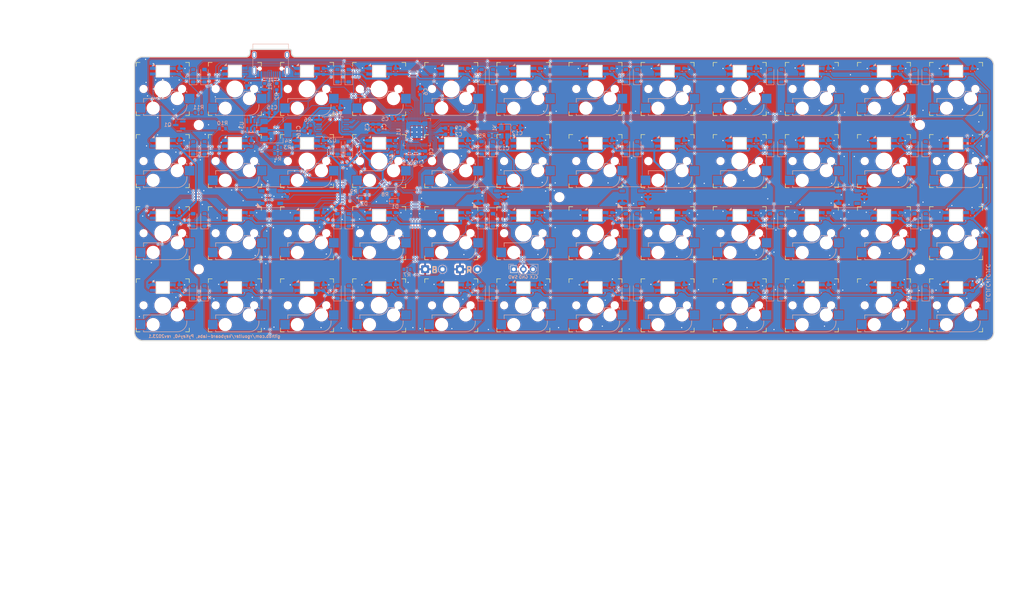
<source format=kicad_pcb>
(kicad_pcb (version 20241229) (generator "pcbnew") (generator_version "9.0")
  (title_block (title "PyKey40") (date "2023-11-06") (rev "2023.1") (company "Richard Goulter"))
  (layers (0 "F.Cu" signal "Front") (2 "B.Cu" signal "Back") (13 "F.Paste" user) (15 "B.Paste" user) (5 "F.SilkS" user "F.Silkscreen") (7 "B.SilkS" user "B.Silkscreen") (1 "F.Mask" user) (3 "B.Mask" user) (25 "Edge.Cuts" user))
  (net 0 "")
  (net 1 "Net-(BOOT1-B)")
  (net 2 "GND")
  (net 3 "/VBUS")
  (net 4 "Net-(D1-A)")
  (net 5 "Net-(D2-A)")
  (net 6 "/ROW1")
  (net 7 "/ROW2")
  (net 8 "+1V1")
  (net 9 "+3V3")
  (net 10 "Net-(C13-Pad1)")
  (net 11 "Net-(D_1_1-A)")
  (net 12 "Net-(D_1_2-A)")
  (net 13 "/QSPISS")
  (net 14 "/QSPISD3")
  (net 15 "/QSPICLK")
  (net 16 "/QSPISD0")
  (net 17 "/QSPISD2")
  (net 18 "/SQPISD1")
  (net 19 "/XIN")
  (net 20 "/XOUT")
  (net 21 "/RESET")
  (net 22 "/USB-")
  (net 23 "/USB+")
  (net 24 "/ROW3")
  (net 25 "/ROW4")
  (net 26 "/Data+")
  (net 27 "/Data-")
  (net 28 "Net-(D_1_3-A)")
  (net 29 "/LED")
  (net 30 "/COL1")
  (net 31 "/COL2")
  (net 32 "/COL3")
  (net 33 "/COL4")
  (net 34 "/COL5")
  (net 35 "/COL6")
  (net 36 "/COL7")
  (net 37 "/COL8")
  (net 38 "/COL9")
  (net 39 "/COL10")
  (net 40 "/COL11")
  (net 41 "Net-(D_1_4-A)")
  (net 42 "Net-(D_1_5-A)")
  (net 43 "Net-(D_1_6-A)")
  (net 44 "/SWCLK")
  (net 45 "/SWD")
  (net 46 "Net-(D_1_7-A)")
  (net 47 "Net-(D_1_8-A)")
  (net 48 "/COL12")
  (net 49 "Net-(D_1_9-A)")
  (net 50 "Net-(D_1_10-A)")
  (net 51 "Net-(D_1_11-A)")
  (net 52 "Net-(D_1_12-A)")
  (net 53 "Net-(D_2_1-A)")
  (net 54 "Net-(D_2_2-A)")
  (net 55 "Net-(D_2_3-A)")
  (net 56 "Net-(D_2_4-A)")
  (net 57 "Net-(D_2_5-A)")
  (net 58 "Net-(D_2_6-A)")
  (net 59 "Net-(D_2_7-A)")
  (net 60 "Net-(D_2_8-A)")
  (net 61 "Net-(D_2_9-A)")
  (net 62 "Net-(D_2_10-A)")
  (net 63 "Net-(D_2_11-A)")
  (net 64 "Net-(D_2_12-A)")
  (net 65 "Net-(D_3_1-A)")
  (net 66 "Net-(D_3_2-A)")
  (net 67 "Net-(D_3_3-A)")
  (net 68 "Net-(D_3_4-A)")
  (net 69 "Net-(D_3_5-A)")
  (net 70 "Net-(D_3_6-A)")
  (net 71 "Net-(D_3_7-A)")
  (net 72 "Net-(D_3_8-A)")
  (net 73 "Net-(D_3_9-A)")
  (net 74 "Net-(D_3_10-A)")
  (net 75 "Net-(D_3_11-A)")
  (net 76 "Net-(D_3_12-A)")
  (net 77 "Net-(D_4_1-A)")
  (net 78 "Net-(D_4_2-A)")
  (net 79 "Net-(D_4_3-A)")
  (net 80 "Net-(D_4_4-A)")
  (net 81 "Net-(D_4_5-A)")
  (net 82 "Net-(D_4_6-A)")
  (net 83 "Net-(D_4_8-A)")
  (net 84 "Net-(D_4_9-A)")
  (net 85 "Net-(D_4_10-A)")
  (net 86 "Net-(D_4_11-A)")
  (net 87 "Net-(D_4_12-A)")
  (net 88 "Net-(J1-CC1)")
  (net 90 "Net-(J1-CC2)")
  (net 93 "Net-(U1-USB_DP)")
  (net 94 "Net-(U1-USB_DM)")
  (net 107 "/RGBData3V3")
  (net 108 "Net-(L_1_1-DOUT)")
  (net 109 "/keyboard-pykey40-hsrgb-rgbleds/RGB_DATA_5V")
  (net 110 "Net-(L_1_2-DOUT)")
  (net 111 "Net-(L_1_3-DOUT)")
  (net 112 "Net-(L_1_4-DOUT)")
  (net 113 "Net-(L_1_5-DOUT)")
  (net 114 "Net-(L_1_6-DOUT)")
  (net 115 "Net-(L_1_7-DOUT)")
  (net 116 "Net-(L_1_8-DOUT)")
  (net 117 "Net-(L_1_10-DIN)")
  (net 118 "Net-(L_1_10-DOUT)")
  (net 119 "Net-(L_1_11-DOUT)")
  (net 120 "/keyboard-pykey40-hsrgb-rgbleds/RGB_1_OUT")
  (net 121 "Net-(L_2_1-DOUT)")
  (net 122 "Net-(L_2_2-DOUT)")
  (net 123 "Net-(L_2_3-DOUT)")
  (net 124 "Net-(L_2_4-DOUT)")
  (net 125 "Net-(L_2_5-DOUT)")
  (net 126 "Net-(L_2_6-DOUT)")
  (net 127 "Net-(L_2_7-DOUT)")
  (net 128 "Net-(L_2_8-DOUT)")
  (net 129 "Net-(L_2_10-DIN)")
  (net 130 "Net-(L_2_10-DOUT)")
  (net 131 "Net-(L_2_11-DOUT)")
  (net 132 "/keyboard-pykey40-hsrgb-rgbleds/RGB_2_OUT")
  (net 133 "Net-(L_3_1-DOUT)")
  (net 134 "Net-(L_3_2-DOUT)")
  (net 135 "Net-(L_3_3-DOUT)")
  (net 136 "Net-(L_3_4-DOUT)")
  (net 137 "Net-(L_3_5-DOUT)")
  (net 138 "Net-(L_3_6-DOUT)")
  (net 139 "Net-(L_3_7-DOUT)")
  (net 140 "Net-(L_3_8-DOUT)")
  (net 141 "Net-(L_3_10-DIN)")
  (net 142 "Net-(L_3_10-DOUT)")
  (net 143 "Net-(L_3_11-DOUT)")
  (net 144 "/keyboard-pykey40-hsrgb-rgbleds/RGB_3_OUT")
  (net 145 "Net-(L_4_1-DOUT)")
  (net 146 "Net-(L_4_2-DOUT)")
  (net 147 "Net-(L_4_3-DOUT)")
  (net 148 "Net-(L_4_4-DOUT)")
  (net 149 "Net-(L_4_5-DOUT)")
  (net 150 "Net-(L_4_6-DOUT)")
  (net 151 "Net-(L_4_7-DOUT)")
  (net 152 "Net-(L_4_8-DOUT)")
  (net 153 "Net-(L_4_10-DIN)")
  (net 154 "Net-(L_4_10-DOUT)")
  (net 155 "Net-(L_4_11-DOUT)")
  (net 156 "/keyboard-pykey40-hsrgb-rgbleds/RGB_4_OUT")
  (net 157 "Net-(L_BL_1-DOUT)")
  (net 158 "Net-(L_BL_2-DOUT)")
  (net 159 "Net-(L_BL_3-DOUT)")
  (net 161 "Net-(D_4_7-A)")
  (footprint "ProjectLocal:Kailh_socket_MX_substitutable" (layer "F.Cu") (at 57.5 58.5)
    (property "Reference" "SW_1_1" (hide yes))
    (property "Value" "MX-compatible or Kailh Choc v1")
  )
  (footprint "ProjectLocal:Kailh_socket_MX_substitutable" (layer "F.Cu") (at 76.55 58.5)
    (property "Reference" "SW_1_2" (hide yes))
    (property "Value" "MX-compatible or Kailh Choc v1")
  )
  (footprint "ProjectLocal:Kailh_socket_MX_substitutable" (layer "F.Cu") (at 95.6 58.5)
    (property "Reference" "SW_1_3" (hide yes))
    (property "Value" "MX-compatible or Kailh Choc v1")
  )
  (footprint "ProjectLocal:Kailh_socket_MX_substitutable" (layer "F.Cu") (at 114.65 58.5)
    (property "Reference" "SW_1_4" (hide yes))
    (property "Value" "MX-compatible or Kailh Choc v1")
  )
  (footprint "ProjectLocal:Kailh_socket_MX_substitutable" (layer "F.Cu") (at 133.7 58.5)
    (property "Reference" "SW_1_5" (hide yes))
    (property "Value" "MX-compatible or Kailh Choc v1")
  )
  (footprint "ProjectLocal:Kailh_socket_MX_substitutable" (layer "F.Cu") (at 152.75 58.5)
    (property "Reference" "SW_1_6" (hide yes))
    (property "Value" "MX-compatible or Kailh Choc v1")
  )
  (footprint "ProjectLocal:Kailh_socket_MX_substitutable" (layer "F.Cu") (at 171.8 58.5)
    (property "Reference" "SW_1_7" (hide yes))
    (property "Value" "MX-compatible or Kailh Choc v1")
  )
  (footprint "ProjectLocal:Kailh_socket_MX_substitutable" (layer "F.Cu") (at 190.85 58.5)
    (property "Reference" "SW_1_8" (hide yes))
    (property "Value" "MX-compatible or Kailh Choc v1")
  )
  (footprint "ProjectLocal:Kailh_socket_MX_substitutable" (layer "F.Cu") (at 209.9 58.5)
    (property "Reference" "SW_1_9" (hide yes))
    (property "Value" "MX-compatible or Kailh Choc v1")
  )
  (footprint "ProjectLocal:Kailh_socket_MX_substitutable" (layer "F.Cu") (at 228.95 58.5)
    (property "Reference" "SW_1_10" (hide yes))
    (property "Value" "MX-compatible or Kailh Choc v1")
  )
  (footprint "ProjectLocal:Kailh_socket_MX_substitutable" (layer "F.Cu") (at 248 58.5)
    (property "Reference" "SW_1_11" (hide yes))
    (property "Value" "MX-compatible or Kailh Choc v1")
  )
  (footprint "ProjectLocal:Kailh_socket_MX_substitutable" (layer "F.Cu") (at 267.05 58.5)
    (property "Reference" "SW_1_12" (hide yes))
    (property "Value" "MX-compatible or Kailh Choc v1")
  )
  (footprint "ProjectLocal:Kailh_socket_MX_substitutable" (layer "F.Cu") (at 57.5 77.55)
    (property "Reference" "SW_2_1" (hide yes))
    (property "Value" "MX-compatible or Kailh Choc v1")
  )
  (footprint "ProjectLocal:Kailh_socket_MX_substitutable" (layer "F.Cu") (at 76.55 77.55)
    (property "Reference" "SW_2_2" (hide yes))
    (property "Value" "MX-compatible or Kailh Choc v1")
  )
  (footprint "ProjectLocal:Kailh_socket_MX_substitutable" (layer "F.Cu") (at 95.6 77.55)
    (property "Reference" "SW_2_3" (hide yes))
    (property "Value" "MX-compatible or Kailh Choc v1")
  )
  (footprint "ProjectLocal:Kailh_socket_MX_substitutable" (layer "F.Cu") (at 114.65 77.55)
    (property "Reference" "SW_2_4" (hide yes))
    (property "Value" "MX-compatible or Kailh Choc v1")
  )
  (footprint "ProjectLocal:Kailh_socket_MX_substitutable" (layer "F.Cu") (at 133.7 77.55)
    (property "Reference" "SW_2_5" (hide yes))
    (property "Value" "MX-compatible or Kailh Choc v1")
  )
  (footprint "ProjectLocal:Kailh_socket_MX_substitutable" (layer "F.Cu") (at 171.8 77.55)
    (property "Reference" "SW_2_7" (hide yes))
    (property "Value" "MX-compatible or Kailh Choc v1")
  )
  (footprint "ProjectLocal:Kailh_socket_MX_substitutable" (layer "F.Cu") (at 190.85 77.55)
    (property "Reference" "SW_2_8" (hide yes))
    (property "Value" "MX-compatible or Kailh Choc v1")
  )
  (footprint "ProjectLocal:Kailh_socket_MX_substitutable" (layer "F.Cu") (at 209.9 77.55)
    (property "Reference" "SW_2_9" (hide yes))
    (property "Value" "MX-compatible or Kailh Choc v1")
  )
  (footprint "ProjectLocal:Kailh_socket_MX_substitutable" (layer "F.Cu") (at 248 77.55)
    (property "Reference" "SW_2_11" (hide yes))
    (property "Value" "MX-compatible or Kailh Choc v1")
  )
  (footprint "ProjectLocal:Kailh_socket_MX_substitutable" (layer "F.Cu") (at 267.05 77.55)
    (property "Reference" "SW_2_12" (hide yes))
    (property "Value" "MX-compatible or Kailh Choc v1")
  )
  (footprint "ProjectLocal:Kailh_socket_MX_substitutable" (layer "F.Cu") (at 57.5 96.6)
    (property "Reference" "SW_3_1" (hide yes))
    (property "Value" "MX-compatible or Kailh Choc v1")
  )
  (footprint "ProjectLocal:Kailh_socket_MX_substitutable" (layer "F.Cu") (at 76.55 96.6)
    (property "Reference" "SW_3_2" (hide yes))
    (property "Value" "MX-compatible or Kailh Choc v1")
  )
  (footprint "ProjectLocal:Kailh_socket_MX_substitutable" (layer "F.Cu") (at 95.6 96.6)
    (property "Reference" "SW_3_3" (hide yes))
    (property "Value" "MX-compatible or Kailh Choc v1")
  )
  (footprint "ProjectLocal:Kailh_socket_MX_substitutable" (layer "F.Cu") (at 114.65 96.6)
    (property "Reference" "SW_3_4" (hide yes))
    (property "Value" "MX-compatible or Kailh Choc v1")
  )
  (footprint "ProjectLocal:Kailh_socket_MX_substitutable" (layer "F.Cu") (at 133.7 96.6)
    (property "Reference" "SW_3_5" (hide yes))
    (property "Value" "MX-compatible or Kailh Choc v1")
  )
  (footprint "ProjectLocal:Kailh_socket_MX_substitutable" (layer "F.Cu") (at 152.75 96.6)
    (property "Reference" "SW_3_6" (hide yes))
    (property "Value" "MX-compatible or Kailh Choc v1")
  )
  (footprint "ProjectLocal:Kailh_socket_MX_substitutable" (layer "F.Cu") (at 171.8 96.6)
    (property "Reference" "SW_3_7" (hide yes))
    (property "Value" "MX-compatible or Kailh Choc v1")
  )
  (footprint "ProjectLocal:Kailh_socket_MX_substitutable" (layer "F.Cu") (at 190.85 96.6)
    (property "Reference" "SW_3_8" (hide yes))
    (property "Value" "MX-compatible or Kailh Choc v1")
  )
  (footprint "ProjectLocal:Kailh_socket_MX_substitutable" (layer "F.Cu") (at 209.9 96.6)
    (property "Reference" "SW_3_9" (hide yes))
    (property "Value" "MX-compatible or Kailh Choc v1")
  )
  (footprint "ProjectLocal:Kailh_socket_MX_substitutable" (layer "F.Cu") (at 228.95 96.6)
    (property "Reference" "SW_3_10" (hide yes))
    (property "Value" "MX-compatible or Kailh Choc v1")
  )
  (footprint "ProjectLocal:Kailh_socket_MX_substitutable" (layer "F.Cu") (at 248 96.6)
    (property "Reference" "SW_3_11" (hide yes))
    (property "Value" "MX-compatible or Kailh Choc v1")
  )
  (footprint "ProjectLocal:Kailh_socket_MX_substitutable" (layer "F.Cu") (at 267.05 96.6)
    (property "Reference" "SW_3_12" (hide yes))
    (property "Value" "MX-compatible or Kailh Choc v1")
  )
  (footprint "ProjectLocal:Kailh_socket_MX_substitutable" (layer "F.Cu") (at 57.5 115.65)
    (property "Reference" "SW_4_1" (hide yes))
    (property "Value" "MX-compatible or Kailh Choc v1")
  )
  (footprint "ProjectLocal:Kailh_socket_MX_substitutable" (layer "F.Cu") (at 76.55 115.65)
    (property "Reference" "SW_4_2" (hide yes))
    (property "Value" "MX-compatible or Kailh Choc v1")
  )
  (footprint "ProjectLocal:Kailh_socket_MX_substitutable" (layer "F.Cu") (at 95.6 115.65)
    (property "Reference" "SW_4_3" (hide yes))
    (property "Value" "MX-compatible or Kailh Choc v1")
  )
  (footprint "ProjectLocal:Kailh_socket_MX_substitutable" (layer "F.Cu") (at 114.65 115.65)
    (property "Reference" "SW_4_4" (hide yes))
    (property "Value" "MX-compatible or Kailh Choc v1")
  )
  (footprint "ProjectLocal:Kailh_socket_MX_substitutable" (layer "F.Cu") (at 133.7 115.65)
    (property "Reference" "SW_4_5" (hide yes))
    (property "Value" "MX-compatible or Kailh Choc v1")
  )
  (footprint "ProjectLocal:Kailh_socket_MX_substitutable" (layer "F.Cu") (at 152.75 115.65)
    (property "Reference" "SW_4_6" (hide yes))
    (property "Value" "MX-compatible or Kailh Choc v1")
  )
  (footprint "ProjectLocal:Kailh_socket_MX_substitutable" (layer "F.Cu") (at 152.75 77.55)
    (property "Reference" "SW_2_6" (hide yes))
    (property "Value" "MX-compatible or Kailh Choc v1")
  )
  (footprint "ProjectLocal:Kailh_socket_MX_substitutable" (layer "F.Cu") (at 228.95 77.55)
    (property "Reference" "SW_2_10" (hide yes))
    (property "Value" "MX-compatible or Kailh Choc v1")
  )
  (footprint "MountingHole:MountingHole_2.2mm_M2_DIN965" (layer "F.Cu") (at 257.525 68.025)
    (property "Reference" "H2" (hide yes))
    (property "Value" "MountingHole")
  )
  (footprint "MountingHole:MountingHole_2.2mm_M2_DIN965" (layer "F.Cu") (at 162.275 87.075)
    (property "Reference" "H3" (hide yes))
    (property "Value" "MountingHole")
  )
  (footprint "MountingHole:MountingHole_2.2mm_M2_DIN965" (layer "F.Cu") (at 257.525 106.125)
    (property "Reference" "H5" (hide yes))
    (property "Value" "MountingHole")
  )
  (footprint "MountingHole:MountingHole_2.2mm_M2_DIN965" (layer "F.Cu") (at 67.025 106.125)
    (property "Reference" "H4" (hide yes))
    (property "Value" "MountingHole")
  )
  (footprint "MountingHole:MountingHole_2.2mm_M2_DIN965" (layer "F.Cu") (at 67.025 68.025)
    (property "Reference" "H1" (hide yes))
    (property "Value" "MountingHole")
  )
  (footprint "ProjectLocal:Kailh_socket_MX_substitutable" (layer "F.Cu") (at 248 115.65)
    (property "Reference" "SW_4_11" (hide yes))
    (property "Value" "MX-compatible or Kailh Choc v1")
  )
  (footprint "ProjectLocal:Kailh_socket_MX_substitutable" (layer "F.Cu") (at 267.05 115.65)
    (property "Reference" "SW_4_12" (hide yes))
    (property "Value" "MX-compatible or Kailh Choc v1")
  )
  (footprint "ProjectLocal:Kailh_socket_MX_substitutable" (layer "F.Cu") (at 171.8 115.65)
    (property "Reference" "SW_4_7" (hide yes))
    (property "Value" "MX-compatible or Kailh Choc v1")
  )
  (footprint "ProjectLocal:Kailh_socket_MX_substitutable" (layer "F.Cu") (at 228.95 115.65)
    (property "Reference" "SW_4_10" (hide yes))
    (property "Value" "MX-compatible or Kailh Choc v1")
  )
  (footprint "ProjectLocal:Kailh_socket_MX_substitutable" (layer "F.Cu") (at 190.85 115.65)
    (property "Reference" "SW_4_8" (hide yes))
    (property "Value" "MX-compatible or Kailh Choc v1")
  )
  (footprint "ProjectLocal:Kailh_socket_MX_substitutable" (layer "F.Cu") (at 209.9 115.65)
    (property "Reference" "SW_4_9" (hide yes))
    (property "Value" "MX-compatible or Kailh Choc v1")
  )
  (footprint "Connector_USB:USB_C_Receptacle_HRO_TYPE-C-31-M-12" (layer "B.Cu") (at 86 50.52925)
    (property "Reference" "J1")
    (property "Value" "USB_C_Receptacle_USB2.0")
  )
  (footprint "Resistor_SMD:R_0603_1608Metric" (layer "B.Cu") (at 84.4 57.865 90)
    (property "Reference" "R1")
    (property "Value" "5.1k")
  )
  (footprint "Resistor_SMD:R_0603_1608Metric" (layer "B.Cu") (at 87.575 57.865 90)
    (property "Reference" "R2")
    (property "Value" "5.1k")
  )
  (footprint "RP2040_minimal:RP2040-QFN-56" (layer "B.Cu") (at 124.6052 69.89 -90)
    (property "Reference" "U1")
    (property "Value" "RP2040")
  )
  (footprint "Package_TO_SOT_SMD:SOT-23-6" (layer "B.Cu") (at 80.772 68.072 -90)
    (property "Reference" "U3")
    (property "Value" "USBLC6-2SC6")
  )
  (footprint "Package_SO:SOIC-8_5.23x5.23mm_P1.27mm" (layer "B.Cu") (at 102.362 68.53)
    (property "Reference" "U2")
    (property "Value" "W25Q128JVS")
  )
  (footprint "Capacitor_SMD:C_0603_1608Metric" (layer "B.Cu") (at 114.554 68.58 90)
    (property "Reference" "C1")
    (property "Value" "100n")
  )
  (footprint "Capacitor_SMD:C_0603_1608Metric" (layer "B.Cu") (at 132.969 70.485)
    (property "Reference" "C2")
    (property "Value" "100n")
  )
  (footprint "Capacitor_SMD:C_0603_1608Metric" (layer "B.Cu") (at 113.03 68.58 90)
    (property "Reference" "C3")
    (property "Value" "100n")
  )
  (footprint "Capacitor_SMD:C_0603_1608Metric" (layer "B.Cu") (at 125.222 75.692 -90)
    (property "Reference" "C4")
    (property "Value" "100n")
  )
  (footprint "Capacitor_SMD:C_0603_1608Metric" (layer "B.Cu") (at 103.505 63.5)
    (property "Reference" "C14")
    (property "Value" "100n")
  )
  (footprint "Capacitor_SMD:C_0603_1608Metric" (layer "B.Cu") (at 125.5 59.25 90)
    (property "Reference" "C6")
    (property "Value" "100n")
  )
  (footprint "Capacitor_SMD:C_0603_1608Metric" (layer "B.Cu") (at 123.444 75.692 -90)
    (property "Reference" "C7")
    (property "Value" "100n")
  )
  (footprint "Capacitor_SMD:C_0603_1608Metric" (layer "B.Cu") (at 132.969 68.834)
    (property "Reference" "C9")
    (property "Value" "100n")
  )
  (footprint "Capacitor_SMD:C_0603_1608Metric" (layer "B.Cu") (at 118.745 75.184 180)
    (property "Reference" "C10")
    (property "Value" "1u")
  )
  (footprint "Capacitor_SMD:C_0603_1608Metric" (layer "B.Cu") (at 121.793 75.692 -90)
    (property "Reference" "C11")
    (property "Value" "1u")
  )
  (footprint "Capacitor_SMD:C_0603_1608Metric" (layer "B.Cu") (at 151.1404 68.7396)
    (property "Reference" "C12")
    (property "Value" "22p")
  )
  (footprint "Capacitor_SMD:C_0603_1608Metric" (layer "B.Cu") (at 147.623 72.721)
    (property "Reference" "C13")
    (property "Value" "22p")
  )
  (footprint "Capacitor_SMD:C_0603_1608Metric" (layer "B.Cu") (at 118.925 66.4 180)
    (property "Reference" "C5")
    (property "Value" "100n")
  )
  (footprint "Resistor_SMD:R_0603_1608Metric" (layer "B.Cu") (at 87.884 73.914)
    (property "Reference" "R3")
    (property "Value" "22")
  )
  (footprint "Resistor_SMD:R_0603_1608Metric" (layer "B.Cu") (at 87.884 75.565)
    (property "Reference" "R4")
    (property "Value" "22")
  )
  (footprint "Resistor_SMD:R_0603_1608Metric" (layer "B.Cu") (at 144.448 70.816)
    (property "Reference" "R5")
    (property "Value" "1k")
  )
  (footprint "Resistor_SMD:R_0603_1608Metric" (layer "B.Cu") (at 95.758 68.072 180)
    (property "Reference" "R6")
    (property "Value" "DNP")
  )
  (footprint "Resistor_SMD:R_0603_1608Metric" (layer "B.Cu") (at 122.047 106.172)
    (property "Reference" "R7")
    (property "Value" "1k")
  )
  (footprint "Connector_Wire:SolderWire-0.5sqmm_1x02_P4.6mm_D0.9mm_OD2.1mm" (layer "B.Cu") (at 136 106.125)
    (property "Reference" "RST1" (hide yes))
    (property "Value" "SW_SPST")
  )
  (footprint "Crystal:Crystal_SMD_3225-4Pin_3.2x2.5mm" (layer "B.Cu") (at 147.75 69.8 -90)
    (property "Reference" "Y1")
    (property "Value" "12MHz")
  )
  (footprint "Capacitor_SMD:C_0603_1608Metric" (layer "B.Cu") (at 126.873 75.692 -90)
    (property "Reference" "C8")
    (property "Value" "100n")
  )
  (footprint "Connector_PinHeader_2.54mm:PinHeader_1x03_P2.54mm_Vertical" (layer "B.Cu") (at 150.21 106.125 -90)
    (property "Reference" "J2" (hide yes))
    (property "Value" "Conn_01x03")
  )
  (footprint "LED_SMD:LED_0603_1608Metric" (layer "B.Cu") (at 118.872 88.138)
    (property "Reference" "D1")
    (property "Value" "RED")
  )
  (footprint "Resistor_SMD:R_0603_1608Metric" (layer "B.Cu") (at 118.872 86.36 180)
    (property "Reference" "R8")
    (property "Value" "1k")
  )
  (footprint "Capacitor_SMD:C_0603_1608Metric" (layer "B.Cu") (at 86.36 64.77 180)
    (property "Reference" "C15")
    (property "Value" "22u")
  )
  (footprint "Capacitor_SMD:C_0603_1608Metric" (layer "B.Cu") (at 95.745 69.596)
    (property "Reference" "C16")
    (property "Value" "22u")
  )
  (footprint "Package_TO_SOT_SMD:SOT-223-3_TabPin2" (layer "B.Cu") (at 87.376 69.342)
    (property "Reference" "U4")
    (property "Value" "AMS1117-3.3")
  )
  (footprint "ProjectLocal:SK6812-MINI-E" (layer "B.Cu") (at 95.6 110.95 180)
    (property "Reference" "L_4_3" (hide yes))
    (property "Value" "SK6812" (hide yes))
    (fp_line (start 1.7 1.5) (end 1.7 -1.5) (stroke (width 0.12)) (layer "Edge.Cuts"))
    (fp_line (start 1.7 -1.5) (end -1.7 -1.5) (stroke (width 0.12)) (layer "Edge.Cuts"))
    (fp_line (start -1.7 1.5) (end 1.7 1.5) (stroke (width 0.12)) (layer "Edge.Cuts"))
    (fp_line (start -1.7 -1.5) (end -1.7 1.5) (stroke (width 0.12)) (layer "Edge.Cuts"))
  )
  (footprint "ProjectLocal:SK6812-MINI-E" (layer "B.Cu") (at 267.05 72.85 180)
    (property "Reference" "L_2_12" (hide yes))
    (property "Value" "SK6812" (hide yes))
    (fp_line (start 1.7 1.5) (end 1.7 -1.5) (stroke (width 0.12)) (layer "Edge.Cuts"))
    (fp_line (start 1.7 -1.5) (end -1.7 -1.5) (stroke (width 0.12)) (layer "Edge.Cuts"))
    (fp_line (start -1.7 1.5) (end 1.7 1.5) (stroke (width 0.12)) (layer "Edge.Cuts"))
    (fp_line (start -1.7 -1.5) (end -1.7 1.5) (stroke (width 0.12)) (layer "Edge.Cuts"))
  )
  (footprint "Capacitor_SMD:C_0603_1608Metric" (layer "B.Cu") (at 214.249 91.948 -90)
    (property "Reference" "C_3_9" (hide yes))
    (property "Value" "100n")
  )
  (footprint "Capacitor_SMD:C_0603_1608Metric" (layer "B.Cu") (at 195.199 91.948 -90)
    (property "Reference" "C_3_8" (hide yes))
    (property "Value" "100n")
  )
  (footprint "Capacitor_SMD:C_0603_1608Metric" (layer "B.Cu") (at 138.049 53.848 -90)
    (property "Reference" "C_1_5" (hide yes))
    (property "Value" "100n")
  )
  (footprint "Capacitor_SMD:C_0603_1608Metric" (layer "B.Cu") (at 252.349 91.948 -90)
    (property "Reference" "C_3_11" (hide yes))
    (property "Value" "100n")
  )
  (footprint "Capacitor_SMD:C_0603_1608Metric" (layer "B.Cu") (at 99.949 53.848 -90)
    (property "Reference" "C_1_3" (hide yes))
    (property "Value" "100n")
  )
  (footprint "ProjectLocal:SK6812-MINI-E" (layer "B.Cu") (at 76.55 53.8 180)
    (property "Reference" "L_1_2" (hide yes))
    (property "Value" "SK6812" (hide yes))
    (fp_line (start 1.7 1.5) (end 1.7 -1.5) (stroke (width 0.12)) (layer "Edge.Cuts"))
    (fp_line (start 1.7 -1.5) (end -1.7 -1.5) (stroke (width 0.12)) (layer "Edge.Cuts"))
    (fp_line (start -1.7 1.5) (end 1.7 1.5) (stroke (width 0.12)) (layer "Edge.Cuts"))
    (fp_line (start -1.7 -1.5) (end -1.7 1.5) (stroke (width 0.12)) (layer "Edge.Cuts"))
  )
  (footprint "LED_SMD:LED_0603_1608Metric" (layer "B.Cu") (at 110.68 87.376)
    (property "Reference" "D2")
    (property "Value" "RED")
  )
  (footprint "Diode_SMD:D_SOD-123" (layer "B.Cu") (at 179.825 74.05 90)
    (property "Reference" "D_2_7" (hide yes))
    (property "Value" "1N4148")
  )
  (footprint "Connector_Wire:SolderWire-0.5sqmm_1x02_P4.6mm_D0.9mm_OD2.1mm" (layer "B.Cu") (at 126.8 106.125)
    (property "Reference" "BOOT1" (hide yes))
    (property "Value" "SW_SPST")
  )
  (footprint "Diode_SMD:D_SOD-123" (layer "B.Cu") (at 259.025 112.15 90)
    (property "Reference" "D_4_12" (hide yes))
    (property "Value" "1N4148")
  )
  (footprint "Capacitor_SMD:C_0603_1608Metric" (layer "B.Cu") (at 80.899 72.898 -90)
    (property "Reference" "C_2_2" (hide yes))
    (property "Value" "100n")
  )
  (footprint "Capacitor_SMD:C_0603_1608Metric" (layer "B.Cu") (at 80.899 110.998 -90)
    (property "Reference" "C_4_2" (hide yes))
    (property "Value" "100n")
  )
  (footprint "ProjectLocal:SK6812-MINI-E" (layer "B.Cu") (at 152.75 53.8 180)
    (property "Reference" "L_1_6" (hide yes))
    (property "Value" "SK6812" (hide yes))
    (fp_line (start 1.7 1.5) (end 1.7 -1.5) (stroke (width 0.12)) (layer "Edge.Cuts"))
    (fp_line (start 1.7 -1.5) (end -1.7 -1.5) (stroke (width 0.12)) (layer "Edge.Cuts"))
    (fp_line (start -1.7 1.5) (end 1.7 1.5) (stroke (width 0.12)) (layer "Edge.Cuts"))
    (fp_line (start -1.7 -1.5) (end -1.7 1.5) (stroke (width 0.12)) (layer "Edge.Cuts"))
  )
  (footprint "Diode_SMD:D_SOD-123" (layer "B.Cu") (at 106.625 93.1 90)
    (property "Reference" "D_3_4" (hide yes))
    (property "Value" "1N4148")
  )
  (footprint "Capacitor_SMD:C_0603_1608Metric" (layer "B.Cu") (at 242.824 86.233 90)
    (property "Reference" "C_BL_4" (hide yes))
    (property "Value" "100n")
  )
  (footprint "Capacitor_SMD:C_0603_1608Metric" (layer "B.Cu") (at 147.574 86.233 90)
    (property "Reference" "C_BL_2" (hide yes))
    (property "Value" "100n")
  )
  (footprint "Diode_SMD:D_SOD-123" (layer "B.Cu") (at 103.625 74.05 90)
    (property "Reference" "D_2_3" (hide yes))
    (property "Value" "1N4148")
  )
  (footprint "Capacitor_SMD:C_0603_1608Metric" (layer "B.Cu") (at 79.629 56.896 90)
    (property "Reference" "C_1_2" (hide yes))
    (property "Value" "100n")
  )
  (footprint "Diode_SMD:D_SOD-123" (layer "B.Cu") (at 141.725 93.1 90)
    (property "Reference" "D_3_5" (hide yes))
    (property "Value" "1N4148")
  )
  (footprint "Diode_SMD:D_SOD-123" (layer "B.Cu") (at 144.725 55 90)
    (property "Reference" "D_1_6" (hide yes))
    (property "Value" "1N4148")
  )
  (footprint "Diode_SMD:D_SOD-123" (layer "B.Cu") (at 259.025 93.1 90)
    (property "Reference" "D_3_12" (hide yes))
    (property "Value" "1N4148")
  )
  (footprint "ProjectLocal:SK6812-MINI-E" (layer "B.Cu") (at 133.7 110.95 180)
    (property "Reference" "L_4_5" (hide yes))
    (property "Value" "SK6812" (hide yes))
    (fp_line (start 1.7 1.5) (end 1.7 -1.5) (stroke (width 0.12)) (layer "Edge.Cuts"))
    (fp_line (start 1.7 -1.5) (end -1.7 -1.5) (stroke (width 0.12)) (layer "Edge.Cuts"))
    (fp_line (start -1.7 1.5) (end 1.7 1.5) (stroke (width 0.12)) (layer "Edge.Cuts"))
    (fp_line (start -1.7 -1.5) (end -1.7 1.5) (stroke (width 0.12)) (layer "Edge.Cuts"))
  )
  (footprint "ProjectLocal:SK6812-MINI-E" (layer "B.Cu") (at 209.9 53.8 180)
    (property "Reference" "L_1_9" (hide yes))
    (property "Value" "SK6812" (hide yes))
    (fp_line (start 1.7 1.5) (end 1.7 -1.5) (stroke (width 0.12)) (layer "Edge.Cuts"))
    (fp_line (start 1.7 -1.5) (end -1.7 -1.5) (stroke (width 0.12)) (layer "Edge.Cuts"))
    (fp_line (start -1.7 1.5) (end 1.7 1.5) (stroke (width 0.12)) (layer "Edge.Cuts"))
    (fp_line (start -1.7 -1.5) (end -1.7 1.5) (stroke (width 0.12)) (layer "Edge.Cuts"))
  )
  (footprint "ProjectLocal:SK6812-MINI-E" (layer "B.Cu") (at 228.95 53.8 180)
    (property "Reference" "L_1_10" (hide yes))
    (property "Value" "SK6812" (hide yes))
    (fp_line (start 1.7 1.5) (end 1.7 -1.5) (stroke (width 0.12)) (layer "Edge.Cuts"))
    (fp_line (start 1.7 -1.5) (end -1.7 -1.5) (stroke (width 0.12)) (layer "Edge.Cuts"))
    (fp_line (start -1.7 1.5) (end 1.7 1.5) (stroke (width 0.12)) (layer "Edge.Cuts"))
    (fp_line (start -1.7 -1.5) (end -1.7 1.5) (stroke (width 0.12)) (layer "Edge.Cuts"))
  )
  (footprint "ProjectLocal:SK6812-MINI-E" (layer "B.Cu") (at 114.65 53.8 180)
    (property "Reference" "L_1_4" (hide yes))
    (property "Value" "SK6812" (hide yes))
    (fp_line (start 1.7 1.5) (end 1.7 -1.5) (stroke (width 0.12)) (layer "Edge.Cuts"))
    (fp_line (start 1.7 -1.5) (end -1.7 -1.5) (stroke (width 0.12)) (layer "Edge.Cuts"))
    (fp_line (start -1.7 1.5) (end 1.7 1.5) (stroke (width 0.12)) (layer "Edge.Cuts"))
    (fp_line (start -1.7 -1.5) (end -1.7 1.5) (stroke (width 0.12)) (layer "Edge.Cuts"))
  )
  (footprint "Diode_SMD:D_SOD-123" (layer "B.Cu") (at 68.525 55 90)
    (property "Reference" "D_1_2" (hide yes))
    (property "Value" "1N4148")
  )
  (footprint "Diode_SMD:D_SOD-123" (layer "B.Cu") (at 256.025 55 90)
    (property "Reference" "D_1_11" (hide yes))
    (property "Value" "1N4148")
  )
  (footprint "Capacitor_SMD:C_0603_1608Metric" (layer "B.Cu") (at 99.949 72.898 -90)
    (property "Reference" "C_2_3" (hide yes))
    (property "Value" "100n")
  )
  (footprint "Capacitor_SMD:C_0603_1608Metric" (layer "B.Cu") (at 195.199 53.848 -90)
    (property "Reference" "C_1_8" (hide yes))
    (property "Value" "100n")
  )
  (footprint "ProjectLocal:SK6812-MINI-E" (layer "B.Cu") (at 171.8 110.95 180)
    (property "Reference" "L_4_7" (hide yes))
    (property "Value" "SK6812" (hide yes))
    (fp_line (start 1.7 1.5) (end 1.7 -1.5) (stroke (width 0.12)) (layer "Edge.Cuts"))
    (fp_line (start 1.7 -1.5) (end -1.7 -1.5) (stroke (width 0.12)) (layer "Edge.Cuts"))
    (fp_line (start -1.7 1.5) (end 1.7 1.5) (stroke (width 0.12)) (layer "Edge.Cuts"))
    (fp_line (start -1.7 -1.5) (end -1.7 1.5) (stroke (width 0.12)) (layer "Edge.Cuts"))
  )
  (footprint "ProjectLocal:SK6812-MINI-E" (layer "B.Cu") (at 95.6 53.8 180)
    (property "Reference" "L_1_3" (hide yes))
    (property "Value" "SK6812" (hide yes))
    (fp_line (start 1.7 1.5) (end 1.7 -1.5) (stroke (width 0.12)) (layer "Edge.Cuts"))
    (fp_line (start 1.7 -1.5) (end -1.7 -1.5) (stroke (width 0.12)) (layer "Edge.Cuts"))
    (fp_line (start -1.7 1.5) (end 1.7 1.5) (stroke (width 0.12)) (layer "Edge.Cuts"))
    (fp_line (start -1.7 -1.5) (end -1.7 1.5) (stroke (width 0.12)) (layer "Edge.Cuts"))
  )
  (footprint "ProjectLocal:SK6812-MINI-E" (layer "B.Cu") (at 76.55 72.85 180)
    (property "Reference" "L_2_2" (hide yes))
    (property "Value" "SK6812" (hide yes))
    (fp_line (start 1.7 1.5) (end 1.7 -1.5) (stroke (width 0.12)) (layer "Edge.Cuts"))
    (fp_line (start 1.7 -1.5) (end -1.7 -1.5) (stroke (width 0.12)) (layer "Edge.Cuts"))
    (fp_line (start -1.7 1.5) (end 1.7 1.5) (stroke (width 0.12)) (layer "Edge.Cuts"))
    (fp_line (start -1.7 -1.5) (end -1.7 1.5) (stroke (width 0.12)) (layer "Edge.Cuts"))
  )
  (footprint "ProjectLocal:SK6812-MINI-E" (layer "B.Cu") (at 171.8 53.8 180)
    (property "Reference" "L_1_7" (hide yes))
    (property "Value" "SK6812" (hide yes))
    (fp_line (start 1.7 1.5) (end 1.7 -1.5) (stroke (width 0.12)) (layer "Edge.Cuts"))
    (fp_line (start 1.7 -1.5) (end -1.7 -1.5) (stroke (width 0.12)) (layer "Edge.Cuts"))
    (fp_line (start -1.7 1.5) (end 1.7 1.5) (stroke (width 0.12)) (layer "Edge.Cuts"))
    (fp_line (start -1.7 -1.5) (end -1.7 1.5) (stroke (width 0.12)) (layer "Edge.Cuts"))
  )
  (footprint "Capacitor_SMD:C_0603_1608Metric" (layer "B.Cu") (at 195.199 110.998 -90)
    (property "Reference" "C_4_8" (hide yes))
    (property "Value" "100n")
  )
  (footprint "Diode_SMD:D_SOD-123" (layer "B.Cu") (at 182.825 55 90)
    (property "Reference" "D_1_8" (hide yes))
    (property "Value" "1N4148")
  )
  (footprint "ProjectLocal:SK6812-MINI-E" (layer "B.Cu") (at 248 72.85 180)
    (property "Reference" "L_2_11" (hide yes))
    (property "Value" "SK6812" (hide yes))
    (fp_line (start 1.7 1.5) (end 1.7 -1.5) (stroke (width 0.12)) (layer "Edge.Cuts"))
    (fp_line (start 1.7 -1.5) (end -1.7 -1.5) (stroke (width 0.12)) (layer "Edge.Cuts"))
    (fp_line (start -1.7 1.5) (end 1.7 1.5) (stroke (width 0.12)) (layer "Edge.Cuts"))
    (fp_line (start -1.7 -1.5) (end -1.7 1.5) (stroke (width 0.12)) (layer "Edge.Cuts"))
  )
  (footprint "Capacitor_SMD:C_0603_1608Metric" (layer "B.Cu") (at 176.149 91.948 -90)
    (property "Reference" "C_3_7" (hide yes))
    (property "Value" "100n")
  )
  (footprint "ProjectLocal:SK6812-MINI-E" (layer "B.Cu") (at 190.85 72.85 180)
    (property "Reference" "L_2_8" (hide yes))
    (property "Value" "SK6812" (hide yes))
    (fp_line (start 1.7 1.5) (end 1.7 -1.5) (stroke (width 0.12)) (layer "Edge.Cuts"))
    (fp_line (start 1.7 -1.5) (end -1.7 -1.5) (stroke (width 0.12)) (layer "Edge.Cuts"))
    (fp_line (start -1.7 1.5) (end 1.7 1.5) (stroke (width 0.12)) (layer "Edge.Cuts"))
    (fp_line (start -1.7 -1.5) (end -1.7 1.5) (stroke (width 0.12)) (layer "Edge.Cuts"))
  )
  (footprint "Diode_SMD:D_SOD-123" (layer "B.Cu") (at 68.525 93.1 90)
    (property "Reference" "D_3_2" (hide yes))
    (property "Value" "1N4148")
  )
  (footprint "ProjectLocal:SK6812-MINI-E" (layer "B.Cu") (at 171.8 91.9 180)
    (property "Reference" "L_3_7" (hide yes))
    (property "Value" "SK6812" (hide yes))
    (fp_line (start 1.7 1.5) (end 1.7 -1.5) (stroke (width 0.12)) (layer "Edge.Cuts"))
    (fp_line (start 1.7 -1.5) (end -1.7 -1.5) (stroke (width 0.12)) (layer "Edge.Cuts"))
    (fp_line (start -1.7 1.5) (end 1.7 1.5) (stroke (width 0.12)) (layer "Edge.Cuts"))
    (fp_line (start -1.7 -1.5) (end -1.7 1.5) (stroke (width 0.12)) (layer "Edge.Cuts"))
  )
  (footprint "Capacitor_SMD:C_0603_1608Metric" (layer "B.Cu") (at 157.099 91.948 -90)
    (property "Reference" "C_3_6" (hide yes))
    (property "Value" "100n")
  )
  (footprint "Diode_SMD:D_SOD-123" (layer "B.Cu") (at 220.925 74.05 90)
    (property "Reference" "D_2_10" (hide yes))
    (property "Value" "1N4148")
  )
  (footprint "ProjectLocal:SK6812-MINI-E" (layer "B.Cu") (at 267.05 91.9 180)
    (property "Reference" "L_3_12" (hide yes))
    (property "Value" "SK6812" (hide yes))
    (fp_line (start 1.7 1.5) (end 1.7 -1.5) (stroke (width 0.12)) (layer "Edge.Cuts"))
    (fp_line (start 1.7 -1.5) (end -1.7 -1.5) (stroke (width 0.12)) (layer "Edge.Cuts"))
    (fp_line (start -1.7 1.5) (end 1.7 1.5) (stroke (width 0.12)) (layer "Edge.Cuts"))
    (fp_line (start -1.7 -1.5) (end -1.7 1.5) (stroke (width 0.12)) (layer "Edge.Cuts"))
  )
  (footprint "ProjectLocal:SK6812-MINI-E" (layer "B.Cu") (at 57.5 53.8 180)
    (property "Reference" "L_1_1" (hide yes))
    (property "Value" "SK6812" (hide yes))
    (fp_line (start 1.7 1.5) (end 1.7 -1.5) (stroke (width 0.12)) (layer "Edge.Cuts"))
    (fp_line (start 1.7 -1.5) (end -1.7 -1.5) (stroke (width 0.12)) (layer "Edge.Cuts"))
    (fp_line (start -1.7 1.5) (end 1.7 1.5) (stroke (width 0.12)) (layer "Edge.Cuts"))
    (fp_line (start -1.7 -1.5) (end -1.7 1.5) (stroke (width 0.12)) (layer "Edge.Cuts"))
  )
  (footprint "ProjectLocal:SK6812-MINI-E" (layer "B.Cu") (at 76.55 110.95 180)
    (property "Reference" "L_4_2" (hide yes))
    (property "Value" "SK6812" (hide yes))
    (fp_line (start 1.7 1.5) (end 1.7 -1.5) (stroke (width 0.12)) (layer "Edge.Cuts"))
    (fp_line (start 1.7 -1.5) (end -1.7 -1.5) (stroke (width 0.12)) (layer "Edge.Cuts"))
    (fp_line (start -1.7 1.5) (end 1.7 1.5) (stroke (width 0.12)) (layer "Edge.Cuts"))
    (fp_line (start -1.7 -1.5) (end -1.7 1.5) (stroke (width 0.12)) (layer "Edge.Cuts"))
  )
  (footprint "Diode_SMD:D_SOD-123" (layer "B.Cu") (at 106.625 74.05 90)
    (property "Reference" "D_2_4" (hide yes))
    (property "Value" "1N4148")
  )
  (footprint "ProjectLocal:SK6812-MINI-E" (layer "B.Cu") (at 190.85 53.8 180)
    (property "Reference" "L_1_8" (hide yes))
    (property "Value" "SK6812" (hide yes))
    (fp_line (start 1.7 1.5) (end 1.7 -1.5) (stroke (width 0.12)) (layer "Edge.Cuts"))
    (fp_line (start 1.7 -1.5) (end -1.7 -1.5) (stroke (width 0.12)) (layer "Edge.Cuts"))
    (fp_line (start -1.7 1.5) (end 1.7 1.5) (stroke (width 0.12)) (layer "Edge.Cuts"))
    (fp_line (start -1.7 -1.5) (end -1.7 1.5) (stroke (width 0.12)) (layer "Edge.Cuts"))
  )
  (footprint "Capacitor_SMD:C_0603_1608Metric" (layer "B.Cu") (at 214.249 72.898 -90)
    (property "Reference" "C_2_9" (hide yes))
    (property "Value" "100n")
  )
  (footprint "ProjectLocal:SK6812-MINI-E" (layer "B.Cu") (at 190.85 91.9 180)
    (property "Reference" "L_3_8" (hide yes))
    (property "Value" "SK6812" (hide yes))
    (fp_line (start 1.7 1.5) (end 1.7 -1.5) (stroke (width 0.12)) (layer "Edge.Cuts"))
    (fp_line (start 1.7 -1.5) (end -1.7 -1.5) (stroke (width 0.12)) (layer "Edge.Cuts"))
    (fp_line (start -1.7 1.5) (end 1.7 1.5) (stroke (width 0.12)) (layer "Edge.Cuts"))
    (fp_line (start -1.7 -1.5) (end -1.7 1.5) (stroke (width 0.12)) (layer "Edge.Cuts"))
  )
  (footprint "Resistor_SMD:R_0603_1608Metric" (layer "B.Cu") (at 73.279 68.961 180)
    (property "Reference" "R10")
    (property "Value" "10k")
  )
  (footprint "Capacitor_SMD:C_0603_1608Metric" (layer "B.Cu") (at 233.299 72.898 -90)
    (property "Reference" "C_2_10" (hide yes))
    (property "Value" "100n")
  )
  (footprint "Diode_SMD:D_SOD-123" (layer "B.Cu") (at 65.525 93.1 90)
    (property "Reference" "D_3_1" (hide yes))
    (property "Value" "1N4148")
  )
  (footprint "Diode_SMD:D_SOD-123" (layer "B.Cu") (at 106.625 112.15 90)
    (property "Reference" "D_4_4" (hide yes))
    (property "Value" "1N4148")
  )
  (footprint "Capacitor_SMD:C_0603_1608Metric" (layer "B.Cu") (at 252.349 53.848 -90)
    (property "Reference" "C_1_11" (hide yes))
    (property "Value" "100n")
  )
  (footprint "ProjectLocal:SK6812-MINI-E" (layer "B.Cu") (at 152.75 72.85 180)
    (property "Reference" "L_2_6" (hide yes))
    (property "Value" "SK6812" (hide yes))
    (fp_line (start 1.7 1.5) (end 1.7 -1.5) (stroke (width 0.12)) (layer "Edge.Cuts"))
    (fp_line (start 1.7 -1.5) (end -1.7 -1.5) (stroke (width 0.12)) (layer "Edge.Cuts"))
    (fp_line (start -1.7 1.5) (end 1.7 1.5) (stroke (width 0.12)) (layer "Edge.Cuts"))
    (fp_line (start -1.7 -1.5) (end -1.7 1.5) (stroke (width 0.12)) (layer "Edge.Cuts"))
  )
  (footprint "Capacitor_SMD:C_0603_1608Metric" (layer "B.Cu") (at 176.149 72.898 -90)
    (property "Reference" "C_2_7" (hide yes))
    (property "Value" "100n")
  )
  (footprint "Capacitor_SMD:C_0603_1608Metric" (layer "B.Cu") (at 138.049 72.898 -90)
    (property "Reference" "C_2_5" (hide yes))
    (property "Value" "100n")
  )
  (footprint "Capacitor_SMD:C_0603_1608Metric" (layer "B.Cu") (at 138.049 91.948 -90)
    (property "Reference" "C_3_5" (hide yes))
    (property "Value" "100n")
  )
  (footprint "Capacitor_SMD:C_0603_1608Metric" (layer "B.Cu") (at 157.099 53.848 -90)
    (property "Reference" "C_1_6" (hide yes))
    (property "Value" "100n")
  )
  (footprint "Capacitor_SMD:C_0603_1608Metric" (layer "B.Cu") (at 271.399 72.898 -90)
    (property "Reference" "C_2_12" (hide yes))
    (property "Value" "100n")
  )
  (footprint "Capacitor_SMD:C_0603_1608Metric" (layer "B.Cu") (at 99.949 91.948 -90)
    (property "Reference" "C_3_3" (hide yes))
    (property "Value" "100n")
  )
  (footprint "Capacitor_SMD:C_0603_1608Metric" (layer "B.Cu") (at 138.049 110.998 -90)
    (property "Reference" "C_4_5" (hide yes))
    (property "Value" "100n")
  )
  (footprint "Capacitor_SMD:C_0603_1608Metric" (layer "B.Cu") (at 61.849 91.948 -90)
    (property "Reference" "C_3_1" (hide yes))
    (property "Value" "100n")
  )
  (footprint "Capacitor_SMD:C_0603_1608Metric" (layer "B.Cu") (at 233.299 110.998 -90)
    (property "Reference" "C_4_10" (hide yes))
    (property "Value" "100n")
  )
  (footprint "ProjectLocal:LED_WS2812B_PLCC4_5.0x5.0mm_P3.2mm" (layer "B.Cu") (at 238.475 87.075 180)
    (property "Reference" "L_BL_4" (hide yes))
    (property "Value" "SK6812")
  )
  (footprint "Capacitor_SMD:C_0603_1608Metric" (layer "B.Cu") (at 214.249 53.848 -90)
    (property "Reference" "C_1_9" (hide yes))
    (property "Value" "100n")
  )
  (footprint "Capacitor_SMD:C_0603_1608Metric" (layer "B.Cu") (at 185.674 86.233 90)
    (property "Reference" "C_BL_3" (hide yes))
    (property "Value" "100n")
  )
  (footprint "Capacitor_SMD:C_0603_1608Metric" (layer "B.Cu") (at 90.424 86.233 90)
    (property "Reference" "C_BL_1" (hide yes))
    (property "Value" "100n")
  )
  (footprint "Capacitor_SMD:C_0603_1608Metric" (layer "B.Cu") (at 61.849 72.898 -90)
    (property "Reference" "C_2_1" (hide yes))
    (property "Value" "100n")
  )
  (footprint "Diode_SMD:D_SOD-123" (layer "B.Cu") (at 144.725 93.1 90)
    (property "Reference" "D_3_6" (hide yes))
    (property "Value" "1N4148")
  )
  (footprint "Capacitor_SMD:C_0603_1608Metric" (layer "B.Cu") (at 80.899 91.948 -90)
    (property "Reference" "C_3_2" (hide yes))
    (property "Value" "100n")
  )
  (footprint "Capacitor_SMD:C_0603_1608Metric" (layer "B.Cu") (at 271.399 91.948 -90)
    (property "Reference" "C_3_12" (hide yes))
    (property "Value" "100n")
  )
  (footprint "Capacitor_SMD:C_0603_1608Metric" (layer "B.Cu") (at 176.149 110.998 -90)
    (property "Reference" "C_4_7" (hide yes))
    (property "Value" "100n")
  )
  (footprint "Capacitor_SMD:C_0603_1608Metric" (layer "B.Cu") (at 233.299 53.848 -90)
    (property "Reference" "C_1_10" (hide yes))
    (property "Value" "100n")
  )
  (footprint "Diode_SMD:D_SOD-123" (layer "B.Cu") (at 141.725 112.15 90)
    (property "Reference" "D_4_5" (hide yes))
    (property "Value" "1N4148")
  )
  (footprint "ProjectLocal:SK6812-MINI-E" (layer "B.Cu") (at 248 53.8 180)
    (property "Reference" "L_1_11" (hide yes))
    (property "Value" "SK6812" (hide yes))
    (fp_line (start 1.7 1.5) (end 1.7 -1.5) (stroke (width 0.12)) (layer "Edge.Cuts"))
    (fp_line (start 1.7 -1.5) (end -1.7 -1.5) (stroke (width 0.12)) (layer "Edge.Cuts"))
    (fp_line (start -1.7 1.5) (end 1.7 1.5) (stroke (width 0.12)) (layer "Edge.Cuts"))
    (fp_line (start -1.7 -1.5) (end -1.7 1.5) (stroke (width 0.12)) (layer "Edge.Cuts"))
  )
  (footprint "ProjectLocal:SK6812-MINI-E" (layer "B.Cu") (at 133.7 91.9 180)
    (property "Reference" "L_3_5" (hide yes))
    (property "Value" "SK6812" (hide yes))
    (fp_line (start 1.7 1.5) (end 1.7 -1.5) (stroke (width 0.12)) (layer "Edge.Cuts"))
    (fp_line (start 1.7 -1.5) (end -1.7 -1.5) (stroke (width 0.12)) (layer "Edge.Cuts"))
    (fp_line (start -1.7 1.5) (end 1.7 1.5) (stroke (width 0.12)) (layer "Edge.Cuts"))
    (fp_line (start -1.7 -1.5) (end -1.7 1.5) (stroke (width 0.12)) (layer "Edge.Cuts"))
  )
  (footprint "Diode_SMD:D_SOD-123" (layer "B.Cu") (at 144.725 74.05 90)
    (property "Reference" "D_2_6" (hide yes))
    (property "Value" "1N4148")
  )
  (footprint "ProjectLocal:SK6812-MINI-E" (layer "B.Cu") (at 267.05 53.8 180)
    (property "Reference" "L_1_12" (hide yes))
    (property "Value" "SK6812" (hide yes))
    (fp_line (start 1.7 1.5) (end 1.7 -1.5) (stroke (width 0.12)) (layer "Edge.Cuts"))
    (fp_line (start 1.7 -1.5) (end -1.7 -1.5) (stroke (width 0.12)) (layer "Edge.Cuts"))
    (fp_line (start -1.7 1.5) (end 1.7 1.5) (stroke (width 0.12)) (layer "Edge.Cuts"))
    (fp_line (start -1.7 -1.5) (end -1.7 1.5) (stroke (width 0.12)) (layer "Edge.Cuts"))
  )
  (footprint "Diode_SMD:D_SOD-123" (layer "B.Cu") (at 103.625 93.1 90)
    (property "Reference" "D_3_3" (hide yes))
    (property "Value" "1N4148")
  )
  (footprint "ProjectLocal:SK6812-MINI-E" (layer "B.Cu") (at 209.9 110.95 180)
    (property "Reference" "L_4_9" (hide yes))
    (property "Value" "SK6812" (hide yes))
    (fp_line (start 1.7 1.5) (end 1.7 -1.5) (stroke (width 0.12)) (layer "Edge.Cuts"))
    (fp_line (start 1.7 -1.5) (end -1.7 -1.5) (stroke (width 0.12)) (layer "Edge.Cuts"))
    (fp_line (start -1.7 1.5) (end 1.7 1.5) (stroke (width 0.12)) (layer "Edge.Cuts"))
    (fp_line (start -1.7 -1.5) (end -1.7 1.5) (stroke (width 0.12)) (layer "Edge.Cuts"))
  )
  (footprint "ProjectLocal:SK6812-MINI-E" (layer "B.Cu") (at 152.75 91.9 180)
    (property "Reference" "L_3_6" (hide yes))
    (property "Value" "SK6812" (hide yes))
    (fp_line (start 1.7 1.5) (end 1.7 -1.5) (stroke (width 0.12)) (layer "Edge.Cuts"))
    (fp_line (start 1.7 -1.5) (end -1.7 -1.5) (stroke (width 0.12)) (layer "Edge.Cuts"))
    (fp_line (start -1.7 1.5) (end 1.7 1.5) (stroke (width 0.12)) (layer "Edge.Cuts"))
    (fp_line (start -1.7 -1.5) (end -1.7 1.5) (stroke (width 0.12)) (layer "Edge.Cuts"))
  )
  (footprint "ProjectLocal:SK6812-MINI-E" (layer "B.Cu") (at 133.7 53.8 180)
    (property "Reference" "L_1_5" (hide yes))
    (property "Value" "SK6812" (hide yes))
    (fp_line (start 1.7 1.5) (end 1.7 -1.5) (stroke (width 0.12)) (layer "Edge.Cuts"))
    (fp_line (start 1.7 -1.5) (end -1.7 -1.5) (stroke (width 0.12)) (layer "Edge.Cuts"))
    (fp_line (start -1.7 1.5) (end 1.7 1.5) (stroke (width 0.12)) (layer "Edge.Cuts"))
    (fp_line (start -1.7 -1.5) (end -1.7 1.5) (stroke (width 0.12)) (layer "Edge.Cuts"))
  )
  (footprint "ProjectLocal:SK6812-MINI-E" (layer "B.Cu") (at 95.6 72.85 180)
    (property "Reference" "L_2_3" (hide yes))
    (property "Value" "SK6812" (hide yes))
    (fp_line (start 1.7 1.5) (end 1.7 -1.5) (stroke (width 0.12)) (layer "Edge.Cuts"))
    (fp_line (start 1.7 -1.5) (end -1.7 -1.5) (stroke (width 0.12)) (layer "Edge.Cuts"))
    (fp_line (start -1.7 1.5) (end 1.7 1.5) (stroke (width 0.12)) (layer "Edge.Cuts"))
    (fp_line (start -1.7 -1.5) (end -1.7 1.5) (stroke (width 0.12)) (layer "Edge.Cuts"))
  )
  (footprint "Capacitor_SMD:C_0603_1608Metric" (layer "B.Cu") (at 118.999 72.898 -90)
    (property "Reference" "C_2_4" (hide yes))
    (property "Value" "100n")
  )
  (footprint "Capacitor_SMD:C_0603_1608Metric" (layer "B.Cu") (at 118.999 53.848 -90)
    (property "Reference" "C_1_4" (hide yes))
    (property "Value" "100n")
  )
  (footprint "Diode_SMD:D_SOD-123" (layer "B.Cu") (at 256.025 93.1 90)
    (property "Reference" "D_3_11" (hide yes))
    (property "Value" "1N4148")
  )
  (footprint "ProjectLocal:LED_WS2812B_PLCC4_5.0x5.0mm_P3.2mm" (layer "B.Cu") (at 181.325 87.075 180)
    (property "Reference" "L_BL_3" (hide yes))
    (property "Value" "SK6812")
  )
  (footprint "ProjectLocal:SK6812-MINI-E" (layer "B.Cu") (at 228.95 91.9 180)
    (property "Reference" "L_3_10" (hide yes))
    (property "Value" "SK6812" (hide yes))
    (fp_line (start 1.7 1.5) (end 1.7 -1.5) (stroke (width 0.12)) (layer "Edge.Cuts"))
    (fp_line (start 1.7 -1.5) (end -1.7 -1.5) (stroke (width 0.12)) (layer "Edge.Cuts"))
    (fp_line (start -1.7 1.5) (end 1.7 1.5) (stroke (width 0.12)) (layer "Edge.Cuts"))
    (fp_line (start -1.7 -1.5) (end -1.7 1.5) (stroke (width 0.12)) (layer "Edge.Cuts"))
  )
  (footprint "ProjectLocal:SK6812-MINI-E" (layer "B.Cu") (at 190.85 110.95 180)
    (property "Reference" "L_4_8" (hide yes))
    (property "Value" "SK6812" (hide yes))
    (fp_line (start 1.7 1.5) (end 1.7 -1.5) (stroke (width 0.12)) (layer "Edge.Cuts"))
    (fp_line (start 1.7 -1.5) (end -1.7 -1.5) (stroke (width 0.12)) (layer "Edge.Cuts"))
    (fp_line (start -1.7 1.5) (end 1.7 1.5) (stroke (width 0.12)) (layer "Edge.Cuts"))
    (fp_line (start -1.7 -1.5) (end -1.7 1.5) (stroke (width 0.12)) (layer "Edge.Cuts"))
  )
  (footprint "Capacitor_SMD:C_0603_1608Metric" (layer "B.Cu") (at 99.949 110.998 -90)
    (property "Reference" "C_4_3" (hide yes))
    (property "Value" "100n")
  )
  (footprint "ProjectLocal:SK6812-MINI-E" (layer "B.Cu") (at 171.8 72.85 180)
    (property "Reference" "L_2_7" (hide yes))
    (property "Value" "SK6812" (hide yes))
    (fp_line (start 1.7 1.5) (end 1.7 -1.5) (stroke (width 0.12)) (layer "Edge.Cuts"))
    (fp_line (start 1.7 -1.5) (end -1.7 -1.5) (stroke (width 0.12)) (layer "Edge.Cuts"))
    (fp_line (start -1.7 1.5) (end 1.7 1.5) (stroke (width 0.12)) (layer "Edge.Cuts"))
    (fp_line (start -1.7 -1.5) (end -1.7 1.5) (stroke (width 0.12)) (layer "Edge.Cuts"))
  )
  (footprint "Diode_SMD:D_SOD-123" (layer "B.Cu") (at 179.825 112.15 90)
    (property "Reference" "D_4_7" (hide yes))
    (property "Value" "1N4148")
  )
  (footprint "ProjectLocal:SK6812-MINI-E" (layer "B.Cu") (at 114.65 110.95 180)
    (property "Reference" "L_4_4" (hide yes))
    (property "Value" "SK6812" (hide yes))
    (fp_line (start 1.7 1.5) (end 1.7 -1.5) (stroke (width 0.12)) (layer "Edge.Cuts"))
    (fp_line (start 1.7 -1.5) (end -1.7 -1.5) (stroke (width 0.12)) (layer "Edge.Cuts"))
    (fp_line (start -1.7 1.5) (end 1.7 1.5) (stroke (width 0.12)) (layer "Edge.Cuts"))
    (fp_line (start -1.7 -1.5) (end -1.7 1.5) (stroke (width 0.12)) (layer "Edge.Cuts"))
  )
  (footprint "ProjectLocal:SK6812-MINI-E" (layer "B.Cu") (at 209.9 72.85 180)
    (property "Reference" "L_2_9" (hide yes))
    (property "Value" "SK6812" (hide yes))
    (fp_line (start 1.7 1.5) (end 1.7 -1.5) (stroke (width 0.12)) (layer "Edge.Cuts"))
    (fp_line (start 1.7 -1.5) (end -1.7 -1.5) (stroke (width 0.12)) (layer "Edge.Cuts"))
    (fp_line (start -1.7 1.5) (end 1.7 1.5) (stroke (width 0.12)) (layer "Edge.Cuts"))
    (fp_line (start -1.7 -1.5) (end -1.7 1.5) (stroke (width 0.12)) (layer "Edge.Cuts"))
  )
  (footprint "Diode_SMD:D_SOD-123" (layer "B.Cu") (at 106.625 55 90)
    (property "Reference" "D_1_4" (hide yes))
    (property "Value" "1N4148")
  )
  (footprint "Capacitor_SMD:C_0603_1608Metric" (layer "B.Cu") (at 271.399 53.848 -90)
    (property "Reference" "C_1_12" (hide yes))
    (property "Value" "100n")
  )
  (footprint "Diode_SMD:D_SOD-123" (layer "B.Cu") (at 141.725 74.05 90)
    (property "Reference" "D_2_5" (hide yes))
    (property "Value" "1N4148")
  )
  (footprint "Diode_SMD:D_SOD-123" (layer "B.Cu") (at 217.925 93.1 90)
    (property "Reference" "D_3_9" (hide yes))
    (property "Value" "1N4148")
  )
  (footprint "Diode_SMD:D_SOD-123" (layer "B.Cu") (at 217.925 74.05 90)
    (property "Reference" "D_2_9" (hide yes))
    (property "Value" "1N4148")
  )
  (footprint "ProjectLocal:SK6812-MINI-E" (layer "B.Cu") (at 133.7 72.85 180)
    (property "Reference" "L_2_5" (hide yes))
    (property "Value" "SK6812" (hide yes))
    (fp_line (start 1.7 1.5) (end 1.7 -1.5) (stroke (width 0.12)) (layer "Edge.Cuts"))
    (fp_line (start 1.7 -1.5) (end -1.7 -1.5) (stroke (width 0.12)) (layer "Edge.Cuts"))
    (fp_line (start -1.7 1.5) (end 1.7 1.5) (stroke (width 0.12)) (layer "Edge.Cuts"))
    (fp_line (start -1.7 -1.5) (end -1.7 1.5) (stroke (width 0.12)) (layer "Edge.Cuts"))
  )
  (footprint "Diode_SMD:D_SOD-123" (layer "B.Cu") (at 256.025 112.15 90)
    (property "Reference" "D_4_11" (hide yes))
    (property "Value" "1N4148")
  )
  (footprint "Capacitor_SMD:C_0603_1608Metric" (layer "B.Cu") (at 271.399 110.998 -90)
    (property "Reference" "C_4_12" (hide yes))
    (property "Value" "100n")
  )
  (footprint "Capacitor_SMD:C_0603_1608Metric" (layer "B.Cu") (at 252.349 110.998 -90)
    (property "Reference" "C_4_11" (hide yes))
    (property "Value" "100n")
  )
  (footprint "Diode_SMD:D_SOD-123" (layer "B.Cu") (at 220.925 93.1 90)
    (property "Reference" "D_3_10" (hide yes))
    (property "Value" "1N4148")
  )
  (footprint "Capacitor_SMD:C_0603_1608Metric" (layer "B.Cu") (at 157.099 72.898 -90)
    (property "Reference" "C_2_6" (hide yes))
    (property "Value" "100n")
  )
  (footprint "Capacitor_SMD:C_0603_1608Metric" (layer "B.Cu") (at 61.849 110.998 -90)
    (property "Reference" "C_4_1" (hide yes))
    (property "Value" "100n")
  )
  (footprint "Diode_SMD:D_SOD-123" (layer "B.Cu") (at 68.525 112.15 90)
    (property "Reference" "D_4_2" (hide yes))
    (property "Value" "1N4148")
  )
  (footprint "Diode_SMD:D_SOD-123" (layer "B.Cu") (at 103.625 55 90)
    (property "Reference" "D_1_3" (hide yes))
    (property "Value" "1N4148")
  )
  (footprint "Capacitor_SMD:C_0603_1608Metric" (layer "B.Cu") (at 233.299 91.948 -90)
    (property "Reference" "C_3_10" (hide yes))
    (property "Value" "100n")
  )
  (footprint "ProjectLocal:SK6812-MINI-E" (layer "B.Cu") (at 209.9 91.9 180)
    (property "Reference" "L_3_9" (hide yes))
    (property "Value" "SK6812" (hide yes))
    (fp_line (start 1.7 1.5) (end 1.7 -1.5) (stroke (width 0.12)) (layer "Edge.Cuts"))
    (fp_line (start 1.7 -1.5) (end -1.7 -1.5) (stroke (width 0.12)) (layer "Edge.Cuts"))
    (fp_line (start -1.7 1.5) (end 1.7 1.5) (stroke (width 0.12)) (layer "Edge.Cuts"))
    (fp_line (start -1.7 -1.5) (end -1.7 1.5) (stroke (width 0.12)) (layer "Edge.Cuts"))
  )
  (footprint "Diode_SMD:D_SOD-123" (layer "B.Cu") (at 182.825 112.15 90)
    (property "Reference" "D_4_8" (hide yes))
    (property "Value" "1N4148")
  )
  (footprint "Diode_SMD:D_SOD-123" (layer "B.Cu") (at 65.525 112.15 90)
    (property "Reference" "D_4_1" (hide yes))
    (property "Value" "1N4148")
  )
  (footprint "Capacitor_SMD:C_0603_1608Metric" (layer "B.Cu") (at 176.149 53.848 -90)
    (property "Reference" "C_1_7" (hide yes))
    (property "Value" "100n")
  )
  (footprint "ProjectLocal:SK6812-MINI-E" (layer "B.Cu") (at 57.5 91.9 180)
    (property "Reference" "L_3_1" (hide yes))
    (property "Value" "SK6812" (hide yes))
    (fp_line (start 1.7 1.5) (end 1.7 -1.5) (stroke (width 0.12)) (layer "Edge.Cuts"))
    (fp_line (start 1.7 -1.5) (end -1.7 -1.5) (stroke (width 0.12)) (layer "Edge.Cuts"))
    (fp_line (start -1.7 1.5) (end 1.7 1.5) (stroke (width 0.12)) (layer "Edge.Cuts"))
    (fp_line (start -1.7 -1.5) (end -1.7 1.5) (stroke (width 0.12)) (layer "Edge.Cuts"))
  )
  (footprint "ProjectLocal:SK6812-MINI-E" (layer "B.Cu") (at 114.65 72.85 180)
    (property "Reference" "L_2_4" (hide yes))
    (property "Value" "SK6812" (hide yes))
    (fp_line (start 1.7 1.5) (end 1.7 -1.5) (stroke (width 0.12)) (layer "Edge.Cuts"))
    (fp_line (start 1.7 -1.5) (end -1.7 -1.5) (stroke (width 0.12)) (layer "Edge.Cuts"))
    (fp_line (start -1.7 1.5) (end 1.7 1.5) (stroke (width 0.12)) (layer "Edge.Cuts"))
    (fp_line (start -1.7 -1.5) (end -1.7 1.5) (stroke (width 0.12)) (layer "Edge.Cuts"))
  )
  (footprint "ProjectLocal:SK6812-MINI-E" (layer "B.Cu") (at 57.5 110.95 180)
    (property "Reference" "L_4_1" (hide yes))
    (property "Value" "SK6812" (hide yes))
    (fp_line (start 1.7 1.5) (end 1.7 -1.5) (stroke (width 0.12)) (layer "Edge.Cuts"))
    (fp_line (start 1.7 -1.5) (end -1.7 -1.5) (stroke (width 0.12)) (layer "Edge.Cuts"))
    (fp_line (start -1.7 1.5) (end 1.7 1.5) (stroke (width 0.12)) (layer "Edge.Cuts"))
    (fp_line (start -1.7 -1.5) (end -1.7 1.5) (stroke (width 0.12)) (layer "Edge.Cuts"))
  )
  (footprint "Resistor_SMD:R_0603_1608Metric" (layer "B.Cu") (at 66.929 64.77 180)
    (property "Reference" "R11")
    (property "Value" "10k")
  )
  (footprint "Diode_SMD:D_SOD-123" (layer "B.Cu") (at 179.825 55 90)
    (property "Reference" "D_1_7" (hide yes))
    (property "Value" "1N4148")
  )
  (footprint "ProjectLocal:SK6812-MINI-E" (layer "B.Cu") (at 95.6 91.9 180)
    (property "Reference" "L_3_3" (hide yes))
    (property "Value" "SK6812" (hide yes))
    (fp_line (start 1.7 1.5) (end 1.7 -1.5) (stroke (width 0.12)) (layer "Edge.Cuts"))
    (fp_line (start 1.7 -1.5) (end -1.7 -1.5) (stroke (width 0.12)) (layer "Edge.Cuts"))
    (fp_line (start -1.7 1.5) (end 1.7 1.5) (stroke (width 0.12)) (layer "Edge.Cuts"))
    (fp_line (start -1.7 -1.5) (end -1.7 1.5) (stroke (width 0.12)) (layer "Edge.Cuts"))
  )
  (footprint "Diode_SMD:D_SOD-123" (layer "B.Cu") (at 182.825 74.05 90)
    (property "Reference" "D_2_8" (hide yes))
    (property "Value" "1N4148")
  )
  (footprint "ProjectLocal:SK6812-MINI-E" (layer "B.Cu") (at 57.5 72.85 180)
    (property "Reference" "L_2_1" (hide yes))
    (property "Value" "SK6812" (hide yes))
    (fp_line (start 1.7 1.5) (end 1.7 -1.5) (stroke (width 0.12)) (layer "Edge.Cuts"))
    (fp_line (start 1.7 -1.5) (end -1.7 -1.5) (stroke (width 0.12)) (layer "Edge.Cuts"))
    (fp_line (start -1.7 1.5) (end 1.7 1.5) (stroke (width 0.12)) (layer "Edge.Cuts"))
    (fp_line (start -1.7 -1.5) (end -1.7 1.5) (stroke (width 0.12)) (layer "Edge.Cuts"))
  )
  (footprint "Resistor_SMD:R_0603_1608Metric" (layer "B.Cu") (at 110.68 85.598 180)
    (property "Reference" "R9")
    (property "Value" "5.1k")
  )
  (footprint "Capacitor_SMD:C_0603_1608Metric" (layer "B.Cu") (at 61.849 53.848 -90)
    (property "Reference" "C_1_1" (hide yes))
    (property "Value" "100n")
  )
  (footprint "ProjectLocal:SK6812-MINI-E" (layer "B.Cu") (at 267.05 110.95 180)
    (property "Reference" "L_4_12" (hide yes))
    (property "Value" "SK6812" (hide yes))
    (fp_line (start 1.7 1.5) (end 1.7 -1.5) (stroke (width 0.12)) (layer "Edge.Cuts"))
    (fp_line (start 1.7 -1.5) (end -1.7 -1.5) (stroke (width 0.12)) (layer "Edge.Cuts"))
    (fp_line (start -1.7 1.5) (end 1.7 1.5) (stroke (width 0.12)) (layer "Edge.Cuts"))
    (fp_line (start -1.7 -1.5) (end -1.7 1.5) (stroke (width 0.12)) (layer "Edge.Cuts"))
  )
  (footprint "ProjectLocal:SK6812-MINI-E" (layer "B.Cu") (at 76.55 91.9 180)
    (property "Reference" "L_3_2" (hide yes))
    (property "Value" "SK6812" (hide yes))
    (fp_line (start 1.7 1.5) (end 1.7 -1.5) (stroke (width 0.12)) (layer "Edge.Cuts"))
    (fp_line (start 1.7 -1.5) (end -1.7 -1.5) (stroke (width 0.12)) (layer "Edge.Cuts"))
    (fp_line (start -1.7 1.5) (end 1.7 1.5) (stroke (width 0.12)) (layer "Edge.Cuts"))
    (fp_line (start -1.7 -1.5) (end -1.7 1.5) (stroke (width 0.12)) (layer "Edge.Cuts"))
  )
  (footprint "Diode_SMD:D_SOD-123" (layer "B.Cu") (at 259.025 74.05 90)
    (property "Reference" "D_2_12" (hide yes))
    (property "Value" "1N4148")
  )
  (footprint "ProjectLocal:LED_WS2812B_PLCC4_5.0x5.0mm_P3.2mm" (layer "B.Cu") (at 143.225 87.075 180)
    (property "Reference" "L_BL_2" (hide yes))
    (property "Value" "SK6812")
  )
  (footprint "Capacitor_SMD:C_0603_1608Metric" (layer "B.Cu") (at 118.999 91.948 -90)
    (property "Reference" "C_3_4" (hide yes))
    (property "Value" "100n")
  )
  (footprint "Capacitor_SMD:C_0603_1608Metric" (layer "B.Cu") (at 118.999 110.998 -90)
    (property "Reference" "C_4_4" (hide yes))
    (property "Value" "100n")
  )
  (footprint "Diode_SMD:D_SOD-123" (layer "B.Cu") (at 217.925 112.15 90)
    (property "Reference" "D_4_9" (hide yes))
    (property "Value" "1N4148")
  )
  (footprint "ProjectLocal:SK6812-MINI-E" (layer "B.Cu") (at 114.65 91.9 180)
    (property "Reference" "L_3_4" (hide yes))
    (property "Value" "SK6812" (hide yes))
    (fp_line (start 1.7 1.5) (end 1.7 -1.5) (stroke (width 0.12)) (layer "Edge.Cuts"))
    (fp_line (start 1.7 -1.5) (end -1.7 -1.5) (stroke (width 0.12)) (layer "Edge.Cuts"))
    (fp_line (start -1.7 1.5) (end 1.7 1.5) (stroke (width 0.12)) (layer "Edge.Cuts"))
    (fp_line (start -1.7 -1.5) (end -1.7 1.5) (stroke (width 0.12)) (layer "Edge.Cuts"))
  )
  (footprint "Diode_SMD:D_SOD-123" (layer "B.Cu") (at 220.925 55 90)
    (property "Reference" "D_1_10" (hide yes))
    (property "Value" "1N4148")
  )
  (footprint "Capacitor_SMD:C_0603_1608Metric" (layer "B.Cu") (at 157.099 110.998 -90)
    (property "Reference" "C_4_6" (hide yes))
    (property "Value" "100n")
  )
  (footprint "ProjectLocal:SK6812-MINI-E" (layer "B.Cu") (at 228.95 72.85 180)
    (property "Reference" "L_2_10" (hide yes))
    (property "Value" "SK6812" (hide yes))
    (fp_line (start 1.7 1.5) (end 1.7 -1.5) (stroke (width 0.12)) (layer "Edge.Cuts"))
    (fp_line (start 1.7 -1.5) (end -1.7 -1.5) (stroke (width 0.12)) (layer "Edge.Cuts"))
    (fp_line (start -1.7 1.5) (end 1.7 1.5) (stroke (width 0.12)) (layer "Edge.Cuts"))
    (fp_line (start -1.7 -1.5) (end -1.7 1.5) (stroke (width 0.12)) (layer "Edge.Cuts"))
  )
  (footprint "Diode_SMD:D_SOD-123" (layer "B.Cu") (at 220.925 112.15 90)
    (property "Reference" "D_4_10" (hide yes))
    (property "Value" "1N4148")
  )
  (footprint "Capacitor_SMD:C_0603_1608Metric" (layer "B.Cu") (at 252.349 72.898 -90)
    (property "Reference" "C_2_11" (hide yes))
    (property "Value" "100n")
  )
  (footprint "Diode_SMD:D_SOD-123" (layer "B.Cu") (at 141.725 55 90)
    (property "Reference" "D_1_5" (hide yes))
    (property "Value" "1N4148")
  )
  (footprint "ProjectLocal:SK6812-MINI-E" (layer "B.Cu") (at 228.95 110.95 180)
    (property "Reference" "L_4_10" (hide yes))
    (property "Value" "SK6812" (hide yes))
    (fp_line (start 1.7 1.5) (end 1.7 -1.5) (stroke (width 0.12)) (layer "Edge.Cuts"))
    (fp_line (start 1.7 -1.5) (end -1.7 -1.5) (stroke (width 0.12)) (layer "Edge.Cuts"))
    (fp_line (start -1.7 1.5) (end 1.7 1.5) (stroke (width 0.12)) (layer "Edge.Cuts"))
    (fp_line (start -1.7 -1.5) (end -1.7 1.5) (stroke (width 0.12)) (layer "Edge.Cuts"))
  )
  (footprint "Diode_SMD:D_SOD-123" (layer "B.Cu") (at 179.825 93.1 90)
    (property "Reference" "D_3_7" (hide yes))
    (property "Value" "1N4148")
  )
  (footprint "Capacitor_SMD:C_0603_1608Metric" (layer "B.Cu") (at 195.199 72.898 -90)
    (property "Reference" "C_2_8" (hide yes))
    (property "Value" "100n")
  )
  (footprint "Diode_SMD:D_SOD-123" (layer "B.Cu") (at 182.825 93.1 90)
    (property "Reference" "D_3_8" (hide yes))
    (property "Value" "1N4148")
  )
  (footprint "Diode_SMD:D_SOD-123" (layer "B.Cu") (at 65.525 55 90)
    (property "Reference" "D_1_1" (hide yes))
    (property "Value" "1N4148")
  )
  (footprint "ProjectLocal:SK6812-MINI-E" (layer "B.Cu") (at 248 110.95 180)
    (property "Reference" "L_4_11" (hide yes))
    (property "Value" "SK6812" (hide yes))
    (fp_line (start 1.7 1.5) (end 1.7 -1.5) (stroke (width 0.12)) (layer "Edge.Cuts"))
    (fp_line (start 1.7 -1.5) (end -1.7 -1.5) (stroke (width 0.12)) (layer "Edge.Cuts"))
    (fp_line (start -1.7 1.5) (end 1.7 1.5) (stroke (width 0.12)) (layer "Edge.Cuts"))
    (fp_line (start -1.7 -1.5) (end -1.7 1.5) (stroke (width 0.12)) (layer "Edge.Cuts"))
  )
  (footprint "Package_TO_SOT_SMD:SOT-23" (layer "B.Cu") (at 61.849 68.025 180)
    (property "Reference" "Q1")
    (property "Value" "Q_NMOS_GSD")
  )
  (footprint "Diode_SMD:D_SOD-123" (layer "B.Cu") (at 103.625 112.15 90)
    (property "Reference" "D_4_3" (hide yes))
    (property "Value" "1N4148")
  )
  (footprint "Diode_SMD:D_SOD-123" (layer "B.Cu") (at 65.525 74.05 90)
    (property "Reference" "D_2_1" (hide yes))
    (property "Value" "1N4148")
  )
  (footprint "ProjectLocal:SK6812-MINI-E" (layer "B.Cu") (at 152.75 110.95 180)
    (property "Reference" "L_4_6" (hide yes))
    (property "Value" "SK6812" (hide yes))
    (fp_line (start 1.7 1.5) (end 1.7 -1.5) (stroke (width 0.12)) (layer "Edge.Cuts"))
    (fp_line (start 1.7 -1.5) (end -1.7 -1.5) (stroke (width 0.12)) (layer "Edge.Cuts"))
    (fp_line (start -1.7 1.5) (end 1.7 1.5) (stroke (width 0.12)) (layer "Edge.Cuts"))
    (fp_line (start -1.7 -1.5) (end -1.7 1.5) (stroke (width 0.12)) (layer "Edge.Cuts"))
  )
  (footprint "Diode_SMD:D_SOD-123" (layer "B.Cu") (at 217.925 55 90)
    (property "Reference" "D_1_9" (hide yes))
    (property "Value" "1N4148")
  )
  (footprint "ProjectLocal:LED_WS2812B_PLCC4_5.0x5.0mm_P3.2mm" (layer "B.Cu") (at 86.075 87.075 180)
    (property "Reference" "L_BL_1" (hide yes))
    (property "Value" "SK6812")
  )
  (footprint "Diode_SMD:D_SOD-123" (layer "B.Cu") (at 259.025 55 90)
    (property "Reference" "D_1_12" (hide yes))
    (property "Value" "1N4148")
  )
  (footprint "Diode_SMD:D_SOD-123" (layer "B.Cu") (at 144.725 112.15 90)
    (property "Reference" "D_4_6" (hide yes))
    (property "Value" "1N4148")
  )
  (footprint "Diode_SMD:D_SOD-123" (layer "B.Cu") (at 256.025 74.05 90)
    (property "Reference" "D_2_11" (hide yes))
    (property "Value" "1N4148")
  )
  (footprint "Capacitor_SMD:C_0603_1608Metric" (layer "B.Cu") (at 214.249 110.998 -90)
    (property "Reference" "C_4_9" (hide yes))
    (property "Value" "100n")
  )
  (footprint "ProjectLocal:SK6812-MINI-E" (layer "B.Cu") (at 248 91.9 180)
    (property "Reference" "L_3_11" (hide yes))
    (property "Value" "SK6812" (hide yes))
    (fp_line (start 1.7 1.5) (end 1.7 -1.5) (stroke (width 0.12)) (layer "Edge.Cuts"))
    (fp_line (start 1.7 -1.5) (end -1.7 -1.5) (stroke (width 0.12)) (layer "Edge.Cuts"))
    (fp_line (start -1.7 1.5) (end 1.7 1.5) (stroke (width 0.12)) (layer "Edge.Cuts"))
    (fp_line (start -1.7 -1.5) (end -1.7 1.5) (stroke (width 0.12)) (layer "Edge.Cuts"))
  )
  (footprint "Diode_SMD:D_SOD-123" (layer "B.Cu") (at 68.525 74.05 90)
    (property "Reference" "D_2_2" (hide yes))
    (property "Value" "1N4148")
  )
  (gr_line (start 274.75 50) (end 92.5 50) (stroke (width 0.2)) (layer "Edge.Cuts"))
  (gr_line (start 50.429703 124.0725) (end 50.577911 124.2556) (stroke (width 0.2)) (layer "Edge.Cuts"))
  (gr_line (start 276.89 51.5547) (end 276.805 51.33484) (stroke (width 0.2)) (layer "Edge.Cuts"))
  (gr_line (start 276.57 124.0725) (end 276.699 123.875) (stroke (width 0.2)) (layer "Edge.Cuts"))
  (gr_line (start 276.422 124.2556) (end 276.57 124.0725) (stroke (width 0.2)) (layer "Edge.Cuts"))
  (gr_line (start 276.699 51.125) (end 276.57 50.927475) (stroke (width 0.2)) (layer "Edge.Cuts"))
  (gr_line (start 91.25 48.06699) (end 91.2034 48.04321) (stroke (width 0.2)) (layer "Edge.Cuts"))
  (gr_line (start 91.4755 48.34549) (end 91.4568 48.29663) (stroke (width 0.2)) (layer "Edge.Cuts"))
  (gr_line (start 80.75 48.06699) (end 80.7061 48.09549) (stroke (width 0.2)) (layer "Edge.Cuts"))
  (gr_line (start 80.7966 48.04321) (end 80.75 48.06699) (stroke (width 0.2)) (layer "Edge.Cuts"))
  (gr_line (start 92 49.866013) (end 91.9122 49.809006) (stroke (width 0.2)) (layer "Edge.Cuts"))
  (gr_line (start 276.073 124.5703) (end 276.256 124.4221) (stroke (width 0.2)) (layer "Edge.Cuts"))
  (gr_line (start 274.75 125) (end 274.985 124.9877) (stroke (width 0.2)) (layer "Edge.Cuts"))
  (gr_line (start 50.012314 52.0148) (end 50 52.25) (stroke (width 0.2)) (layer "Edge.Cuts"))
  (gr_line (start 80.4781 49.207901) (end 80.451 49.309006) (stroke (width 0.2)) (layer "Edge.Cuts"))
  (gr_line (start 50.927475 50.429703) (end 50.744446 50.577911) (stroke (width 0.2)) (layer "Edge.Cuts"))
  (gr_line (start 80.5109 48.39604) (end 80.5027 48.44772) (stroke (width 0.2)) (layer "Edge.Cuts"))
  (gr_line (start 80.1691 49.743134) (end 80.0878 49.809006) (stroke (width 0.2)) (layer "Edge.Cuts"))
  (gr_line (start 275.875 124.6986) (end 276.073 124.5703) (stroke (width 0.2)) (layer "Edge.Cuts"))
  (gr_line (start 81 48) (end 80.9477 48.00273) (stroke (width 0.2)) (layer "Edge.Cuts"))
  (gr_line (start 50.110123 123.4453) (end 50.194519 123.6652) (stroke (width 0.2)) (layer "Edge.Cuts"))
  (gr_line (start 276.951 123.2178) (end 276.988 122.9852) (stroke (width 0.2)) (layer "Edge.Cuts"))
  (gr_line (start 275.665 124.8055) (end 275.875 124.6986) (stroke (width 0.2)) (layer "Edge.Cuts"))
  (gr_line (start 91.5219 49.207901) (end 91.5055 49.104523) (stroke (width 0.2)) (layer "Edge.Cuts"))
  (gr_line (start 277 122.75) (end 277 52.25) (stroke (width 0.2)) (layer "Edge.Cuts"))
  (gr_line (start 51.33484 124.8055) (end 51.5547 124.8899) (stroke (width 0.2)) (layer "Edge.Cuts"))
  (gr_line (start 275.665 50.194519) (end 275.445 50.110123) (stroke (width 0.2)) (layer "Edge.Cuts"))
  (gr_line (start 51.33484 50.194519) (end 51.125 50.301437) (stroke (width 0.2)) (layer "Edge.Cuts"))
  (gr_line (start 92.3955 49.994507) (end 92.2921 49.978134) (stroke (width 0.2)) (layer "Edge.Cuts"))
  (gr_line (start 50.577911 50.744446) (end 50.429703 50.927475) (stroke (width 0.2)) (layer "Edge.Cuts"))
  (gr_line (start 276.256 124.4221) (end 276.422 124.2556) (stroke (width 0.2)) (layer "Edge.Cuts"))
  (gr_line (start 91.8309 49.743134) (end 91.7569 49.669128) (stroke (width 0.2)) (layer "Edge.Cuts"))
  (gr_line (start 80.5 48.5) (end 80.5 49) (stroke (width 0.2)) (layer "Edge.Cuts"))
  (gr_line (start 92.0933 49.913544) (end 92 49.866013) (stroke (width 0.2)) (layer "Edge.Cuts"))
  (gr_line (start 50.194519 51.33484) (end 50.110123 51.5547) (stroke (width 0.2)) (layer "Edge.Cuts"))
  (gr_line (start 275.218 50.049164) (end 274.985 50.012314) (stroke (width 0.2)) (layer "Edge.Cuts"))
  (gr_line (start 91.3346 48.12842) (end 91.2939 48.09549) (stroke (width 0.2)) (layer "Edge.Cuts"))
  (gr_line (start 276.951 51.7822) (end 276.89 51.5547) (stroke (width 0.2)) (layer "Edge.Cuts"))
  (gr_line (start 80.2431 49.669128) (end 80.1691 49.743134) (stroke (width 0.2)) (layer "Edge.Cuts"))
  (gr_line (start 79.809 49.95105) (end 79.7079 49.978134) (stroke (width 0.2)) (layer "Edge.Cuts"))
  (gr_line (start 50.429703 50.927475) (end 50.301437 51.125) (stroke (width 0.2)) (layer "Edge.Cuts"))
  (gr_line (start 80.0878 49.809006) (end 80 49.866013) (stroke (width 0.2)) (layer "Edge.Cuts"))
  (gr_line (start 80.7061 48.09549) (end 80.6654 48.12842) (stroke (width 0.2)) (layer "Edge.Cuts"))
  (gr_line (start 276.988 52.0148) (end 276.951 51.7822) (stroke (width 0.2)) (layer "Edge.Cuts"))
  (gr_line (start 91.2034 48.04321) (end 91.1545 48.02446) (stroke (width 0.2)) (layer "Edge.Cuts"))
  (gr_line (start 80.4135 49.406723) (end 80.366 49.5) (stroke (width 0.2)) (layer "Edge.Cuts"))
  (gr_line (start 80.6284 48.16542) (end 80.5955 48.2061) (stroke (width 0.2)) (layer "Edge.Cuts"))
  (gr_line (start 79.7079 49.978134) (end 79.6045 49.994507) (stroke (width 0.2)) (layer "Edge.Cuts"))
  (gr_line (start 277 52.25) (end 276.988 52.0148) (stroke (width 0.2)) (layer "Edge.Cuts"))
  (gr_line (start 91.4891 48.39604) (end 91.4755 48.34549) (stroke (width 0.2)) (layer "Edge.Cuts"))
  (gr_line (start 274.985 50.012314) (end 274.75 50) (stroke (width 0.2)) (layer "Edge.Cuts"))
  (gr_line (start 51.5547 124.8899) (end 51.7822 124.9508) (stroke (width 0.2)) (layer "Edge.Cuts"))
  (gr_line (start 80.4945 49.104523) (end 80.4781 49.207901) (stroke (width 0.2)) (layer "Edge.Cuts"))
  (gr_line (start 51.125 50.301437) (end 50.927475 50.429703) (stroke (width 0.2)) (layer "Edge.Cuts"))
  (gr_line (start 50.110123 51.5547) (end 50.049164 51.7822) (stroke (width 0.2)) (layer "Edge.Cuts"))
  (gr_line (start 52.25 50) (end 52.0148 50.012314) (stroke (width 0.2)) (layer "Edge.Cuts"))
  (gr_line (start 91.104 48.01093) (end 91.0523 48.00273) (stroke (width 0.2)) (layer "Edge.Cuts"))
  (gr_line (start 80.567 48.25) (end 80.5432 48.29663) (stroke (width 0.2)) (layer "Edge.Cuts"))
  (gr_line (start 80.5432 48.29663) (end 80.5245 48.34549) (stroke (width 0.2)) (layer "Edge.Cuts"))
  (gr_line (start 50.301437 51.125) (end 50.194519 51.33484) (stroke (width 0.2)) (layer "Edge.Cuts"))
  (gr_line (start 80.9477 48.00273) (end 80.896 48.01093) (stroke (width 0.2)) (layer "Edge.Cuts"))
  (gr_line (start 80.5245 48.34549) (end 80.5109 48.39604) (stroke (width 0.2)) (layer "Edge.Cuts"))
  (gr_line (start 275.445 124.8899) (end 275.665 124.8055) (stroke (width 0.2)) (layer "Edge.Cuts"))
  (gr_line (start 91.0523 48.00273) (end 91 48) (stroke (width 0.2)) (layer "Edge.Cuts"))
  (gr_line (start 80.366 49.5) (end 80.309 49.587784) (stroke (width 0.2)) (layer "Edge.Cuts"))
  (gr_line (start 80 49.866013) (end 79.9067 49.913544) (stroke (width 0.2)) (layer "Edge.Cuts"))
  (gr_line (start 80.896 48.01093) (end 80.8455 48.02446) (stroke (width 0.2)) (layer "Edge.Cuts"))
  (gr_line (start 91.5864 49.406723) (end 91.5489 49.309006) (stroke (width 0.2)) (layer "Edge.Cuts"))
  (gr_line (start 276.988 122.9852) (end 277 122.75) (stroke (width 0.2)) (layer "Edge.Cuts"))
  (gr_line (start 50.744446 50.577911) (end 50.577911 50.744446) (stroke (width 0.2)) (layer "Edge.Cuts"))
  (gr_line (start 276.89 123.4453) (end 276.951 123.2178) (stroke (width 0.2)) (layer "Edge.Cuts"))
  (gr_line (start 80.5027 48.44772) (end 80.5 48.5) (stroke (width 0.2)) (layer "Edge.Cuts"))
  (gr_line (start 91.4973 48.44772) (end 91.4891 48.39604) (stroke (width 0.2)) (layer "Edge.Cuts"))
  (gr_line (start 91.691 49.587784) (end 91.634 49.5) (stroke (width 0.2)) (layer "Edge.Cuts"))
  (gr_line (start 51.7822 124.9508) (end 52.0148 124.9877) (stroke (width 0.2)) (layer "Edge.Cuts"))
  (gr_line (start 50.049164 123.2178) (end 50.110123 123.4453) (stroke (width 0.2)) (layer "Edge.Cuts"))
  (gr_line (start 276.699 123.875) (end 276.805 123.6652) (stroke (width 0.2)) (layer "Edge.Cuts"))
  (gr_line (start 276.805 51.33484) (end 276.699 51.125) (stroke (width 0.2)) (layer "Edge.Cuts"))
  (gr_line (start 91.5 48.5) (end 91.4973 48.44772) (stroke (width 0.2)) (layer "Edge.Cuts"))
  (gr_line (start 50.744446 124.4221) (end 50.927475 124.5703) (stroke (width 0.2)) (layer "Edge.Cuts"))
  (gr_line (start 80.6654 48.12842) (end 80.6284 48.16542) (stroke (width 0.2)) (layer "Edge.Cuts"))
  (gr_line (start 91.1545 48.02446) (end 91.104 48.01093) (stroke (width 0.2)) (layer "Edge.Cuts"))
  (gr_line (start 79.6045 49.994507) (end 79.5 50) (stroke (width 0.2)) (layer "Edge.Cuts"))
  (gr_line (start 80.5955 48.2061) (end 80.567 48.25) (stroke (width 0.2)) (layer "Edge.Cuts"))
  (gr_line (start 275.875 50.301437) (end 275.665 50.194519) (stroke (width 0.2)) (layer "Edge.Cuts"))
  (gr_line (start 79.9067 49.913544) (end 79.809 49.95105) (stroke (width 0.2)) (layer "Edge.Cuts"))
  (gr_line (start 50.577911 124.2556) (end 50.744446 124.4221) (stroke (width 0.2)) (layer "Edge.Cuts"))
  (gr_line (start 92.2921 49.978134) (end 92.191 49.95105) (stroke (width 0.2)) (layer "Edge.Cuts"))
  (gr_line (start 91.4045 48.2061) (end 91.3716 48.16542) (stroke (width 0.2)) (layer "Edge.Cuts"))
  (gr_line (start 52.0148 50.012314) (end 51.7822 50.049164) (stroke (width 0.2)) (layer "Edge.Cuts"))
  (gr_line (start 276.805 123.6652) (end 276.89 123.4453) (stroke (width 0.2)) (layer "Edge.Cuts"))
  (gr_line (start 80.5 49) (end 80.4945 49.104523) (stroke (width 0.2)) (layer "Edge.Cuts"))
  (gr_line (start 92.191 49.95105) (end 92.0933 49.913544) (stroke (width 0.2)) (layer "Edge.Cuts"))
  (gr_line (start 51.125 124.6986) (end 51.33484 124.8055) (stroke (width 0.2)) (layer "Edge.Cuts"))
  (gr_line (start 91.7569 49.669128) (end 91.691 49.587784) (stroke (width 0.2)) (layer "Edge.Cuts"))
  (gr_line (start 52.0148 124.9877) (end 52.25 125) (stroke (width 0.2)) (layer "Edge.Cuts"))
  (gr_line (start 276.422 50.744446) (end 276.256 50.577911) (stroke (width 0.2)) (layer "Edge.Cuts"))
  (gr_line (start 275.218 124.9508) (end 275.445 124.8899) (stroke (width 0.2)) (layer "Edge.Cuts"))
  (gr_line (start 51.5547 50.110123) (end 51.33484 50.194519) (stroke (width 0.2)) (layer "Edge.Cuts"))
  (gr_line (start 91.9122 49.809006) (end 91.8309 49.743134) (stroke (width 0.2)) (layer "Edge.Cuts"))
  (gr_line (start 79.5 50) (end 52.25 50) (stroke (width 0.2)) (layer "Edge.Cuts"))
  (gr_line (start 52.25 125) (end 274.75 125) (stroke (width 0.2)) (layer "Edge.Cuts"))
  (gr_line (start 92.5 50) (end 92.3955 49.994507) (stroke (width 0.2)) (layer "Edge.Cuts"))
  (gr_line (start 91.2939 48.09549) (end 91.25 48.06699) (stroke (width 0.2)) (layer "Edge.Cuts"))
  (gr_line (start 80.309 49.587784) (end 80.2431 49.669128) (stroke (width 0.2)) (layer "Edge.Cuts"))
  (gr_line (start 91 48) (end 81 48) (stroke (width 0.2)) (layer "Edge.Cuts"))
  (gr_line (start 275.445 50.110123) (end 275.218 50.049164) (stroke (width 0.2)) (layer "Edge.Cuts"))
  (gr_line (start 80.451 49.309006) (end 80.4135 49.406723) (stroke (width 0.2)) (layer "Edge.Cuts"))
  (gr_line (start 50.049164 51.7822) (end 50.012314 52.0148) (stroke (width 0.2)) (layer "Edge.Cuts"))
  (gr_line (start 50.194519 123.6652) (end 50.301437 123.875) (stroke (width 0.2)) (layer "Edge.Cuts"))
  (gr_line (start 50.301437 123.875) (end 50.429703 124.0725) (stroke (width 0.2)) (layer "Edge.Cuts"))
  (gr_line (start 276.073 50.429703) (end 275.875 50.301437) (stroke (width 0.2)) (layer "Edge.Cuts"))
  (gr_line (start 51.7822 50.049164) (end 51.5547 50.110123) (stroke (width 0.2)) (layer "Edge.Cuts"))
  (gr_line (start 91.634 49.5) (end 91.5864 49.406723) (stroke (width 0.2)) (layer "Edge.Cuts"))
  (gr_line (start 50.012314 122.9852) (end 50.049164 123.2178) (stroke (width 0.2)) (layer "Edge.Cuts"))
  (gr_line (start 276.57 50.927475) (end 276.422 50.744446) (stroke (width 0.2)) (layer "Edge.Cuts"))
  (gr_line (start 91.3716 48.16542) (end 91.3346 48.12842) (stroke (width 0.2)) (layer "Edge.Cuts"))
  (gr_line (start 50 52.25) (end 50 122.75) (stroke (width 0.2)) (layer "Edge.Cuts"))
  (gr_line (start 91.433 48.25) (end 91.4045 48.2061) (stroke (width 0.2)) (layer "Edge.Cuts"))
  (gr_line (start 276.256 50.577911) (end 276.073 50.429703) (stroke (width 0.2)) (layer "Edge.Cuts"))
  (gr_line (start 50 122.75) (end 50.012314 122.9852) (stroke (width 0.2)) (layer "Edge.Cuts"))
  (gr_line (start 91.4568 48.29663) (end 91.433 48.25) (stroke (width 0.2)) (layer "Edge.Cuts"))
  (gr_line (start 91.5 49) (end 91.5 48.5) (stroke (width 0.2)) (layer "Edge.Cuts"))
  (gr_line (start 50.927475 124.5703) (end 51.125 124.6986) (stroke (width 0.2)) (layer "Edge.Cuts"))
  (gr_line (start 91.5489 49.309006) (end 91.5219 49.207901) (stroke (width 0.2)) (layer "Edge.Cuts"))
  (gr_line (start 274.985 124.9877) (end 275.218 124.9508) (stroke (width 0.2)) (layer "Edge.Cuts"))
  (gr_line (start 91.5055 49.104523) (end 91.5 49) (stroke (width 0.2)) (layer "Edge.Cuts"))
  (gr_line (start 80.8455 48.02446) (end 80.7966 48.04321) (stroke (width 0.2)) (layer "Edge.Cuts"))
  (gr_text "B" (at 129.286 106.299 0) (layer "F.SilkS") (effects (font (size 1.524 1.524) (thickness 0.3048))))
  (gr_text "R" (at 138.43 106.299 0) (layer "F.SilkS") (effects (font (size 1.524 1.524) (thickness 0.3048))))
  (gr_text "github.com/rgoulter/keyboard-labs, ${TITLE}, rev${REVISION}" (at 71.12 123.825 0) (layer "B.SilkS") (effects (font (size 0.8 0.8) (thickness 0.16)) (justify mirror)))
  (gr_text "R" (at 138.43 106.299 0) (layer "B.SilkS") (effects (font (size 1.524 1.524) (thickness 0.3048)) (justify mirror)))
  (gr_text "SWD" (at 150 108.2 0) (layer "B.SilkS") (effects (font (size 0.8 0.8)) (justify mirror)))
  (gr_text "GND" (at 152.75 108.2 0) (layer "B.SilkS") (effects (font (size 0.8 0.8)) (justify mirror)))
  (gr_text "B" (at 129.286 106.299 0) (layer "B.SilkS") (effects (font (size 1.524 1.524) (thickness 0.3048)) (justify mirror)))
  (gr_text "CLK" (at 155.5 108.2 0) (layer "B.SilkS") (effects (font (size 0.8 0.8)) (justify mirror)))
  (gr_text "JLCJLCJLCJLC" (at 275.5138 109.855 270) (layer "B.SilkS") (effects (font (size 1 1)) (justify mirror)))
  (target plus (at 57.5 58.5) (size 5) (width 0.09906) (layer "Edge.Cuts"))
  (target plus (at 57.5 58.5) (size 5) (width 0.09906) (layer "Edge.Cuts"))
  (segment (start 125.1199 107.569) (end 124.0541 107.569) (width 0.1524) (layer "F.Cu") (net 1))
  (via (at 125.1199 107.569) (size 0.6096) (drill 0.3048) (layers "F.Cu" "B.Cu") (net 1))
  (via (at 124.0541 107.569) (size 0.6096) (drill 0.3048) (layers "F.Cu" "B.Cu") (net 1))
  (segment (start 124.0541 107.569) (end 122.872 106.3869) (width 0.1524) (layer "B.Cu") (net 1))
  (segment (start 131.4 106.125) (end 129.956 107.569) (width 0.1524) (layer "B.Cu") (net 1))
  (segment (start 129.956 107.569) (end 125.1199 107.569) (width 0.1524) (layer "B.Cu") (net 1))
  (segment (start 123.571 70.993) (end 123.5022 70.993) (width 0.508) (layer "F.Cu") (net 2))
  (segment (start 123.825 68.615) (end 124.806 68.615) (width 0.508) (layer "F.Cu") (net 2))
  (segment (start 124.6052 69.89) (end 125.8802 69.89) (width 0.508) (layer "F.Cu") (net 2))
  (segment (start 124.6052 68.615) (end 125.8802 68.615) (width 0.508) (layer "F.Cu") (net 2))
  (segment (start 125.8802 71.165) (end 125.0841 70.3689) (width 0.508) (layer "F.Cu") (net 2))
  (segment (start 128.103 69.89) (end 128.27 69.723) (width 0.508) (layer "F.Cu") (net 2))
  (segment (start 124.968 71.165) (end 123.3302 71.165) (width 0.508) (layer "F.Cu") (net 2))
  (segment (start 124.3112 69.596) (end 124.6052 69.596) (width 0.508) (layer "F.Cu") (net 2))
  (segment (start 123.3302 68.615) (end 124.3112 69.596) (width 0.508) (layer "F.Cu") (net 2))
  (segment (start 124.6052 69.89) (end 123.3302 69.89) (width 0.508) (layer "F.Cu") (net 2))
  (segment (start 123.3302 68.615) (end 122.174 67.4588) (width 0.508) (layer "F.Cu") (net 2))
  (segment (start 125.8802 69.89) (end 125.8802 71.165) (width 0.508) (layer "F.Cu") (net 2))
  (segment (start 125.8802 69.89) (end 128.103 69.89) (width 0.508) (layer "F.Cu") (net 2))
  (segment (start 125.8802 71.165) (end 124.968 71.165) (width 0.508) (layer "F.Cu") (net 2))
  (segment (start 124.6052 69.89) (end 123.571 70.9242) (width 0.508) (layer "F.Cu") (net 2))
  (segment (start 124.806 68.615) (end 124.968 68.453) (width 0.508) (layer "F.Cu") (net 2))
  (segment (start 123.571 70.9242) (end 123.571 70.993) (width 0.508) (layer "F.Cu") (net 2))
  (segment (start 124.6052 71.165) (end 124.6052 73.0068) (width 0.508) (layer "F.Cu") (net 2))
  (segment (start 124.6052 69.89) (end 125.8802 68.615) (width 0.508) (layer "F.Cu") (net 2))
  (segment (start 125.8802 68.615) (end 125.8802 69.89) (width 0.508) (layer "F.Cu") (net 2))
  (segment (start 124.6052 73.0068) (end 124.079 73.533) (width 0.508) (layer "F.Cu") (net 2))
  (segment (start 124.968 71.165) (end 124.6052 71.165) (width 0.508) (layer "F.Cu") (net 2))
  (segment (start 124.6052 69.89) (end 124.6052 71.165) (width 0.508) (layer "F.Cu") (net 2))
  (segment (start 124.6052 68.615) (end 124.6052 69.596) (width 0.508) (layer "F.Cu") (net 2))
  (segment (start 125.0841 70.3689) (end 124.6052 69.89) (width 0.508) (layer "F.Cu") (net 2))
  (segment (start 123.3302 69.89) (end 123.3302 71.165) (width 0.508) (layer "F.Cu") (net 2))
  (segment (start 127.187407 68.73472) (end 125.99992 68.73472) (width 0.16) (layer "F.Cu") (net 2))
  (segment (start 123.5022 70.993) (end 123.3302 71.165) (width 0.508) (layer "F.Cu") (net 2))
  (segment (start 122.174 67.4588) (end 122.174 67.183) (width 0.508) (layer "F.Cu") (net 2))
  (segment (start 124.6052 69.596) (end 124.6052 69.89) (width 0.508) (layer "F.Cu") (net 2))
  (segment (start 123.3302 69.89) (end 123.3302 68.615) (width 0.508) (layer "F.Cu") (net 2))
  (via (at 213.106 114.3) (size 0.6096) (drill 0.3048) (layers "F.Cu" "B.Cu") (net 2))
  (via (at 234.188 83.439) (size 0.6096) (drill 0.3048) (layers "F.Cu" "B.Cu") (net 2))
  (via (at 82.296 91.186) (size 0.6096) (drill 0.3048) (layers "F.Cu" "B.Cu") (net 2))
  (via (at 110.617 72.009) (size 0.6096) (drill 0.3048) (layers "F.Cu" "B.Cu") (net 2))
  (via (at 172.847 101.981) (size 0.6096) (drill 0.3048) (layers "F.Cu" "B.Cu") (net 2))
  (via (at 81.915 102.489) (size 0.6096) (drill 0.3048) (layers "F.Cu" "B.Cu") (net 2))
  (via (at 148.844 91.694) (size 0.6096) (drill 0.3048) (layers "F.Cu" "B.Cu") (net 2))
  (via (at 56.134 66.04) (size 0.6096) (drill 0.3048) (layers "F.Cu" "B.Cu") (net 2))
  (via (at 194.564 121.539) (size 0.6096) (drill 0.3048) (layers "F.Cu" "B.Cu") (net 2))
  (via (at 52.197 92.075) (size 0.6096) (drill 0.3048) (layers "F.Cu" "B.Cu") (net 2))
  (via (at 60.325 63.881) (size 0.6096) (drill 0.3048) (layers "F.Cu" "B.Cu") (net 2))
  (via (at 148.209 110.236) (size 0.6096) (drill 0.3048) (layers "F.Cu" "B.Cu") (net 2))
  (via (at 272.796 53.213) (size 0.6096) (drill 0.3048) (layers "F.Cu" "B.Cu") (net 2))
  (via (at 133.858 121.793) (size 0.6096) (drill 0.3048) (layers "F.Cu" "B.Cu") (net 2))
  (via (at 198.755 91.694) (size 0.6096) (drill 0.3048) (layers "F.Cu" "B.Cu") (net 2))
  (via (at 126.746 95.377) (size 0.6096) (drill 0.3048) (layers "F.Cu" "B.Cu") (net 2))
  (via (at 215.646 72.136) (size 0.6096) (drill 0.3048) (layers "F.Cu" "B.Cu") (net 2))
  (via (at 67.437 77.216) (size 0.6096) (drill 0.3048) (layers "F.Cu" "B.Cu") (net 2))
  (via (at 135.001 70.485) (size 0.6096) (drill 0.3048) (layers "F.Cu" "B.Cu") (net 2))
  (via (at 158.369 91.186) (size 0.6096) (drill 0.3048) (layers "F.Cu" "B.Cu") (net 2))
  (via (at 261.747 111.633) (size 0.6096) (drill 0.3048) (layers "F.Cu" "B.Cu") (net 2))
  (via (at 275.082 84.582) (size 0.6096) (drill 0.3048) (layers "F.Cu" "B.Cu") (net 2))
  (via (at 234.95 110.109) (size 0.6096) (drill 0.3048) (layers "F.Cu" "B.Cu") (net 2))
  (via (at 238.76 95.377) (size 0.6096) (drill 0.3048) (layers "F.Cu" "B.Cu") (net 2))
  (via (at 79.502 71.12) (size 0.6096) (drill 0.3048) (layers "F.Cu" "B.Cu") (net 2))
  (via (at 200.279 95.504) (size 0.6096) (drill 0.3048) (layers "F.Cu" "B.Cu") (net 2))
  (via (at 205.486 72.136) (size 0.6096) (drill 0.3048) (layers "F.Cu" "B.Cu") (net 2))
  (via (at 196.596 53.34) (size 0.6096) (drill 0.3048) (layers "F.Cu" "B.Cu") (net 2))
  (via (at 53.213 73.533) (size 0.6096) (drill 0.3048) (layers "F.Cu" "B.Cu") (net 2))
  (via (at 139.446 72.136) (size 0.6096) (drill 0.3048) (layers "F.Cu" "B.Cu") (net 2))
  (via (at 63.119 72.136) (size 0.6096) (drill 0.3048) (layers "F.Cu" "B.Cu") (net 2))
  (via (at 61.849 89.789) (size 0.6096) (drill 0.3048) (layers "F.Cu" "B.Cu") (net 2))
  (via (at 53.7459 91.821) (size 0.6096) (drill 0.3048) (layers "F.Cu" "B.Cu") (net 2))
  (via (at 251.333 114.3) (size 0.6096) (drill 0.3048) (layers "F.Cu" "B.Cu") (net 2))
  (via (at 91.186 110.236) (size 0.6096) (drill 0.3048) (layers "F.Cu" "B.Cu") (net 2))
  (via (at 126.111 77.343) (size 0.6096) (drill 0.3048) (layers "F.Cu" "B.Cu") (net 2))
  (via (at 55.626 56.134) (size 0.6096) (drill 0.3048) (layers "F.Cu" "B.Cu") (net 2))
  (via (at 108.204 85.344) (size 0.6096) (drill 0.3048) (layers "F.Cu" "B.Cu") (net 2))
  (via (at 262.763 91.059) (size 0.6096) (drill 0.3048) (layers "F.Cu" "B.Cu") (net 2))
  (via (at 69.596 67.945) (size 0.6096) (drill 0.3048) (layers "F.Cu" "B.Cu") (net 2))
  (via (at 237.109 111.633) (size 0.6096) (drill 0.3048) (layers "F.Cu" "B.Cu") (net 2))
  (via (at 225.806 89.027) (size 0.6096) (drill 0.3048) (layers "F.Cu" "B.Cu") (net 2))
  (via (at 271.399 109.2449) (size 0.6096) (drill 0.3048) (layers "F.Cu" "B.Cu") (net 2))
  (via (at 82.169 89.2561) (size 0.6096) (drill 0.3048) (layers "F.Cu" "B.Cu") (net 2))
  (via (at 82.169 110.236) (size 0.6096) (drill 0.3048) (layers "F.Cu" "B.Cu") (net 2))
  (via (at 85.217 82.804) (size 0.6096) (drill 0.3048) (layers "F.Cu" "B.Cu") (net 2))
  (via (at 119.613849 71.525454) (size 0.6096) (drill 0.3048) (layers "F.Cu" "B.Cu") (net 2))
  (via (at 177.292 91.186) (size 0.6096) (drill 0.3048) (layers "F.Cu" "B.Cu") (net 2))
  (via (at 237.49 76.327) (size 0.6096) (drill 0.3048) (layers "F.Cu" "B.Cu") (net 2))
  (via (at 269.875 113.792) (size 0.6096) (drill 0.3048) (layers "F.Cu" "B.Cu") (net 2))
  (via (at 72.263 110.109) (size 0.6096) (drill 0.3048) (layers "F.Cu" "B.Cu") (net 2))
  (via (at 234.696 52.959) (size 0.6096) (drill 0.3048) (layers "F.Cu" "B.Cu") (net 2))
  (via (at 148.336 53.086) (size 0.6096) (drill 0.3048) (layers "F.Cu" "B.Cu") (net 2))
  (via (at 249.428 101.854) (size 0.6096) (drill 0.3048) (layers "F.Cu" "B.Cu") (net 2))
  (via (at 236.728 86.487) (size 0.6096) (drill 0.3048) (layers "F.Cu" "B.Cu") (net 2))
  (via (at 249.428 64.897) (size 0.6096) (drill 0.3048) (layers "F.Cu" "B.Cu") (net 2))
  (via (at 129.413 53.086) (size 0.6096) (drill 0.3048) (layers "F.Cu" "B.Cu") (net 2))
  (via (at 257.937 122.047) (size 0.6096) (drill 0.3048) (layers "F.Cu" "B.Cu") (net 2))
  (via (at 273.685 73.533) (size 0.6096) (drill 0.3048) (layers "F.Cu" "B.Cu") (net 2))
  (via (at 196.596 110.109) (size 0.6096) (drill 0.3048) (layers "F.Cu" "B.Cu") (net 2))
  (via (at 83.693 87.122) (size 0.6096) (drill 0.3048) (layers "F.Cu" "B.Cu") (net 2))
  (via (at 173.609 121.158) (size 0.6096) (drill 0.3048) (layers "F.Cu" "B.Cu") (net 2))
  (via (at 167.513 110.236) (size 0.6096) (drill 0.3048) (layers "F.Cu" "B.Cu") (net 2))
  (via (at 158.623 85.471) (size 0.6096) (drill 0.3048) (layers "F.Cu" "B.Cu") (net 2))
  (via (at 89.916 55.118) (size 0.6096) (drill 0.3048) (layers "F.Cu" "B.Cu") (net 2))
  (via (at 167.259 53.086) (size 0.6096) (drill 0.3048) (layers "F.Cu" "B.Cu") (net 2))
  (via (at 272.415 108.077) (size 0.6096) (drill 0.3048) (layers "F.Cu" "B.Cu") (net 2))
  (via (at 237.617 64.643) (size 0.6096) (drill 0.3048) (layers "F.Cu" "B.Cu") (net 2))
  (via (at 265.938 89.281) (size 0.6096) (drill 0.3048) (layers "F.Cu" "B.Cu") (net 2))
  (via (at 158.496 53.086) (size 0.6096) (drill 0.3048) (layers "F.Cu" "B.Cu") (net 2))
  (via (at 184.023 87.122) (size 0.6096) (drill 0.3048) (layers "F.Cu" "B.Cu") (net 2))
  (via (at 99.314 121.539) (size 0.6096) (drill 0.3048) (layers "F.Cu" "B.Cu") (net 2))
  (via (at 186.563 53.086) (size 0.6096) (drill 0.3048) (layers "F.Cu" "B.Cu") (net 2))
  (via (at 211.455 63.754) (size 0.6096) (drill 0.3048) (layers "F.Cu" "B.Cu") (net 2))
  (via (at 181.864 88.773) (size 0.6096) (drill 0.3048) (layers "F.Cu" "B.Cu") (net 2))
  (via (at 111.633 67.818) (size 0.6096) (drill 0.3048) (layers "F.Cu" "B.Cu") (net 2))
  (via (at 125.349 91.44) (size 0.6096) (drill 0.3048) (layers "F.Cu" "B.Cu") (net 2))
  (via (at 100.711 102.108) (size 0.6096) (drill 0.3048) (layers "F.Cu" "B.Cu") (net 2))
  (via (at 86.106 71.628) (size 0.6096) (drill 0.3048) (layers "F.Cu" "B.Cu") (net 2))
  (via (at 258.318 88.392) (size 0.6096) (drill 0.3048) (layers "F.Cu" "B.Cu") (net 2))
  (via (at 224.536 52.959) (size 0.6096) (drill 0.3048) (layers "F.Cu" "B.Cu") (net 2))
  (via (at 129.921 57.023) (size 0.6096) (drill 0.3048) (layers "F.Cu" "B.Cu") (net 2))
  (via (at 125.857 53.848) (size 0.6096) (drill 0.3048) (layers "F.Cu" "B.Cu") (net 2))
  (via (at 141.859 86.741) (size 0.6096) (drill 0.3048) (layers "F.Cu" "B.Cu") (net 2))
  (via (at 262.636 72.009) (size 0.6096) (drill 0.3048) (layers "F.Cu" "B.Cu") (net 2))
  (via (at 181.356 76.708) (size 0.6096) (drill 0.3048) (layers "F.Cu" "B.Cu") (net 2))
  (via (at 150.241 70.866) (size 0.6096) (drill 0.3048) (layers "F.Cu" "B.Cu") (net 2))
  (via (at 161.417 64.389) (size 0.6096) (drill 0.3048) (layers "F.Cu" "B.Cu") (net 2))
  (via (at 263.906 76.073) (size 0.6096) (drill 0.3048) (layers "F.Cu" "B.Cu") (net 2))
  (via (at 91.821 52.4759) (size 0.6096) (drill 0.3048) (layers "F.Cu" "B.Cu") (net 2))
  (via (at 109.474 92.837) (size 0.6096) (drill 0.3048) (layers "F.Cu" "B.Cu") (net 2))
  (via (at 106.172 79.629) (size 0.6096) (drill 0.3048) (layers "F.Cu" "B.Cu") (net 2))
  (via (at 160.909 85.344) (size 0.6096) (drill 0.3048) (layers "F.Cu" "B.Cu") (net 2))
  (via (at 224.663 72.009) (size 0.6096) (drill 0.3048) (layers "F.Cu" "B.Cu") (net 2))
  (via (at 84.582 102.743) (size 0.6096) (drill 0.3048) (layers "F.Cu" "B.Cu") (net 2))
  (via (at 86.741 95.123) (size 0.6096) (drill 0.3048) (layers "F.Cu" "B.Cu") (net 2))
  (via (at 193.294 102.743) (size 0.6096) (drill 0.3048) (layers "F.Cu" "B.Cu") (net 2))
  (via (at 217.424 64.77) (size 0.6096) (drill 0.3048) (layers "F.Cu" "B.Cu") (net 2))
  (via (at 139.573 110.109) (size 0.6096) (drill 0.3048) (layers "F.Cu" "B.Cu") (net 2))
  (via (at 122.047 77.343) (size 0.6096) (drill 0.3048) (layers "F.Cu" "B.Cu") (net 2))
  (via (at 81.270102 65.895746) (size 0.6096) (drill 0.3048) (layers "F.Cu" "B.Cu") (net 2))
  (via (at 239.141 54.737) (size 0.6096) (drill 0.3048) (layers "F.Cu" "B.Cu") (net 2))
  (via (at 162.052 121.539) (size 0.6096) (drill 0.3048) (layers "F.Cu" "B.Cu") (net 2))
  (via (at 146.812 79.883) (size 0.6096) (drill 0.3048) (layers "F.Cu" "B.Cu") (net 2))
  (via (at 218.948 101.6) (size 0.6096) (drill 0.3048) (layers "F.Cu" "B.Cu") (net 2))
  (via (at 75.692 85.217) (size 0.6096) (drill 0.3048) (layers "F.Cu" "B.Cu") (net 2))
  (via (at 123.571 121.539) (size 0.6096) (drill 0.3048) (layers "F.Cu" "B.Cu") (net 2))
  (via (at 84.963 96.012) (size 0.6096) (drill 0.3048) (layers "F.Cu" "B.Cu") (net 2))
  (via (at 273.05 67.183) (size 0.6096) (drill 0.3048) (layers "F.Cu" "B.Cu") (net 2))
  (via (at 179.07 84.074) (size 0.6096) (drill 0.3048) (layers "F.Cu" "B.Cu") (net 2))
  (via (at 186.436 110.109) (size 0.6096) (drill 0.3048) (layers "F.Cu" "B.Cu") (net 2))
  (via (at 199.39 64.389) (size 0.6096) (drill 0.3048) (layers "F.Cu" "B.Cu") (net 2))
  (via (at 238.633 91.059) (size 0.6096) (drill 0.3048) (layers "F.Cu" "B.Cu") (net 2))
  (via (at 243.586 53.086) (size 0.6096) (drill 0.3048) (layers "F.Cu" "B.Cu") (net 2))
  (via (at 95.885 70.358) (size 0.6096) (drill 0.3048) (layers "F.Cu" "B.Cu") (net 2))
  (via (at 98.933 94.996) (size 0.6096) (drill 0.3048) (layers "F.Cu" "B.Cu") (net 2))
  (via (at 200.533 83.439) (size 0.6096) (drill 0.3048) (layers "F.Cu" "B.Cu") (net 2))
  (via (at 145.288 68.707) (size 0.6096) (drill 0.3048) (layers "F.Cu" "B.Cu") (net 2))
  (via (at 98.806 65.532) (size 0.6096) (drill 0.3048) (layers "F.Cu" "B.Cu") (net 2))
  (via (at 253.619 72.136) (size 0.6096) (drill 0.3048) (layers "F.Cu" "B.Cu") (net 2))
  (via (at 275.463 109.601) (size 0.6096) (drill 0.3048) (layers "F.Cu" "B.Cu") (net 2))
  (via (at 242.824 88.519) (size 0.6096) (drill 0.3048) (layers "F.Cu" "B.Cu") (net 2))
  (via (at 136.906 64.008) (size 0.6096) (drill 0.3048) (layers "F.Cu" "B.Cu") (net 2))
  (via (at 215.519 91.313) (size 0.6096) (drill 0.3048) (layers "F.Cu" "B.Cu") (net 2))
  (via (at 224.155 110.363) (size 0.6096) (drill 0.3048) (layers "F.Cu" "B.Cu") (net 2))
  (via (at 193.802 83.439) (size 0.6096) (drill 0.3048) (layers "F.Cu" "B.Cu") (net 2))
  (via (at 115.443 68.453) (size 0.6096) (drill 0.3048) (layers "F.Cu" "B.Cu") (net 2))
  (via (at 161.163 83.312) (size 0.6096) (drill 0.3048) (layers "F.Cu" "B.Cu") (net 2))
  (via (at 230.886 64.135) (size 0.6096) (drill 0.3048) (layers "F.Cu" "B.Cu") (net 2))
  (via (at 217.297 103.251) (size 0.6096) (drill 0.3048) (layers "F.Cu" "B.Cu") (net 2))
  (via (at 143.51 76.962) (size 0.6096) (drill 0.3048) (layers "F.Cu" "B.Cu") (net 2))
  (via (at 257.683 95.758) (size 0.6096) (drill 0.3048) (layers "F.Cu" "B.Cu") (net 2))
  (via (at 148.336 73.66) (size 0.6096) (drill 0.3048) (layers "F.Cu" "B.Cu") (net 2))
  (via (at 138.43 56.134) (size 0.6096) (drill 0.3048) (layers "F.Cu" "B.Cu") (net 2))
  (via (at 153.289 68.707) (size 0.6096) (drill 0.3048) (layers "F.Cu" "B.Cu") (net 2))
  (via (at 158.115 64.389) (size 0.6096) (drill 0.3048) (layers "F.Cu" "B.Cu") (net 2))
  (via (at 77.597 68.58) (size 0.6096) (drill 0.3048) (layers "F.Cu" "B.Cu") (net 2))
  (via (at 110.109 110.236) (size 0.6096) (drill 0.3048) (layers "F.Cu" "B.Cu") (net 2))
  (via (at 243.713 72.136) (size 0.6096) (drill 0.3048) (layers "F.Cu" "B.Cu") (net 2))
  (via (at 117.348 65.532) (size 0.6096) (drill 0.3048) (layers "F.Cu" "B.Cu") (net 2))
  (via (at 158.623 110.236) (size 0.6096) (drill 0.3048) (layers "F.Cu" "B.Cu") (net 2))
  (via (at 262.763 110.109) (size 0.6096) (drill 0.3048) (layers "F.Cu" "B.Cu") (net 2))
  (via (at 110.236 52.959) (size 0.6096) (drill 0.3048) (layers "F.Cu" "B.Cu") (net 2))
  (via (at 51.308 118.618) (size 0.6096) (drill 0.3048) (layers "F.Cu" "B.Cu") (net 2))
  (via (at 167.513 72.136) (size 0.6096) (drill 0.3048) (layers "F.Cu" "B.Cu") (net 2))
  (via (at 220.726 64.389) (size 0.6096) (drill 0.3048) (layers "F.Cu" "B.Cu") (net 2))
  (via (at 205.486 110.109) (size 0.6096) (drill 0.3048) (layers "F.Cu" "B.Cu") (net 2))
  (via (at 116.84 75.946) (size 0.6096) (drill 0.3048) (layers "F.Cu" "B.Cu") (net 2))
  (via (at 72.9229 72.644) (size 0.6096) (drill 0.3048) (layers "F.Cu" "B.Cu") (net 2))
  (via (at 157.734 83.185) (size 0.6096) (drill 0.3048) (layers "F.Cu" "B.Cu") (net 2))
  (via (at 104.902 92.964) (size 0.6096) (drill 0.3048) (layers "F.Cu" "B.Cu") (net 2))
  (via (at 83.693 83.82) (size 0.6096) (drill 0.3048) (layers "F.Cu" "B.Cu") (net 2))
  (via (at 133.477 83.82) (size 0.6096) (drill 0.3048) (layers "F.Cu" "B.Cu") (net 2))
  (via (at 218.948 122.047) (size 0.6096) (drill 0.3048) (layers "F.Cu" "B.Cu") (net 2))
  (via (at 137.033 102.235) (size 0.6096) (drill 0.3048) (layers "F.Cu" "B.Cu") (net 2))
  (via (at 196.342 64.516) (size 0.6096) (drill 0.3048) (layers "F.Cu" "B.Cu") (net 2))
  (via (at 120.269 53.086) (size 0.6096) (drill 0.3048) (layers "F.Cu" "B.Cu") (net 2))
  (via (at 83.82 94.742) (size 0.6096) (drill 0.3048) (layers "F.Cu" "B.Cu") (net 2))
  (via (at 60.96 113.538) (size 0.6096) (drill 0.3048) (layers "F.Cu" "B.Cu") (net 2))
  (via (at 176.276 108.712) (size 0.6096) (drill 0.3048) (layers "F.Cu" "B.Cu") (net 2))
  (via (at 210.947 82.677) (size 0.6096) (drill 0.3048) (layers "F.Cu" "B.Cu") (net 2))
  (via (at 215.519 53.086) (size 0.6096) (drill 0.3048) (layers "F.Cu" "B.Cu") (net 2))
  (via (at 113.919 88.265) (size 0.6096) (drill 0.3048) (layers "F.Cu" "B.Cu") (net 2))
  (via (at 268.732 63.881) (size 0.6096) (drill 0.3048) (layers "F.Cu" "B.Cu") (net 2))
  (via (at 238.76 89.027) (size 0.6096) (drill 0.3048) (layers "F.Cu" "B.Cu") (net 2))
  (via (at 219.075 92.71) (size 0.6096) (drill 0.3048) (layers "F.Cu" "B.Cu") (net 2))
  (via (at 86.868 86.868) (size 0.6096) (drill 0.3048) (layers "F.Cu" "B.Cu") (net 2))
  (via (at 53.467 60.325) (size 0.6096) (drill 0.3048) (layers "F.Cu" "B.Cu") (net 2))
  (via (at 84.074 65.278) (size 0.6096) (drill 0.3048) (layers "F.Cu" "B.Cu") (net 2))
  (via (at 87.503 59.563) (size 0.6096) (drill 0.3048) (layers "F.Cu" "B.Cu") (net 2))
  (via (at 219.456 95.758) (size 0.6096) (drill 0.3048) (layers "F.Cu" "B.Cu") (net 2))
  (via (at 109.093 94.996) (size 0.6096) (drill 0.3048) (layers "F.Cu" "B.Cu") (net 2))
  (via (at 252.73 121.793) (size 0.6096) (drill 0.3048) (layers "F.Cu" "B.Cu") (net 2))
  (via (at 87.122 77.724) (size 0.6096) (drill 0.3048) (layers "F.Cu" "B.Cu") (net 2))
  (via (at 123.063 91.44) (size 0.6096) (drill 0.3048) (layers "F.Cu" "B.Cu") (net 2))
  (via (at 81.153 113.538) (size 0.6096) (drill 0.3048) (layers "F.Cu" "B.Cu") (net 2))
  (via (at 81.788 74.93) (size 0.6096) (drill 0.3048) (layers "F.Cu" "B.Cu") (net 2))
  (via (at 186.69 72.136) (size 0.6096) (drill 0.3048) (layers "F.Cu" "B.Cu") (net 2))
  (via (at 143.51 122.047) (size 0.6096) (drill 0.3048) (layers "F.Cu" "B.Cu") (net 2))
  (via (at 60.96 75.184) (size 0.6096) (drill 0.3048) (layers "F.Cu" "B.Cu") (net 2))
  (via (at 73.152 90.297) (size 0.6096) (drill 0.3048) (layers "F.Cu" "B.Cu") (net 2))
  (via (at 101.346 110.236) (size 0.6096) (drill 0.3048) (layers "F.Cu" "B.Cu") (net 2))
  (via (at 243.459 110.236) (size 0.6096) (drill 0.3048) (layers "F.Cu" "B.Cu") (net 2))
  (via (at 108.839 87.249) (size 0.6096) (drill 0.3048) (layers "F.Cu" "B.Cu") (net 2))
  (via (at 92.329 80.137) (size 0.6096) (drill 0.3048) (layers "F.Cu" "B.Cu") (net 2))
  (via (at 63.373 53.086) (size 0.6096) (drill 0.3048) (layers "F.Cu" "B.Cu") (net 2))
  (via (at 84.328 121.793) (size 0.6096) (drill 0.3048) (layers "F.Cu" "B.Cu") (net 2))
  (via (at 175.133 83.312) (size 0.6096) (drill 0.3048) (layers "F.Cu" "B.Cu") (net 2))
  (via (at 262.255 117.348) (size 0.6096) (drill 0.3048) (layers "F.Cu" "B.Cu") (net 2))
  (via (at 82.042 55.245) (size 0.6096) (drill 0.3048) (layers "F.Cu" "B.Cu") (net 2))
  (via (at 53.086 56.769) (size 0.6096) (drill 0.3048) (layers "F.Cu" "B.Cu") (net 2))
  (via (at 271.272 89.789) (size 0.6096) (drill 0.3048) (layers "F.Cu" "B.Cu") (net 2))
  (via (at 196.596 91.313) (size 0.6096) (drill 0.3048) (layers "F.Cu" "B.Cu") (net 2))
  (via (at 234.188 64.77) (size 0.6096) (drill 0.3048) (layers "F.Cu" "B.Cu") (net 2))
  (via (at 91.186 72.136) (size 0.6096) (drill 0.3048) (layers "F.Cu" "B.Cu") (net 2))
  (via (at 161.163 95.123) (size 0.6096) (drill 0.3048) (layers "F.Cu" "B.Cu") (net 2))
  (via (at 101.092 90.297) (size 0.6096) (drill 0.3048) (layers "F.Cu" "B.Cu") (net 2))
  (via (at 167.767 91.821) (size 0.6096) (drill 0.3048) (layers "F.Cu" "B.Cu") (net 2))
  (via (at 52.959 50.673) (size 0.6096) (drill 0.3048) (layers "F.Cu" "B.Cu") (net 2))
  (via (at 84.836 111.633) (size 0.6096) (drill 0.3048) (layers "F.Cu" "B.Cu") (net 2))
  (via (at 223.393 88.392) (size 0.6096) (drill 0.3048) (layers "F.Cu" "B.Cu") (net 2))
  (via (at 72.898 53.594) (size 0.6096) (drill 0.3048) (layers "F.Cu" "B.Cu") (net 2))
  (via (at 234.823 72.136) (size 0.6096) (drill 0.3048) (layers "F.Cu" "B.Cu") (net 2))
  (via (at 240.157 76.327) (size 0.6096) (drill 0.3048) (layers "F.Cu" "B.Cu") (net 2))
  (via (at 217.297 87.503) (size 0.6096) (drill 0.3048) (layers "F.Cu" "B.Cu") (net 2))
  (via (at 214.249 102.362) (size 0.6096) (drill 0.3048) (layers "F.Cu" "B.Cu") (net 2))
  (via (at 174.371 114.3) (size 0.6096) (drill 0.3048) (layers "F.Cu" "B.Cu") (net 2))
  (via (at 82.931 70.739) (size 0.6096) (drill 0.3048) (layers "F.Cu" "B.Cu") (net 2))
  (via (at 71.374 60.579) (size 0.6096) (drill 0.3048) (layers "F.Cu" "B.Cu") (net 2))
  (via (at 232.283 121.158) (size 0.6096) (drill 0.3048) (layers "F.Cu" "B.Cu") (net 2))
  (via (at 211.836 121.539) (size 0.6096) (drill 0.3048) (layers "F.Cu" "B.Cu") (net 2))
  (via (at 139.319 91.186) (size 0.6096) (drill 0.3048) (layers "F.Cu" "B.Cu") (net 2))
  (via (at 196.85 85.725) (size 0.6096) (drill 0.3048) (layers "F.Cu" "B.Cu") (net 2))
  (via (at 78.359 85.217) (size 0.6096) (drill 0.3048) (layers "F.Cu" "B.Cu") (net 2))
  (via (at 257.302 111.76) (size 0.6096) (drill 0.3048) (layers "F.Cu" "B.Cu") (net 2))
  (via (at 68.707 70.485) (size 0.6096) (drill 0.3048) (layers "F.Cu" "B.Cu") (net 2))
  (via (at 253.746 53.086) (size 0.6096) (drill 0.3048) (layers "F.Cu" "B.Cu") (net 2))
  (via (at 186.436 91.186) (size 0.6096) (drill 0.3048) (layers "F.Cu" "B.Cu") (net 2))
  (via (at 255.397 84.074) (size 0.6096) (drill 0.3048) (layers "F.Cu" "B.Cu") (net 2))
  (via (at 257.556 92.583) (size 0.6096) (drill 0.3048) (layers "F.Cu" "B.Cu") (net 2))
  (via (at 135.001 68.834) (size 0.6096) (drill 0.3048) (layers "F.Cu" "B.Cu") (net 2))
  (via (at 118.999 108.839) (size 0.6096) (drill 0.3048) (layers "F.Cu" "B.Cu") (net 2))
  (via (at 253.619 91.186) (size 0.6096) (drill 0.3048) (layers "F.Cu" "B.Cu") (net 2))
  (via (at 205.486 90.805) (size 0.6096) (drill 0.3048) (layers "F.Cu" "B.Cu") (net 2))
  (via (at 216.789 90.678) (size 0.6096) (drill 0.3048) (layers "F.Cu" "B.Cu") (net 2))
  (via (at 116.713 88.138) (size 0.6096) (drill 0.3048) (layers "F.Cu" "B.Cu") (net 2))
  (via (at 86.868 121.412) (size 0.6096) (drill 0.3048) (layers "F.Cu" "B.Cu") (net 2))
  (via (at 234.061 88.646) (size 0.6096) (drill 0.3048) (layers "F.Cu" "B.Cu") (net 2))
  (via (at 177.546 53.086) (size 0.6096) (drill 0.3048) (layers "F.Cu" "B.Cu") (net 2))
  (via (at 271.526 75.438) (size 0.6096) (drill 0.3048) (layers "F.Cu" "B.Cu") (net 2))
  (via (at 63.246 110.236) (size 0.6096) (drill 0.3048) (layers "F.Cu" "B.Cu") (net 2))
  (via (at 96.901 66.675) (size 0.6096) (drill 0.3048) (layers "F.Cu" "B.Cu") (net 2))
  (via (at 258.318 64.135) (size 0.6096) (drill 0.3048) (layers "F.Cu" "B.Cu") (net 2))
  (via (at 236.601 92.71) (size 0.6096) (drill 0.3048) (layers "F.Cu" "B.Cu") (net 2))
  (via (at 177.292 88.773) (size 0.6096) (drill 0.3048) (layers "F.Cu" "B.Cu") (net 2))
  (via (at 125.476 57.15) (size 0.6096) (drill 0.3048) (layers "F.Cu" "B.Cu") (net 2))
  (via (at 251.841 83.058) (size 0.6096) (drill 0.3048) (layers "F.Cu" "B.Cu") (net 2))
  (via (at 129.54 91.059) (size 0.6096) (drill 0.3048) (layers "F.Cu" "B.Cu") (net 2))
  (via (at 101.981 83.693) (size 0.6096) (drill 0.3048) (layers "F.Cu" "B.Cu") (net 2))
  (via (at 54.991 109.22) (size 0.6096) (drill 0.3048) (layers "F.Cu" "B.Cu") (net 2))
  (via (at 177.546 72.136) (size 0.6096) (drill 0.3048) (layers "F.Cu" "B.Cu") (net 2))
  (via (at 120.396 91.186) (size 0.6096) (drill 0.3048) (layers "F.Cu" "B.Cu") (net 2))
  (via (at 84.709 104.648) (size 0.6096) (drill 0.3048) (layers "F.Cu" "B.Cu") (net 2))
  (via (at 54.991 51.816) (size 0.6096) (drill 0.3048) (layers "F.Cu" "B.Cu") (net 2))
  (via (at 51.054 90.297) (size 0.6096) (drill 0.3048) (layers "F.Cu" "B.Cu") (net 2))
  (via (at 139.319 53.086) (size 0.6096) (drill 0.3048) (layers "F.Cu" "B.Cu") (net 2))
  (via (at 182.372 64.389) (size 0.6096) (drill 0.3048) (layers "F.Cu" "B.Cu") (net 2))
  (via (at 199.009 111.506) (size 0.6096) (drill 0.3048) (layers "F.Cu" "B.Cu") (net 2))
  (via (at 123.384682 77.283682) (size 0.6096) (drill 0.3048) (layers "F.Cu" "B.Cu") (net 2))
  (via (at 177.419 64.262) (size 0.6096) (drill 0.3048) (layers "F.Cu" "B.Cu") (net 2))
  (via (at 101.219 72.263) (size 0.6096) (drill 0.3048) (layers "F.Cu" "B.Cu") (net 2))
  (via (at 233.68 102.489) (size 0.6096) (drill 0.3048) (layers "F.Cu" "B.Cu") (net 2))
  (via (at 219.329 111.506) (size 0.6096) (drill 0.3048) (layers "F.Cu" "B.Cu") (net 2))
  (via (at 158.623 72.009) (size 0.6096) (drill 0.3048) (layers "F.Cu" "B.Cu") (net 2))
  (via (at 54.483 104.394) (size 0.6096) (drill 0.3048) (layers "F.Cu" "B.Cu") (net 2))
  (via (at 110.871 90.932) (size 0.6096) (drill 0.3048) (layers "F.Cu" "B.Cu") (net 2))
  (via (at 105.537 63.5) (size 0.6096) (drill 0.3048) (layers "F.Cu" "B.Cu") (net 2))
  (via (at 71.882 92.583) (size 0.6096) (drill 0.3048) (layers "F.Cu" "B.Cu") (net 2))
  (via (at 136.779 114.046) (size 0.6096) (drill 0.3048) (layers "F.Cu" "B.Cu") (net 2))
  (via (at 61.849 56.134) (size 0.6096) (drill 0.3048) (layers "F.Cu" "B.Cu") (net 2))
  (via (at 243.332 91.059) (size 0.6096) (drill 0.3048) (layers "F.Cu" "B.Cu") (net 2))
  (via (at 101.346 52.578) (size 0.6096) (drill 0.3048) (layers "F.Cu" "B.Cu") (net 2))
  (via (at 70.993 113.919) (size 0.6096) (drill 0.3048) (layers "F.Cu" "B.Cu") (net 2))
  (via (at 180.721 121.92) (size 0.6096) (drill 0.3048) (layers "F.Cu" "B.Cu") (net 2))
  (via (at 81.661 72.4615) (size 0.6096) (drill 0.3048) (layers "F.Cu" "B.Cu") (net 2))
  (via (at 80.772 56.896) (size 0.6096) (drill 0.3048) (layers "F.Cu" "B.Cu") (net 2))
  (via (at 56.134 70.612) (size 0.6096) (drill 0.3048) (layers "F.Cu" "B.Cu") (net 2))
  (via (at 253.365 108.839) (size 0.6096) (drill 0.3048) (layers "F.Cu" "B.Cu") (net 2))
  (via (at 262.636 53.086) (size 0.6096) (drill 0.3048) (layers "F.Cu" "B.Cu") (net 2))
  (via (at 125.857 87.376) (size 0.6096) (drill 0.3048) (layers "F.Cu" "B.Cu") (net 2))
  (via (at 152.527 104.775) (size 0.6096) (drill 0.3048) (layers "F.Cu" "B.Cu") (net 2))
  (via (at 215.9 110.49) (size 0.6096) (drill 0.3048) (layers "F.Cu" "B.Cu") (net 2))
  (via (at 78.74 88.011) (size 0.6096) (drill 0.3048) (layers "F.Cu" "B.Cu") (net 2))
  (via (at 74.041 71.2719) (size 0.6096) (drill 0.3048) (layers "F.Cu" "B.Cu") (net 2))
  (via (at 64.262 85.725) (size 0.6096) (drill 0.3048) (layers "F.Cu" "B.Cu") (net 2))
  (via (at 89.027 86.995) (size 0.6096) (drill 0.3048) (layers "F.Cu" "B.Cu") (net 2))
  (via (at 253.238 64.77) (size 0.6096) (drill 0.3048) (layers "F.Cu" "B.Cu") (net 2))
  (via (at 224.409 91.059) (size 0.6096) (drill 0.3048) (layers "F.Cu" "B.Cu") (net 2))
  (via (at 271.399 70.739) (size 0.6096) (drill 0.3048) (layers "F.Cu" "B.Cu") (net 2))
  (via (at 91.186 91.186) (size 0.6096) (drill 0.3048) (layers "F.Cu" "B.Cu") (net 2))
  (via (at 127.187407 68.73472) (size 0.6096) (drill 0.3048) (layers "F.Cu" "B.Cu") (net 2))
  (via (at 130.175 71.374) (size 0.6096) (drill 0.3048) (layers "F.Cu" "B.Cu") (net 2))
  (via (at 95.504 83.058) (size 0.6096) (drill 0.3048) (layers "F.Cu" "B.Cu") (net 2))
  (via (at 136.398 76.2) (size 0.6096) (drill 0.3048) (layers "F.Cu" "B.Cu") (net 2))
  (via (at 83.439 58.039) (size 0.6096) (drill 0.3048) (layers "F.Cu" "B.Cu") (net 2))
  (via (at 129.159 110.109) (size 0.6096) (drill 0.3048) (layers "F.Cu" "B.Cu") (net 2))
  (via (at 144.526 58.801) (size 0.6096) (drill 0.3048) (layers "F.Cu" "B.Cu") (net 2))
  (via (at 125.476 121.793) (size 0.6096) (drill 0.3048) (layers "F.Cu" "B.Cu") (net 2))
  (via (at 104.648 121.666) (size 0.6096) (drill 0.3048) (layers "F.Cu" "B.Cu") (net 2))
  (via (at 68.326 85.344) (size 0.6096) (drill 0.3048) (layers "F.Cu" "B.Cu") (net 2))
  (via (at 205.486 53.086) (size 0.6096) (drill 0.3048) (layers "F.Cu" "B.Cu") (net 2))
  (via (at 51.435 84.963) (size 0.6096) (drill 0.3048) (layers "F.Cu" "B.Cu") (net 2))
  (via (at 196.469 72.136) (size 0.6096) (drill 0.3048) (layers "F.Cu" "B.Cu") (net 2))
  (via (at 122.301 109.601) (size 0.6096) (drill 0.3048) (layers "F.Cu" "B.Cu") (net 2))
  (via (at 139.319 88.646) (size 0.6096) (drill 0.3048) (layers "F.Cu" "B.Cu") (net 2))
  (via (at 148.717 86.995) (size 0.6096) (drill 0.3048) (layers "F.Cu" "B.Cu") (net 2))
  (via (at 234.696 91.313) (size 0.6096) (drill 0.3048) (layers "F.Cu" "B.Cu") (net 2))
  (via (at 156.591 102.235) (size 0.6096) (drill 0.3048) (layers "F.Cu" "B.Cu") (net 2))
  (via (at 67.945 89.027) (size 0.6096) (drill 0.3048) (layers "F.Cu" "B.Cu") (net 2))
  (via (at 60.325 94.361) (size 0.6096) (drill 0.3048) (layers "F.Cu" "B.Cu") (net 2))
  (segment (start 263.688 72.1) (end 263.0805 72.7075) (width 0.508) (layer "B.Cu") (net 2))
  (segment (start 206.72 91.15) (end 206.121 90.551) (width 0.508) (layer "B.Cu") (net 2))
  (segment (start 74 91.145) (end 73.152 90.297) (width 0.508) (layer "B.Cu") (net 2))
  (segment (start 147.574 87.008) (end 148.704 87.008) (width 0.508) (layer "B.Cu") (net 2))
  (segment (start 80.899 72.123) (end 81.3225 72.123) (width 0.508) (layer "B.Cu") (net 2))
  (segment (start 271.399 91.173) (end 271.539 91.173) (width 0.508) (layer "B.Cu") (net 2))
  (segment (start 225.842 91.15) (end 225.044 91.948) (width 0.508) (layer "B.Cu") (net 2))
  (segment (start 54.95 109.657947) (end 55.570474 109.037473) (width 0.508) (layer "B.Cu") (net 2))
  (segment (start 54.356 71.913297) (end 54.816149 71.453148) (width 0.508) (layer "B.Cu") (net 2))
  (segment (start 130.5306 90.5256) (end 129.5654 90.5256) (width 0.508) (layer "B.Cu") (net 2))
  (segment (start 112.1 72.1) (end 110.708 72.1) (width 0.508) (layer "B.Cu") (net 2))
  (segment (start 178.875 88.725) (end 177.34 88.725) (width 0.508) (layer "B.Cu") (net 2))
  (segment (start 245.019 91.15) (end 244.221 91.948) (width 0.508) (layer "B.Cu") (net 2))
  (segment (start 112.1 91.15) (end 111.089 91.15) (width 0.508) (layer "B.Cu") (net 2))
  (segment (start 148.398 71.102) (end 148.398 72.721) (width 0.508) (layer "B.Cu") (net 2))
  (segment (start 111.089 91.15) (end 110.871 90.932) (width 0.508) (layer "B.Cu") (net 2))
  (segment (start 54.4169 91.15) (end 53.7459 91.821) (width 0.508) (layer "B.Cu") (net 2))
  (segment (start 89.25 54.57425) (end 89.37225 54.57425) (width 0.508) (layer "B.Cu") (net 2))
  (segment (start 168.366 91.15) (end 167.767 90.551) (width 0.508) (layer "B.Cu") (net 2))
  (segment (start 271.539 91.173) (end 272.0975 90.6145) (width 0.508) (layer "B.Cu") (net 2))
  (segment (start 157.099 91.173) (end 158.356 91.173) (width 0.508) (layer "B.Cu") (net 2))
  (segment (start 90.424 87.008) (end 89.6974 86.2814) (width 0.508) (layer "B.Cu") (net 2))
  (segment (start 233.299 91.173) (end 233.947 91.173) (width 0.508) (layer "B.Cu") (net 2))
  (segment (start 131.15 91.15) (end 129.631 91.15) (width 0.508) (layer "B.Cu") (net 2))
  (segment (start 271.399 91.173) (end 271.399 90.932) (width 0.508) (layer "B.Cu") (net 2))
  (segment (start 188.3 91.15) (end 187.615 91.15) (width 0.508) (layer "B.Cu") (net 2))
  (segment (start 121.793 76.467) (end 121.793 77.089) (width 0.508) (layer "B.Cu") (net 2))
  (segment (start 80.01 88.265) (end 79.375 88.265) (width 0.508) (layer "B.Cu") (net 2))
  (segment (start 244.081 87.008) (end 244.221 86.868) (width 0.508) (layer "B.Cu") (net 2))
  (segment (start 149.57 91.15) (end 148.971 90.551) (width 0.508) (layer "B.Cu") (net 2))
  (segment (start 73.955 90.084) (end 72.136 88.265) (width 0.508) (layer "B.Cu") (net 2))
  (segment (start 123.444 76.467) (end 123.444 77.224364) (width 0.508) (layer "B.Cu") (net 2))
  (segment (start 79.997 57.671) (end 80.772 56.896) (width 0.508) (layer "B.Cu") (net 2))
  (segment (start 114.795 67.805) (end 115.443 68.453) (width 0.508) (layer "B.Cu") (net 2))
  (segment (start 82.71275 54.57425) (end 82.042 55.245) (width 0.508) (layer "B.Cu") (net 2))
  (segment (start 187.416 91.15) (end 186.817 90.551) (width 0.508) (layer "B.Cu") (net 2))
  (segment (start 89.6974 86.2814) (end 87.4546 86.2814) (width 0.508) (layer "B.Cu") (net 2))
  (segment (start 169.25 91.15) (end 168.366 91.15) (width 0.508) (layer "B.Cu") (net 2))
  (segment (start 188.3 91.15) (end 187.416 91.15) (width 0.508) (layer "B.Cu") (net 2))
  (segment (start 119.494 91.173) (end 120.396 92.075) (width 0.508) (layer "B.Cu") (net 2))
  (segment (start 108.966 87.376) (end 108.839 87.249) (width 0.508) (layer "B.Cu") (net 2))
  (segment (start 110.708 72.1) (end 110.617 72.009) (width 0.508) (layer "B.Cu") (net 2))
  (segment (start 74 72.1) (end 74 71.3129) (width 0.508) (layer "B.Cu") (net 2))
  (segment (start 89.04 87.008) (end 89.027 86.995) (width 0.508) (layer "B.Cu") (net 2))
  (segment (start 120.383 91.173) (end 120.396 91.186) (width 0.508) (layer "B.Cu") (net 2))
  (segment (start 99.949 91.173) (end 99.949 90.17) (width 0.508) (layer "B.Cu") (net 2))
  (segment (start 252.717 91.173) (end 253.492 91.948) (width 0.508) (layer "B.Cu") (net 2))
  (segment (start 78.994 88.265) (end 78.74 88.011) (width 0.508) (layer "B.Cu") (net 2))
  (segment (start 80.772 66.9345) (end 80.772 66.393848) (width 0.508) (layer "B.Cu") (net 2))
  (segment (start 126.873 76.581) (end 126.111 77.343) (width 0.508) (layer "B.Cu") (net 2))
  (segment (start 252.997 91.173) (end 253.238 90.932) (width 0.508) (layer "B.Cu") (net 2))
  (segment (start 55.346 71.161947) (end 55.895947 70.612) (width 0.508) (layer "B.Cu") (net 2))
  (segment (start 79.629 57.671) (end 79.997 57.671) (width 0.508) (layer "B.Cu") (net 2))
  (segment (start 83.625 88.725) (end 83.165 88.265) (width 0.508) (layer "B.Cu") (net 2))
  (segment (start 233.667 91.173) (end 234.442 91.948) (width 0.508) (layer "B.Cu") (net 2))
  (segment (start 207.35 91.15) (end 206.72 91.15) (width 0.508) (layer "B.Cu") (net 2))
  (segment (start 133.744 68.834) (end 133.744 70.485) (width 0.508) (layer "B.Cu") (net 2))
  (segment (start 74 71.3129) (end 74.041 71.2719) (width 0.508) (layer "B.Cu") (net 2))
  (segment (start 150.2 91.15) (end 149.388 91.15) (width 0.508) (layer "B.Cu") (net 2))
  (segment (start 117.602 75.184) (end 116.84 75.946) (width 0.508) (layer "B.Cu") (net 2))
  (segment (start 125.235 76.467) (end 126.111 77.343) (width 0.508) (layer "B.Cu") (net 2))
  (segment (start 87.575 59.491) (end 87.503 59.563) (width 0.508) (layer "B.Cu") (net 2))
  (segment (start 54.95 72.1) (end 54.447 72.1) (width 0.508) (layer "B.Cu") (net 2))
  (segment (start 54.447 72.1) (end 54.356 72.009) (width 0.508) (layer "B.Cu") (net 2))
  (segment (start 81.267 91.173) (end 81.915 91.821) (width 0.508) (layer "B.Cu") (net 2))
  (segment (start 264.5 71.968) (end 263.652 71.12) (width 0.508) (layer "B.Cu") (net 2))
  (segment (start 148.704 87.008) (end 148.717 86.995) (width 0.508) (layer "B.Cu") (net 2))
  (segment (start 117.97 75.184) (end 117.602 75.184) (width 0.508) (layer "B.Cu") (net 2))
  (segment (start 225.643 91.15) (end 225.044 90.551) (width 0.508) (layer "B.Cu") (net 2))
  (segment (start 87.575 58.69) (end 87.575 59.491) (width 0.508) (layer "B.Cu") (net 2))
  (segment (start 158.356 91.173) (end 158.369 91.186) (width 0.508) (layer "B.Cu") (net 2))
  (segment (start 109.8925 87.376) (end 108.966 87.376) (width 0.508) (layer "B.Cu") (net 2))
  (segment (start 81.42 91.173) (end 81.661 90.932) (width 0.508) (layer "B.Cu") (net 2))
  (segment (start 177.279 91.173) (end 177.292 91.186) (width 0.508) (layer "B.Cu") (net 2))
  (segment (start 233.299 91.173) (end 233.667 91.173) (width 0.508) (layer "B.Cu") (net 2))
  (segment (start 89.37225 54.57425) (end 89.916 55.118) (width 0.508) (layer "B.Cu") (net 2))
  (segment (start 131.15 91.145) (end 130.5306 90.5256) (width 0.508) (layer "B.Cu") (net 2))
  (segment (start 114.554 67.805) (end 114.795 67.805) (width 0.508) (layer "B.Cu") (net 2))
  (segment (start 271.399 72.123) (end 271.666 72.123) (width 0.508) (layer "B.Cu") (net 2))
  (segment (start 92.3951 53.05) (end 91.821 52.4759) (width 0.508) (layer "B.Cu") (net 2))
  (segment (start 271.399 110.223) (end 271.399 109.2449) (width 0.508) (layer "B.Cu") (net 2))
  (segment (start 139.306 91.173) (end 139.319 91.186) (width 0.508) (layer "B.Cu") (net 2))
  (segment (start 195.593 91.173) (end 196.088 90.678) (width 0.508) (layer "B.Cu") (net 2))
  (segment (start 73.442 53.05) (end 72.898 53.594) (width 0.508) (layer "B.Cu") (net 2))
  (segment (start 93.05 91.15) (end 92.492 91.15) (width 0.508) (layer "B.Cu") (net 2))
  (segment (start 118.999 91.173) (end 120.383 91.173) (width 0.508) (layer "B.Cu") (net 2))
  (segment (start 214.249 91.173) (end 214.897 91.173) (width 0.508) (layer "B.Cu") (net 2))
  (segment (start 80.772 66.393848) (end 81.270102 65.895746) (width 0.508) (layer "B.Cu") (net 2))
  (segment (start 264.5 91.15) (end 263.87 91.15) (width 0.508) (layer "B.Cu") (net 2))
  (segment (start 84.4 58.69) (end 84.09 58.69) (width 0.508) (layer "B.Cu") (net 2))
  (segment (start 74 90.084) (end 73.955 90.084) (width 0.508) (layer "B.Cu") (net 2))
  (segment (start 125.222 76.467) (end 126.873 76.467) (width 0.508) (layer "B.Cu") (net 2))
  (segment (start 252.349 91.173) (end 252.717 91.173) (width 0.508) (layer "B.Cu") (net 2))
  (segment (start 83.165 88.265) (end 82.042 88.265) (width 0.508) (layer "B.Cu") (net 2))
  (segment (start 73.4669 72.1) (end 72.9229 72.644) (width 0.508) (layer "B.Cu") (net 2))
  (segment (start 140.775 88.725) (end 139.398 88.725) (width 0.508) (layer "B.Cu") (net 2))
  (segment (start 195.199 91.173) (end 195.567 91.173) (width 0.508) (layer "B.Cu") (net 2))
  (segment (start 128.0427 68.89) (end 127.342687 68.89) (width 0.16) (layer "B.Cu") (net 2))
  (segment (start 195.567 91.173) (end 196.342 91.948) (width 0.508) (layer "B.Cu") (net 2))
  (segment (start 83.625 88.725) (end 83.069 89.281) (width 0.508) (layer "B.Cu") (net 2))
  (segment (start 264.5 72.1) (end 263.688 72.1) (width 0.508) (layer "B.Cu") (net 2))
  (segment (start 138.049 91.173) (end 139.306 91.173) (width 0.508) (layer "B.Cu") (net 2))
  (segment (start 80.899 91.173) (end 81.42 91.173) (width 0.508) (layer "B.Cu") (net 2))
  (segment (start 72.354 110.2) (end 72.263 110.109) (width 0.508) (layer "B.Cu") (net 2))
  (segment (start 118.15 66.334) (end 117.348 65.532) (width 0.508) (layer "B.Cu") (net 2))
  (segment (start 195.199 91.173) (end 195.593 91.173) (width 0.508) (layer "B.Cu") (net 2))
  (segment (start 139.398 88.725) (end 139.319 88.646) (width 0.508) (layer "B.Cu") (net 2))
  (segment (start 73.37 91.15) (end 72.517 90.297) (width 0.508) (layer "B.Cu") (net 2))
  (segment (start 121.793 77.089) (end 122.047 77.343) (width 0.508) (layer "B.Cu") (net 2))
  (segment (start 84.09 58.69) (end 83.439 58.039) (width 0.508) (layer "B.Cu") (net 2))
  (segment (start 93.05 53.05) (end 92.3951 53.05) (width 0.508) (layer "B.Cu") (net 2))
  (segment (start 130.901 72.1) (end 130.175 71.374) (width 0.508) (layer "B.Cu") (net 2))
  (segment (start 271.666 72.123) (end 272.796 70.993) (width 0.508) (layer "B.Cu") (net 2))
  (segment (start 214.897 91.173) (end 215.392 90.678) (width 0.508) (layer "B.Cu") (net 2))
  (segment (start 129.631 91.15) (end 129.54 91.059) (width 0.508) (layer "B.Cu") (net 2))
  (segment (start 169.25 91.15) (end 168.438 91.15) (width 0.508) (layer "B.Cu") (net 2))
  (segment (start 100.216 91.173) (end 101.092 90.297) (width 0.508) (layer "B.Cu") (net 2))
  (segment (start 54.95 110.2) (end 54.95 109.261) (width 0.508) (layer "B.Cu") (net 2))
  (segment (start 92.492 91.15) (end 91.948 91.694) (width 0.508) (layer "B.Cu") (net 2))
  (segment (start 74 91.15) (end 73.37 91.15) (width 0.508) (layer "B.Cu") (net 2))
  (segment (start 127.342687 68.89) (end 127.187407 68.73472) (width 0.16) (layer "B.Cu") (net 2))
  (segment (start 244.8256 90.5256) (end 245.45 91.15) (width 0.508) (layer "B.Cu") (net 2))
  (segment (start 55.895947 70.612) (end 56.134 70.612) (width 0.508) (layer "B.Cu") (net 2))
  (segment (start 54.95 110.2) (end 54.392 110.2) (width 0.508) (layer "B.Cu") (net 2))
  (segment (start 54.392 110.2) (end 53.721 110.871) (width 0.508) (layer "B.Cu") (net 2))
  (segment (start 168.438 91.15) (end 167.767 91.821) (width 0.508) (layer "B.Cu") (net 2))
  (segment (start 245.45 91.15) (end 244.566 91.15) (width 0.508) (layer "B.Cu") (net 2))
  (segment (start 114.554 67.805) (end 113.03 67.805) (width 0.508) (layer "B.Cu") (net 2))
  (segment (start 150.2 91.15) (end 149.57 91.15) (width 0.508) (layer "B.Cu") (net 2))
  (segment (start 118.999 91.173) (end 119.494 91.173) (width 0.508) (layer "B.Cu") (net 2))
  (segment (start 119.613849 71.525454) (end 119.016305 72.122998) (width 0.508) (layer "B.Cu") (net 2))
  (segment (start 244.8256 90.5256) (end 244.094 90.5256) (width 0.508) (layer "B.Cu") (net 2))
  (segment (start 119.016305 72.122998) (end 119.016305 72.123) (width 0.508) (layer "B.Cu") (net 2))
  (segment (start 176.149 91.173) (end 177.279 91.173) (width 0.508) (layer "B.Cu") (net 2))
  (segment (start 54.95 109.261) (end 54.991 109.22) (width 0.508) (layer "B.Cu") (net 2))
  (segment (start 112.1 91.15) (end 111.415 91.15) (width 0.508) (layer "B.Cu") (net 2))
  (segment (start 81.661 90.932) (end 82.677 90.932) (width 0.508) (layer "B.Cu") (net 2))
  (segment (start 80.01 88.265) (end 78.994 88.265) (width 0.508) (layer "B.Cu") (net 2))
  (segment (start 241.44 87.008) (end 241.427 86.995) (width 0.508) (layer "B.Cu") (net 2))
  (segment (start 99.949 91.173) (end 100.216 91.173) (width 0.508) (layer "B.Cu") (net 2))
  (segment (start 82.1939 89.281) (end 82.169 89.2561) (width 0.508) (layer "B.Cu") (net 2))
  (segment (start 226.4 91.15) (end 225.842 91.15) (width 0.508) (layer "B.Cu") (net 2))
  (segment (start 87.4546 86.2814) (end 86.868 86.868) (width 0.508) (layer "B.Cu") (net 2))
  (segment (start 187.615 91.15) (end 186.817 91.948) (width 0.508) (layer "B.Cu") (net 2))
  (segment (start 207.35 91.15) (end 206.792 91.15) (width 0.508) (layer "B.Cu") (net 2))
  (segment (start 177.34 88.725) (end 177.292 88.773) (width 0.508) (layer "B.Cu") (net 2))
  (segment (start 90.424 87.008) (end 89.04 87.008) (width 0.508) (layer "B.Cu") (net 2))
  (segment (start 74 91.15) (end 74 90.084) (width 0.508) (layer "B.Cu") (net 2))
  (segment (start 233.947 91.173) (end 234.569 90.551) (width 0.508) (layer "B.Cu") (net 2))
  (segment (start 111.415 91.15) (end 110.871 91.694) (width 0.508) (layer "B.Cu") (net 2))
  (segment (start 54.95 110.2) (end 54.95 109.657947) (width 0.508) (layer "B.Cu") (net 2))
  (segment (start 242.824 87.008) (end 241.44 87.008) (width 0.508) (layer "B.Cu") (net 2))
  (segment (start 74 110.2) (end 72.354 110.2) (width 0.508) (layer "B.Cu") (net 2))
  (segment (start 131.15 91.15) (end 131.15 91.145) (width 0.508) (layer "B.Cu") (net 2))
  (segment (start 55.346 71.501) (end 55.346 71.161947) (width 0.508) (layer "B.Cu") (net 2))
  (segment (start 80.899 91.173) (end 81.267 91.173) (width 0.508) (layer "B.Cu") (net 2))
  (segment (start 214.617 91.173) (end 215.392 91.948) (width 0.508) (layer "B.Cu") (net 2))
  (segment (start 81.3225 72.123) (end 81.661 72.4615) (width 0.508) (layer "B.Cu") (net 2))
  (segment (start 149.388 91.15) (end 148.844 91.694) (width 0.508) (layer "B.Cu") (net 2))
  (segment (start 82.042 88.265) (end 80.01 88.265) (width 0.508) (layer "B.Cu") (net 2))
  (segment (start 54.356 72.009) (end 54.356 71.913297) (width 0.508) (layer "B.Cu") (net 2))
  (segment (start 263.815 91.15) (end 263.144 91.821) (width 0.508) (layer "B.Cu") (net 2))
  (segment (start 123.444 77.224364) (end 123.384682 77.283682) (width 0.508) (layer "B.Cu") (net 2))
  (segment (start 83.834 71.642) (end 82.931 70.739) (width 0.508) (layer "B.Cu") (net 2))
  (segment (start 245.45 91.15) (end 245.019 91.15) (width 0.508) (layer "B.Cu") (net 2))
  (segment (start 263.87 91.15) (end 263.271 90.551) (width 0.508) (layer "B.Cu") (net 2))
  (segment (start 130.592 91.15) (end 129.667 92.075) (width 0.508) (layer "B.Cu") (net 2))
  (segment (start 96.52 69.723) (end 95.885 70.358) (width 0.508) (layer "B.Cu") (net 2))
  (segment (start 242.824 87.008) (end 244.081 87.008) (width 0.508) (layer "B.Cu") (net 2))
  (segment (start 206.792 91.15) (end 205.994 91.948) (width 0.508) (layer "B.Cu") (net 2))
  (segment (start 252.349 91.173) (end 252.997 91.173) (width 0.508) (layer "B.Cu") (net 2))
  (segment (start 214.249 91.173) (end 214.617 91.173) (width 0.508) (layer "B.Cu") (net 2))
  (segment (start 93.05 91.15) (end 92.5064 90.6064) (width 0.508) (layer "B.Cu") (net 2))
  (segment (start 83.069 89.281) (end 82.1939 89.281) (width 0.508) (layer "B.Cu") (net 2))
  (segment (start 264.5 72.1) (end 264.5 71.968) (width 0.508) (layer "B.Cu") (net 2))
  (segment (start 92.5064 90.6064) (end 91.694 90.6064) (width 0.508) (layer "B.Cu") (net 2))
  (segment (start 271.399 90.932) (end 270.51 90.043) (width 0.508) (layer "B.Cu") (net 2))
  (segment (start 109.976541 74.935459) (end 110.611541 74.935459) (width 0.508) (layer "F.Cu") (net 3))
  (segment (start 152.273 83.9273) (end 152.273 84.9931) (width 0.508) (layer "F.Cu") (net 3))
  (segment (start 122.682 54.991) (end 124.6859 54.991) (width 0.508) (layer "F.Cu") (net 3))
  (segment (start 239.649 83.9273) (end 239.649 85.0007) (width 0.508) (layer "F.Cu") (net 3))
  (segment (start 101.346 76.2) (end 101.346 74.0933) (width 0.508) (layer "F.Cu") (net 3))
  (segment (start 83.765 55.96) (end 88.21 55.96) (width 0.508) (layer "F.Cu") (net 3))
  (segment (start 108.966 75.946) (end 109.976541 74.935459) (width 0.508) (layer "F.Cu") (net 3))
  (segment (start 190.246 84.2059) (end 190.246 85.2793) (width 0.508) (layer "F.Cu") (net 3))
  (via (at 190.246 85.2793) (size 0.6096) (drill 0.3048) (layers "F.Cu" "B.Cu") (net 3))
  (via (at 124.6859 54.991) (size 0.6096) (drill 0.3048) (layers "F.Cu" "B.Cu") (net 3))
  (via (at 190.246 84.2059) (size 0.6096) (drill 0.3048) (layers "F.Cu" "B.Cu") (net 3))
  (via (at 152.273 83.9273) (size 0.6096) (drill 0.3048) (layers "F.Cu" "B.Cu") (net 3))
  (via (at 88.21 55.96) (size 0.6096) (drill 0.3048) (layers "F.Cu" "B.Cu") (net 3))
  (via (at 152.273 84.9931) (size 0.6096) (drill 0.3048) (layers "F.Cu" "B.Cu") (net 3))
  (via (at 83.765 55.96) (size 0.6096) (drill 0.3048) (layers "F.Cu" "B.Cu") (net 3))
  (via (at 122.682 54.991) (size 0.6096) (drill 0.3048) (layers "F.Cu" "B.Cu") (net 3))
  (via (at 101.346 74.0933) (size 0.6096) (drill 0.3048) (layers "F.Cu" "B.Cu") (net 3))
  (via (at 101.346 76.2) (size 0.6096) (drill 0.3048) (layers "F.Cu" "B.Cu") (net 3))
  (via (at 239.649 83.9273) (size 0.6096) (drill 0.3048) (layers "F.Cu" "B.Cu") (net 3))
  (via (at 108.966 75.946) (size 0.6096) (drill 0.3048) (layers "F.Cu" "B.Cu") (net 3))
  (via (at 239.649 85.0007) (size 0.6096) (drill 0.3048) (layers "F.Cu" "B.Cu") (net 3))
  (via (at 110.611541 74.935459) (size 0.6096) (drill 0.3048) (layers "F.Cu" "B.Cu") (net 3))
  (segment (start 190.318 80.556221) (end 190.318 84.1339) (width 0.508) (layer "B.Cu") (net 3))
  (segment (start 269.6 111.7) (end 271.326 111.7) (width 0.508) (layer "B.Cu") (net 3))
  (segment (start 83.55 54.57425) (end 83.55 55.745) (width 0.508) (layer "B.Cu") (net 3))
  (segment (start 252.349 92.723) (end 253.4785 93.8525) (width 0.508) (layer "B.Cu") (net 3))
  (segment (start 80.899 92.723) (end 82.03 93.854) (width 0.508) (layer "B.Cu") (net 3))
  (segment (start 64.270033 56.887967) (end 64.270033 55.762033) (width 0.2) (layer "B.Cu") (net 3))
  (segment (start 99.949 54.623) (end 110.1002 54.623) (width 0.508) (layer "B.Cu") (net 3))
  (segment (start 110.675041 74.871959) (end 116.846041 74.871959) (width 0.508) (layer "B.Cu") (net 3))
  (segment (start 101.08 112.904) (end 116.914 112.904) (width 0.508) (layer "B.Cu") (net 3))
  (segment (start 231.5 93.568) (end 231.5 92.65) (width 0.508) (layer "B.Cu") (net 3))
  (segment (start 116.914 112.904) (end 117.2 112.618) (width 0.508) (layer "B.Cu") (net 3))
  (segment (start 82.03 93.854) (end 98.39011 93.854) (width 0.508) (layer "B.Cu") (net 3))
  (segment (start 174.35 74.142053) (end 174.35 73.6) (width 0.508) (layer "B.Cu") (net 3))
  (segment (start 158.23 93.854) (end 173.688053 93.854) (width 0.508) (layer "B.Cu") (net 3))
  (segment (start 231.5 54.55) (end 233.226 54.55) (width 0.508) (layer "B.Cu") (net 3))
  (segment (start 214.249 92.723) (end 215.38 93.854) (width 0.508) (layer "B.Cu") (net 3))
  (segment (start 233.299 54.623) (end 234.43 55.754) (width 0.508) (layer "B.Cu") (net 3))
  (segment (start 215.6335 74.8025) (end 222.290589 74.8025) (width 0.508) (layer "B.Cu") (net 3))
  (segment (start 79.1 74.57) (end 79.1 73.6) (width 0.508) (layer "B.Cu") (net 3))
  (segment (start 250.55 54.55) (end 252.276 54.55) (width 0.508) (layer "B.Cu") (net 3))
  (segment (start 231.5 112.242053) (end 231.5 111.7) (width 0.508) (layer "B.Cu") (net 3))
  (segment (start 252.349 73.673) (end 253.48 74.804) (width 0.508) (layer "B.Cu") (net 3))
  (segment (start 101.981 76.2) (end 101.346 76.2) (width 0.508) (layer "B.Cu") (net 3))
  (segment (start 231.088 74.93) (end 231.5 74.518) (width 0.508) (layer "B.Cu") (net 3))
  (segment (start 155.3 74.518) (end 155.3 73.6) (width 0.508) (layer "B.Cu") (net 3))
  (segment (start 176.149 73.673) (end 177.28 74.804) (width 0.508) (layer "B.Cu") (net 3))
  (segment (start 233.299 73.673) (end 234.43 74.804) (width 0.508) (layer "B.Cu") (net 3))
  (segment (start 173.688053 93.854) (end 174.35 93.192053) (width 0.508) (layer "B.Cu") (net 3))
  (segment (start 138.049 92.723) (end 139.18 93.854) (width 0.508) (layer "B.Cu") (net 3))
  (segment (start 174.35 55.468) (end 174.35 54.55) (width 0.508) (layer "B.Cu") (net 3))
  (segment (start 136.25 55.139) (end 136.25 54.55) (width 0.508) (layer "B.Cu") (net 3))
  (segment (start 138.049 111.773) (end 139.18 112.904) (width 0.508) (layer "B.Cu") (net 3))
  (segment (start 158.4741 75.0481) (end 173.443953 75.0481) (width 0.508) (layer "B.Cu") (net 3))
  (segment (start 253.7335 55.7525) (end 261.025589 55.7525) (width 0.508) (layer "B.Cu") (net 3))
  (segment (start 106.3266 78.5854) (end 104.3664 78.5854) (width 0.508) (layer "B.Cu") (net 3))
  (segment (start 275.8164 78.0904) (end 275.8164 88.3056) (width 0.508) (layer "B.Cu") (net 3))
  (segment (start 152.273 84.9931) (end 151.8411 85.425) (width 0.508) (layer "B.Cu") (net 3))
  (segment (start 215.38 55.754) (end 231.214 55.754) (width 0.508) (layer "B.Cu") (net 3))
  (segment (start 104.3664 88.3056) (end 104.3664 78.5854) (width 0.508) (layer "B.Cu") (net 3))
  (segment (start 193.4 74.57) (end 193.4 73.6) (width 0.508) (layer "B.Cu") (net 3))
  (segment (start 174.35 54.55) (end 176.076 54.55) (width 0.508) (layer "B.Cu") (net 3))
  (segment (start 85.358 67.042) (end 84.226 67.042) (width 0.508) (layer "B.Cu") (net 3))
  (segment (start 212.45 111.7) (end 214.176 111.7) (width 0.508) (layer "B.Cu") (net 3))
  (segment (start 193.114 55.754) (end 193.4 55.468) (width 0.508) (layer "B.Cu") (net 3))
  (segment (start 88.0766 61.2754) (end 88.0766 64.3234) (width 0.508) (layer "B.Cu") (net 3))
  (segment (start 79.1 111.7) (end 80.826 111.7) (width 0.508) (layer "B.Cu") (net 3))
  (segment (start 78.438053 55.754) (end 79.1 55.092053) (width 0.508) (layer "B.Cu") (net 3))
  (segment (start 111.2312 55.754) (end 116.914 55.754) (width 0.508) (layer "B.Cu") (net 3))
  (segment (start 269.6 92.65) (end 271.326 92.65) (width 0.508) (layer "B.Cu") (net 3))
  (segment (start 104.3664 85.598) (end 104.1934 85.425) (width 0.508) (layer "B.Cu") (net 3))
  (segment (start 187.325 74.804) (end 193.166 74.804) (width 0.508) (layer "B.Cu") (net 3))
  (segment (start 60.05 54.55) (end 61.776 54.55) (width 0.508) (layer "B.Cu") (net 3))
  (segment (start 193.114 112.904) (end 193.4 112.618) (width 0.508) (layer "B.Cu") (net 3))
  (segment (start 212.45 92.65) (end 214.176 92.65) (width 0.508) (layer "B.Cu") (net 3))
  (segment (start 117.2 93.568) (end 117.2 92.65) (width 0.508) (layer "B.Cu") (net 3))
  (segment (start 83.196 68.072) (end 84.226 67.042) (width 0.508) (layer "B.Cu") (net 3))
  (segment (start 214.249 111.773) (end 215.38 112.904) (width 0.508) (layer "B.Cu") (net 3))
  (segment (start 120.307488 94.031488) (end 136.312622 94.031488) (width 0.508) (layer "B.Cu") (net 3))
  (segment (start 214.249 54.623) (end 215.38 55.754) (width 0.508) (layer "B.Cu") (net 3))
  (segment (start 155.3 112.618) (end 155.3 111.7) (width 0.508) (layer "B.Cu") (net 3))
  (segment (start 222.290589 74.8025) (end 222.418089 74.93) (width 0.508) (layer "B.Cu") (net 3))
  (segment (start 239.649 85.0007) (end 240.5007 85.0007) (width 0.508) (layer "B.Cu") (net 3))
  (segment (start 212.164 93.854) (end 212.45 93.568) (width 0.508) (layer "B.Cu") (net 3))
  (segment (start 177.28 55.754) (end 193.114 55.754) (width 0.508) (layer "B.Cu") (net 3))
  (segment (start 269.188 55.88) (end 269.6 55.468) (width 0.508) (layer "B.Cu") (net 3))
  (segment (start 139.18 74.804) (end 147.701 74.804) (width 0.508) (layer "B.Cu") (net 3))
  (segment (start 101.346 74.0933) (end 100.3693 74.0933) (width 0.508) (layer "B.Cu") (net 3))
  (segment (start 250.264 112.904) (end 250.55 112.618) (width 0.508) (layer "B.Cu") (net 3))
  (segment (start 155.3 111.7) (end 157.026 111.7) (width 0.508) (layer "B.Cu") (net 3))
  (segment (start 268.938053 74.804) (end 269.6 74.142053) (width 0.508) (layer "B.Cu") (net 3))
  (segment (start 212.164 55.754) (end 212.45 55.468) (width 0.508) (layer "B.Cu") (net 3))
  (segment (start 250.55 112.618) (end 250.55 111.7) (width 0.508) (layer "B.Cu") (net 3))
  (segment (start 99.949 92.723) (end 101.08 93.854) (width 0.508) (layer "B.Cu") (net 3))
  (segment (start 78.438053 55.754) (end 78.691053 56.007) (width 0.508) (layer "B.Cu") (net 3))
  (segment (start 118.237 111.7) (end 118.926 111.7) (width 0.508) (layer "B.Cu") (net 3))
  (segment (start 100.3693 74.0933) (end 99.949 73.673) (width 0.508) (layer "B.Cu") (net 3))
  (segment (start 195.199 73.673) (end 196.33 74.804) (width 0.508) (layer "B.Cu") (net 3))
  (segment (start 61.849 111.773) (end 62.98 112.904) (width 0.508) (layer "B.Cu") (net 3))
  (segment (start 231.214 93.854) (end 231.5 93.568) (width 0.508) (layer "B.Cu") (net 3))
  (segment (start 195.199 111.773) (end 196.33 112.904) (width 0.508) (layer "B.Cu") (net 3))
  (segment (start 110.1002 54.623) (end 111.2312 55.754) (width 0.508) (layer "B.Cu") (net 3))
  (segment (start 108.966 75.946) (end 106.3266 78.5854) (width 0.508) (layer "B.Cu") (net 3))
  (segment (start 250.264 93.854) (end 250.55 93.568) (width 0.508) (layer "B.Cu") (net 3))
  (segment (start 253.48 112.904) (end 269.314 112.904) (width 0.508) (layer "B.Cu") (net 3))
  (segment (start 269.6 73.6) (end 271.326 73.6) (width 0.508) (layer "B.Cu") (net 3))
  (segment (start 81.410132 68.072) (end 83.196 68.072) (width 0.508) (layer "B.Cu") (net 3))
  (segment (start 138.049 73.673) (end 139.18 74.804) (width 0.508) (layer "B.Cu") (net 3))
  (segment (start 196.33 93.854) (end 212.164 93.854) (width 0.508) (layer "B.Cu") (net 3))
  (segment (start 252.349 111.773) (end 253.48 112.904) (width 0.508) (layer "B.Cu") (net 3))
  (segment (start 193.4 73.6) (end 195.126 73.6) (width 0.508) (layer "B.Cu") (net 3))
  (segment (start 88.45 55.72) (end 88.21 55.96) (width 0.508) (layer "B.Cu") (net 3))
  (segment (start 97.7848 55.8332) (end 98.15 55.468) (width 0.508) (layer "B.Cu") (net 3))
  (segment (start 79.1 73.6) (end 80.826 73.6) (width 0.508) (layer "B.Cu") (net 3))
  (segment (start 139.18 93.854) (end 155.014 93.854) (width 0.508) (layer "B.Cu") (net 3))
  (segment (start 269.314 112.904) (end 269.6 112.618) (width 0.508) (layer "B.Cu") (net 3))
  (segment (start 88.845 56.595) (end 88.845 60.507) (width 0.508) (layer "B.Cu") (net 3))
  (segment (start 98.39011 93.854) (end 98.39011 92.89011) (width 0.508) (layer "B.Cu") (net 3))
  (segment (start 80.772 69.2095) (end 80.772 68.710132) (width 0.508) (layer "B.Cu") (net 3))
  (segment (start 196.33 74.804) (end 212.164 74.804) (width 0.508) (layer "B.Cu") (net 3))
  (segment (start 136.25 92.65) (end 137.976 92.65) (width 0.508) (layer "B.Cu") (net 3))
  (segment (start 138.049 54.623) (end 139.18 55.754) (width 0.508) (layer "B.Cu") (net 3))
  (segment (start 61.849 54.623) (end 62.98 55.754) (width 0.508) (layer "B.Cu") (net 3))
  (segment (start 60.05 73.6) (end 61.4328 73.6) (width 0.508) (layer "B.Cu") (net 3))
  (segment (start 136.312622 94.031488) (end 136.312622 92.712622) (width 0.508) (layer "B.Cu") (net 3))
  (segment (start 212.45 55.468) (end 212.45 54.55) (width 0.508) (layer "B.Cu") (net 3))
  (segment (start 193.114 93.854) (end 193.4 93.568) (width 0.508) (layer "B.Cu") (net 3))
  (segment (start 147.701 74.804) (end 150.2481 77.3511) (width 0.508) (layer "B.Cu") (net 3))
  (segment (start 116.914 93.854) (end 117.2 93.568) (width 0.508) (layer "B.Cu") (net 3))
  (segment (start 253.4785 93.8525) (end 265.160447 93.8525) (width 0.508) (layer "B.Cu") (net 3))
  (segment (start 195.199 92.723) (end 196.33 93.854) (width 0.508) (layer "B.Cu") (net 3))
  (segment (start 250.264 55.754) (end 250.55 55.468) (width 0.508) (layer "B.Cu") (net 3))
  (segment (start 215.506 74.93) (end 215.6335 74.8025) (width 0.508) (layer "B.Cu") (net 3))
  (segment (start 83.718 56.007) (end 83.765 55.96) (width 0.508) (layer "B.Cu") (net 3))
  (segment (start 212.45 74.518) (end 212.45 73.6) (width 0.508) (layer "B.Cu") (net 3))
  (segment (start 253.606 55.88) (end 253.7335 55.7525) (width 0.508) (layer "B.Cu") (net 3))
  (segment (start 252.349 54.623) (end 253.606 55.88) (width 0.508) (layer "B.Cu") (net 3))
  (segment (start 150.2481 77.3511) (end 150.2481 79.828359) (width 0.508) (layer "B.Cu") (net 3))
  (segment (start 249.888053 74.804) (end 250.55 74.142053) (width 0.508) (layer "B.Cu") (net 3))
  (segment (start 174.35 92.65) (end 176.076 92.65) (width 0.508) (layer "B.Cu") (net 3))
  (segment (start 174.35 73.6) (end 176.076 73.6) (width 0.508) (layer "B.Cu") (net 3))
  (segment (start 155.3 92.65) (end 157.026 92.65) (width 0.508) (layer "B.Cu") (net 3))
  (segment (start 110.611541 74.935459) (end 110.675041 74.871959) (width 0.508) (layer "B.Cu") (net 3))
  (segment (start 135.964 112.904) (end 136.25 112.618) (width 0.508) (layer "B.Cu") (net 3))
  (segment (start 67.754 64.77) (end 67.754 60.371934) (width 0.2) (layer "B.Cu") (net 3))
  (segment (start 240.925 85.425) (end 242.791 85.425) (width 0.508) (layer "B.Cu") (net 3))
  (segment (start 62.98 93.854) (end 78.438053 93.854) (width 0.508) (layer "B.Cu") (net 3))
  (segment (start 269.314 93.854) (end 269.6 93.568) (width 0.508) (layer "B.Cu") (net 3))
  (segment (start 125.4489 55.754) (end 135.635 55.754) (width 0.508) (layer "B.Cu") (net 3))
  (segment (start 212.45 112.618) (end 212.45 111.7) (width 0.508) (layer "B.Cu") (net 3))
  (segment (start 155.014 74.804) (end 155.3 74.518) (width 0.508) (layer "B.Cu") (net 3))
  (segment (start 231.5 111.7) (end 233.226 111.7) (width 0.508) (layer "B.Cu") (net 3))
  (segment (start 98.15 92.65) (end 99.876 92.65) (width 0.508) (layer "B.Cu") (net 3))
  (segment (start 152.273 81.853259) (end 152.273 83.9273) (width 0.508) (layer "B.Cu") (net 3))
  (segment (start 78.438053 93.854) (end 79.1 93.192053) (width 0.508) (layer "B.Cu") (net 3))
  (segment (start 239.014 83.2923) (end 239.649 83.9273) (width 0.508) (layer "B.Cu") (net 3))
  (segment (start 174.064 55.754) (end 174.35 55.468) (width 0.508) (layer "B.Cu") (net 3))
  (segment (start 271.399 92.723) (end 275.8164 97.1404) (width 0.508) (layer "B.Cu") (net 3))
  (segment (start 155.3 55.468) (end 155.3 54.55) (width 0.508) (layer "B.Cu") (net 3))
  (segment (start 212.164 112.904) (end 212.45 112.618) (width 0.508) (layer "B.Cu") (net 3))
  (segment (start 269.6 93.568) (end 269.6 92.65) (width 0.508) (layer "B.Cu") (net 3))
  (segment (start 117.2 55.468) (end 117.2 54.55) (width 0.508) (layer "B.Cu") (net 3))
  (segment (start 275.8164 97.1404) (end 275.8164 107.3556) (width 0.508) (layer "B.Cu") (net 3))
  (segment (start 98.15 111.7) (end 99.876 111.7) (width 0.508) (layer "B.Cu") (net 3))
  (segment (start 190.1003 85.425) (end 183.775 85.425) (width 0.508) (layer "B.Cu") (net 3))
  (segment (start 250.55 111.7) (end 252.276 111.7) (width 0.508) (layer "B.Cu") (net 3))
  (segment (start 157.099 111.773) (end 158.23 112.904) (width 0.508) (layer "B.Cu") (net 3))
  (segment (start 222.418089 74.93) (end 231.088 74.93) (width 0.508) (layer "B.Cu") (net 3))
  (segment (start 117.2 111.7) (end 118.237 111.7) (width 0.508) (layer "B.Cu") (net 3))
  (segment (start 62.98 112.904) (end 78.814 112.904) (width 0.508) (layer "B.Cu") (net 3))
  (segment (start 116.846041 74.871959) (end 117.2 74.518) (width 0.508) (layer "B.Cu") (net 3))
  (segment (start 66.2664 78.4336) (end 66.2664 88.3056) (width 0.508) (layer "B.Cu") (net 3))
  (segment (start 176.149 54.623) (end 177.28 55.754) (width 0.508) (layer "B.Cu") (net 3))
  (segment (start 99.949 73.673) (end 98.223 73.673) (width 0.508) (layer "B.Cu") (net 3))
  (segment (start 139.18 55.754) (end 155.014 55.754) (width 0.508) (layer "B.Cu") (net 3))
  (segment (start 193.4 93.568) (end 193.4 92.65) (width 0.508) (layer "B.Cu") (net 3))
  (segment (start 119.441 112.904) (end 135.964 112.904) (width 0.508) (layer "B.Cu") (net 3))
  (segment (start 88.21 55.96) (end 88.845 56.595) (width 0.508) (layer "B.Cu") (net 3))
  (segment (start 233.299 92.723) (end 234.43 93.854) (width 0.508) (layer "B.Cu") (net 3))
  (segment (start 157.099 54.623) (end 158.23 55.754) (width 0.508) (layer "B.Cu") (net 3))
  (segment (start 61.4328 73.6) (end 66.2664 78.4336) (width 0.508) (layer "B.Cu") (net 3))
  (segment (start 66.2664 88.3056) (end 61.849 92.723) (width 0.508) (layer "B.Cu") (net 3))
  (segment (start 88.45 54.57425) (end 88.45 55.72) (width 0.508) (layer "B.Cu") (net 3))
  (segment (start 193.166 74.804) (end 193.4 74.57) (width 0.508) (layer "B.Cu") (net 3))
  (segment (start 176.149 92.723) (end 177.28 93.854) (width 0.508) (layer "B.Cu") (net 3))
  (segment (start 155.014 55.754) (end 155.3 55.468) (width 0.508) (layer "B.Cu") (net 3))
  (segment (start 174.35 111.7) (end 176.076 111.7) (width 0.508) (layer "B.Cu") (net 3))
  (segment (start 158.23 112.904) (end 174.064 112.904) (width 0.508) (layer "B.Cu") (net 3))
  (segment (start 231.214 55.754) (end 231.5 55.468) (width 0.508) (layer "B.Cu") (net 3))
  (segment (start 239.014 74.804) (end 249.888053 74.804) (width 0.508) (layer "B.Cu") (net 3))
  (segment (start 155.014 93.854) (end 155.3 93.568) (width 0.508) (layer "B.Cu") (net 3))
  (segment (start 155.3 54.55) (end 157.026 54.55) (width 0.508) (layer "B.Cu") (net 3))
  (segment (start 78.866 74.804) (end 79.1 74.57) (width 0.508) (layer "B.Cu") (net 3))
  (segment (start 250.55 74.142053) (end 250.55 73.6) (width 0.508) (layer "B.Cu") (net 3))
  (segment (start 150.2481 79.828359) (end 152.273 81.853259) (width 0.508) (layer "B.Cu") (net 3))
  (segment (start 234.43 112.904) (end 250.264 112.904) (width 0.508) (layer "B.Cu") (net 3))
  (segment (start 269.6 74.142053) (end 269.6 73.6) (width 0.508) (layer "B.Cu") (net 3))
  (segment (start 80.772 68.710132) (end 81.410132 68.072) (width 0.508) (layer "B.Cu") (net 3))
  (segment (start 155.014 112.904) (end 155.3 112.618) (width 0.508) (layer "B.Cu") (net 3))
  (segment (start 177.28 112.904) (end 193.114 112.904) (width 0.508) (layer "B.Cu") (net 3))
  (segment (start 275.8164 69.2556) (end 271.399 73.673) (width 0.508) (layer "B.Cu") (net 3))
  (segment (start 250.55 92.65) (end 252.276 92.65) (width 0.508) (layer "B.Cu") (net 3))
  (segment (start 83.55 55.745) (end 83.765 55.96) (width 0.508) (layer "B.Cu") (net 3))
  (segment (start 187.325 77.563221) (end 190.318 80.556221) (width 0.508) (layer "B.Cu") (net 3))
  (segment (start 234.43 55.754) (end 250.264 55.754) (width 0.508) (layer "B.Cu") (net 3))
  (segment (start 265.160447 93.8525) (end 265.161947 93.854) (width 0.508) (layer "B.Cu") (net 3))
  (segment (start 98.15 55.468) (end 98.15 54.55) (width 0.508) (layer "B.Cu") (net 3))
  (segment (start 187.325 74.804) (end 187.325 77.563221) (width 0.508) (layer "B.Cu") (net 3))
  (segment (start 265.161947 93.854) (end 269.314 93.854) (width 0.508) (layer "B.Cu") (net 3))
  (segment (start 193.4 54.55) (end 195.126 54.55) (width 0.508) (layer "B.Cu") (net 3))
  (segment (start 250.55 93.568) (end 250.55 92.65) (width 0.508) (layer "B.Cu") (net 3))
  (segment (start 139.18 112.904) (end 155.014 112.904) (width 0.508) (layer "B.Cu") (net 3))
  (segment (start 64.262 55.754) (end 78.438053 55.754) (width 0.508) (layer "B.Cu") (net 3))
  (segment (start 79.1 93.192053) (end 79.1 92.65) (width 0.508) (layer "B.Cu") (net 3))
  (segment (start 155.3 73.6) (end 157.026 73.6) (width 0.508) (layer "B.Cu") (net 3))
  (segment (start 104.3664 78.5854) (end 101.981 76.2) (width 0.508) (layer "B.Cu") (net 3))
  (segment (start 117.2 73.6) (end 118.926 73.6) (width 0.508) (layer "B.Cu") (net 3))
  (segment (start 193.4 112.618) (end 193.4 111.7) (width 0.508) (layer "B.Cu") (net 3))
  (segment (start 79.1 55.092053) (end 79.1 54.55) (width 0.508) (layer "B.Cu") (net 3))
  (segment (start 157.099 73.673) (end 158.4741 75.0481) (width 0.508) (layer "B.Cu") (net 3))
  (segment (start 212.164 74.804) (end 212.45 74.518) (width 0.508) (layer "B.Cu") (net 3))
  (segment (start 88.3368 55.8332) (end 97.7848 55.8332) (width 0.508) (layer "B.Cu") (net 3))
  (segment (start 271.399 73.673) (end 275.8164 78.0904) (width 0.508) (layer "B.Cu") (net 3))
  (segment (start 61.849 92.723) (end 60.123 92.723) (width 0.508) (layer "B.Cu") (net 3))
  (segment (start 215.38 112.904) (end 230.838053 112.904) (width 0.508) (layer "B.Cu") (net 3))
  (segment (start 231.5 74.518) (end 231.5 73.6) (width 0.508) (layer "B.Cu") (net 3))
  (segment (start 275.8164 107.3556) (end 271.399 111.773) (width 0.508) (layer "B.Cu") (net 3))
  (segment (start 275.8164 88.3056) (end 271.399 92.723) (width 0.508) (layer "B.Cu") (net 3))
  (segment (start 117.2 92.65) (end 118.926 92.65) (width 0.508) (layer "B.Cu") (net 3))
  (segment (start 174.35 93.192053) (end 174.35 92.65) (width 0.508) (layer "B.Cu") (net 3))
  (segment (start 193.4 111.7) (end 195.126 111.7) (width 0.508) (layer "B.Cu") (net 3))
  (segment (start 118.999 54.623) (end 122.314 54.623) (width 0.508) (layer "B.Cu") (net 3))
  (segment (start 174.064 112.904) (end 174.35 112.618) (width 0.508) (layer "B.Cu") (net 3))
  (segment (start 269.6 112.618) (end 269.6 111.7) (width 0.508) (layer "B.Cu") (net 3))
  (segment (start 98.15 54.55) (end 99.876 54.55) (width 0.508) (layer "B.Cu") (net 3))
  (segment (start 214.249 73.673) (end 215.506 74.93) (width 0.508) (layer "B.Cu") (net 3))
  (segment (start 239.014 74.804) (end 239.014 83.2923) (width 0.508) (layer "B.Cu") (net 3))
  (segment (start 78.691053 56.007) (end 83.718 56.007) (width 0.508) (layer "B.Cu") (net 3))
  (segment (start 231.5 73.6) (end 233.226 73.6) (width 0.508) (layer "B.Cu") (net 3))
  (segment (start 193.4 55.468) (end 193.4 54.55) (width 0.508) (layer "B.Cu") (net 3))
  (segment (start 67.754 60.371934) (end 64.270033 56.887967) (width 0.2) (layer "B.Cu") (net 3))
  (segment (start 215.38 93.854) (end 231.214 93.854) (width 0.508) (layer "B.Cu") (net 3))
  (segment (start 234.43 74.804) (end 239.014 74.804) (width 0.508) (layer "B.Cu") (net 3))
  (segment (start 147.701 74.804) (end 155.014 74.804) (width 0.508) (layer "B.Cu") (net 3))
  (segment (start 135.635 55.754) (end 136.25 55.139) (width 0.508) (layer "B.Cu") (net 3))
  (segment (start 61.849 92.723) (end 62.98 93.854) (width 0.508) (layer "B.Cu") (net 3))
  (segment (start 122.314 54.623) (end 122.682 54.991) (width 0.508) (layer "B.Cu") (net 3))
  (segment (start 99.949 92.723) (end 104.3664 88.3056) (width 0.508) (layer "B.Cu") (net 3))
  (segment (start 212.45 54.55) (end 214.176 54.55) (width 0.508) (layer "B.Cu") (net 3))
  (segment (start 196.33 55.754) (end 212.164 55.754) (width 0.508) (layer "B.Cu") (net 3))
  (segment (start 88.845 60.507) (end 88.0766 61.2754) (width 0.508) (layer "B.Cu") (net 3))
  (segment (start 101.08 93.854) (end 116.914 93.854) (width 0.508) (layer "B.Cu") (net 3))
  (segment (start 261.153089 55.88) (end 269.188 55.88) (width 0.508) (layer "B.Cu") (net 3))
  (segment (start 117.2 74.518) (end 117.2 73.6) (width 0.508) (layer "B.Cu") (net 3))
  (segment (start 64.270033 55.762033) (end 64.262 55.754) (width 0.2) (layer "B.Cu") (net 3))
  (segment (start 271.399 54.623) (end 275.8164 59.0404) (width 0.508) (layer "B.Cu") (net 3))
  (segment (start 233.299 111.773) (end 234.43 112.904) (width 0.508) (layer "B.Cu") (net 3))
  (segment (start 261.025589 55.7525) (end 261.153089 55.88) (width 0.508) (layer "B.Cu") (net 3))
  (segment (start 98.39011 92.89011) (end 98.15 92.65) (width 0.508) (layer "B.Cu") (net 3))
  (segment (start 79.1 112.618) (end 79.1 111.7) (width 0.508) (layer "B.Cu") (net 3))
  (segment (start 88.21 55.96) (end 88.3368 55.8332) (width 0.508) (layer "B.Cu") (net 3))
  (segment (start 61.849 73.673) (end 60.123 73.673) (width 0.508) (layer "B.Cu") (net 3))
  (segment (start 177.28 93.854) (end 193.114 93.854) (width 0.508) (layer "B.Cu") (net 3))
  (segment (start 88.0766 64.3234) (end 85.358 67.042) (width 0.508) (layer "B.Cu") (net 3))
  (segment (start 212.45 93.568) (end 212.45 92.65) (width 0.508) (layer "B.Cu") (net 3))
  (segment (start 158.23 55.754) (end 174.064 55.754) (width 0.508) (layer "B.Cu") (net 3))
  (segment (start 275.8164 59.0404) (end 275.8164 69.2556) (width 0.508) (layer "B.Cu") (net 3))
  (segment (start 104.1934 85.425) (end 88.525 85.425) (width 0.508) (layer "B.Cu") (net 3))
  (segment (start 61.849 111.773) (end 60.123 111.773) (width 0.508) (layer "B.Cu") (net 3))
  (segment (start 136.25 54.55) (end 137.976 54.55) (width 0.508) (layer "B.Cu") (net 3))
  (segment (start 117.2 54.55) (end 118.926 54.55) (width 0.508) (layer "B.Cu") (net 3))
  (segment (start 124.6859 54.991) (end 125.4489 55.754) (width 0.508) (layer "B.Cu") (net 3))
  (segment (start 196.33 112.904) (end 212.164 112.904) (width 0.508) (layer "B.Cu") (net 3))
  (segment (start 80.899 111.773) (end 82.03 112.904) (width 0.508) (layer "B.Cu") (net 3))
  (segment (start 230.838053 112.904) (end 231.5 112.242053) (width 0.508) (layer "B.Cu") (net 3))
  (segment (start 79.1 92.65) (end 80.826 92.65) (width 0.508) (layer "B.Cu") (net 3))
  (segment (start 177.28 74.804) (end 187.325 74.804) (width 0.508) (layer "B.Cu") (net 3))
  (segment (start 61.849 73.673) (end 62.98 74.804) (width 0.508) (layer "B.Cu") (net 3))
  (segment (start 97.864 112.904) (end 98.15 112.618) (width 0.508) (layer "B.Cu") (net 3))
  (segment (start 193.4 92.65) (end 195.126 92.65) (width 0.508) (layer "B.Cu") (net 3))
  (segment (start 174.35 112.618) (end 174.35 111.7) (width 0.508) (layer "B.Cu") (net 3))
  (segment (start 155.3 93.568) (end 155.3 92.65) (width 0.508) (layer "B.Cu") (net 3))
  (segment (start 62.98 74.804) (end 78.866 74.804) (width 0.508) (layer "B.Cu") (net 3))
  (segment (start 136.25 73.6) (end 137.976 73.6) (width 0.508) (layer "B.Cu") (net 3))
  (segment (start 231.5 92.65) (end 233.226 92.65) (width 0.508) (layer "B.Cu") (net 3))
  (segment (start 136.25 111.7) (end 137.976 111.7) (width 0.508) (layer "B.Cu") (net 3))
  (segment (start 116.914 55.754) (end 117.2 55.468) (width 0.508) (layer "B.Cu") (net 3))
  (segment (start 269.6 55.468) (end 269.6 54.55) (width 0.508) (layer "B.Cu") (net 3))
  (segment (start 173.443953 75.0481) (end 174.35 74.142053) (width 0.508) (layer "B.Cu") (net 3))
  (segment (start 195.199 54.623) (end 196.33 55.754) (width 0.508) (layer "B.Cu") (net 3))
  (segment (start 78.814 112.904) (end 79.1 112.618) (width 0.508) (layer "B.Cu") (net 3))
  (segment (start 118.237 111.7) (end 119.441 112.904) (width 0.508) (layer "B.Cu") (net 3))
  (segment (start 151.8411 85.425) (end 145.675 85.425) (width 0.508) (layer "B.Cu") (net 3))
  (segment (start 136.25 112.618) (end 136.25 111.7) (width 0.508) (layer "B.Cu") (net 3))
  (segment (start 62.98 55.754) (end 64.262 55.754) (width 0.508) (layer "B.Cu") (net 3))
  (segment (start 240.5007 85.0007) (end 240.925 85.425) (width 0.508) (layer "B.Cu") (net 3))
  (segment (start 176.149 111.773) (end 177.28 112.904) (width 0.508) (layer "B.Cu") (net 3))
  (segment (start 250.55 73.6) (end 252.276 73.6) (width 0.508) (layer "B.Cu") (net 3))
  (segment (start 190.318 84.1339) (end 190.246 84.2059) (width 0.508) (layer "B.Cu") (net 3))
  (segment (start 234.43 93.854) (end 250.264 93.854) (width 0.508) (layer "B.Cu") (net 3))
  (segment (start 98.15 112.618) (end 98.15 111.7) (width 0.508) (layer "B.Cu") (net 3))
  (segment (start 269.6 54.55) (end 271.326 54.55) (width 0.508) (layer "B.Cu") (net 3))
  (segment (start 250.55 55.468) (end 250.55 54.55) (width 0.508) (layer "B.Cu") (net 3))
  (segment (start 99.949 111.773) (end 101.08 112.904) (width 0.508) (layer "B.Cu") (net 3))
  (segment (start 82.03 112.904) (end 97.864 112.904) (width 0.508) (layer "B.Cu") (net 3))
  (segment (start 118.999 92.723) (end 120.307488 94.031488) (width 0.508) (layer "B.Cu") (net 3))
  (segment (start 212.45 73.6) (end 214.176 73.6) (width 0.508) (layer "B.Cu") (net 3))
  (segment (start 157.099 92.723) (end 158.23 93.854) (width 0.508) (layer "B.Cu") (net 3))
  (segment (start 253.48 74.804) (end 268.938053 74.804) (width 0.508) (layer "B.Cu") (net 3))
  (segment (start 231.5 55.468) (end 231.5 54.55) (width 0.508) (layer "B.Cu") (net 3))
  (segment (start 190.246 85.2793) (end 190.1003 85.425) (width 0.508) (layer "B.Cu") (net 3))
  (segment (start 117.2 112.618) (end 117.2 111.7) (width 0.508) (layer "B.Cu") (net 3))
  (segment (start 119.697 86.36) (end 119.697 88.1005) (width 0.1524) (layer "B.Cu") (net 4))
  (segment (start 111.505 85.598) (end 111.505 87.3385) (width 0.1524) (layer "B.Cu") (net 5))
  (segment (start 105.156 53.6075) (end 105.156 55.3337) (width 0.1524) (layer "F.Cu") (net 6))
  (segment (start 255.971101 66.995101) (end 256.032 67.056) (width 0.1524) (layer "F.Cu") (net 6))
  (segment (start 105.156 51.3593) (end 105.156 52.4759) (width 0.1524) (layer "F.Cu") (net 6))
  (segment (start 124.706604 51.300604) (end 126.043318 52.637318) (width 0.1524) (layer "F.Cu") (net 6))
  (segment (start 129.159 54.8655) (end 129.159 56.515) (width 0.1524) (layer "F.Cu") (net 6))
  (segment (start 66.929 56.4647) (end 66.929 54.7385) (width 0.1524) (layer "F.Cu") (net 6))
  (segment (start 126.043318 52.637318) (end 126.043318 52.764318) (width 0.1524) (layer "F.Cu") (net 6))
  (segment (start 131.318 61.357) (end 131.318 60.2912) (width 0.1524) (layer "F.Cu") (net 6))
  (segment (start 129.286 54.7385) (end 129.159 54.8655) (width 0.1524) (layer "F.Cu") (net 6))
  (segment (start 142.621 64.8721) (end 142.621 66.7305) (width 0.1524) (layer "F.Cu") (net 6))
  (segment (start 219.583 66.8575) (end 219.583 65.1821) (width 0.1524) (layer "F.Cu") (net 6))
  (segment (start 105.41 51.1053) (end 105.156 51.3593) (width 0.1524) (layer "F.Cu") (net 6))
  (segment (start 142.621 66.7305) (end 142.494 66.8575) (width 0.1524) (layer "F.Cu") (net 6))
  (segment (start 255.971101 65.725101) (end 255.971101 66.995101) (width 0.1524) (layer "F.Cu") (net 6))
  (segment (start 181.102 66.8575) (end 181.102 64.8773) (width 0.1524) (layer "F.Cu") (net 6))
  (via (at 105.156 53.6075) (size 0.6096) (drill 0.3048) (layers "F.Cu" "B.Cu") (net 6))
  (via (at 131.318 60.2912) (size 0.6096) (drill 0.3048) (layers "F.Cu" "B.Cu") (net 6))
  (via (at 181.102 66.8575) (size 0.6096) (drill 0.3048) (layers "F.Cu" "B.Cu") (net 6))
  (via (at 105.156 55.3337) (size 0.6096) (drill 0.3048) (layers "F.Cu" "B.Cu") (net 6))
  (via (at 181.102 64.8773) (size 0.6096) (drill 0.3048) (layers "F.Cu" "B.Cu") (net 6))
  (via (at 66.929 54.7385) (size 0.6096) (drill 0.3048) (layers "F.Cu" "B.Cu") (net 6))
  (via (at 256.032 67.056) (size 0.6096) (drill 0.3048) (layers "F.Cu" "B.Cu") (net 6))
  (via (at 255.971101 65.725101) (size 0.6096) (drill 0.3048) (layers "F.Cu" "B.Cu") (net 6))
  (via (at 105.41 51.1053) (size 0.6096) (drill 0.3048) (layers "F.Cu" "B.Cu") (net 6))
  (via (at 219.583 65.1821) (size 0.6096) (drill 0.3048) (layers "F.Cu" "B.Cu") (net 6))
  (via (at 126.043318 52.764318) (size 0.6096) (drill 0.3048) (layers "F.Cu" "B.Cu") (net 6))
  (via (at 105.156 52.4759) (size 0.6096) (drill 0.3048) (layers "F.Cu" "B.Cu") (net 6))
  (via (at 219.583 66.8575) (size 0.6096) (drill 0.3048) (layers "F.Cu" "B.Cu") (net 6))
  (via (at 142.621 64.8721) (size 0.6096) (drill 0.3048) (layers "F.Cu" "B.Cu") (net 6))
  (via (at 131.318 61.357) (size 0.6096) (drill 0.3048) (layers "F.Cu" "B.Cu") (net 6))
  (via (at 129.159 56.515) (size 0.6096) (drill 0.3048) (layers "F.Cu" "B.Cu") (net 6))
  (via (at 124.706604 51.300604) (size 0.6096) (drill 0.3048) (layers "F.Cu" "B.Cu") (net 6))
  (via (at 66.929 56.4647) (size 0.6096) (drill 0.3048) (layers "F.Cu" "B.Cu") (net 6))
  (via (at 142.494 66.8575) (size 0.6096) (drill 0.3048) (layers "F.Cu" "B.Cu") (net 6))
  (via (at 129.286 54.7385) (size 0.6096) (drill 0.3048) (layers "F.Cu" "B.Cu") (net 6))
  (segment (start 142.2659 66.6294) (end 130.5348 66.6294) (width 0.1524) (layer "B.Cu") (net 6))
  (segment (start 255.971101 65.725101) (end 256.5886 65.107602) (width 0.1524) (layer "B.Cu") (net 6))
  (segment (start 181.3301 66.6294) (end 219.3549 66.6294) (width 0.1524) (layer "B.Cu") (net 6))
  (segment (start 218.702 56.65) (end 217.925 56.65) (width 0.1524) (layer "B.Cu") (net 6))
  (segment (start 142.494 66.8575) (end 142.7221 66.6294) (width 0.1524) (layer "B.Cu") (net 6))
  (segment (start 129.0742 68.09) (end 128.0427 68.09) (width 0.1524) (layer "B.Cu") (net 6))
  (segment (start 129.286 54.7385) (end 128.0175 54.7385) (width 0.1524) (layer "B.Cu") (net 6))
  (segment (start 181.102 57.927) (end 179.825 56.65) (width 0.1524) (layer "B.Cu") (net 6))
  (segment (start 129.159 57.245774) (end 131.318 59.404774) (width 0.1524) (layer "B.Cu") (net 6))
  (segment (start 256.5886 57.2136) (end 256.025 56.65) (width 0.1524) (layer "B.Cu") (net 6))
  (segment (start 256.5886 65.107602) (end 256.5886 57.2136) (width 0.1524) (layer "B.Cu") (net 6))
  (segment (start 131.318 59.404774) (end 131.318 60.2912) (width 0.1524) (layer "B.Cu") (net 6))
  (segment (start 217.925 56.65) (end 220.925 56.65) (width 0.1524) (layer "B.Cu") (net 6))
  (segment (start 219.583 65.1821) (end 219.583 57.531) (width 0.1524) (layer "B.Cu") (net 6))
  (segment (start 142.621 64.8721) (end 142.621 57.546) (width 0.1524) (layer "B.Cu") (net 6))
  (segment (start 128.0175 54.7385) (end 126.043318 52.764318) (width 0.1524) (layer "B.Cu") (net 6))
  (segment (start 180.8739 66.6294) (end 181.102 66.8575) (width 0.1524) (layer "B.Cu") (net 6))
  (segment (start 105.41 51.1053) (end 105.4857 51.181) (width 0.1524) (layer "B.Cu") (net 6))
  (segment (start 66.929 52.451) (end 68.122005 51.257995) (width 0.1524) (layer "B.Cu") (net 6))
  (segment (start 66.929 56.642) (end 68.517 56.642) (width 0.1524) (layer "B.Cu") (net 6))
  (segment (start 181.102 64.8773) (end 181.102 57.927) (width 0.1524) (layer "B.Cu") (net 6))
  (segment (start 68.122005 51.257995) (end 105.257305 51.257995) (width 0.1524) (layer "B.Cu") (net 6))
  (segment (start 219.3549 66.6294) (end 219.583 66.8575) (width 0.1524) (layer "B.Cu") (net 6))
  (segment (start 179.825 56.65) (end 182.825 56.65) (width 0.1524) (layer "B.Cu") (net 6))
  (segment (start 136.0772 65.1002) (end 142.3929 65.1002) (width 0.1524) (layer "B.Cu") (net 6))
  (segment (start 103.625 56.65) (end 105.156 56.65) (width 0.1524) (layer "B.Cu") (net 6))
  (segment (start 66.929 56.4647) (end 66.929 56.642) (width 0.1524) (layer "B.Cu") (net 6))
  (segment (start 105.156 56.65) (end 106.625 56.65) (width 0.1524) (layer "B.Cu") (net 6))
  (segment (start 65.533 56.642) (end 66.929 56.642) (width 0.1524) (layer "B.Cu") (net 6))
  (segment (start 256.025 56.65) (end 259.025 56.65) (width 0.1524) (layer "B.Cu") (net 6))
  (segment (start 142.7221 66.6294) (end 180.8739 66.6294) (width 0.1524) (layer "B.Cu") (net 6))
  (segment (start 141.725 56.65) (end 144.725 56.65) (width 0.1524) (layer "B.Cu") (net 6))
  (segment (start 181.102 66.8575) (end 181.3301 66.6294) (width 0.1524) (layer "B.Cu") (net 6))
  (segment (start 105.4857 51.181) (end 124.587 51.181) (width 0.1524) (layer "B.Cu") (net 6))
  (segment (start 142.621 57.546) (end 141.725 56.65) (width 0.1524) (layer "B.Cu") (net 6))
  (segment (start 124.587 51.181) (end 124.706604 51.300604) (width 0.1524) (layer "B.Cu") (net 6))
  (segment (start 132.334 61.357) (end 136.0772 65.1002) (width 0.1524) (layer "B.Cu") (net 6))
  (segment (start 130.5348 66.6294) (end 129.0742 68.09) (width 0.1524) (layer "B.Cu") (net 6))
  (segment (start 105.156 55.3337) (end 105.156 56.65) (width 0.1524) (layer "B.Cu") (net 6))
  (segment (start 142.3929 65.1002) (end 142.621 64.8721) (width 0.1524) (layer "B.Cu") (net 6))
  (segment (start 219.583 57.531) (end 218.702 56.65) (width 0.1524) (layer "B.Cu") (net 6))
  (segment (start 256.032 67.056) (end 255.6054 66.6294) (width 0.1524) (layer "B.Cu") (net 6))
  (segment (start 105.257305 51.257995) (end 105.41 51.1053) (width 0.1524) (layer "B.Cu") (net 6))
  (segment (start 129.159 56.515) (end 129.159 57.245774) (width 0.1524) (layer "B.Cu") (net 6))
  (segment (start 105.156 52.4759) (end 105.156 53.6075) (width 0.1524) (layer "B.Cu") (net 6))
  (segment (start 219.8111 66.6294) (end 219.583 66.8575) (width 0.1524) (layer "B.Cu") (net 6))
  (segment (start 255.6054 66.6294) (end 219.8111 66.6294) (width 0.1524) (layer "B.Cu") (net 6))
  (segment (start 66.929 54.7385) (end 66.929 52.451) (width 0.1524) (layer "B.Cu") (net 6))
  (segment (start 142.494 66.8575) (end 142.2659 66.6294) (width 0.1524) (layer "B.Cu") (net 6))
  (segment (start 131.318 61.357) (end 132.334 61.357) (width 0.1524) (layer "B.Cu") (net 6))
  (segment (start 139.954 83.9465) (end 141.476996 82.423504) (width 0.1524) (layer "F.Cu") (net 7))
  (segment (start 137.287 69.088) (end 138.329818 68.045182) (width 0.1524) (layer "F.Cu") (net 7))
  (segment (start 104.902 79.121) (end 105.0771 79.2961) (width 0.1524) (layer "F.Cu") (net 7))
  (segment (start 141.476996 82.423504) (end 141.477496 82.423504) (width 0.1524) (layer "F.Cu") (net 7))
  (segment (start 104.902 77.8747) (end 104.902 79.121) (width 0.1524) (layer "F.Cu") (net 7))
  (segment (start 108.135041 77.782041) (end 108.008041 77.782041) (width 0.1524) (layer "F.Cu") (net 7))
  (segment (start 143.256 73.7885) (end 143.256 75.5147) (width 0.1524) (layer "F.Cu") (net 7))
  (segment (start 108.008041 77.782041) (end 107.066459 76.840459) (width 0.1524) (layer "F.Cu") (net 7))
  (segment (start 105.0771 84.328) (end 103.6557 84.328) (width 0.1524) (layer "F.Cu") (net 7))
  (via (at 138.329818 68.045182) (size 0.6096) (drill 0.3048) (layers "F.Cu" "B.Cu") (net 7))
  (via (at 143.256 75.5147) (size 0.6096) (drill 0.3048) (layers "F.Cu" "B.Cu") (net 7))
  (via (at 108.135041 77.782041) (size 0.6096) (drill 0.3048) (layers "F.Cu" "B.Cu") (net 7))
  (via (at 104.902 77.8747) (size 0.6096) (drill 0.3048) (layers "F.Cu" "B.Cu") (net 7))
  (via (at 141.477496 82.423504) (size 0.6096) (drill 0.3048) (layers "F.Cu" "B.Cu") (net 7))
  (via (at 103.6557 84.328) (size 0.6096) (drill 0.3048) (layers "F.Cu" "B.Cu") (net 7))
  (via (at 105.0771 79.2961) (size 0.6096) (drill 0.3048) (layers "F.Cu" "B.Cu") (net 7))
  (via (at 143.256 73.7885) (size 0.6096) (drill 0.3048) (layers "F.Cu" "B.Cu") (net 7))
  (via (at 107.066459 76.840459) (size 0.6096) (drill 0.3048) (layers "F.Cu" "B.Cu") (net 7))
  (via (at 139.954 83.9465) (size 0.6096) (drill 0.3048) (layers "F.Cu" "B.Cu") (net 7))
  (via (at 137.287 69.088) (size 0.6096) (drill 0.3048) (layers "F.Cu" "B.Cu") (net 7))
  (via (at 105.0771 84.328) (size 0.6096) (drill 0.3048) (layers "F.Cu" "B.Cu") (net 7))
  (segment (start 256.025 75.7) (end 259.025 75.7) (width 0.1524) (layer "B.Cu") (net 7))
  (segment (start 137.656948 69.088) (end 138.807148 70.2382) (width 0.1524) (layer "B.Cu") (net 7))
  (segment (start 220.925 83.4368) (end 221.9522 84.464) (width 0.1524) (layer "B.Cu") (net 7))
  (segment (start 184.1308 84.7426) (end 215.3222 84.7426) (width 0.1524) (layer "B.Cu") (net 7))
  (segment (start 137.218836 66.9342) (end 130.8556 66.9342) (width 0.1524) (layer "B.Cu") (net 7))
  (segment (start 69.5522 84.464) (end 68.525 83.4368) (width 0.1524) (layer "B.Cu") (net 7))
  (segment (start 143.256 71.755) (end 143.256 73.7885) (width 0.1524) (layer "B.Cu") (net 7))
  (segment (start 142.367 76.342) (end 141.725 75.7) (width 0.1524) (layer "B.Cu") (net 7))
  (segment (start 142.367 81.4902) (end 142.367 76.342) (width 0.1524) (layer "B.Cu") (net 7))
  (segment (start 256.5924 81.6086) (end 256.5924 76.2674) (width 0.1524) (layer "B.Cu") (net 7))
  (segment (start 107.066459 76.840459) (end 107.066459 76.141459) (width 0.1524) (layer "B.Cu") (net 7))
  (segment (start 180.3886 81.6124) (end 177.5408 84.4602) (width 0.1524) (layer "B.Cu") (net 7))
  (segment (start 179.825 75.7) (end 182.825 75.7) (width 0.1524) (layer "B.Cu") (net 7))
  (segment (start 215.3222 84.7426) (end 218.4924 81.5724) (width 0.1524) (layer "B.Cu") (net 7))
  (segment (start 180.3886 76.2636) (end 180.3886 81.6124) (width 0.1524) (layer "B.Cu") (net 7))
  (segment (start 220.925 75.7) (end 220.925 83.4368) (width 0.1524) (layer "B.Cu") (net 7))
  (segment (start 182.825 83.4368) (end 184.1308 84.7426) (width 0.1524) (layer "B.Cu") (net 7))
  (segment (start 130.8556 66.9342) (end 129.2998 68.49) (width 0.1524) (layer "B.Cu") (net 7))
  (segment (start 116.874439 84.312387) (end 113.029252 80.4672) (width 0.1524) (layer "B.Cu") (net 7))
  (segment (start 218.4924 76.2674) (end 217.925 75.7) (width 0.1524) (layer "B.Cu") (net 7))
  (segment (start 141.477496 82.423504) (end 141.477496 82.379704) (width 0.1524) (layer "B.Cu") (net 7))
  (segment (start 142.352 76.327) (end 143.256 76.327) (width 0.1524) (layer "B.Cu") (net 7))
  (segment (start 182.825 75.7) (end 182.825 83.4368) (width 0.1524) (layer "B.Cu") (net 7))
  (segment (start 143.256 75.5147) (end 143.256 76.327) (width 0.1524) (layer "B.Cu") (net 7))
  (segment (start 145.756 84.4602) (end 144.725 83.4292) (width 0.1524) (layer "B.Cu") (net 7))
  (segment (start 144.098 76.327) (end 144.725 75.7) (width 0.1524) (layer "B.Cu") (net 7))
  (segment (start 105.0771 79.2961) (end 105.0771 84.328) (width 0.1524) (layer "B.Cu") (net 7))
  (segment (start 256.5924 76.2674) (end 256.025 75.7) (width 0.1524) (layer "B.Cu") (net 7))
  (segment (start 108.135041 77.785369) (end 108.135041 77.782041) (width 0.1524) (layer "B.Cu") (net 7))
  (segment (start 103.625 75.7) (end 103.625 76.5977) (width 0.1524) (layer "B.Cu") (net 7))
  (segment (start 103.625 76.5977) (end 104.902 77.8747) (width 0.1524) (layer "B.Cu") (net 7))
  (segment (start 110.832891 80.4672) (end 109.22 78.854309) (width 0.1524) (layer "B.Cu") (net 7))
  (segment (start 221.9522 84.464) (end 253.737 84.464) (width 0.1524) (layer "B.Cu") (net 7))
  (segment (start 179.825 75.7) (end 180.3886 76.2636) (width 0.1524) (layer "B.Cu") (net 7))
  (segment (start 113.029252 80.4672) (end 110.832891 80.4672) (width 0.1524) (layer "B.Cu") (net 7))
  (segment (start 143.256 76.327) (end 144.098 76.327) (width 0.1524) (layer "B.Cu") (net 7))
  (segment (start 138.807148 70.2382) (end 141.7392 70.2382) (width 0.1524) (layer "B.Cu") (net 7))
  (segment (start 141.725 75.7) (end 142.352 76.327) (width 0.1524) (layer "B.Cu") (net 7))
  (segment (start 139.954 83.9465) (end 139.929474 83.9465) (width 0.1524) (layer "B.Cu") (net 7))
  (segment (start 137.287 69.088) (end 137.656948 69.088) (width 0.1524) (layer "B.Cu") (net 7))
  (segment (start 218.4924 81.5724) (end 218.4924 76.2674) (width 0.1524) (layer "B.Cu") (net 7))
  (segment (start 109.22 78.854309) (end 109.203981 78.854309) (width 0.1524) (layer "B.Cu") (net 7))
  (segment (start 217.925 75.7) (end 220.925 75.7) (width 0.1524) (layer "B.Cu") (net 7))
  (segment (start 138.329818 68.045182) (end 137.218836 66.9342) (width 0.1524) (layer "B.Cu") (net 7))
  (segment (start 138.658974 85.217) (end 121.285 85.217) (width 0.1524) (layer "B.Cu") (net 7))
  (segment (start 253.737 84.464) (end 256.5924 81.6086) (width 0.1524) (layer "B.Cu") (net 7))
  (segment (start 103.6557 84.328) (end 103.5197 84.464) (width 0.1524) (layer "B.Cu") (net 7))
  (segment (start 120.380387 84.312387) (end 116.874439 84.312387) (width 0.1524) (layer "B.Cu") (net 7))
  (segment (start 109.203981 78.854309) (end 108.135041 77.785369) (width 0.1524) (layer "B.Cu") (net 7))
  (segment (start 144.725 83.4292) (end 144.725 75.7) (width 0.1524) (layer "B.Cu") (net 7))
  (segment (start 103.625 75.7) (end 106.625 75.7) (width 0.1524) (layer "B.Cu") (net 7))
  (segment (start 107.066459 76.141459) (end 106.625 75.7) (width 0.1524) (layer "B.Cu") (net 7))
  (segment (start 177.5408 84.4602) (end 145.756 84.4602) (width 0.1524) (layer "B.Cu") (net 7))
  (segment (start 121.285 85.217) (end 120.380387 84.312387) (width 0.1524) (layer "B.Cu") (net 7))
  (segment (start 68.525 83.4368) (end 68.525 75.7) (width 0.1524) (layer "B.Cu") (net 7))
  (segment (start 129.2998 68.49) (end 128.0427 68.49) (width 0.1524) (layer "B.Cu") (net 7))
  (segment (start 68.525 75.7) (end 65.525 75.7) (width 0.1524) (layer "B.Cu") (net 7))
  (segment (start 139.929474 83.9465) (end 138.658974 85.217) (width 0.1524) (layer "B.Cu") (net 7))
  (segment (start 103.5197 84.464) (end 69.5522 84.464) (width 0.1524) (layer "B.Cu") (net 7))
  (segment (start 141.477496 82.379704) (end 142.367 81.4902) (width 0.1524) (layer "B.Cu") (net 7))
  (segment (start 141.7392 70.2382) (end 143.256 71.755) (width 0.1524) (layer "B.Cu") (net 7))
  (segment (start 122.047 69.723) (end 122.047 71.811781) (width 0.16) (layer "F.Cu") (net 8))
  (segment (start 122.020163 71.838618) (end 122.811781 71.838618) (width 0.16) (layer "F.Cu") (net 8))
  (segment (start 122.047 71.811781) (end 122.020163 71.838618) (width 0.16) (layer "F.Cu") (net 8))
  (segment (start 122.811781 71.838618) (end 123.094063 72.1209) (width 0.16) (layer "F.Cu") (net 8))
  (via (at 122.020163 71.838618) (size 0.6096) (drill 0.3048) (layers "F.Cu" "B.Cu") (net 8))
  (via (at 123.094063 72.1209) (size 0.6096) (drill 0.3048) (layers "F.Cu" "B.Cu") (net 8))
  (via (at 122.047 69.723) (size 0.6096) (drill 0.3048) (layers "F.Cu" "B.Cu") (net 8))
  (segment (start 121.1677 69.69) (end 122.014 69.69) (width 0.16) (layer "B.Cu") (net 8))
  (segment (start 128.0427 70.49) (end 130.561 70.49) (width 0.2) (layer "B.Cu") (net 8))
  (segment (start 122.020163 71.838618) (end 121.871545 71.69) (width 0.16) (layer "B.Cu") (net 8))
  (segment (start 122.014 69.69) (end 122.047 69.723) (width 0.16) (layer "B.Cu") (net 8))
  (segment (start 130.561 70.49) (end 130.683 70.612) (width 0.508) (layer "B.Cu") (net 8))
  (segment (start 117.234 69.355) (end 117.569 69.69) (width 0.16) (layer "B.Cu") (net 8))
  (segment (start 121.871545 71.69) (end 121.1677 71.69) (width 0.16) (layer "B.Cu") (net 8))
  (segment (start 123.094063 72.1209) (end 125.974926 72.1209) (width 0.16) (layer "B.Cu") (net 8))
  (segment (start 125.974926 72.1209) (end 127.605826 70.49) (width 0.16) (layer "B.Cu") (net 8))
  (segment (start 117.569 69.69) (end 121.1677 69.69) (width 0.16) (layer "B.Cu") (net 8))
  (segment (start 120.015 74.689) (end 119.52 75.184) (width 0.16) (layer "B.Cu") (net 8))
  (segment (start 117.234 69.355) (end 114.554 69.355) (width 0.2) (layer "B.Cu") (net 8))
  (segment (start 121.1677 71.69) (end 120.207 71.69) (width 0.16) (layer "B.Cu") (net 8))
  (segment (start 132.067 70.612) (end 130.683 70.612) (width 0.508) (layer "B.Cu") (net 8))
  (segment (start 127.605826 70.49) (end 128.0427 70.49) (width 0.16) (layer "B.Cu") (net 8))
  (segment (start 120.015 71.882) (end 120.015 74.689) (width 0.16) (layer "B.Cu") (net 8))
  (segment (start 120.207 71.69) (end 120.015 71.882) (width 0.16) (layer "B.Cu") (net 8))
  (segment (start 114.935 83.566) (end 115.908344 82.592656) (width 0.508) (layer "F.Cu") (net 9))
  (segment (start 82.55 69.85) (end 78.486 69.85) (width 0.2) (layer "F.Cu") (net 9))
  (segment (start 104.175722 64.913022) (end 104.14 64.8773) (width 0.508) (layer "F.Cu") (net 9))
  (segment (start 123.444 75.5603) (end 121.92 75.5603) (width 0.508) (layer "F.Cu") (net 9))
  (segment (start 104.175722 66.5603) (end 104.175722 64.913022) (width 0.508) (layer "F.Cu") (net 9))
  (segment (start 109.225504 72.95864) (end 109.225504 72.588576) (width 0.508) (layer "F.Cu") (net 9))
  (segment (start 109.225504 72.588576) (end 108.225848 71.58892) (width 0.508) (layer "F.Cu") (net 9))
  (segment (start 123.444 75.5603) (end 125.222 75.5603) (width 0.508) (layer "F.Cu") (net 9))
  (via (at 104.14 64.8773) (size 0.6096) (drill 0.3048) (layers "F.Cu" "B.Cu") (net 9))
  (via (at 78.486 69.85) (size 0.6) (drill 0.3) (layers "F.Cu" "B.Cu") (net 9))
  (via (at 123.444 75.5603) (size 0.6096) (drill 0.3048) (layers "F.Cu" "B.Cu") (net 9))
  (via (at 108.225848 71.58892) (size 0.6096) (drill 0.3048) (layers "F.Cu" "B.Cu") (net 9))
  (via (at 125.222 75.5603) (size 0.6096) (drill 0.3048) (layers "F.Cu" "B.Cu") (net 9))
  (via (at 115.908344 82.592656) (size 0.6096) (drill 0.3048) (layers "F.Cu" "B.Cu") (net 9))
  (via (at 109.225504 72.95864) (size 0.6096) (drill 0.3048) (layers "F.Cu" "B.Cu") (net 9))
  (via (at 82.55 69.85) (size 0.6096) (drill 0.3048) (layers "F.Cu" "B.Cu") (net 9))
  (via (at 114.935 83.566) (size 0.6096) (drill 0.3048) (layers "F.Cu" "B.Cu") (net 9))
  (via (at 121.92 75.5603) (size 0.6096) (drill 0.3048) (layers "F.Cu" "B.Cu") (net 9))
  (via (at 104.175722 66.5603) (size 0.6096) (drill 0.3048) (layers "F.Cu" "B.Cu") (net 9))
  (segment (start 125.6052 66.4525) (end 125.6052 65.1066) (width 0.16) (layer "B.Cu") (net 9))
  (segment (start 122.477542 72.39) (end 122.745142 72.6576) (width 0.16) (layer "B.Cu") (net 9))
  (segment (start 122.236413 67.120587) (end 122.425826 67.31) (width 0.16) (layer "B.Cu") (net 9))
  (segment (start 104.1203 64.8773) (end 102.743 63.5) (width 0.508) (layer "B.Cu") (net 9))
  (segment (start 120.523 73.647) (end 121.793 74.917) (width 0.4064) (layer "B.Cu") (net 9))
  (segment (start 122.0052 73.3275) (end 122.0052 72.862342) (width 0.16) (layer "B.Cu") (net 9))
  (segment (start 125.6052 67.31) (end 125.6052 67.44569) (width 0.16) (layer "B.Cu") (net 9))
  (segment (start 113.03 69.355) (end 113.779 70.104) (width 0.508) (layer "B.Cu") (net 9))
  (segment (start 121.1677 70.49) (end 121.92 70.49) (width 0.16) (layer "B.Cu") (net 9))
  (segment (start 104.175722 69.885722) (end 104.775 70.485) (width 0.508) (layer "B.Cu") (net 9))
  (segment (start 71.535 66.392) (end 63.4695 66.392) (width 0.2) (layer "B.Cu") (net 9))
  (segment (start 113.698779 80.137) (end 115.601221 80.137) (width 0.508) (layer "B.Cu") (net 9))
  (segment (start 117.983 77.375225) (end 117.983 77.724) (width 0.508) (layer "B.Cu") (net 9))
  (segment (start 125.6878 60.2128) (end 125.6878 65.024) (width 0.508) (layer "B.Cu") (net 9))
  (segment (start 121.1677 72.09) (end 120.442 72.09) (width 0.16) (layer "B.Cu") (net 9))
  (segment (start 125.222 75.5603) (end 125.222 74.917) (width 0.508) (layer "B.Cu") (net 9))
  (segment (start 122.0052 72.862342) (end 122.477542 72.39) (width 0.16) (layer "B.Cu") (net 9))
  (segment (start 121.1677 72.49) (end 121.1677 73.6697) (width 0.508) (layer "B.Cu") (net 9))
  (segment (start 115.908344 82.592656) (end 115.601221 82.285533) (width 0.508) (layer "B.Cu") (net 9))
  (segment (start 104.775 70.485) (end 107.121928 70.485) (width 0.508) (layer "B.Cu") (net 9))
  (segment (start 94.933 68.072) (end 94.933 67.373) (width 0.508) (layer "B.Cu") (net 9))
  (segment (start 82.55 69.85) (end 83.718 69.85) (width 0.508) (layer "B.Cu") (net 9))
  (segment (start 122.047 67.31) (end 122.236413 67.120587) (width 0.16) (layer "B.Cu") (net 9))
  (segment (start 83.718 69.85) (end 84.226 69.342) (width 0.508) (layer "B.Cu") (net 9))
  (segment (start 112.1481 78.586321) (end 113.698779 80.137) (width 0.508) (layer "B.Cu") (net 9))
  (segment (start 122.0052 74.7048) (end 121.793 74.917) (width 0.508) (layer "B.Cu") (net 9))
  (segment (start 117.983 77.724) (end 116.792111 78.914889) (width 0.508) (layer "B.Cu") (net 9))
  (segment (start 122.0052 66.4525) (end 122.0052 66.889374) (width 0.16) (layer "B.Cu") (net 9))
  (segment (start 107.121928 70.485) (end 108.225848 71.58892) (width 0.508) (layer "B.Cu") (net 9))
  (segment (start 128.0427 70.09) (end 129.822152 70.09) (width 0.2) (layer "B.Cu") (net 9))
  (segment (start 93.98 69.5744) (end 94.0016 69.596) (width 0.508) (layer "B.Cu") (net 9))
  (segment (start 121.1677 70.49) (end 121.1677 70.09) (width 0.16) (layer "B.Cu") (net 9))
  (segment (start 121.92 75.5603) (end 121.92 75.044) (width 0.508) (layer "B.Cu") (net 9))
  (segment (start 120.442 72.09) (end 120.523 72.171) (width 0.16) (layer "B.Cu") (net 9))
  (segment (start 94.0016 69.596) (end 94.97 69.596) (width 0.508) (layer "B.Cu") (net 9))
  (segment (start 125.372174 72.6576) (end 125.6052 72.890626) (width 0.16) (layer "B.Cu") (net 9))
  (segment (start 123.444 75.5603) (end 123.444 74.917) (width 0.508) (layer "B.Cu") (net 9))
  (segment (start 125.6052 73.3275) (end 125.6052 73.792658) (width 0.16) (layer "B.Cu") (net 9))
  (segment (start 122.0052 67.31) (end 122.047 67.31) (width 0.16) (layer "B.Cu") (net 9))
  (segment (start 116.792111 78.94611) (end 115.601221 80.137) (width 0.508) (layer "B.Cu") (net 9))
  (segment (start 132.194 68.834) (end 131.078152 68.834) (width 0.508) (layer "B.Cu") (net 9))
  (segment (start 125.6052 66.4525) (end 125.6052 67.31) (width 0.16) (layer "B.Cu") (net 9))
  (segment (start 116.792111 78.914889) (end 116.792111 78.94611) (width 0.508) (layer "B.Cu") (net 9))
  (segment (start 113.863 84.638) (end 114.935 83.566) (width 0.508) (layer "B.Cu") (net 9))
  (segment (start 90.7584 69.5744) (end 93.726 69.5744) (width 0.508) (layer "B.Cu") (net 9))
  (segment (start 125.6052 72.890626) (end 125.6052 73.3275) (width 0.16) (layer "B.Cu") (net 9))
  (segment (start 109.855 85.598) (end 110.815 84.638) (width 0.508) (layer "B.Cu") (net 9))
  (segment (start 126.533771 68.374261) (end 126.533771 69.046229) (width 0.16) (layer "B.Cu") (net 9))
  (segment (start 109.900341 75.229341) (end 112.1481 77.4771) (width 0.508) (layer "B.Cu") (net 9))
  (segment (start 122.557363 71.127363) (end 122.557363 72.310179) (width 0.16) (layer "B.Cu") (net 9))
  (segment (start 84.226 69.342) (end 90.526 69.342) (width 0.508) (layer "B.Cu") (net 9))
  (segment (start 113.779 70.104) (end 121.1537 70.104) (width 0.16) (layer "B.Cu") (net 9))
  (segment (start 74.104 68.961) (end 71.535 66.392) (width 0.2) (layer "B.Cu") (net 9))
  (segment (start 74.993 69.85) (end 78.486 69.85) (width 0.2) (layer "B.Cu") (net 9))
  (segment (start 121.92 70.49) (end 122.557363 71.127363) (width 0.16) (layer "B.Cu") (net 9))
  (segment (start 131.078152 68.834) (end 130.118576 69.793576) (width 0.508) (layer "B.Cu") (net 9))
  (segment (start 122.0052 73.3275) (end 122.0052 74.7048) (width 0.16) (layer "B.Cu") (net 9))
  (segment (start 125.222 74.917) (end 126.873 74.917) (width 0.508) (layer "B.Cu") (net 9))
  (segment (start 122.745142 72.6576) (end 122.972174 72.6576) (width 0.16) (layer "B.Cu") (net 9))
  (segment (start 122.557363 72.310179) (end 122.477542 72.39) (width 0.16) (layer "B.Cu") (net 9))
  (segment (start 74.104 68.961) (end 74.993 69.85) (width 0.2) (layer "B.Cu") (net 9))
  (segment (start 120.2779 76.1911) (end 119.167125 76.1911) (width 0.508) (layer "B.Cu") (net 9))
  (segment (start 121.552 74.917) (end 120.2779 76.1911) (width 0.508) (layer "B.Cu") (net 9))
  (segment (start 104.175722 66.5603) (end 104.175722 69.885722) (width 0.508) (layer "B.Cu") (net 9))
  (segment (start 122.0052 66.4525) (end 121.4052 66.4525) (width 0.16) (layer "B.Cu") (net 9))
  (segment (start 123.038226 72.6576) (end 125.372174 72.6576) (width 0.16) (layer "B.Cu") (net 9))
  (segment (start 122.0052 66.889374) (end 122.236413 67.120587) (width 0.16) (layer "B.Cu") (net 9))
  (segment (start 119.7 66.4) (end 121.3527 66.4) (width 0.508) (layer "B.Cu") (net 9))
  (segment (start 121.1677 72.09) (end 121.1677 72.49) (width 0.16) (layer "B.Cu") (net 9))
  (segment (start 122.425826 67.31) (end 125.6052 67.31) (width 0.16) (layer "B.Cu") (net 9))
  (segment (start 115.601221 82.285533) (end 115.601221 80.137) (width 0.508) (layer "B.Cu") (net 9))
  (segment (start 125.6052 67.44569) (end 126.533771 68.374261) (width 0.16) (layer "B.Cu") (net 9))
  (segment (start 122.0052 67.6492) (end 122.047 67.691) (width 0.16) (layer "B.Cu") (net 9))
  (segment (start 122.0052 66.4525) (end 122.0052 67.31) (width 0.16) (layer "B.Cu") (net 9))
  (segment (start 129.822152 70.09) (end 130.118576 69.793576) (width 0.16) (layer "B.Cu") (net 9))
  (segment (start 93.726 69.5744) (end 93.98 69.5744) (width 0.508) (layer "B.Cu") (net 9))
  (segment (start 98.806 63.5) (end 102.73 63.5) (width 0.508) (layer "B.Cu") (net 9))
  (segment (start 122.425826 67.31) (end 122.0052 67.31) (width 0.16) (layer "B.Cu") (net 9))
  (segment (start 109.225504 72.95864) (end 109.900341 73.633477) (width 0.508) (layer "B.Cu") (net 9))
  (segment (start 94.933 68.3674) (end 94.933 68.072) (width 0.508) (layer "B.Cu") (net 9))
  (segment (start 109.900341 73.633477) (end 109.900341 75.229341) (width 0.508) (layer "B.Cu") (net 9))
  (segment (start 112.1481 77.4771) (end 112.1481 78.586321) (width 0.508) (layer "B.Cu") (net 9))
  (segment (start 121.1677 72.49) (end 122.0052 73.3275) (width 0.16) (layer "B.Cu") (net 9))
  (segment (start 93.726 69.5744) (end 94.933 68.3674) (width 0.508) (layer "B.Cu") (net 9))
  (segment (start 120.523 72.517) (end 120.523 73.647) (width 0.4064) (layer "B.Cu") (net 9))
  (segment (start 63.4695 66.392) (end 62.7865 67.075) (width 0.2) (layer "B.Cu") (net 9))
  (segment (start 123.0052 72.690626) (end 123.038226 72.6576) (width 0.16) (layer "B.Cu") (net 9))
  (segment (start 104.14 64.8773) (end 104.1203 64.8773) (width 0.508) (layer "B.Cu") (net 9))
  (segment (start 94.933 67.373) (end 98.806 63.5) (width 0.508) (layer "B.Cu") (net 9))
  (segment (start 128.0427 70.09) (end 127.577542 70.09) (width 0.2) (layer "B.Cu") (net 9))
  (segment (start 120.523 72.171) (end 120.523 72.517) (width 0.4064) (layer "B.Cu") (net 9))
  (segment (start 125.6052 65.1066) (end 125.6878 65.024) (width 0.2) (layer "B.Cu") (net 9))
  (segment (start 119.167125 76.1911) (end 117.983 77.375225) (width 0.508) (layer "B.Cu") (net 9))
  (segment (start 125.6052 73.792658) (end 126.729542 74.917) (width 0.16) (layer "B.Cu") (net 9))
  (segment (start 121.4052 66.4525) (end 121.3527 66.4) (width 0.16) (layer "B.Cu") (net 9))
  (segment (start 127.577542 70.09) (end 126.533771 69.046229) (width 0.2) (layer "B.Cu") (net 9))
  (segment (start 122.0052 67.31) (end 122.0052 67.6492) (width 0.16) (layer "B.Cu") (net 9))
  (segment (start 122.972174 72.6576) (end 123.0052 72.690626) (width 0.16) (layer "B.Cu") (net 9))
  (segment (start 120.55 72.49) (end 120.523 72.517) (width 0.16) (layer "B.Cu") (net 9))
  (segment (start 121.1677 72.49) (end 120.55 72.49) (width 0.16) (layer "B.Cu") (net 9))
  (segment (start 110.815 84.638) (end 113.863 84.638) (width 0.508) (layer "B.Cu") (net 9))
  (segment (start 145.273 70.816) (end 146.816 70.816) (width 0.1524) (layer "B.Cu") (net 10))
  (segment (start 146.9 70.9) (end 146.9 72.669) (width 0.1524) (layer "B.Cu") (net 10))
  (segment (start 63.713333 55.160167) (end 63.713333 56.4647) (width 0.1524) (layer "F.Cu") (net 11))
  (segment (start 54.864 60.96) (end 56.461031 60.96) (width 0.1524) (layer "F.Cu") (net 11))
  (segment (start 64.135 54.7385) (end 63.713333 55.160167) (width 0.1524) (layer "F.Cu") (net 11))
  (segment (start 54.61 61.214) (end 54.864 60.96) (width 0.1524) (layer "F.Cu") (net 11))
  (via (at 56.461031 60.96) (size 0.6096) (drill 0.3048) (layers "F.Cu" "B.Cu") (net 11))
  (via (at 63.713333 56.4647) (size 0.6096) (drill 0.3048) (layers "F.Cu" "B.Cu") (net 11))
  (via (at 54.61 61.214) (size 0.6096) (drill 0.3048) (layers "F.Cu" "B.Cu") (net 11))
  (via (at 64.135 54.7385) (size 0.6096) (drill 0.3048) (layers "F.Cu" "B.Cu") (net 11))
  (segment (start 64.1365 54.7385) (end 65.525 53.35) (width 0.1524) (layer "B.Cu") (net 11))
  (segment (start 63.713333 56.4647) (end 62.855732 56.4647) (width 0.1524) (layer "B.Cu") (net 11))
  (segment (start 62.855732 56.4647) (end 58.360432 60.96) (width 0.1524) (layer "B.Cu") (net 11))
  (segment (start 58.360432 60.96) (end 56.461031 60.96) (width 0.1524) (layer "B.Cu") (net 11))
  (segment (start 54.024 61.214) (end 51.658 63.58) (width 0.1524) (layer "B.Cu") (net 11))
  (segment (start 64.135 54.7385) (end 64.1365 54.7385) (width 0.1524) (layer "B.Cu") (net 11))
  (segment (start 54.61 61.214) (end 54.024 61.214) (width 0.1524) (layer "B.Cu") (net 11))
  (segment (start 69.723 54.7385) (end 69.723 56.4647) (width 0.1524) (layer "F.Cu") (net 12))
  (via (at 69.723 54.7385) (size 0.6096) (drill 0.3048) (layers "F.Cu" "B.Cu") (net 12))
  (via (at 69.723 56.4647) (size 0.6096) (drill 0.3048) (layers "F.Cu" "B.Cu") (net 12))
  (segment (start 69.723 62.595) (end 69.723 56.4647) (width 0.1524) (layer "B.Cu") (net 12))
  (segment (start 69.723 54.548) (end 68.525 53.35) (width 0.1524) (layer "B.Cu") (net 12))
  (segment (start 69.723 54.7385) (end 69.723 54.548) (width 0.1524) (layer "B.Cu") (net 12))
  (segment (start 123.825 102.977797) (end 123.825497 102.9773) (width 0.1524) (layer "F.Cu") (net 13))
  (segment (start 110.746163 79.626837) (end 110.619162 79.626837) (width 0.1524) (layer "F.Cu") (net 13))
  (segment (start 108.894573 73.644476) (end 107.687384 72.437287) (width 0.1524) (layer "F.Cu") (net 13))
  (segment (start 107.687384 72.437287) (end 107.687384 72.127384) (width 0.1524) (layer "F.Cu") (net 13))
  (segment (start 123.825 104.0507) (end 123.825 102.977797) (width 0.1524) (layer "F.Cu") (net 13))
  (segment (start 110.619162 79.626837) (end 109.929027 80.316972) (width 0.1524) (layer "F.Cu") (net 13))
  (segment (start 103.124 66.5603) (end 103.124 65.1897) (width 0.1524) (layer "F.Cu") (net 13))
  (segment (start 123.825497 94.996) (end 123.825497 93.015988) (width 0.1524) (layer "F.Cu") (net 13))
  (via (at 123.825 104.0507) (size 0.6096) (drill 0.3048) (layers "F.Cu" "B.Cu") (net 13))
  (via (at 108.894573 73.644476) (size 0.6096) (drill 0.3048) (layers "F.Cu" "B.Cu") (net 13))
  (via (at 123.825497 94.996) (size 0.6096) (drill 0.3048) (layers "F.Cu" "B.Cu") (net 13))
  (via (at 110.746163 79.626837) (size 0.6096) (drill 0.3048) (layers "F.Cu" "B.Cu") (net 13))
  (via (at 123.825497 102.9773) (size 0.6096) (drill 0.3048) (layers "F.Cu" "B.Cu") (net 13))
  (via (at 123.825497 93.015988) (size 0.6096) (drill 0.3048) (layers "F.Cu" "B.Cu") (net 13))
  (via (at 109.929027 80.316972) (size 0.6096) (drill 0.3048) (layers "F.Cu" "B.Cu") (net 13))
  (via (at 107.687384 72.127384) (size 0.6096) (drill 0.3048) (layers "F.Cu" "B.Cu") (net 13))
  (via (at 103.124 65.1897) (size 0.6096) (drill 0.3048) (layers "F.Cu" "B.Cu") (net 13))
  (via (at 103.124 66.5603) (size 0.6096) (drill 0.3048) (layers "F.Cu" "B.Cu") (net 13))
  (segment (start 109.929027 80.338027) (end 110.363 80.772) (width 0.1524) (layer "B.Cu") (net 13))
  (segment (start 117.89 67.29) (end 121.1677 67.29) (width 0.1524) (layer "B.Cu") (net 13))
  (segment (start 108.894573 73.644476) (end 108.894573 75.112573) (width 0.1524) (layer "B.Cu") (net 13))
  (segment (start 108.894573 75.112573) (end 110.7549 76.9729) (width 0.1524) (layer "B.Cu") (net 13))
  (segment (start 112.903 80.772) (end 110.363 80.772) (width 0.1524) (layer "B.Cu") (net 13))
  (segment (start 109.929027 80.316972) (end 109.929027 80.338027) (width 0.1524) (layer "B.Cu") (net 13))
  (segment (start 103.124 65.1897) (end 103.3483 65.414) (width 0.1524) (layer "B.Cu") (net 13))
  (segment (start 110.7549 76.9729) (end 110.7549 79.6181) (width 0.1524) (layer "B.Cu") (net 13))
  (segment (start 123.444 85.725) (end 121.071436 85.725) (width 0.1524) (layer "B.Cu") (net 13))
  (segment (start 97.2024 68.3734) (end 97.2024 69.7704) (width 0.1524) (layer "B.Cu") (net 13))
  (segment (start 100.33 70.485) (end 98.762 70.485) (width 0.1524) (layer "B.Cu") (net 13))
  (segment (start 102.8577 66.5603) (end 98.933 70.485) (width 0.1524) (layer "B.Cu") (net 13))
  (segment (start 123.825497 93.015988) (end 124.079 92.762485) (width 0.1524) (layer "B.Cu") (net 13))
  (segment (start 116.84 84.709) (end 112.903 80.772) (width 0.1524) (layer "B.Cu") (net 13))
  (segment (start 123.3433 104.0507) (end 123.825 104.0507) (width 0.1524) (layer "B.Cu") (net 13))
  (segment (start 116.014 65.414) (end 117.89 67.29) (width 0.1524) (layer "B.Cu") (net 13))
  (segment (start 97.2024 69.7704) (end 97.917 70.485) (width 0.1524) (layer "B.Cu") (net 13))
  (segment (start 121.222 106.172) (end 123.3433 104.0507) (width 0.1524) (layer "B.Cu") (net 13))
  (segment (start 103.124 66.5603) (end 102.8577 66.5603) (width 0.1524) (layer "B.Cu") (net 13))
  (segment (start 124.079 86.36) (end 123.444 85.725) (width 0.1524) (layer "B.Cu") (net 13))
  (segment (start 103.3483 65.414) (end 116.014 65.414) (width 0.1524) (layer "B.Cu") (net 13))
  (segment (start 110.7549 79.6181) (end 110.746163 79.626837) (width 0.1524) (layer "B.Cu") (net 13))
  (segment (start 123.825497 102.9773) (end 123.825497 94.996) (width 0.1524) (layer "B.Cu") (net 13))
  (segment (start 100.33 70.485) (end 101.5626 71.7176) (width 0.1524) (layer "B.Cu") (net 13))
  (segment (start 121.071436 85.725) (end 120.055436 84.709) (width 0.1524) (layer "B.Cu") (net 13))
  (segment (start 96.901 68.072) (end 97.2024 68.3734) (width 0.1524) (layer "B.Cu") (net 13))
  (segment (start 124.079 92.762485) (end 124.079 86.36) (width 0.1524) (layer "B.Cu") (net 13))
  (segment (start 97.917 70.485) (end 98.762 70.485) (width 0.1524) (layer "B.Cu") (net 13))
  (segment (start 107.2776 71.7176) (end 107.687384 72.127384) (width 0.1524) (layer "B.Cu") (net 13))
  (segment (start 120.055436 84.709) (end 116.84 84.709) (width 0.1524) (layer "B.Cu") (net 13))
  (segment (start 101.5626 71.7176) (end 107.2776 71.7176) (width 0.1524) (layer "B.Cu") (net 13))
  (segment (start 115.419166 66.9798) (end 117.729366 69.29) (width 0.1524) (layer "B.Cu") (net 14))
  (segment (start 117.729366 69.29) (end 121.1677 69.29) (width 0.1524) (layer "B.Cu") (net 14))
  (segment (start 107.7468 69.215) (end 109.982 66.9798) (width 0.1524) (layer "B.Cu") (net 14))
  (segment (start 105.962 69.215) (end 107.7468 69.215) (width 0.1524) (layer "B.Cu") (net 14))
  (segment (start 109.982 66.9798) (end 115.419166 66.9798) (width 0.1524) (layer "B.Cu") (net 14))
  (segment (start 105.962 67.945) (end 107.627222 67.945) (width 0.1524) (layer "B.Cu") (net 15))
  (segment (start 107.627222 67.945) (end 108.897222 66.675) (width 0.1524) (layer "B.Cu") (net 15))
  (segment (start 108.897222 66.675) (end 115.545418 66.675) (width 0.1524) (layer "B.Cu") (net 15))
  (segment (start 115.545418 66.675) (end 117.760418 68.89) (width 0.1524) (layer "B.Cu") (net 15))
  (segment (start 117.760418 68.89) (end 121.1677 68.89) (width 0.1524) (layer "B.Cu") (net 15))
  (segment (start 107.315 66.675) (end 107.6578 66.3322) (width 0.1524) (layer "B.Cu") (net 16))
  (segment (start 105.962 66.675) (end 107.315 66.675) (width 0.1524) (layer "B.Cu") (net 16))
  (segment (start 115.63367 66.3322) (end 117.79147 68.49) (width 0.1524) (layer "B.Cu") (net 16))
  (segment (start 107.6578 66.3322) (end 115.63367 66.3322) (width 0.1524) (layer "B.Cu") (net 16))
  (segment (start 117.79147 68.49) (end 121.1677 68.49) (width 0.1524) (layer "B.Cu") (net 16))
  (segment (start 98.933 67.945) (end 100.8506 66.0274) (width 0.1524) (layer "B.Cu") (net 17))
  (segment (start 100.8506 66.0274) (end 115.759922 66.0274) (width 0.1524) (layer "B.Cu") (net 17))
  (segment (start 117.822522 68.09) (end 121.1677 68.09) (width 0.1524) (layer "B.Cu") (net 17))
  (segment (start 115.759922 66.0274) (end 117.822522 68.09) (width 0.1524) (layer "B.Cu") (net 17))
  (segment (start 101.727 66.5603) (end 101.727 65.4945) (width 0.1524) (layer "F.Cu") (net 18))
  (via (at 101.727 66.5603) (size 0.6096) (drill 0.3048) (layers "F.Cu" "B.Cu") (net 18))
  (via (at 101.727 65.4945) (size 0.6096) (drill 0.3048) (layers "F.Cu" "B.Cu") (net 18))
  (segment (start 117.854574 67.691) (end 119.253 67.691) (width 0.1524) (layer "B.Cu") (net 18))
  (segment (start 119.253 67.691) (end 119.254 67.69) (width 0.1524) (layer "B.Cu") (net 18))
  (segment (start 115.886174 65.7226) (end 117.854574 67.691) (width 0.1524) (layer "B.Cu") (net 18))
  (segment (start 119.254 67.69) (end 121.1677 67.69) (width 0.1524) (layer "B.Cu") (net 18))
  (segment (start 101.727 66.5603) (end 99.0723 69.215) (width 0.1524) (layer "B.Cu") (net 18))
  (segment (start 101.727 65.4945) (end 101.9551 65.7226) (width 0.1524) (layer "B.Cu") (net 18))
  (segment (start 101.9551 65.7226) (end 115.886174 65.7226) (width 0.1524) (layer "B.Cu") (net 18))
  (segment (start 129.2328 69.29) (end 128.0427 69.29) (width 0.1524) (layer "B.Cu") (net 19))
  (segment (start 147.6714 69.6286) (end 139.1596 69.6286) (width 0.1524) (layer "B.Cu") (net 19))
  (segment (start 137.1966 67.6656) (end 130.8572 67.6656) (width 0.1524) (layer "B.Cu") (net 19))
  (segment (start 148.6 68.7) (end 150.3258 68.7) (width 0.1524) (layer "B.Cu") (net 19))
  (segment (start 139.1596 69.6286) (end 137.1966 67.6656) (width 0.1524) (layer "B.Cu") (net 19))
  (segment (start 148.6 68.7) (end 147.6714 69.6286) (width 0.1524) (layer "B.Cu") (net 19))
  (segment (start 130.8572 67.6656) (end 129.2328 69.29) (width 0.1524) (layer "B.Cu") (net 19))
  (segment (start 138.9334 69.9334) (end 136.9704 67.9704) (width 0.1524) (layer "B.Cu") (net 20))
  (segment (start 143.623 70.816) (end 142.7404 69.9334) (width 0.1524) (layer "B.Cu") (net 20))
  (segment (start 142.7404 69.9334) (end 138.9334 69.9334) (width 0.1524) (layer "B.Cu") (net 20))
  (segment (start 136.9704 67.9704) (end 131.021926 67.9704) (width 0.1524) (layer "B.Cu") (net 20))
  (segment (start 129.302326 69.69) (end 128.0427 69.69) (width 0.1524) (layer "B.Cu") (net 20))
  (segment (start 131.021926 67.9704) (end 129.302326 69.69) (width 0.1524) (layer "B.Cu") (net 20))
  (segment (start 143.002 95.2867) (end 143.002 92.8385) (width 0.1524) (layer "F.Cu") (net 21))
  (segment (start 143.382503 89.2053) (end 143.382503 90.5759) (width 0.1524) (layer "F.Cu") (net 21))
  (via (at 143.002 95.2867) (size 0.6096) (drill 0.3048) (layers "F.Cu" "B.Cu") (net 21))
  (via (at 143.382503 90.5759) (size 0.6096) (drill 0.3048) (layers "F.Cu" "B.Cu") (net 21))
  (via (at 143.002 92.8385) (size 0.6096) (drill 0.3048) (layers "F.Cu" "B.Cu") (net 21))
  (via (at 143.382503 89.2053) (size 0.6096) (drill 0.3048) (layers "F.Cu" "B.Cu") (net 21))
  (segment (start 143.002 85.9948) (end 140.4208 83.4136) (width 0.1524) (layer "B.Cu") (net 21))
  (segment (start 129.2098 72.0598) (end 128.84 71.69) (width 0.1524) (layer "B.Cu") (net 21))
  (segment (start 135.414722 83.4136) (end 130.7663 78.765178) (width 0.1524) (layer "B.Cu") (net 21))
  (segment (start 143.382503 90.5759) (end 143.002 90.956403) (width 0.1524) (layer "B.Cu") (net 21))
  (segment (start 140.6 106.125) (end 143.002 103.723) (width 0.1524) (layer "B.Cu") (net 21))
  (segment (start 128.84 71.69) (end 128.0427 71.69) (width 0.1524) (layer "B.Cu") (net 21))
  (segment (start 143.002 88.824797) (end 143.002 85.9948) (width 0.1524) (layer "B.Cu") (net 21))
  (segment (start 143.002 103.723) (end 143.002 95.2867) (width 0.1524) (layer "B.Cu") (net 21))
  (segment (start 143.382503 89.2053) (end 143.002 88.824797) (width 0.1524) (layer "B.Cu") (net 21))
  (segment (start 130.7663 76.002404) (end 129.2098 74.445904) (width 0.1524) (layer "B.Cu") (net 21))
  (segment (start 143.002 90.956403) (end 143.002 92.8385) (width 0.1524) (layer "B.Cu") (net 21))
  (segment (start 129.2098 74.445904) (end 129.2098 72.0598) (width 0.1524) (layer "B.Cu") (net 21))
  (segment (start 140.4208 83.4136) (end 135.414722 83.4136) (width 0.1524) (layer "B.Cu") (net 21))
  (segment (start 130.7663 78.765178) (end 130.7663 76.002404) (width 0.1524) (layer "B.Cu") (net 21))
  (segment (start 86.106 56.396) (end 86.106 61.722) (width 0.1524) (layer "B.Cu") (net 22))
  (segment (start 86.25 54.57425) (end 86.25 53.64925) (width 0.1524) (layer "B.Cu") (net 22))
  (segment (start 85.3476 53.59685) (end 85.25 53.69445) (width 0.1524) (layer "B.Cu") (net 22))
  (segment (start 85.25 55.54) (end 86.106 56.396) (width 0.1524) (layer "B.Cu") (net 22))
  (segment (start 86.1976 53.59685) (end 85.3476 53.59685) (width 0.1524) (layer "B.Cu") (net 22))
  (segment (start 85.25 53.69445) (end 85.25 54.57425) (width 0.1524) (layer "B.Cu") (net 22))
  (segment (start 80.264 65.278) (end 79.822 65.72) (width 0.1524) (layer "B.Cu") (net 22))
  (segment (start 79.822 65.72) (end 79.822 66.9345) (width 0.1524) (layer "B.Cu") (net 22))
  (segment (start 86.106 61.722) (end 82.55 65.278) (width 0.1524) (layer "B.Cu") (net 22))
  (segment (start 86.25 53.64925) (end 86.1976 53.59685) (width 0.1524) (layer "B.Cu") (net 22))
  (segment (start 82.55 65.278) (end 80.264 65.278) (width 0.1524) (layer "B.Cu") (net 22))
  (segment (start 85.25 54.57425) (end 85.25 55.54) (width 0.1524) (layer "B.Cu") (net 22))
  (segment (start 85.75 55.49925) (end 86.27415 56.0234) (width 0.1524) (layer "B.Cu") (net 23))
  (segment (start 86.75 61.576368) (end 86.75 56.0234) (width 0.1524) (layer "B.Cu") (net 23))
  (segment (start 85.75 54.57425) (end 85.75 55.49925) (width 0.1524) (layer "B.Cu") (net 23))
  (segment (start 81.722 66.604368) (end 86.75 61.576368) (width 0.1524) (layer "B.Cu") (net 23))
  (segment (start 86.75 56.0234) (end 86.75 54.57425) (width 0.1524) (layer "B.Cu") (net 23))
  (segment (start 86.27415 56.0234) (end 86.75 56.0234) (width 0.1524) (layer "B.Cu") (net 23))
  (segment (start 125.349 94.995503) (end 125.348503 94.996) (width 0.1524) (layer "F.Cu") (net 24))
  (segment (start 125.475503 85.7499) (end 125.475503 84.6841) (width 0.1524) (layer "F.Cu") (net 24))
  (segment (start 125.349 93.015988) (end 125.349 94.995503) (width 0.1524) (layer "F.Cu") (net 24))
  (via (at 125.475503 85.7499) (size 0.6096) (drill 0.3048) (layers "F.Cu" "B.Cu") (net 24))
  (via (at 125.349 93.015988) (size 0.6096) (drill 0.3048) (layers "F.Cu" "B.Cu") (net 24))
  (via (at 125.475503 84.6841) (size 0.6096) (drill 0.3048) (layers "F.Cu" "B.Cu") (net 24))
  (via (at 125.348503 94.996) (size 0.6096) (drill 0.3048) (layers "F.Cu" "B.Cu") (net 24))
  (segment (start 125.348503 94.996) (end 125.349 94.996497) (width 0.1524) (layer "B.Cu") (net 24))
  (segment (start 102.734 103.514) (end 104.1924 102.0556) (width 0.1524) (layer "B.Cu") (net 24))
  (segment (start 130.4615 78.5805) (end 130.4615 76.128656) (width 0.1524) (layer "B.Cu") (net 24))
  (segment (start 142.2924 95.3174) (end 141.725 94.75) (width 0.1524) (layer "B.Cu") (net 24))
  (segment (start 104.1924 102.0556) (end 104.1924 95.3174) (width 0.1524) (layer "B.Cu") (net 24))
  (segment (start 125.3998 84.608397) (end 125.3998 80.771252) (width 0.1524) (layer "B.Cu") (net 24))
  (segment (start 144.725 102.4868) (end 145.7522 103.514) (width 0.1524) (layer "B.Cu") (net 24))
  (segment (start 68.525 94.75) (end 68.525 102.4868) (width 0.1524) (layer "B.Cu") (net 24))
  (segment (start 253.7008 103.514) (end 256.667 100.5478) (width 0.1524) (layer "B.Cu") (net 24))
  (segment (start 126.669052 79.502) (end 129.54 79.502) (width 0.1524) (layer "B.Cu") (net 24))
  (segment (start 107.6522 103.514) (end 125.349 103.514) (width 0.1524) (layer "B.Cu") (net 24))
  (segment (start 125.349 94.996497) (end 125.349 103.514) (width 0.1524) (layer "B.Cu") (net 24))
  (segment (start 215.51 103.514) (end 218.567 100.457) (width 0.1524) (layer "B.Cu") (net 24))
  (segment (start 218.567 95.392) (end 217.925 94.75) (width 0.1524) (layer "B.Cu") (net 24))
  (segment (start 125.349 103.514) (end 139.437 103.514) (width 0.1524) (layer "B.Cu") (net 24))
  (segment (start 65.525 94.75) (end 68.525 94.75) (width 0.1524) (layer "B.Cu") (net 24))
  (segment (start 142.2924 100.6586) (end 142.2924 95.3174) (width 0.1524) (layer "B.Cu") (net 24))
  (segment (start 179.825 94.75) (end 182.825 94.75) (width 0.1524) (layer "B.Cu") (net 24))
  (segment (start 68.525 102.4868) (end 69.5522 103.514) (width 0.1524) (layer "B.Cu") (net 24))
  (segment (start 124.6886 92.355588) (end 125.349 93.015988) (width 0.1524) (layer "B.Cu") (net 24))
  (segment (start 256.667 100.5478) (end 256.667 95.392) (width 0.1524) (layer "B.Cu") (net 24))
  (segment (start 124.6886 86.536803) (end 124.6886 92.355588) (width 0.1524) (layer "B.Cu") (net 24))
  (segment (start 128.905 72.5208) (end 128.4742 72.09) (width 0.1524) (layer "B.Cu") (net 24))
  (segment (start 220.925 94.75) (end 220.925 102.4868) (width 0.1524) (layer "B.Cu") (net 24))
  (segment (start 125.475503 84.6841) (end 125.3998 84.608397) (width 0.1524) (layer "B.Cu") (net 24))
  (segment (start 145.7522 103.514) (end 177.5008 103.514) (width 0.1524) (layer "B.Cu") (net 24))
  (segment (start 125.3998 80.771252) (end 126.669052 79.502) (width 0.1524) (layer "B.Cu") (net 24))
  (segment (start 182.825 102.4868) (end 183.8522 103.514) (width 0.1524) (layer "B.Cu") (net 24))
  (segment (start 221.9522 103.514) (end 253.7008 103.514) (width 0.1524) (layer "B.Cu") (net 24))
  (segment (start 130.4615 76.128656) (end 128.905 74.572156) (width 0.1524) (layer "B.Cu") (net 24))
  (segment (start 144.725 94.75) (end 144.725 102.4868) (width 0.1524) (layer "B.Cu") (net 24))
  (segment (start 220.925 102.4868) (end 221.9522 103.514) (width 0.1524) (layer "B.Cu") (net 24))
  (segment (start 180.467 95.392) (end 179.825 94.75) (width 0.1524) (layer "B.Cu") (net 24))
  (segment (start 182.825 94.75) (end 182.825 102.4868) (width 0.1524) (layer "B.Cu") (net 24))
  (segment (start 106.625 102.4868) (end 107.6522 103.514) (width 0.1524) (layer "B.Cu") (net 24))
  (segment (start 104.1924 95.3174) (end 103.625 94.75) (width 0.1524) (layer "B.Cu") (net 24))
  (segment (start 141.725 94.75) (end 144.725 94.75) (width 0.1524) (layer "B.Cu") (net 24))
  (segment (start 180.467 100.5478) (end 180.467 95.392) (width 0.1524) (layer "B.Cu") (net 24))
  (segment (start 129.54 79.502) (end 130.4615 78.5805) (width 0.1524) (layer "B.Cu") (net 24))
  (segment (start 139.437 103.514) (end 142.2924 100.6586) (width 0.1524) (layer "B.Cu") (net 24))
  (segment (start 106.625 94.75) (end 106.625 102.4868) (width 0.1524) (layer "B.Cu") (net 24))
  (segment (start 125.475503 85.7499) (end 124.6886 86.536803) (width 0.1524) (layer "B.Cu") (net 24))
  (segment (start 103.625 94.75) (end 106.625 94.75) (width 0.1524) (layer "B.Cu") (net 24))
  (segment (start 256.025 94.75) (end 259.025 94.75) (width 0.1524) (layer "B.Cu") (net 24))
  (segment (start 183.8522 103.514) (end 215.51 103.514) (width 0.1524) (layer "B.Cu") (net 24))
  (segment (start 69.5522 103.514) (end 102.734 103.514) (width 0.1524) (layer "B.Cu") (net 24))
  (segment (start 177.5008 103.514) (end 180.467 100.5478) (width 0.1524) (layer "B.Cu") (net 24))
  (segment (start 128.905 74.572156) (end 128.905 72.5208) (width 0.1524) (layer "B.Cu") (net 24))
  (segment (start 217.925 94.75) (end 220.925 94.75) (width 0.1524) (layer "B.Cu") (net 24))
  (segment (start 256.667 95.392) (end 256.025 94.75) (width 0.1524) (layer "B.Cu") (net 24))
  (segment (start 218.567 100.457) (end 218.567 95.392) (width 0.1524) (layer "B.Cu") (net 24))
  (segment (start 128.4742 72.09) (end 128.0427 72.09) (width 0.1524) (layer "B.Cu") (net 24))
  (segment (start 124.587 102.9773) (end 124.587 104.0507) (width 0.1524) (layer "F.Cu") (net 25))
  (segment (start 124.714 85.7499) (end 124.714 84.6841) (width 0.1524) (layer "F.Cu") (net 25))
  (segment (start 124.587 111.8885) (end 124.587 113.6147) (width 0.1524) (layer "F.Cu") (net 25))
  (segment (start 124.587 93.015988) (end 124.587 94.996) (width 0.1524) (layer "F.Cu") (net 25))
  (via (at 124.587 111.8885) (size 0.6096) (drill 0.3048) (layers "F.Cu" "B.Cu") (net 25))
  (via (at 124.587 113.6147) (size 0.6096) (drill 0.3048) (layers "F.Cu" "B.Cu") (net 25))
  (via (at 124.587 93.015988) (size 0.6096) (drill 0.3048) (layers "F.Cu" "B.Cu") (net 25))
  (via (at 124.587 104.0507) (size 0.6096) (drill 0.3048) (layers "F.Cu" "B.Cu") (net 25))
  (via (at 124.714 84.6841) (size 0.6096) (drill 0.3048) (layers "F.Cu" "B.Cu") (net 25))
  (via (at 124.587 94.996) (size 0.6096) (drill 0.3048) (layers "F.Cu" "B.Cu") (net 25))
  (via (at 124.714 85.7499) (size 0.6096) (drill 0.3048) (layers "F.Cu" "B.Cu") (net 25))
  (via (at 124.587 102.9773) (size 0.6096) (drill 0.3048) (layers "F.Cu" "B.Cu") (net 25))
  (segment (start 124.587 113.6147) (end 124.587 122.437) (width 0.1524) (layer "B.Cu") (net 25))
  (segment (start 141.725 113.8) (end 144.725 113.8) (width 0.1524) (layer "B.Cu") (net 25))
  (segment (start 101.337 122.564) (end 104.1924 119.7086) (width 0.1524) (layer "B.Cu") (net 25))
  (segment (start 130.1567 78.454248) (end 130.1567 76.254908) (width 0.1524) (layer "B.Cu") (net 25))
  (segment (start 256.5924 114.3674) (end 256.025 113.8) (width 0.1524) (layer "B.Cu") (net 25))
  (segment (start 180.3924 119.5816) (end 180.3924 114.3674) (width 0.1524) (layer "B.Cu") (net 25))
  (segment (start 170.028668 122.555) (end 177.419 122.555) (width 0.1524) (layer "B.Cu") (net 25))
  (segment (start 145.7522 122.564) (end 170.019668 122.564) (width 0.1524) (layer "B.Cu") (net 25))
  (segment (start 218.4924 114.3674) (end 217.925 113.8) (width 0.1524) (layer "B.Cu") (net 25))
  (segment (start 215.764 122.564) (end 218.4924 119.8356) (width 0.1524) (layer "B.Cu") (net 25))
  (segment (start 221.9522 122.564) (end 253.61 122.564) (width 0.1524) (layer "B.Cu") (net 25))
  (segment (start 142.2924 119.6724) (end 142.2924 114.3674) (width 0.1524) (layer "B.Cu") (net 25))
  (segment (start 220.925 121.5368) (end 221.9522 122.564) (width 0.1524) (layer "B.Cu") (net 25))
  (segment (start 103.625 113.8) (end 106.625 113.8) (width 0.1524) (layer "B.Cu") (net 25))
  (segment (start 125.095 84.3031) (end 125.095 80.645) (width 0.1524) (layer "B.Cu") (net 25))
  (segment (start 65.525 113.8) (end 68.525 113.8) (width 0.1524) (layer "B.Cu") (net 25))
  (segment (start 124.587 104.0507) (end 124.587 111.8885) (width 0.1524) (layer "B.Cu") (net 25))
  (segment (start 104.1924 119.7086) (end 104.1924 114.3674) (width 0.1524) (layer "B.Cu") (net 25))
  (segment (start 142.2924 114.3674) (end 141.725 113.8) (width 0.1524) (layer "B.Cu") (net 25))
  (segment (start 217.925 113.8) (end 220.925 113.8) (width 0.1524) (layer "B.Cu") (net 25))
  (segment (start 128.0427 74.140908) (end 128.0427 72.49) (width 0.1524) (layer "B.Cu") (net 25))
  (segment (start 218.4924 119.8356) (end 218.4924 114.3674) (width 0.1524) (layer "B.Cu") (net 25))
  (segment (start 177.419 122.555) (end 180.3924 119.5816) (width 0.1524) (layer "B.Cu") (net 25))
  (segment (start 183.8522 122.564) (end 215.764 122.564) (width 0.1524) (layer "B.Cu") (net 25))
  (segment (start 124.3838 92.812788) (end 124.587 93.015988) (width 0.1524) (layer "B.Cu") (net 25))
  (segment (start 256.025 113.8) (end 259.025 113.8) (width 0.1524) (layer "B.Cu") (net 25))
  (segment (start 104.1924 114.3674) (end 103.625 113.8) (width 0.1524) (layer "B.Cu") (net 25))
  (segment (start 125.095 80.645) (end 126.5428 79.1972) (width 0.1524) (layer "B.Cu") (net 25))
  (segment (start 106.625 113.8) (end 106.625 121.5368) (width 0.1524) (layer "B.Cu") (net 25))
  (segment (start 220.925 113.8) (end 220.925 121.5368) (width 0.1524) (layer "B.Cu") (net 25))
  (segment (start 170.019668 122.564) (end 170.028668 122.555) (width 0.1524) (layer "B.Cu") (net 25))
  (segment (start 69.5522 122.564) (end 101.337 122.564) (width 0.1524) (layer "B.Cu") (net 25))
  (segment (start 68.525 113.8) (end 68.525 121.5368) (width 0.1524) (layer "B.Cu") (net 25))
  (segment (start 180.3924 114.3674) (end 179.825 113.8) (width 0.1524) (layer "B.Cu") (net 25))
  (segment (start 107.6522 122.564) (end 124.714 122.564) (width 0.1524) (layer "B.Cu") (net 25))
  (segment (start 129.413748 79.1972) (end 130.1567 78.454248) (width 0.1524) (layer "B.Cu") (net 25))
  (segment (start 139.4008 122.564) (end 142.2924 119.6724) (width 0.1524) (layer "B.Cu") (net 25))
  (segment (start 124.714 122.564) (end 139.4008 122.564) (width 0.1524) (layer "B.Cu") (net 25))
  (segment (start 68.525 121.5368) (end 69.5522 122.564) (width 0.1524) (layer "B.Cu") (net 25))
  (segment (start 124.714 85.979) (end 124.3838 86.3092) (width 0.1524) (layer "B.Cu") (net 25))
  (segment (start 130.1567 76.254908) (end 128.0427 74.140908) (width 0.1524) (layer "B.Cu") (net 25))
  (segment (start 124.714 85.7499) (end 124.714 85.979) (width 0.1524) (layer "B.Cu") (net 25))
  (segment (start 144.725 121.5368) (end 145.7522 122.564) (width 0.1524) (layer "B.Cu") (net 25))
  (segment (start 124.3838 86.3092) (end 124.3838 92.812788) (width 0.1524) (layer "B.Cu") (net 25))
  (segment (start 124.714 84.6841) (end 125.095 84.3031) (width 0.1524) (layer "B.Cu") (net 25))
  (segment (start 182.825 121.5368) (end 183.8522 122.564) (width 0.1524) (layer "B.Cu") (net 25))
  (segment (start 182.825 113.8) (end 182.825 121.5368) (width 0.1524) (layer "B.Cu") (net 25))
  (segment (start 106.625 121.5368) (end 107.6522 122.564) (width 0.1524) (layer "B.Cu") (net 25))
  (segment (start 179.825 113.8) (end 182.825 113.8) (width 0.1524) (layer "B.Cu") (net 25))
  (segment (start 253.61 122.564) (end 256.5924 119.5816) (width 0.1524) (layer "B.Cu") (net 25))
  (segment (start 256.5924 119.5816) (end 256.5924 114.3674) (width 0.1524) (layer "B.Cu") (net 25))
  (segment (start 126.5428 79.1972) (end 129.413748 79.1972) (width 0.1524) (layer "B.Cu") (net 25))
  (segment (start 124.587 94.996) (end 124.587 102.9773) (width 0.1524) (layer "B.Cu") (net 25))
  (segment (start 124.587 122.437) (end 124.714 122.564) (width 0.1524) (layer "B.Cu") (net 25))
  (segment (start 144.725 113.8) (end 144.725 121.5368) (width 0.1524) (layer "B.Cu") (net 25))
  (segment (start 86.424 74.549) (end 87.059 73.914) (width 0.1524) (layer "B.Cu") (net 26))
  (segment (start 81.722 69.2095) (end 81.722 70.368948) (width 0.1524) (layer "B.Cu") (net 26))
  (segment (start 81.722 70.368948) (end 82.5424 71.189348) (width 0.1524) (layer "B.Cu") (net 26))
  (segment (start 82.5424 72.1732) (end 84.9182 74.549) (width 0.1524) (layer "B.Cu") (net 26))
  (segment (start 84.9182 74.549) (end 86.424 74.549) (width 0.1524) (layer "B.Cu") (net 26))
  (segment (start 82.5424 71.189348) (end 82.5424 72.1732) (width 0.1524) (layer "B.Cu") (net 26))
  (segment (start 80.391 70.612) (end 79.822 70.043) (width 0.1524) (layer "B.Cu") (net 27))
  (segment (start 81.534 70.612) (end 80.391 70.612) (width 0.1524) (layer "B.Cu") (net 27))
  (segment (start 82.2376 72.3102) (end 82.2376 71.3156) (width 0.1524) (layer "B.Cu") (net 27))
  (segment (start 82.2376 71.3156) (end 81.534 70.612) (width 0.1524) (layer "B.Cu") (net 27))
  (segment (start 86.3554 74.8614) (end 84.7888 74.8614) (width 0.1524) (layer "B.Cu") (net 27))
  (segment (start 87.059 75.565) (end 86.3554 74.8614) (width 0.1524) (layer "B.Cu") (net 27))
  (segment (start 84.7888 74.8614) (end 82.2376 72.3102) (width 0.1524) (layer "B.Cu") (net 27))
  (segment (start 79.822 70.043) (end 79.822 69.2095) (width 0.1524) (layer "B.Cu") (net 27))
  (segment (start 101.981 55.3337) (end 101.981 53.6075) (width 0.1524) (layer "F.Cu") (net 28))
  (via (at 101.981 55.3337) (size 0.6096) (drill 0.3048) (layers "F.Cu" "B.Cu") (net 28))
  (via (at 101.981 53.6075) (size 0.6096) (drill 0.3048) (layers "F.Cu" "B.Cu") (net 28))
  (segment (start 91.613201 61.724799) (end 95.661975 61.724799) (width 0.1524) (layer "B.Cu") (net 28))
  (segment (start 101.981 53.6075) (end 103.3675 53.6075) (width 0.1524) (layer "B.Cu") (net 28))
  (segment (start 95.661975 61.724799) (end 97.9241 59.462674) (width 0.1524) (layer "B.Cu") (net 28))
  (segment (start 97.9241 59.462674) (end 97.9241 58.997848) (width 0.1524) (layer "B.Cu") (net 28))
  (segment (start 101.588248 55.3337) (end 101.981 55.3337) (width 0.1524) (layer "B.Cu") (net 28))
  (segment (start 97.9241 58.997848) (end 101.588248 55.3337) (width 0.1524) (layer "B.Cu") (net 28))
  (segment (start 89.758 63.58) (end 91.613201 61.724799) (width 0.1524) (layer "B.Cu") (net 28))
  (segment (start 119.027115 85.626237) (end 119.126 85.527352) (width 0.1524) (layer "F.Cu") (net 29))
  (segment (start 119.126 85.527352) (end 119.126 83.779487) (width 0.1524) (layer "F.Cu") (net 29))
  (via (at 119.126 83.779487) (size 0.6096) (drill 0.3048) (layers "F.Cu" "B.Cu") (net 29))
  (via (at 119.027115 85.626237) (size 0.6096) (drill 0.3048) (layers "F.Cu" "B.Cu") (net 29))
  (segment (start 119.126 83.779487) (end 121.706513 83.779487) (width 0.1524) (layer "B.Cu") (net 29))
  (segment (start 123.5434 77.8786) (end 124.4052 77.0168) (width 0.1524) (layer "B.Cu") (net 29))
  (segment (start 123.5434 81.9426) (end 123.5434 77.8786) (width 0.1524) (layer "B.Cu") (net 29))
  (segment (start 121.706513 83.779487) (end 123.5434 81.9426) (width 0.1524) (layer "B.Cu") (net 29))
  (segment (start 119.027115 85.626237) (end 118.780763 85.626237) (width 0.1524) (layer "B.Cu") (net 29))
  (segment (start 118.780763 85.626237) (end 118.047 86.36) (width 0.1524) (layer "B.Cu") (net 29))
  (segment (start 124.4052 77.0168) (end 124.4052 73.3275) (width 0.1524) (layer "B.Cu") (net 29))
  (segment (start 108.585 53.6075) (end 108.585 55.3337) (width 0.1524) (layer "F.Cu") (net 30))
  (segment (start 64.389 94.5647) (end 64.389 93.1433) (width 0.1524) (layer "F.Cu") (net 30))
  (segment (start 69.1663 57.785) (end 70.0257 57.785) (width 0.1524) (layer "F.Cu") (net 30))
  (segment (start 67.183 73.7409) (end 67.183 76.2) (width 0.1524) (layer "F.Cu") (net 30))
  (segment (start 60.97095 65.571717) (end 60.255481 66.287186) (width 0.1524) (layer "F.Cu") (net 30))
  (segment (start 66.9771 85.471) (end 65.556197 85.471) (width 0.1524) (layer "F.Cu") (net 30))
  (segment (start 65.556197 85.471) (end 65.5557 85.471497) (width 0.1524) (layer "F.Cu") (net 30))
  (segment (start 61.047283 65.571717) (end 60.97095 65.571717) (width 0.1524) (layer "F.Cu") (net 30))
  (segment (start 72.263 56.4647) (end 72.263 54.7385) (width 0.1524) (layer "F.Cu") (net 30))
  (segment (start 70.0257 57.785) (end 70.2797 57.531) (width 0.1524) (layer "F.Cu") (net 30))
  (segment (start 65.024 78.232) (end 66.046941 77.209059) (width 0.1524) (layer "F.Cu") (net 30))
  (segment (start 67.183 76.2) (end 67.1501 76.2329) (width 0.1524) (layer "F.Cu") (net 30))
  (segment (start 66.797386 60.202614) (end 67.58468 59.41532) (width 0.1524) (layer "F.Cu") (net 30))
  (segment (start 67.056 114.3367) (end 67.056 111.8885) (width 0.1524) (layer "F.Cu") (net 30))
  (via (at 72.263 56.4647) (size 0.6096) (drill 0.3048) (layers "F.Cu" "B.Cu") (net 30))
  (via (at 70.2797 57.531) (size 0.6096) (drill 0.3048) (layers "F.Cu" "B.Cu") (net 30))
  (via (at 67.056 114.3367) (size 0.6096) (drill 0.3048) (layers "F.Cu" "B.Cu") (net 30))
  (via (at 67.58468 59.41532) (size 0.6096) (drill 0.3048) (layers "F.Cu" "B.Cu") (net 30))
  (via (at 108.585 55.3337) (size 0.6096) (drill 0.3048) (layers "F.Cu" "B.Cu") (net 30))
  (via (at 60.255481 66.287186) (size 0.6096) (drill 0.3048) (layers "F.Cu" "B.Cu") (net 30))
  (via (at 67.1501 76.2329) (size 0.6096) (drill 0.3048) (layers "F.Cu" "B.Cu") (net 30))
  (via (at 64.389 93.1433) (size 0.6096) (drill 0.3048) (layers "F.Cu" "B.Cu") (net 30))
  (via (at 66.797386 60.202614) (size 0.6096) (drill 0.3048) (layers "F.Cu" "B.Cu") (net 30))
  (via (at 67.056 111.8885) (size 0.6096) (drill 0.3048) (layers "F.Cu" "B.Cu") (net 30))
  (via (at 108.585 53.6075) (size 0.6096) (drill 0.3048) (layers "F.Cu" "B.Cu") (net 30))
  (via (at 69.1663 57.785) (size 0.6096) (drill 0.3048) (layers "F.Cu" "B.Cu") (net 30))
  (via (at 72.263 54.7385) (size 0.6096) (drill 0.3048) (layers "F.Cu" "B.Cu") (net 30))
  (via (at 65.024 78.232) (size 0.6096) (drill 0.3048) (layers "F.Cu" "B.Cu") (net 30))
  (via (at 65.5557 85.471497) (size 0.6096) (drill 0.3048) (layers "F.Cu" "B.Cu") (net 30))
  (via (at 66.046941 77.209059) (size 0.6096) (drill 0.3048) (layers "F.Cu" "B.Cu") (net 30))
  (via (at 64.389 94.5647) (size 0.6096) (drill 0.3048) (layers "F.Cu" "B.Cu") (net 30))
  (via (at 61.047283 65.571717) (size 0.6096) (drill 0.3048) (layers "F.Cu" "B.Cu") (net 30))
  (via (at 67.183 73.7409) (size 0.6096) (drill 0.3048) (layers "F.Cu" "B.Cu") (net 30))
  (via (at 66.9771 85.471) (size 0.6096) (drill 0.3048) (layers "F.Cu" "B.Cu") (net 30))
  (segment (start 122.4052 64.924252) (end 122.4052 66.4525) (width 0.1524) (layer "B.Cu") (net 30))
  (segment (start 64.585 106.114) (end 64.585 99.14) (width 0.1524) (layer "B.Cu") (net 30))
  (segment (start 59.9454 66.597267) (end 60.255481 66.287186) (width 0.1524) (layer "B.Cu") (net 30))
  (segment (start 59.9454 68.4544) (end 59.9454 66.597267) (width 0.1524) (layer "B.Cu") (net 30))
  (segment (start 116.078 64.77) (end 122.250948 64.77) (width 0.1524) (layer "B.Cu") (net 30))
  (segment (start 67.58468 59.41532) (end 67.58468 59.36662) (width 0.1524) (layer "B.Cu") (net 30))
  (segment (start 61.047283 65.571717) (end 64.585 62.034) (width 0.1524) (layer "B.Cu") (net 30))
  (segment (start 110.7511 59.4431) (end 116.078 64.77) (width 0.1524) (layer "B.Cu") (net 30))
  (segment (start 73.025 51.943) (end 106.9205 51.943) (width 0.1524) (layer "B.Cu") (net 30))
  (segment (start 67.183 73.7409) (end 67.183 72.136) (width 0.1524) (layer "B.Cu") (net 30))
  (segment (start 67.1501 76.2329) (end 66.173941 77.209059) (width 0.1524) (layer "B.Cu") (net 30))
  (segment (start 64.585 78.671) (end 65.024 78.232) (width 0.1524) (layer "B.Cu") (net 30))
  (segment (start 64.585 94.7607) (end 64.389 94.5647) (width 0.1524) (layer "B.Cu") (net 30))
  (segment (start 64.585 99.14) (end 64.585 94.7607) (width 0.1524) (layer "B.Cu") (net 30))
  (segment (start 65.96 61.04) (end 64.585 61.04) (width 0.1524) (layer "B.Cu") (net 30))
  (segment (start 67.183 72.136) (end 64.897 69.85) (width 0.1524) (layer "B.Cu") (net 30))
  (segment (start 108.585 55.3337) (end 108.585 55.372) (width 0.1524) (layer "B.Cu") (net 30))
  (segment (start 66.797386 60.202614) (end 65.96 61.04) (width 0.1524) (layer "B.Cu") (net 30))
  (segment (start 67.056 108.585) (end 64.585 106.114) (width 0.1524) (layer "B.Cu") (net 30))
  (segment (start 66.9771 85.471) (end 66.9771 91.7729) (width 0.1524) (layer "B.Cu") (net 30))
  (segment (start 67.056 111.8885) (end 67.056 108.585) (width 0.1524) (layer "B.Cu") (net 30))
  (segment (start 66.9771 91.7729) (end 65.6067 93.1433) (width 0.1524) (layer "B.Cu") (net 30))
  (segment (start 72.263 54.7385) (end 72.263 52.705) (width 0.1524) (layer "B.Cu") (net 30))
  (segment (start 64.585 116.8077) (end 67.056 114.3367) (width 0.1524) (layer "B.Cu") (net 30))
  (segment (start 71.0946 56.7944) (end 70.358 57.531) (width 0.1524) (layer "B.Cu") (net 30))
  (segment (start 72.263 52.705) (end 73.025 51.943) (width 0.1524) (layer "B.Cu") (net 30))
  (segment (start 72.263 56.4647) (end 71.406558 56.4647) (width 0.1524) (layer "B.Cu") (net 30))
  (segment (start 67.58468 59.36662) (end 69.1663 57.785) (width 0.1524) (layer "B.Cu") (net 30))
  (segment (start 64.585 80.09) (end 64.585 78.671) (width 0.1524) (layer "B.Cu") (net 30))
  (segment (start 65.6067 93.1433) (end 64.389 93.1433) (width 0.1524) (layer "B.Cu") (net 30))
  (segment (start 64.585 118.19) (end 64.585 116.8077) (width 0.1524) (layer "B.Cu") (net 30))
  (segment (start 106.9205 51.943) (end 108.585 53.6075) (width 0.1524) (layer "B.Cu") (net 30))
  (segment (start 71.406558 56.4647) (end 71.0946 56.776658) (width 0.1524) (layer "B.Cu") (net 30))
  (segment (start 64.585 84.500797) (end 64.585 80.09) (width 0.1524) (layer "B.Cu") (net 30))
  (segment (start 66.173941 77.209059) (end 66.046941 77.209059) (width 0.1524) (layer "B.Cu") (net 30))
  (segment (start 70.358 57.531) (end 70.2797 57.531) (width 0.1524) (layer "B.Cu") (net 30))
  (segment (start 61.341 69.85) (end 59.9454 68.4544) (width 0.1524) (layer "B.Cu") (net 30))
  (segment (start 64.897 69.85) (end 61.341 69.85) (width 0.1524) (layer "B.Cu") (net 30))
  (segment (start 108.585 55.372) (end 110.7511 57.5381) (width 0.1524) (layer "B.Cu") (net 30))
  (segment (start 65.5557 85.471497) (end 64.585 84.500797) (width 0.1524) (layer "B.Cu") (net 30))
  (segment (start 71.0946 56.776658) (end 71.0946 56.7944) (width 0.1524) (layer "B.Cu") (net 30))
  (segment (start 122.250948 64.77) (end 122.4052 64.924252) (width 0.1524) (layer "B.Cu") (net 30))
  (segment (start 110.7511 57.5381) (end 110.7511 59.4431) (width 0.1524) (layer "B.Cu") (net 30))
  (segment (start 109.347 55.3337) (end 109.346503 55.333203) (width 0.1524) (layer "F.Cu") (net 31))
  (segment (start 83.439 104.0507) (end 83.439 102.9773) (width 0.1524) (layer "F.Cu") (net 31))
  (segment (start 85.217 94.5647) (end 85.217 92.8385) (width 0.1524) (layer "F.Cu") (net 31))
  (segment (start 71.628 56.9976) (end 71.501497 56.871097) (width 0.1524) (layer "F.Cu") (net 31))
  (segment (start 85.217 90.6567) (end 85.217 89.2561) (width 0.1524) (layer "F.Cu") (net 31))
  (segment (start 71.501497 56.871097) (end 71.501497 54.7385) (width 0.1524) (layer "F.Cu") (net 31))
  (segment (start 83.566 113.6147) (end 83.566 111.8885) (width 0.1524) (layer "F.Cu") (net 31))
  (segment (start 109.346503 55.333203) (end 109.346503 53.6075) (width 0.1524) (layer "F.Cu") (net 31))
  (segment (start 85.217 85.0007) (end 85.217 83.9273) (width 0.1524) (layer "F.Cu") (net 31))
  (segment (start 72.39 75.5147) (end 72.39 73.7409) (width 0.1524) (layer "F.Cu") (net 31))
  (via (at 83.439 104.0507) (size 0.6096) (drill 0.3048) (layers "F.Cu" "B.Cu") (net 31))
  (via (at 85.217 89.2561) (size 0.6096) (drill 0.3048) (layers "F.Cu" "B.Cu") (net 31))
  (via (at 85.217 92.8385) (size 0.6096) (drill 0.3048) (layers "F.Cu" "B.Cu") (net 31))
  (via (at 85.217 83.9273) (size 0.6096) (drill 0.3048) (layers "F.Cu" "B.Cu") (net 31))
  (via (at 83.439 102.9773) (size 0.6096) (drill 0.3048) (layers "F.Cu" "B.Cu") (net 31))
  (via (at 72.39 75.5147) (size 0.6096) (drill 0.3048) (layers "F.Cu" "B.Cu") (net 31))
  (via (at 109.347 55.3337) (size 0.6096) (drill 0.3048) (layers "F.Cu" "B.Cu") (net 31))
  (via (at 109.346503 53.6075) (size 0.6096) (drill 0.3048) (layers "F.Cu" "B.Cu") (net 31))
  (via (at 85.217 90.6567) (size 0.6096) (drill 0.3048) (layers "F.Cu" "B.Cu") (net 31))
  (via (at 71.628 56.9976) (size 0.6096) (drill 0.3048) (layers "F.Cu" "B.Cu") (net 31))
  (via (at 85.217 94.5647) (size 0.6096) (drill 0.3048) (layers "F.Cu" "B.Cu") (net 31))
  (via (at 83.566 113.6147) (size 0.6096) (drill 0.3048) (layers "F.Cu" "B.Cu") (net 31))
  (via (at 72.39 73.7409) (size 0.6096) (drill 0.3048) (layers "F.Cu" "B.Cu") (net 31))
  (via (at 85.217 85.0007) (size 0.6096) (drill 0.3048) (layers "F.Cu" "B.Cu") (net 31))
  (via (at 83.566 111.8885) (size 0.6096) (drill 0.3048) (layers "F.Cu" "B.Cu") (net 31))
  (via (at 71.501497 54.7385) (size 0.6096) (drill 0.3048) (layers "F.Cu" "B.Cu") (net 31))
  (segment (start 85.217 94.5647) (end 83.635 96.1467) (width 0.1524) (layer "B.Cu") (net 31))
  (segment (start 83.635 102.7813) (end 83.635 99.14) (width 0.1524) (layer "B.Cu") (net 31))
  (segment (start 72.39 76.710432) (end 72.39 75.5147) (width 0.1524) (layer "B.Cu") (net 31))
  (segment (start 116.204252 64.4652) (end 122.3772 64.4652) (width 0.1524) (layer "B.Cu") (net 31))
  (segment (start 79.121 69.996212) (end 78.378212 70.739) (width 0.1524) (layer "B.Cu") (net 31))
  (segment (start 85.217 83.9273) (end 83.635 82.3453) (width 0.1524) (layer "B.Cu") (net 31))
  (segment (start 109.347 55.3337) (end 111.125 57.1117) (width 0.1524) (layer "B.Cu") (net 31))
  (segment (start 83.566 104.1777) (end 83.439 104.0507) (width 0.1524) (layer "B.Cu") (net 31))
  (segment (start 78.378212 70.739) (end 73.152 70.739) (width 0.1524) (layer "B.Cu") (net 31))
  (segment (start 77.623568 81.944) (end 72.39 76.710432) (width 0.1524) (layer "B.Cu") (net 31))
  (segment (start 83.635 96.1467) (end 83.635 99.14) (width 0.1524) (layer "B.Cu") (net 31))
  (segment (start 83.635 82.3453) (end 83.635 80.09) (width 0.1524) (layer "B.Cu") (net 31))
  (segment (start 83.635 80.09) (end 81.781 81.944) (width 0.1524) (layer "B.Cu") (net 31))
  (segment (start 83.635 118.19) (end 83.635 113.6837) (width 0.1524) (layer "B.Cu") (net 31))
  (segment (start 107.3912 51.6382) (end 72.39 51.6382) (width 0.1524) (layer "B.Cu") (net 31))
  (segment (start 83.439 102.9773) (end 83.635 102.7813) (width 0.1524) (layer "B.Cu") (net 31))
  (segment (start 109.346503 53.593503) (end 107.3912 51.6382) (width 0.1524) (layer "B.Cu") (net 31))
  (segment (start 79.121 64.447014) (end 79.121 65.659) (width 0.1524) (layer "B.Cu") (net 31))
  (segment (start 85.217 90.6567) (end 85.217 92.8385) (width 0.1524) (layer "B.Cu") (net 31))
  (segment (start 85.217 89.2561) (end 85.217 85.0007) (width 0.1524) (layer "B.Cu") (net 31))
  (segment (start 82.978 61.04) (end 82.214 61.804) (width 0.1524) (layer "B.Cu") (net 31))
  (segment (start 81.781 81.944) (end 77.623568 81.944) (width 0.1524) (layer "B.Cu") (net 31))
  (segment (start 73.152 70.739) (end 72.39 71.501) (width 0.1524) (layer "B.Cu") (net 31))
  (segment (start 83.635 113.6837) (end 83.566 113.6147) (width 0.1524) (layer "B.Cu") (net 31))
  (segment (start 71.501497 54.7385) (end 71.501497 52.526703) (width 0.1524) (layer "B.Cu") (net 31))
  (segment (start 109.346503 53.6075) (end 109.346503 53.593503) (width 0.1524) (layer "B.Cu") (net 31))
  (segment (start 72.39 71.501) (end 72.39 73.7409) (width 0.1524) (layer "B.Cu") (net 31))
  (segment (start 71.628 56.9976) (end 71.671586 56.9976) (width 0.1524) (layer "B.Cu") (net 31))
  (segment (start 79.121 64.900952) (end 79.121 65.659) (width 0.1524) (layer "B.Cu") (net 31))
  (segment (start 71.501497 52.526703) (end 72.39 51.6382) (width 0.1524) (layer "B.Cu") (net 31))
  (segment (start 79.121 65.659) (end 79.121 69.996212) (width 0.1524) (layer "B.Cu") (net 31))
  (segment (start 71.671586 56.9976) (end 79.121 64.447014) (width 0.1524) (layer "B.Cu") (net 31))
  (segment (start 122.3772 64.4652) (end 122.8052 64.8932) (width 0.1524) (layer "B.Cu") (net 31))
  (segment (start 83.566 111.8885) (end 83.566 104.1777) (width 0.1524) (layer "B.Cu") (net 31))
  (segment (start 82.214 61.804) (end 82.214 61.807952) (width 0.1524) (layer "B.Cu") (net 31))
  (segment (start 111.125 57.1117) (end 111.125 59.385948) (width 0.1524) (layer "B.Cu") (net 31))
  (segment (start 111.125 59.385948) (end 116.204252 64.4652) (width 0.1524) (layer "B.Cu") (net 31))
  (segment (start 82.214 61.807952) (end 79.121 64.900952) (width 0.1524) (layer "B.Cu") (net 31))
  (segment (start 122.8052 64.8932) (end 122.8052 66.4525) (width 0.1524) (layer "B.Cu") (net 31))
  (segment (start 105.613303 83.566497) (end 103.6557 83.566497) (width 0.1524) (layer "F.Cu") (net 32))
  (segment (start 102.489 93.1433) (end 102.489 94.5647) (width 0.1524) (layer "F.Cu") (net 32))
  (segment (start 105.6138 83.566) (end 105.613303 83.566497) (width 0.1524) (layer "F.Cu") (net 32))
  (segment (start 102.5683 113.6147) (end 102.5683 112.4427) (width 0.1524) (layer "F.Cu") (net 32))
  (segment (start 105.029 91.0839) (end 104.988564 91.043464) (width 0.1524) (layer "F.Cu") (net 32))
  (segment (start 110.807619 60.452) (end 111.76 59.499619) (width 0.1524) (layer "F.Cu") (net 32))
  (segment (start 96.266 81.28) (end 95.2053 80.2193) (width 0.1524) (layer "F.Cu") (net 32))
  (segment (start 87.884 70.0527) (end 87.884 68.6313) (width 0.1524) (layer "F.Cu") (net 32))
  (segment (start 83.710633 74.973294) (end 84.906069 73.777859) (width 0.1524) (layer "F.Cu") (net 32))
  (segment (start 104.988564 91.043464) (end 104.988564 90.0181) (width 0.1524) (layer "F.Cu") (net 32))
  (segment (start 95.2053 80.2193) (end 94.996 80.2193) (width 0.1524) (layer "F.Cu") (net 32))
  (segment (start 111.76 59.499619) (end 111.76 59.182) (width 0.1524) (layer "F.Cu") (net 32))
  (segment (start 103.948005 103.059005) (end 103.948005 102.932005) (width 0.1524) (layer "F.Cu") (net 32))
  (segment (start 103.948005 102.932005) (end 103.252495 102.236495) (width 0.1524) (layer "F.Cu") (net 32))
  (segment (start 107.3621 60.706) (end 108.4279 60.706) (width 0.1524) (layer "F.Cu") (net 32))
  (segment (start 102.5683 112.4427) (end 103.251 111.76) (width 0.1524) (layer "F.Cu") (net 32))
  (via (at 105.6138 83.566) (size 0.6096) (drill 0.3048) (layers "F.Cu" "B.Cu") (net 32))
  (via (at 84.906069 73.777859) (size 0.6096) (drill 0.3048) (layers "F.Cu" "B.Cu") (net 32))
  (via (at 105.029 91.0839) (size 0.6096) (drill 0.3048) (layers "F.Cu" "B.Cu") (net 32))
  (via (at 87.884 70.0527) (size 0.6096) (drill 0.3048) (layers "F.Cu" "B.Cu") (net 32))
  (via (at 103.948005 103.059005) (size 0.6096) (drill 0.3048) (layers "F.Cu" "B.Cu") (net 32))
  (via (at 102.489 94.5647) (size 0.6096) (drill 0.3048) (layers "F.Cu" "B.Cu") (net 32))
  (via (at 102.5683 113.6147) (size 0.6096) (drill 0.3048) (layers "F.Cu" "B.Cu") (net 32))
  (via (at 102.489 93.1433) (size 0.6096) (drill 0.3048) (layers "F.Cu" "B.Cu") (net 32))
  (via (at 83.710633 74.973294) (size 0.6096) (drill 0.3048) (layers "F.Cu" "B.Cu") (net 32))
  (via (at 96.266 81.28) (size 0.6096) (drill 0.3048) (layers "F.Cu" "B.Cu") (net 32))
  (via (at 103.251 111.76) (size 0.6096) (drill 0.3048) (layers "F.Cu" "B.Cu") (net 32))
  (via (at 108.4279 60.706) (size 0.6096) (drill 0.3048) (layers "F.Cu" "B.Cu") (net 32))
  (via (at 94.996 80.2193) (size 0.6096) (drill 0.3048) (layers "F.Cu" "B.Cu") (net 32))
  (via (at 87.884 68.6313) (size 0.6096) (drill 0.3048) (layers "F.Cu" "B.Cu") (net 32))
  (via (at 110.807619 60.452) (size 0.6096) (drill 0.3048) (layers "F.Cu" "B.Cu") (net 32))
  (via (at 104.988564 90.0181) (size 0.6096) (drill 0.3048) (layers "F.Cu" "B.Cu") (net 32))
  (via (at 107.3621 60.706) (size 0.6096) (drill 0.3048) (layers "F.Cu" "B.Cu") (net 32))
  (via (at 103.6557 83.566497) (size 0.6096) (drill 0.3048) (layers "F.Cu" "B.Cu") (net 32))
  (via (at 111.76 59.182) (size 0.6096) (drill 0.3048) (layers "F.Cu" "B.Cu") (net 32))
  (via (at 103.252495 102.236495) (size 0.6096) (drill 0.3048) (layers "F.Cu" "B.Cu") (net 32))
  (segment (start 103.251 111.76) (end 103.606487 111.76) (width 0.1524) (layer "B.Cu") (net 32))
  (segment (start 86.891542 73.0796) (end 87.884 72.087142) (width 0.1524) (layer "B.Cu") (net 32))
  (segment (start 104.4536 103.5646) (end 103.948005 103.059005) (width 0.1524) (layer "B.Cu") (net 32))
  (segment (start 87.884 68.6313) (end 90.2213 66.294) (width 0.1524) (layer "B.Cu") (net 32))
  (segment (start 96.266 81.28) (end 96.9062 81.9202) (width 0.1524) (layer "B.Cu") (net 32))
  (segment (start 102.685 94.7607) (end 102.489 94.5647) (width 0.1524) (layer "B.Cu") (net 32))
  (segment (start 94.6508 79.8741) (end 94.996 80.2193) (width 0.1524) (layer "B.Cu") (net 32))
  (segment (start 105.6138 84.6322) (end 104.902 85.344) (width 0.1524) (layer "B.Cu") (net 32))
  (segment (start 111.76 59.182) (end 111.76 59.589896) (width 0.1524) (layer "B.Cu") (net 32))
  (segment (start 93.472 66.294) (end 96.8958 62.8702) (width 0.1524) (layer "B.Cu") (net 32))
  (segment (start 103.6557 83.566497) (end 103.8838 83.338397) (width 0.1524) (layer "B.Cu") (net 32))
  (segment (start 102.685 61.04) (end 107.0281 61.04) (width 0.1524) (layer "B.Cu") (net 32))
  (segment (start 103.173187 93.1433) (end 105.029 91.287487) (width 0.1524) (layer "B.Cu") (net 32))
  (segment (start 107.0281 61.04) (end 107.3621 60.706) (width 0.1524) (layer "B.Cu") (net 32))
  (segment (start 103.606487 111.76) (end 104.4536 110.912887) (width 0.1524) (layer "B.Cu") (net 32))
  (segment (start 96.8958 62.8702) (end 100.8548 62.8702) (width 0.1524) (layer "B.Cu") (net 32))
  (segment (start 110.553619 60.706) (end 108.4279 60.706) (width 0.1524) (layer "B.Cu") (net 32))
  (segment (start 84.906069 73.777859) (end 85.604328 73.0796) (width 0.1524) (layer "B.Cu") (net 32))
  (segment (start 90.2213 66.294) (end 93.472 66.294) (width 0.1524) (layer "B.Cu") (net 32))
  (segment (start 102.685 118.19) (end 102.685 113.7314) (width 0.1524) (layer "B.Cu") (net 32))
  (segment (start 87.884 72.087142) (end 87.884 70.0527) (width 0.1524) (layer "B.Cu") (net 32))
  (segment (start 102.685 99.14) (end 102.685 94.7607) (width 0.1524) (layer "B.Cu") (net 32))
  (segment (start 111.76 59.589896) (end 116.330504 64.1604) (width 0.1524) (layer "B.Cu") (net 32))
  (segment (start 103.8838 81.5318) (end 102.685 80.333) (width 0.1524) (layer "B.Cu") (net 32))
  (segment (start 83.710633 74.973294) (end 83.710633 75.781207) (width 0.1524) (layer "B.Cu") (net 32))
  (segment (start 102.489 93.1433) (end 103.173187 93.1433) (width 0.1524) (layer "B.Cu") (net 32))
  (segment (start 103.8838 83.338397) (end 103.8838 81.5318) (width 0.1524) (layer "B.Cu") (net 32))
  (segment (start 96.9062 81.9202) (end 100.8548 81.9202) (width 0.1524) (layer "B.Cu") (net 32))
  (segment (start 102.685 113.7314) (end 102.5683 113.6147) (width 0.1524) (layer "B.Cu") (net 32))
  (segment (start 123.2052 64.5312) (end 123.2052 66.4525) (width 0.1524) (layer "B.Cu") (net 32))
  (segment (start 103.252495 102.236495) (end 102.685 101.669) (width 0.1524) (layer "B.Cu") (net 32))
  (segment (start 94.637326 79.8741) (end 94.6508 79.8741) (width 0.1524) (layer "B.Cu") (net 32))
  (segment (start 83.710633 75.781207) (end 86.923426 78.994) (width 0.1524) (layer "B.Cu") (net 32))
  (segment (start 104.4536 110.912887) (end 104.4536 103.5646) (width 0.1524) (layer "B.Cu") (net 32))
  (segment (start 116.330504 64.1604) (end 122.8344 64.1604) (width 0.1524) (layer "B.Cu") (net 32))
  (segment (start 122.8344 64.1604) (end 123.2052 64.5312) (width 0.1524) (layer "B.Cu") (net 32))
  (segment (start 102.685 101.669) (end 102.685 99.14) (width 0.1524) (layer "B.Cu") (net 32))
  (segment (start 85.604328 73.0796) (end 86.891542 73.0796) (width 0.1524) (layer "B.Cu") (net 32))
  (segment (start 86.923426 78.994) (end 93.757226 78.994) (width 0.1524) (layer "B.Cu") (net 32))
  (segment (start 110.807619 60.452) (end 110.553619 60.706) (width 0.1524) (layer "B.Cu") (net 32))
  (segment (start 104.902 85.344) (end 104.902 89.931536) (width 0.1524) (layer "B.Cu") (net 32))
  (segment (start 105.029 91.287487) (end 105.029 91.0839) (width 0.1524) (layer "B.Cu") (net 32))
  (segment (start 104.902 89.931536) (end 104.988564 90.0181) (width 0.1524) (layer "B.Cu") (net 32))
  (segment (start 105.6138 83.566) (end 105.6138 84.6322) (width 0.1524) (layer "B.Cu") (net 32))
  (segment (start 100.8548 62.8702) (end 102.685 61.04) (width 0.1524) (layer "B.Cu") (net 32))
  (segment (start 93.757226 78.994) (end 94.637326 79.8741) (width 0.1524) (layer "B.Cu") (net 32))
  (segment (start 100.8548 81.9202) (end 102.685 80.09) (width 0.1524) (layer "B.Cu") (net 32))
  (segment (start 120.65 104.0507) (end 120.65 102.9773) (width 0.1524) (layer "F.Cu") (net 33))
  (segment (start 111.76 58.42) (end 110.327292 59.852708) (width 0.1524) (layer "F.Cu") (net 33))
  (segment (start 83.172169 74.434831) (end 84.367605 73.239395) (width 0.1524) (layer "F.Cu") (net 33))
  (segment (start 87.12497 70.11402) (end 87.122497 70.111547) (width 0.1524) (layer "F.Cu") (net 33))
  (segment (start 107.362597 59.944) (end 107.3621 59.944497) (width 0.1524) (layer "F.Cu") (net 33))
  (segment (start 94.107 80.264) (end 95.25 81.407) (width 0.1524) (layer "F.Cu") (net 33))
  (segment (start 103.357614 82.804497) (end 103.3509 82.811211) (width 0.1524) (layer "F.Cu") (net 33))
  (segment (start 123.063 94.996) (end 123.063 93.016982) (width 0.1524) (layer "F.Cu") (net 33))
  (segment (start 106.934 86.4113) (end 106.934 88.0867) (width 0.1524) (layer "F.Cu") (net 33))
  (segment (start 94.107 80.2193) (end 94.107 80.264) (width 0.1524) (layer "F.Cu") (net 33))
  (segment (start 121.793 113.6147) (end 121.793 111.8885) (width 0.1524) (layer "F.Cu") (net 33))
  (segment (start 105.6138 82.804497) (end 103.357614 82.804497) (width 0.1524) (layer "F.Cu") (net 33))
  (segment (start 108.4279 59.944) (end 107.362597 59.944) (width 0.1524) (layer "F.Cu") (net 33))
  (segment (start 117.428162 83.485838) (end 116.145682 84.768318) (width 0.1524) (layer "F.Cu") (net 33))
  (segment (start 117.428162 83.358838) (end 117.428162 83.485838) (width 0.1524) (layer "F.Cu") (net 33))
  (segment (start 108.963656 89.410344) (end 109.192756 89.410344) (width 0.1524) (layer "F.Cu") (net 33))
  (segment (start 109.192756 89.410344) (end 110.047368 88.555732) (width 0.1524) (layer "F.Cu") (net 33))
  (segment (start 123.063 93.016982) (end 123.063994 93.015988) (width 0.1524) (layer "F.Cu") (net 33))
  (segment (start 87.122497 70.111547) (end 87.122497 68.6313) (width 0.1524) (layer "F.Cu") (net 33))
  (segment (start 110.327292 59.852708) (end 110.239014 59.852708) (width 0.1524) (layer "F.Cu") (net 33))
  (via (at 106.934 86.4113) (size 0.6096) (drill 0.3048) (layers "F.Cu" "B.Cu") (net 33))
  (via (at 110.239014 59.852708) (size 0.6096) (drill 0.3048) (layers "F.Cu" "B.Cu") (net 33))
  (via (at 94.107 80.2193) (size 0.6096) (drill 0.3048) (layers "F.Cu" "B.Cu") (net 33))
  (via (at 120.65 104.0507) (size 0.6096) (drill 0.3048) (layers "F.Cu" "B.Cu") (net 33))
  (via (at 84.367605 73.239395) (size 0.6096) (drill 0.3048) (layers "F.Cu" "B.Cu") (net 33))
  (via (at 121.793 111.8885) (size 0.6096) (drill 0.3048) (layers "F.Cu" "B.Cu") (net 33))
  (via (at 117.428162 83.358838) (size 0.6096) (drill 0.3048) (layers "F.Cu" "B.Cu") (net 33))
  (via (at 108.963656 89.410344) (size 0.6096) (drill 0.3048) (layers "F.Cu" "B.Cu") (net 33))
  (via (at 105.6138 82.804497) (size 0.6096) (drill 0.3048) (layers "F.Cu" "B.Cu") (net 33))
  (via (at 95.25 81.407) (size 0.6096) (drill 0.3048) (layers "F.Cu" "B.Cu") (net 33))
  (via (at 108.4279 59.944) (size 0.6096) (drill 0.3048) (layers "F.Cu" "B.Cu") (net 33))
  (via (at 123.063 94.996) (size 0.6096) (drill 0.3048) (layers "F.Cu" "B.Cu") (net 33))
  (via (at 123.063994 93.015988) (size 0.6096) (drill 0.3048) (layers "F.Cu" "B.Cu") (net 33))
  (via (at 116.145682 84.768318) (size 0.6096) (drill 0.3048) (layers "F.Cu" "B.Cu") (net 33))
  (via (at 121.793 113.6147) (size 0.6096) (drill 0.3048) (layers "F.Cu" "B.Cu") (net 33))
  (via (at 87.122497 68.6313) (size 0.6096) (drill 0.3048) (layers "F.Cu" "B.Cu") (net 33))
  (via (at 103.3509 82.811211) (size 0.6096) (drill 0.3048) (layers "F.Cu" "B.Cu") (net 33))
  (via (at 83.172169 74.434831) (size 0.6096) (drill 0.3048) (layers "F.Cu" "B.Cu") (net 33))
  (via (at 111.76 58.42) (size 0.6096) (drill 0.3048) (layers "F.Cu" "B.Cu") (net 33))
  (via (at 106.934 88.0867) (size 0.6096) (drill 0.3048) (layers "F.Cu" "B.Cu") (net 33))
  (via (at 87.12497 70.11402) (size 0.6096) (drill 0.3048) (layers "F.Cu" "B.Cu") (net 33))
  (via (at 107.3621 59.944497) (size 0.6096) (drill 0.3048) (layers "F.Cu" "B.Cu") (net 33))
  (via (at 110.047368 88.555732) (size 0.6096) (drill 0.3048) (layers "F.Cu" "B.Cu") (net 33))
  (via (at 120.65 102.9773) (size 0.6096) (drill 0.3048) (layers "F.Cu" "B.Cu") (net 33))
  (segment (start 112.377481 59.037481) (end 112.377481 59.770951) (width 0.1524) (layer "B.Cu") (net 33))
  (segment (start 111.76 58.42) (end 112.377481 59.037481) (width 0.1524) (layer "B.Cu") (net 33))
  (segment (start 106.934 86.4113) (end 106.934 84.074) (width 0.1524) (layer "B.Cu") (net 33))
  (segment (start 87.122 71.755) (end 86.106 72.771) (width 0.1524) (layer "B.Cu") (net 33))
  (segment (start 120.00001 85.09) (end 116.467364 85.09) (width 0.1524) (layer "B.Cu") (net 33))
  (segment (start 123.6052 63.5342) (end 123.6052 64.008) (width 0.1524) (layer "B.Cu") (net 33))
  (segment (start 121.735 118.19) (end 121.735 113.6727) (width 0.1524) (layer "B.Cu") (net 33))
  (segment (start 83.172169 74.434831) (end 83.172169 75.679169) (width 0.1524) (layer "B.Cu") (net 33))
  (segment (start 116.467364 85.09) (end 116.145682 84.768318) (width 0.1524) (layer "B.Cu") (net 33))
  (segment (start 123.7742 86.5632) (end 123.7742 92.305782) (width 0.1524) (layer "B.Cu") (net 33))
  (segment (start 121.735 101.8923) (end 121.735 99.14) (width 0.1524) (layer "B.Cu") (net 33))
  (segment (start 121.735 61.04) (end 121.735 62.992) (width 0.1524) (layer "B.Cu") (net 33))
  (segment (start 100.0379 57.3151) (end 98.295666 59.057334) (width 0.1524) (layer "B.Cu") (net 33))
  (segment (start 84.836 72.771) (end 84.367605 73.239395) (width 0.1524) (layer "B.Cu") (net 33))
  (segment (start 121.735 113.6727) (end 121.793 113.6147) (width 0.1524) (layer "B.Cu") (net 33))
  (segment (start 103.3509 82.811211) (end 103.343689 82.804) (width 0.1524) (layer "B.Cu") (net 33))
  (segment (start 105.426801 58.009198) (end 101.8649 58.009198) (width 0.1524) (layer "B.Cu") (net 33))
  (segment (start 123.2446 86.0336) (end 123.7742 86.5632) (width 0.1524) (layer "B.Cu") (net 33))
  (segment (start 118.188781 82.598219) (end 121.372145 82.598219) (width 0.1524) (layer "B.Cu") (net 33))
  (segment (start 103.343689 82.804) (end 96.647 82.804) (width 0.1524) (layer "B.Cu") (net 33))
  (segment (start 95.885 61.971332) (end 95.885 63.348668) (width 0.1524) (layer "B.Cu") (net 33))
  (segment (start 123.7742 92.305782) (end 123.063994 93.015988) (width 0.1524) (layer "B.Cu") (net 33))
  (segment (start 121.372145 82.598219) (end 121.735 82.235364) (width 0.1524) (layer "B.Cu") (net 33))
  (segment (start 121.735 82.235364) (end 121.735 80.09) (width 0.1524) (layer "B.Cu") (net 33))
  (segment (start 120.5934 104.1073) (end 120.65 104.0507) (width 0.1524) (layer "B.Cu") (net 33))
  (segment (start 120.65 102.9773) (end 121.735 101.8923) (width 0.1524) (layer "B.Cu") (net 33))
  (segment (start 108.963656 89.410344) (end 107.640012 88.0867) (width 0.1524) (layer "B.Cu") (net 33))
  (segment (start 120.5934 110.6889) (end 120.5934 104.1073) (width 0.1524) (layer "B.Cu") (net 33))
  (segment (start 87.122 70.11699) (end 87.122 71.755) (width 0.1524) (layer "B.Cu") (net 33))
  (segment (start 86.7956 79.3026) (end 93.1903 79.3026) (width 0.1524) (layer "B.Cu") (net 33))
  (segment (start 123.063 62.992) (end 123.6052 63.5342) (width 0.1524) (layer "B.Cu") (net 33))
  (segment (start 112.377481 59.770951) (end 116.45833 63.8518) (width 0.1524) (layer "B.Cu") (net 33))
  (segment (start 123.449 63.8518) (end 123.6052 64.008) (width 0.1524) (layer "B.Cu") (net 33))
  (segment (start 95.885 63.348668) (end 93.320668 65.913) (width 0.1524) (layer "B.Cu") (net 33))
  (segment (start 105.664497 82.804497) (end 105.6138 82.804497) (width 0.1524) (layer "B.Cu") (net 33))
  (segment (start 112.358268 88.555732) (end 116.145682 84.768318) (width 0.1524) (layer "B.Cu") (net 33))
  (segment (start 93.320668 65.913) (end 89.840797 65.913) (width 0.1524) (layer "B.Cu") (net 33))
  (segment (start 123.063 97.812) (end 121.735 99.14) (width 0.1524) (layer "B.Cu") (net 33))
  (segment (start 120.94361 86.0336) (end 120.00001 85.09) (width 0.1524) (layer "B.Cu") (net 33))
  (segment (start 121.735 62.992) (end 123.063 62.992) (width 0.1524) (layer "B.Cu") (net 33))
  (segment (start 101.8649 58.009198) (end 101.170802 57.3151) (width 0.1524) (layer "B.Cu") (net 33))
  (segment (start 121.793 111.8885) (end 120.5934 110.6889) (width 0.1524) (layer "B.Cu") (net 33))
  (segment (start 117.428162 83.358838) (end 118.188781 82.598219) (width 0.1524) (layer "B.Cu") (net 33))
  (segment (start 106.934 84.074) (end 105.664497 82.804497) (width 0.1524) (layer "B.Cu") (net 33))
  (segment (start 107.640012 88.0867) (end 106.934 88.0867) (width 0.1524) (layer "B.Cu") (net 33))
  (segment (start 123.2446 86.0336) (end 120.94361 86.0336) (width 0.1524) (layer "B.Cu") (net 33))
  (segment (start 98.295666 59.560666) (end 95.885 61.971332) (width 0.1524) (layer "B.Cu") (net 33))
  (segment (start 98.295666 59.057334) (end 98.295666 59.560666) (width 0.1524) (layer "B.Cu") (net 33))
  (segment (start 110.239014 59.852708) (end 110.147722 59.944) (width 0.1524) (layer "B.Cu") (net 33))
  (segment (start 107.3621 59.944497) (end 105.426801 58.009198) (width 0.1524) (layer "B.Cu") (net 33))
  (segment (start 96.647 82.804) (end 95.25 81.407) (width 0.1524) (layer "B.Cu") (net 33))
  (segment (start 101.170802 57.3151) (end 100.0379 57.3151) (width 0.1524) (layer "B.Cu") (net 33))
  (segment (start 86.106 72.771) (end 84.836 72.771) (width 0.1524) (layer "B.Cu") (net 33))
  (segment (start 87.12497 70.11402) (end 87.122 70.11699) (width 0.1524) (layer "B.Cu") (net 33))
  (segment (start 110.047368 88.555732) (end 112.358268 88.555732) (width 0.1524) (layer "B.Cu") (net 33))
  (segment (start 123.063 94.996) (end 123.063 97.812) (width 0.1524) (layer "B.Cu") (net 33))
  (segment (start 93.1903 79.3026) (end 94.107 80.2193) (width 0.1524) (layer "B.Cu") (net 33))
  (segment (start 89.840797 65.913) (end 87.122497 68.6313) (width 0.1524) (layer "B.Cu") (net 33))
  (segment (start 110.147722 59.944) (end 108.4279 59.944) (width 0.1524) (layer "B.Cu") (net 33))
  (segment (start 123.6052 64.008) (end 123.6052 66.4525) (width 0.1524) (layer "B.Cu") (net 33))
  (segment (start 83.172169 75.679169) (end 86.7956 79.3026) (width 0.1524) (layer "B.Cu") (net 33))
  (segment (start 116.45833 63.8518) (end 123.449 63.8518) (width 0.1524) (layer "B.Cu") (net 33))
  (segment (start 140.716 73.66) (end 140.589 73.787) (width 0.1524) (layer "F.Cu") (net 34))
  (segment (start 140.6683 113.6147) (end 140.6683 111.9362) (width 0.1524) (layer "F.Cu") (net 34))
  (segment (start 140.6683 92.8385) (end 140.6683 94.5647) (width 0.1524) (layer "F.Cu") (net 34))
  (segment (start 141.224 55.8297) (end 140.589 56.4647) (width 0.1524) (layer "F.Cu") (net 34))
  (segment (start 140.97 102.743) (end 140.209495 101.982495) (width 0.1524) (layer "F.Cu") (net 34))
  (segment (start 140.589 70.7711) (end 140.589 69.088) (width 0.1524) (layer "F.Cu") (net 34))
  (segment (start 140.6683 111.9362) (end 140.716 111.8885) (width 0.1524) (layer "F.Cu") (net 34))
  (segment (start 142.045782 85.792218) (end 143.23047 84.60753) (width 0.1524) (layer "F.Cu") (net 34))
  (segment (start 140.589 73.787) (end 140.589 75.5147) (width 0.1524) (layer "F.Cu") (net 34))
  (segment (start 140.589 67.183) (end 140.589 64.5673) (width 0.1524) (layer "F.Cu") (net 34))
  (segment (start 142.621 89.2053) (end 142.621 90.5759) (width 0.1524) (layer "F.Cu") (net 34))
  (segment (start 141.224 54.61) (end 141.224 55.8297) (width 0.1524) (layer "F.Cu") (net 34))
  (segment (start 143.256 52.8569) (end 143.256 51.1815) (width 0.1524) (layer "F.Cu") (net 34))
  (via (at 140.589 69.088) (size 0.6096) (drill 0.3048) (layers "F.Cu" "B.Cu") (net 34))
  (via (at 143.256 51.1815) (size 0.6096) (drill 0.3048) (layers "F.Cu" "B.Cu") (net 34))
  (via (at 140.589 75.5147) (size 0.6096) (drill 0.3048) (layers "F.Cu" "B.Cu") (net 34))
  (via (at 140.716 111.8885) (size 0.6096) (drill 0.3048) (layers "F.Cu" "B.Cu") (net 34))
  (via (at 140.209495 101.982495) (size 0.6096) (drill 0.3048) (layers "F.Cu" "B.Cu") (net 34))
  (via (at 141.224 54.61) (size 0.6096) (drill 0.3048) (layers "F.Cu" "B.Cu") (net 34))
  (via (at 140.6683 92.8385) (size 0.6096) (drill 0.3048) (layers "F.Cu" "B.Cu") (net 34))
  (via (at 140.589 67.183) (size 0.6096) (drill 0.3048) (layers "F.Cu" "B.Cu") (net 34))
  (via (at 140.6683 113.6147) (size 0.6096) (drill 0.3048) (layers "F.Cu" "B.Cu") (net 34))
  (via (at 142.621 90.5759) (size 0.6096) (drill 0.3048) (layers "F.Cu" "B.Cu") (net 34))
  (via (at 140.6683 94.5647) (size 0.6096) (drill 0.3048) (layers "F.Cu" "B.Cu") (net 34))
  (via (at 140.716 73.66) (size 0.6096) (drill 0.3048) (layers "F.Cu" "B.Cu") (net 34))
  (via (at 140.589 70.7711) (size 0.6096) (drill 0.3048) (layers "F.Cu" "B.Cu") (net 34))
  (via (at 140.97 102.743) (size 0.6096) (drill 0.3048) (layers "F.Cu" "B.Cu") (net 34))
  (via (at 143.23047 84.60753) (size 0.6096) (drill 0.3048) (layers "F.Cu" "B.Cu") (net 34))
  (via (at 143.256 52.8569) (size 0.6096) (drill 0.3048) (layers "F.Cu" "B.Cu") (net 34))
  (via (at 140.589 56.4647) (size 0.6096) (drill 0.3048) (layers "F.Cu" "B.Cu") (net 34))
  (via (at 142.621 89.2053) (size 0.6096) (drill 0.3048) (layers "F.Cu" "B.Cu") (net 34))
  (via (at 142.045782 85.792218) (size 0.6096) (drill 0.3048) (layers "F.Cu" "B.Cu") (net 34))
  (via (at 140.589 64.5673) (size 0.6096) (drill 0.3048) (layers "F.Cu" "B.Cu") (net 34))
  (segment (start 142.5536 71.987113) (end 141.337587 70.7711) (width 0.1524) (layer "B.Cu") (net 34))
  (segment (start 142.5536 72.812887) (end 142.5536 71.987113) (width 0.1524) (layer "B.Cu") (net 34))
  (segment (start 142.621 86.372236) (end 142.045782 85.797018) (width 0.1524) (layer "B.Cu") (net 34))
  (segment (start 124.0052 61.671356) (end 123.2386 60.904756) (width 0.1524) (layer "B.Cu") (net 34))
  (segment (start 124.0052 66.4525) (end 124.0052 61.671356) (width 0.1524) (layer "B.Cu") (net 34))
  (segment (start 141.577987 111.8885) (end 142.5536 110.912887) (width 0.1524) (layer "B.Cu") (net 34))
  (segment (start 143.1031 51.0286) (end 143.256 51.1815) (width 0.1524) (layer "B.Cu") (net 34))
  (segment (start 141.706487 73.66) (end 142.5536 72.812887) (width 0.1524) (layer "B.Cu") (net 34))
  (segment (start 142.5536 110.0416) (end 139.3214 106.8094) (width 0.1524) (layer "B.Cu") (net 34))
  (segment (start 141.706487 54.61) (end 143.256 53.060487) (width 0.1524) (layer "B.Cu") (net 34))
  (segment (start 140.716 111.8885) (end 141.577987 111.8885) (width 0.1524) (layer "B.Cu") (net 34))
  (segment (start 140.785 61.04) (end 140.785 56.6607) (width 0.1524) (layer "B.Cu") (net 34))
  (segment (start 143.23047 84.60753) (end 142.907886 84.60753) (width 0.1524) (layer "B.Cu") (net 34))
  (segment (start 142.907886 84.60753) (end 140.716 82.415644) (width 0.1524) (layer "B.Cu") (net 34))
  (segment (start 140.785 56.6607) (end 140.589 56.4647) (width 0.1524) (layer "B.Cu") (net 34))
  (segment (start 142.621 91.795487) (end 141.577987 92.8385) (width 0.1524) (layer "B.Cu") (net 34))
  (segment (start 141.577987 92.8385) (end 140.6683 92.8385) (width 0.1524) (layer "B.Cu") (net 34))
  (segment (start 140.716 82.415644) (end 140.716 80.159) (width 0.1524) (layer "B.Cu") (net 34))
  (segment (start 140.785 80.09) (end 140.785 75.7107) (width 0.1524) (layer "B.Cu") (net 34))
  (segment (start 139.3214 104.3916) (end 140.97 102.743) (width 0.1524) (layer "B.Cu") (net 34))
  (segment (start 140.785 99.14) (end 140.785 94.6814) (width 0.1524) (layer "B.Cu") (net 34))
  (segment (start 140.209495 101.982495) (end 140.785 101.40699) (width 0.1524) (layer "B.Cu") (net 34))
  (segment (start 139.3214 106.8094) (end 139.3214 104.3916) (width 0.1524) (layer "B.Cu") (net 34))
  (segment (start 140.785 113.7314) (end 140.6683 113.6147) (width 0.1524) (layer "B.Cu") (net 34))
  (segment (start 123.2386 60.904756) (end 123.2386 53.522244) (width 0.1524) (layer "B.Cu") (net 34))
  (segment (start 140.785 118.19) (end 140.785 113.7314) (width 0.1524) (layer "B.Cu") (net 34))
  (segment (start 140.785 75.7107) (end 140.589 75.5147) (width 0.1524) (layer "B.Cu") (net 34))
  (segment (start 142.5536 110.912887) (end 142.5536 110.0416) (width 0.1524) (layer "B.Cu") (net 34))
  (segment (start 142.045782 85.797018) (end 142.045782 85.792218) (width 0.1524) (layer "B.Cu") (net 34))
  (segment (start 141.224 54.61) (end 141.706487 54.61) (width 0.1524) (layer "B.Cu") (net 34))
  (segment (start 140.589 69.088) (end 140.589 67.183) (width 0.1524) (layer "B.Cu") (net 34))
  (segment (start 142.621 89.2053) (end 142.621 86.372236) (width 0.1524) (layer "B.Cu") (net 34))
  (segment (start 140.589 64.5673) (end 140.589 61.236) (width 0.1524) (layer "B.Cu") (net 34))
  (segment (start 140.716 73.66) (end 141.706487 73.66) (width 0.1524) (layer "B.Cu") (net 34))
  (segment (start 141.337587 70.7711) (end 140.589 70.7711) (width 0.1524) (layer "B.Cu") (net 34))
  (segment (start 140.785 101.40699) (end 140.785 99.14) (width 0.1524) (layer "B.Cu") (net 34))
  (segment (start 140.785 94.6814) (end 140.6683 94.5647) (width 0.1524) (layer "B.Cu") (net 34))
  (segment (start 142.621 90.5759) (end 142.621 91.795487) (width 0.1524) (layer "B.Cu") (net 34))
  (segment (start 123.2386 53.522244) (end 125.732244 51.0286) (width 0.1524) (layer "B.Cu") (net 34))
  (segment (start 143.256 53.060487) (end 143.256 52.8569) (width 0.1524) (layer "B.Cu") (net 34))
  (segment (start 125.732244 51.0286) (end 143.1031 51.0286) (width 0.1524) (layer "B.Cu") (net 34))
  (segment (start 159.893 90.5759) (end 159.893 88.8513) (width 0.1524) (layer "F.Cu") (net 35))
  (segment (start 159.893 84.9931) (end 159.893 83.9273) (width 0.1524) (layer "F.Cu") (net 35))
  (segment (start 159.766 51.3131) (end 159.766 52.5567) (width 0.1524) (layer "F.Cu") (net 35))
  (segment (start 159.893 113.6147) (end 159.893 111.8885) (width 0.1524) (layer "F.Cu") (net 35))
  (segment (start 159.893 67.1623) (end 159.893 64.8773) (width 0.1524) (layer "F.Cu") (net 35))
  (segment (start 159.893 75.7588) (end 159.893 74.0326) (width 0.1524) (layer "F.Cu") (net 35))
  (segment (start 159.893 51.1861) (end 159.766 51.3131) (width 0.1524) (layer "F.Cu") (net 35))
  (segment (start 159.893 94.5647) (end 159.893 92.8385) (width 0.1524) (layer "F.Cu") (net 35))
  (segment (start 159.766 56.4647) (end 159.766 54.7385) (width 0.1524) (layer "F.Cu") (net 35))
  (segment (start 159.893 104.0507) (end 159.893 102.9773) (width 0.1524) (layer "F.Cu") (net 35))
  (via (at 159.766 56.4647) (size 0.6096) (drill 0.3048) (layers "F.Cu" "B.Cu") (net 35))
  (via (at 159.893 102.9773) (size 0.6096) (drill 0.3048) (layers "F.Cu" "B.Cu") (net 35))
  (via (at 159.893 92.8385) (size 0.6096) (drill 0.3048) (layers "F.Cu" "B.Cu") (net 35))
  (via (at 159.893 88.8513) (size 0.6096) (drill 0.3048) (layers "F.Cu" "B.Cu") (net 35))
  (via (at 159.893 104.0507) (size 0.6096) (drill 0.3048) (layers "F.Cu" "B.Cu") (net 35))
  (via (at 159.893 74.0326) (size 0.6096) (drill 0.3048) (layers "F.Cu" "B.Cu") (net 35))
  (via (at 159.893 64.8773) (size 0.6096) (drill 0.3048) (layers "F.Cu" "B.Cu") (net 35))
  (via (at 159.893 84.9931) (size 0.6096) (drill 0.3048) (layers "F.Cu" "B.Cu") (net 35))
  (via (at 159.766 54.7385) (size 0.6096) (drill 0.3048) (layers "F.Cu" "B.Cu") (net 35))
  (via (at 159.893 75.7588) (size 0.6096) (drill 0.3048) (layers "F.Cu" "B.Cu") (net 35))
  (via (at 159.893 94.5647) (size 0.6096) (drill 0.3048) (layers "F.Cu" "B.Cu") (net 35))
  (via (at 159.893 67.1623) (size 0.6096) (drill 0.3048) (layers "F.Cu" "B.Cu") (net 35))
  (via (at 159.893 111.8885) (size 0.6096) (drill 0.3048) (layers "F.Cu" "B.Cu") (net 35))
  (via (at 159.893 113.6147) (size 0.6096) (drill 0.3048) (layers "F.Cu" "B.Cu") (net 35))
  (via (at 159.893 83.9273) (size 0.6096) (drill 0.3048) (layers "F.Cu" "B.Cu") (net 35))
  (via (at 159.893 51.1861) (size 0.6096) (drill 0.3048) (layers "F.Cu" "B.Cu") (net 35))
  (via (at 159.766 52.5567) (size 0.6096) (drill 0.3048) (layers "F.Cu" "B.Cu") (net 35))
  (via (at 159.893 90.5759) (size 0.6096) (drill 0.3048) (layers "F.Cu" "B.Cu") (net 35))
  (segment (start 159.835 61.04) (end 159.835 56.5337) (width 0.1524) (layer "B.Cu") (net 35))
  (segment (start 159.893 51.1861) (end 159.6649 51.4142) (width 0.1524) (layer "B.Cu") (net 35))
  (segment (start 143.0274 51.7144) (end 142.7272 51.4142) (width 0.1524) (layer "B.Cu") (net 35))
  (segment (start 159.893 64.8773) (end 159.835 64.8193) (width 0.1524) (layer "B.Cu") (net 35))
  (segment (start 159.835 113.6727) (end 159.893 113.6147) (width 0.1524) (layer "B.Cu") (net 35))
  (segment (start 123.5434 60.778504) (end 124.4052 61.640304) (width 0.1524) (layer "B.Cu") (net 35))
  (segment (start 159.893 102.9773) (end 159.835 102.9193) (width 0.1524) (layer "B.Cu") (net 35))
  (segment (start 143.477442 51.7144) (end 143.0274 51.7144) (width 0.1524) (layer "B.Cu") (net 35))
  (segment (start 159.893 88.8513) (end 159.893 84.9931) (width 0.1524) (layer "B.Cu") (net 35))
  (segment (start 159.835 75.8168) (end 159.893 75.7588) (width 0.1524) (layer "B.Cu") (net 35))
  (segment (start 159.893 74.0326) (end 159.893 67.1623) (width 0.1524) (layer "B.Cu") (net 35))
  (segment (start 159.893 92.8385) (end 159.893 90.5759) (width 0.1524) (layer "B.Cu") (net 35))
  (segment (start 159.835 56.5337) (end 159.766 56.4647) (width 0.1524) (layer "B.Cu") (net 35))
  (segment (start 124.4052 61.640304) (end 124.4052 66.4525) (width 0.1524) (layer "B.Cu") (net 35))
  (segment (start 159.835 83.8693) (end 159.835 80.09) (width 0.1524) (layer "B.Cu") (net 35))
  (segment (start 125.777696 51.4142) (end 123.5434 53.648496) (width 0.1524) (layer "B.Cu") (net 35))
  (segment (start 159.766 52.5567) (end 159.766 54.7385) (width 0.1524) (layer "B.Cu") (net 35))
  (segment (start 159.835 64.8193) (end 159.835 61.04) (width 0.1524) (layer "B.Cu") (net 35))
  (segment (start 159.893 111.8885) (end 159.893 104.0507) (width 0.1524) (layer "B.Cu") (net 35))
  (segment (start 143.777642 51.4142) (end 143.477442 51.7144) (width 0.1524) (layer "B.Cu") (net 35))
  (segment (start 159.893 83.9273) (end 159.835 83.8693) (width 0.1524) (layer "B.Cu") (net 35))
  (segment (start 142.7272 51.4142) (end 125.777696 51.4142) (width 0.1524) (layer "B.Cu") (net 35))
  (segment (start 123.5434 53.648496) (end 123.5434 60.778504) (width 0.1524) (layer "B.Cu") (net 35))
  (segment (start 159.835 99.14) (end 159.835 94.6227) (width 0.1524) (layer "B.Cu") (net 35))
  (segment (start 159.6649 51.4142) (end 143.777642 51.4142) (width 0.1524) (layer "B.Cu") (net 35))
  (segment (start 159.835 80.09) (end 159.835 75.8168) (width 0.1524) (layer "B.Cu") (net 35))
  (segment (start 159.835 94.6227) (end 159.893 94.5647) (width 0.1524) (layer "B.Cu") (net 35))
  (segment (start 159.835 118.19) (end 159.835 113.6727) (width 0.1524) (layer "B.Cu") (net 35))
  (segment (start 159.835 102.9193) (end 159.835 99.14) (width 0.1524) (layer "B.Cu") (net 35))
  (segment (start 178.7683 75.5147) (end 178.7683 73.8362) (width 0.1524) (layer "F.Cu") (net 36))
  (segment (start 178.885 82.365) (end 178.885 82.362364) (width 0.1524) (layer "F.Cu") (net 36))
  (segment (start 178.542405 103.231405) (end 177.783395 102.472395) (width 0.1524) (layer "F.Cu") (net 36))
  (segment (start 178.7683 55.0402) (end 178.7683 56.4647) (width 0.1524) (layer "F.Cu") (net 36))
  (segment (start 178.7683 113.6147) (end 178.7683 111.734178) (width 0.1524) (layer "F.Cu") (net 36))
  (segment (start 180.975 52.5567) (end 180.975 51.4909) (width 0.1524) (layer "F.Cu") (net 36))
  (segment (start 178.816 92.8385) (end 178.7683 92.8862) (width 0.1524) (layer "F.Cu") (net 36))
  (segment (start 179.637318 83.117318) (end 178.885 82.365) (width 0.1524) (layer "F.Cu") (net 36))
  (segment (start 178.7683 111.734178) (end 177.931463 110.897341) (width 0.1524) (layer "F.Cu") (net 36))
  (segment (start 180.848 90.5759) (end 180.848 89.2053) (width 0.1524) (layer "F.Cu") (net 36))
  (segment (start 178.7683 92.8862) (end 178.7683 94.5647) (width 0.1524) (layer "F.Cu") (net 36))
  (segment (start 179.07 54.7385) (end 178.7683 55.0402) (width 0.1524) (layer "F.Cu") (net 36))
  (segment (start 177.931463 110.897341) (end 177.849104 110.897341) (width 0.1524) (layer "F.Cu") (net 36))
  (segment (start 178.7683 73.8362) (end 178.816 73.7885) (width 0.1524) (layer "F.Cu") (net 36))
  (segment (start 179.197 67.1623) (end 179.197 64.8773) (width 0.1524) (layer "F.Cu") (net 36))
  (via (at 178.885 82.362364) (size 0.6096) (drill 0.3048) (layers "F.Cu" "B.Cu") (net 36))
  (via (at 178.816 92.8385) (size 0.6096) (drill 0.3048) (layers "F.Cu" "B.Cu") (net 36))
  (via (at 179.197 64.8773) (size 0.6096) (drill 0.3048) (layers "F.Cu" "B.Cu") (net 36))
  (via (at 178.7683 94.5647) (size 0.6096) (drill 0.3048) (layers "F.Cu" "B.Cu") (net 36))
  (via (at 179.07 54.7385) (size 0.6096) (drill 0.3048) (layers "F.Cu" "B.Cu") (net 36))
  (via (at 178.816 73.7885) (size 0.6096) (drill 0.3048) (layers "F.Cu" "B.Cu") (net 36))
  (via (at 178.7683 113.6147) (size 0.6096) (drill 0.3048) (layers "F.Cu" "B.Cu") (net 36))
  (via (at 180.848 89.2053) (size 0.6096) (drill 0.3048) (layers "F.Cu" "B.Cu") (net 36))
  (via (at 178.7683 56.4647) (size 0.6096) (drill 0.3048) (layers "F.Cu" "B.Cu") (net 36))
  (via (at 179.197 67.1623) (size 0.6096) (drill 0.3048) (layers "F.Cu" "B.Cu") (net 36))
  (via (at 177.783395 102.472395) (size 0.6096) (drill 0.3048) (layers "F.Cu" "B.Cu") (net 36))
  (via (at 180.975 51.4909) (size 0.6096) (drill 0.3048) (layers "F.Cu" "B.Cu") (net 36))
  (via (at 178.7683 75.5147) (size 0.6096) (drill 0.3048) (layers "F.Cu" "B.Cu") (net 36))
  (via (at 178.542405 103.231405) (size 0.6096) (drill 0.3048) (layers "F.Cu" "B.Cu") (net 36))
  (via (at 180.848 90.5759) (size 0.6096) (drill 0.3048) (layers "F.Cu" "B.Cu") (net 36))
  (via (at 179.637318 83.117318) (size 0.6096) (drill 0.3048) (layers "F.Cu" "B.Cu") (net 36))
  (via (at 180.975 52.5567) (size 0.6096) (drill 0.3048) (layers "F.Cu" "B.Cu") (net 36))
  (via (at 177.849104 110.897341) (size 0.6096) (drill 0.3048) (layers "F.Cu" "B.Cu") (net 36))
  (segment (start 179.637318 83.117318) (end 180.848 84.328) (width 0.1524) (layer "B.Cu") (net 36))
  (segment (start 143.903894 51.719) (end 180.7469 51.719) (width 0.1524) (layer "B.Cu") (net 36))
  (segment (start 179.711646 54.7385) (end 180.975 53.475146) (width 0.1524) (layer "B.Cu") (net 36))
  (segment (start 123.8482 60.652252) (end 123.8482 53.774748) (width 0.1524) (layer "B.Cu") (net 36))
  (segment (start 178.542405 110.20404) (end 178.542405 103.231405) (width 0.1524) (layer "B.Cu") (net 36))
  (segment (start 142.901148 52.0192) (end 143.603694 52.0192) (width 0.1524) (layer "B.Cu") (net 36))
  (segment (start 178.885 101.37079) (end 178.885 99.14) (width 0.1524) (layer "B.Cu") (net 36))
  (segment (start 124.8052 66.4525) (end 124.8052 61.609252) (width 0.1524) (layer "B.Cu") (net 36))
  (segment (start 178.885 82.362364) (end 178.885 80.09) (width 0.1524) (layer "B.Cu") (net 36))
  (segment (start 124.8052 61.609252) (end 123.8482 60.652252) (width 0.1524) (layer "B.Cu") (net 36))
  (segment (start 178.885 113.7314) (end 178.7683 113.6147) (width 0.1524) (layer "B.Cu") (net 36))
  (segment (start 180.848 84.328) (end 180.848 89.2053) (width 0.1524) (layer "B.Cu") (net 36))
  (segment (start 143.603694 52.0192) (end 143.903894 51.719) (width 0.1524) (layer "B.Cu") (net 36))
  (segment (start 178.885 61.04) (end 178.885 56.5814) (width 0.1524) (layer "B.Cu") (net 36))
  (segment (start 178.816 92.8385) (end 179.711646 92.8385) (width 0.1524) (layer "B.Cu") (net 36))
  (segment (start 179.711646 92.8385) (end 180.848 91.702146) (width 0.1524) (layer "B.Cu") (net 36))
  (segment (start 180.975 53.475146) (end 180.975 52.5567) (width 0.1524) (layer "B.Cu") (net 36))
  (segment (start 178.885 56.5814) (end 178.7683 56.4647) (width 0.1524) (layer "B.Cu") (net 36))
  (segment (start 178.885 80.09) (end 178.885 75.6314) (width 0.1524) (layer "B.Cu") (net 36))
  (segment (start 180.7469 51.719) (end 180.975 51.4909) (width 0.1524) (layer "B.Cu") (net 36))
  (segment (start 142.600948 51.719) (end 142.901148 52.0192) (width 0.1524) (layer "B.Cu") (net 36))
  (segment (start 178.885 94.6814) (end 178.7683 94.5647) (width 0.1524) (layer "B.Cu") (net 36))
  (segment (start 180.848 91.702146) (end 180.848 90.5759) (width 0.1524) (layer "B.Cu") (net 36))
  (segment (start 179.07 54.7385) (end 179.711646 54.7385) (width 0.1524) (layer "B.Cu") (net 36))
  (segment (start 178.885 64.5653) (end 178.885 61.04) (width 0.1524) (layer "B.Cu") (net 36))
  (segment (start 178.885 99.14) (end 178.885 94.6814) (width 0.1524) (layer "B.Cu") (net 36))
  (segment (start 179.711646 73.7885) (end 180.6774 72.822746) (width 0.1524) (layer "B.Cu") (net 36))
  (segment (start 177.849104 110.897341) (end 178.542405 110.20404) (width 0.1524) (layer "B.Cu") (net 36))
  (segment (start 123.8482 53.774748) (end 125.903948 51.719) (width 0.1524) (layer "B.Cu") (net 36))
  (segment (start 178.885 118.19) (end 178.885 113.7314) (width 0.1524) (layer "B.Cu") (net 36))
  (segment (start 177.783395 102.472395) (end 178.885 101.37079) (width 0.1524) (layer "B.Cu") (net 36))
  (segment (start 180.6774 72.822746) (end 180.6774 68.6427) (width 0.1524) (layer "B.Cu") (net 36))
  (segment (start 178.885 75.6314) (end 178.7683 75.5147) (width 0.1524) (layer "B.Cu") (net 36))
  (segment (start 125.903948 51.719) (end 142.600948 51.719) (width 0.1524) (layer "B.Cu") (net 36))
  (segment (start 179.197 64.8773) (end 178.885 64.5653) (width 0.1524) (layer "B.Cu") (net 36))
  (segment (start 180.6774 68.6427) (end 179.197 67.1623) (width 0.1524) (layer "B.Cu") (net 36))
  (segment (start 178.816 73.7885) (end 179.711646 73.7885) (width 0.1524) (layer "B.Cu") (net 36))
  (segment (start 197.993 94.5647) (end 197.993 92.8385) (width 0.1524) (layer "F.Cu") (net 37))
  (segment (start 197.993 88.8529) (end 197.993 90.5759) (width 0.1524) (layer "F.Cu") (net 37))
  (segment (start 197.993 56.4647) (end 197.993 54.7385) (width 0.1524) (layer "F.Cu") (net 37))
  (segment (start 197.993 113.6147) (end 197.993 111.8885) (width 0.1524) (layer "F.Cu") (net 37))
  (segment (start 197.993 67.1623) (end 197.993 64.8773) (width 0.1524) (layer "F.Cu") (net 37))
  (segment (start 197.993 104.0507) (end 197.993 102.9773) (width 0.1524) (layer "F.Cu") (net 37))
  (segment (start 197.993 85.2793) (end 197.993 84.2059) (width 0.1524) (layer "F.Cu") (net 37))
  (segment (start 197.993 75.5147) (end 197.993 73.7885) (width 0.1524) (layer "F.Cu") (net 37))
  (via (at 197.993 85.2793) (size 0.6096) (drill 0.3048) (layers "F.Cu" "B.Cu") (net 37))
  (via (at 197.993 104.0507) (size 0.6096) (drill 0.3048) (layers "F.Cu" "B.Cu") (net 37))
  (via (at 197.993 113.6147) (size 0.6096) (drill 0.3048) (layers "F.Cu" "B.Cu") (net 37))
  (via (at 197.993 92.8385) (size 0.6096) (drill 0.3048) (layers "F.Cu" "B.Cu") (net 37))
  (via (at 197.993 67.1623) (size 0.6096) (drill 0.3048) (layers "F.Cu" "B.Cu") (net 37))
  (via (at 197.993 102.9773) (size 0.6096) (drill 0.3048) (layers "F.Cu" "B.Cu") (net 37))
  (via (at 197.993 88.8529) (size 0.6096) (drill 0.3048) (layers "F.Cu" "B.Cu") (net 37))
  (via (at 197.993 54.7385) (size 0.6096) (drill 0.3048) (layers "F.Cu" "B.Cu") (net 37))
  (via (at 197.993 111.8885) (size 0.6096) (drill 0.3048) (layers "F.Cu" "B.Cu") (net 37))
  (via (at 197.993 94.5647) (size 0.6096) (drill 0.3048) (layers "F.Cu" "B.Cu") (net 37))
  (via (at 197.993 56.4647) (size 0.6096) (drill 0.3048) (layers "F.Cu" "B.Cu") (net 37))
  (via (at 197.993 75.5147) (size 0.6096) (drill 0.3048) (layers "F.Cu" "B.Cu") (net 37))
  (via (at 197.993 64.8773) (size 0.6096) (drill 0.3048) (layers "F.Cu" "B.Cu") (net 37))
  (via (at 197.993 73.7885) (size 0.6096) (drill 0.3048) (layers "F.Cu" "B.Cu") (net 37))
  (via (at 197.993 84.2059) (size 0.6096) (drill 0.3048) (layers "F.Cu" "B.Cu") (net 37))
  (via (at 197.993 90.5759) (size 0.6096) (drill 0.3048) (layers "F.Cu" "B.Cu") (net 37))
  (segment (start 142.774896 52.324) (end 143.729946 52.324) (width 0.1524) (layer "B.Cu") (net 37))
  (segment (start 197.978 85.2943) (end 197.993 85.2793) (width 0.1524) (layer "B.Cu") (net 37))
  (segment (start 197.935 56.5227) (end 197.993 56.4647) (width 0.1524) (layer "B.Cu") (net 37))
  (segment (start 197.935 99.14) (end 197.935 94.6227) (width 0.1524) (layer "B.Cu") (net 37))
  (segment (start 124.153 53.901) (end 126.0302 52.0238) (width 0.1524) (layer "B.Cu") (net 37))
  (segment (start 197.993 111.8885) (end 197.993 104.0507) (width 0.1524) (layer "B.Cu") (net 37))
  (segment (start 197.935 64.8193) (end 197.935 61.04) (width 0.1524) (layer "B.Cu") (net 37))
  (segment (start 142.474696 52.0238) (end 142.774896 52.324) (width 0.1524) (layer "B.Cu") (net 37))
  (segment (start 197.935 94.6227) (end 197.993 94.5647) (width 0.1524) (layer "B.Cu") (net 37))
  (segment (start 125.2052 61.5782) (end 124.153 60.526) (width 0.1524) (layer "B.Cu") (net 37))
  (segment (start 124.153 60.526) (end 124.153 53.901) (width 0.1524) (layer "B.Cu") (net 37))
  (segment (start 197.978 88.8379) (end 197.978 85.2943) (width 0.1524) (layer "B.Cu") (net 37))
  (segment (start 197.935 80.09) (end 197.935 75.5727) (width 0.1524) (layer "B.Cu") (net 37))
  (segment (start 197.935 113.6727) (end 197.993 113.6147) (width 0.1524) (layer "B.Cu") (net 37))
  (segment (start 197.935 61.04) (end 197.935 56.5227) (width 0.1524) (layer "B.Cu") (net 37))
  (segment (start 197.935 84.1479) (end 197.935 80.09) (width 0.1524) (layer "B.Cu") (net 37))
  (segment (start 197.993 64.8773) (end 197.935 64.8193) (width 0.1524) (layer "B.Cu") (net 37))
  (segment (start 197.935 75.5727) (end 197.993 75.5147) (width 0.1524) (layer "B.Cu") (net 37))
  (segment (start 126.0302 52.0238) (end 142.474696 52.0238) (width 0.1524) (layer "B.Cu") (net 37))
  (segment (start 143.729946 52.324) (end 144.030146 52.0238) (width 0.1524) (layer "B.Cu") (net 37))
  (segment (start 197.993 88.8529) (end 197.978 88.8379) (width 0.1524) (layer "B.Cu") (net 37))
  (segment (start 197.935 102.9193) (end 197.935 99.14) (width 0.1524) (layer "B.Cu") (net 37))
  (segment (start 197.993 102.9773) (end 197.935 102.9193) (width 0.1524) (layer "B.Cu") (net 37))
  (segment (start 197.935 118.19) (end 197.935 113.6727) (width 0.1524) (layer "B.Cu") (net 37))
  (segment (start 197.993 92.8385) (end 197.993 90.5759) (width 0.1524) (layer "B.Cu") (net 37))
  (segment (start 197.993 73.7885) (end 197.993 67.1623) (width 0.1524) (layer "B.Cu") (net 37))
  (segment (start 197.993 84.2059) (end 197.935 84.1479) (width 0.1524) (layer "B.Cu") (net 37))
  (segment (start 196.4228 52.0238) (end 197.993 53.594) (width 0.1524) (layer "B.Cu") (net 37))
  (segment (start 144.030146 52.0238) (end 196.4228 52.0238) (width 0.1524) (layer "B.Cu") (net 37))
  (segment (start 197.993 53.594) (end 197.993 54.7385) (width 0.1524) (layer "B.Cu") (net 37))
  (segment (start 125.2052 66.4525) (end 125.2052 61.5782) (width 0.1524) (layer "B.Cu") (net 37))
  (segment (start 217.043 111.927562) (end 217.082062 111.8885) (width 0.1524) (layer "F.Cu") (net 38))
  (segment (start 217.043 73.787886) (end 217.043 75.339) (width 0.1524) (layer "F.Cu") (net 38))
  (segment (start 217.803505 101.979505) (end 217.684515 101.979505) (width 0.1524) (layer "F.Cu") (net 38))
  (segment (start 217.043 113.44) (end 217.043 111.927562) (width 0.1524) (layer "F.Cu") (net 38))
  (segment (start 217.042614 73.7875) (end 217.043 73.787886) (width 0.1524) (layer "F.Cu") (net 38))
  (segment (start 218.948 88.8529) (end 218.948 90.5759) (width 0.1524) (layer "F.Cu") (net 38))
  (segment (start 218.821 65.182597) (end 218.821 67.1623) (width 0.1524) (layer "F.Cu") (net 38))
  (segment (start 217.043 92.71) (end 216.877759 92.875241) (width 0.1524) (layer "F.Cu") (net 38))
  (segment (start 217.721905 83.101905) (end 216.985 82.365) (width 0.1524) (layer "F.Cu") (net 38))
  (segment (start 216.877759 94.475941) (end 216.789 94.5647) (width 0.1524) (layer "F.Cu") (net 38))
  (segment (start 216.985 82.365) (end 216.985 82.32079) (width 0.1524) (layer "F.Cu") (net 38))
  (segment (start 217.043 75.339) (end 216.8683 75.5137) (width 0.1524) (layer "F.Cu") (net 38))
  (segment (start 218.821497 65.1821) (end 218.821 65.182597) (width 0.1524) (layer "F.Cu") (net 38))
  (segment (start 216.877759 92.875241) (end 216.877759 94.475941) (width 0.1524) (layer "F.Cu") (net 38))
  (segment (start 216.8683 113.6147) (end 217.043 113.44) (width 0.1524) (layer "F.Cu") (net 38))
  (segment (start 217.684515 101.979505) (end 216.985 101.27999) (width 0.1524) (layer "F.Cu") (net 38))
  (via (at 216.985 101.27999) (size 0.6096) (drill 0.3048) (layers "F.Cu" "B.Cu") (net 38))
  (via (at 217.042614 73.7875) (size 0.6096) (drill 0.3048) (layers "F.Cu" "B.Cu") (net 38))
  (via (at 218.821 67.1623) (size 0.6096) (drill 0.3048) (layers "F.Cu" "B.Cu") (net 38))
  (via (at 217.043 92.71) (size 0.6096) (drill 0.3048) (layers "F.Cu" "B.Cu") (net 38))
  (via (at 216.8683 75.5137) (size 0.6096) (drill 0.3048) (layers "F.Cu" "B.Cu") (net 38))
  (via (at 218.948 88.8529) (size 0.6096) (drill 0.3048) (layers "F.Cu" "B.Cu") (net 38))
  (via (at 216.8683 113.6147) (size 0.6096) (drill 0.3048) (layers "F.Cu" "B.Cu") (net 38))
  (via (at 217.803505 101.979505) (size 0.6096) (drill 0.3048) (layers "F.Cu" "B.Cu") (net 38))
  (via (at 217.082062 111.8885) (size 0.6096) (drill 0.3048) (layers "F.Cu" "B.Cu") (net 38))
  (via (at 217.721905 83.101905) (size 0.6096) (drill 0.3048) (layers "F.Cu" "B.Cu") (net 38))
  (via (at 218.821497 65.1821) (size 0.6096) (drill 0.3048) (layers "F.Cu" "B.Cu") (net 38))
  (via (at 218.948 90.5759) (size 0.6096) (drill 0.3048) (layers "F.Cu" "B.Cu") (net 38))
  (via (at 216.789 94.5647) (size 0.6096) (drill 0.3048) (layers "F.Cu" "B.Cu") (net 38))
  (via (at 216.985 82.32079) (size 0.6096) (drill 0.3048) (layers "F.Cu" "B.Cu") (net 38))
  (segment (start 218.7774 110.922746) (end 218.7774 102.9534) (width 0.1524) (layer "B.Cu") (net 38))
  (segment (start 216.985 63.345603) (end 216.985 61.04) (width 0.1524) (layer "B.Cu") (net 38))
  (segment (start 216.8683 113.6173) (end 216.8683 113.6147) (width 0.1524) (layer "B.Cu") (net 38))
  (segment (start 217.042614 73.7875) (end 217.812646 73.7875) (width 0.1524) (layer "B.Cu") (net 38))
  (segment (start 216.985 99.14) (end 216.985 94.7607) (width 0.1524) (layer "B.Cu") (net 38))
  (segment (start 218.948 84.328) (end 218.948 88.8529) (width 0.1524) (layer "B.Cu") (net 38))
  (segment (start 212.6148 65.4102) (end 149.451906 65.4102) (width 0.1524) (layer "B.Cu") (net 38))
  (segment (start 217.082062 111.8885) (end 217.811646 111.8885) (width 0.1524) (layer "B.Cu") (net 38))
  (segment (start 217.043 116.967) (end 217.043 113.792) (width 0.1524) (layer "B.Cu") (net 38))
  (segment (start 218.948 91.702146) (end 218.948 90.5759) (width 0.1524) (layer "B.Cu") (net 38))
  (segment (start 216.985 101.27999) (end 216.985 99.14) (width 0.1524) (layer "B.Cu") (net 38))
  (segment (start 216.985 61.04) (end 212.6148 65.4102) (width 0.1524) (layer "B.Cu") (net 38))
  (segment (start 131.923294 65.405) (end 131.918094 65.4102) (width 0.1524) (layer "B.Cu") (net 38))
  (segment (start 149.451906 65.4102) (end 149.446706 65.405) (width 0.1524) (layer "B.Cu") (net 38))
  (segment (start 216.985 117.025) (end 217.043 116.967) (width 0.1524) (layer "B.Cu") (net 38))
  (segment (start 217.043 92.71) (end 217.940146 92.71) (width 0.1524) (layer "B.Cu") (net 38))
  (segment (start 218.821 72.779146) (end 218.821 67.1623) (width 0.1524) (layer "B.Cu") (net 38))
  (segment (start 217.812646 73.7875) (end 218.821 72.779146) (width 0.1524) (layer "B.Cu") (net 38))
  (segment (start 216.985 80.09) (end 216.985 75.6304) (width 0.1524) (layer "B.Cu") (net 38))
  (segment (start 217.940146 92.71) (end 218.948 91.702146) (width 0.1524) (layer "B.Cu") (net 38))
  (segment (start 128.3046 65.0586) (end 126.51925 65.0586) (width 0.1524) (layer "B.Cu") (net 38))
  (segment (start 131.918094 65.4102) (end 128.6562 65.4102) (width 0.1524) (layer "B.Cu") (net 38))
  (segment (start 149.446706 65.405) (end 131.923294 65.405) (width 0.1524) (layer "B.Cu") (net 38))
  (segment (start 216.985 82.32079) (end 216.985 80.09) (width 0.1524) (layer "B.Cu") (net 38))
  (segment (start 218.7774 102.9534) (end 217.803505 101.979505) (width 0.1524) (layer "B.Cu") (net 38))
  (segment (start 217.811646 111.8885) (end 218.7774 110.922746) (width 0.1524) (layer "B.Cu") (net 38))
  (segment (start 218.821497 65.1821) (end 216.985 63.345603) (width 0.1524) (layer "B.Cu") (net 38))
  (segment (start 216.985 94.7607) (end 216.789 94.5647) (width 0.1524) (layer "B.Cu") (net 38))
  (segment (start 126.51925 65.0586) (end 126.0052 65.57265) (width 0.1524) (layer "B.Cu") (net 38))
  (segment (start 216.985 75.6304) (end 216.8683 75.5137) (width 0.1524) (layer "B.Cu") (net 38))
  (segment (start 126.0052 65.57265) (end 126.0052 66.4525) (width 0.1524) (layer "B.Cu") (net 38))
  (segment (start 128.6562 65.4102) (end 128.3046 65.0586) (width 0.1524) (layer "B.Cu") (net 38))
  (segment (start 217.721905 83.101905) (end 218.948 84.328) (width 0.1524) (layer "B.Cu") (net 38))
  (segment (start 217.043 113.792) (end 216.8683 113.6173) (width 0.1524) (layer "B.Cu") (net 38))
  (segment (start 237.617 94.5647) (end 237.617 92.8385) (width 0.1524) (layer "F.Cu") (net 39))
  (segment (start 237.49 90.5759) (end 237.49 89.2053) (width 0.1524) (layer "F.Cu") (net 39))
  (segment (start 236.22 75.5147) (end 236.22 73.7885) (width 0.1524) (layer "F.Cu") (net 39))
  (segment (start 236.22 65.6139) (end 236.093 65.4869) (width 0.1524) (layer "F.Cu") (net 39))
  (segment (start 236.22 67.1623) (end 236.22 65.6139) (width 0.1524) (layer "F.Cu") (net 39))
  (segment (start 235.966 113.6147) (end 235.966 111.8885) (width 0.1524) (layer "F.Cu") (net 39))
  (segment (start 235.966 104.0507) (end 235.966 102.9773) (width 0.1524) (layer "F.Cu") (net 39))
  (segment (start 237.49 85.0007) (end 237.49 83.9273) (width 0.1524) (layer "F.Cu") (net 39))
  (via (at 235.966 102.9773) (size 0.6096) (drill 0.3048) (layers "F.Cu" "B.Cu") (net 39))
  (via (at 237.49 90.5759) (size 0.6096) (drill 0.3048) (layers "F.Cu" "B.Cu") (net 39))
  (via (at 236.22 73.7885) (size 0.6096) (drill 0.3048) (layers "F.Cu" "B.Cu") (net 39))
  (via (at 237.49 89.2053) (size 0.6096) (drill 0.3048) (layers "F.Cu" "B.Cu") (net 39))
  (via (at 236.22 75.5147) (size 0.6096) (drill 0.3048) (layers "F.Cu" "B.Cu") (net 39))
  (via (at 235.966 113.6147) (size 0.6096) (drill 0.3048) (layers "F.Cu" "B.Cu") (net 39))
  (via (at 236.22 67.1623) (size 0.6096) (drill 0.3048) (layers "F.Cu" "B.Cu") (net 39))
  (via (at 237.49 85.0007) (size 0.6096) (drill 0.3048) (layers "F.Cu" "B.Cu") (net 39))
  (via (at 235.966 104.0507) (size 0.6096) (drill 0.3048) (layers "F.Cu" "B.Cu") (net 39))
  (via (at 237.49 83.9273) (size 0.6096) (drill 0.3048) (layers "F.Cu" "B.Cu") (net 39))
  (via (at 237.617 94.5647) (size 0.6096) (drill 0.3048) (layers "F.Cu" "B.Cu") (net 39))
  (via (at 236.093 65.4869) (size 0.6096) (drill 0.3048) (layers "F.Cu" "B.Cu") (net 39))
  (via (at 237.617 92.8385) (size 0.6096) (drill 0.3048) (layers "F.Cu" "B.Cu") (net 39))
  (via (at 235.966 111.8885) (size 0.6096) (drill 0.3048) (layers "F.Cu" "B.Cu") (net 39))
  (segment (start 237.49 89.2053) (end 237.49 85.0007) (width 0.1524) (layer "B.Cu") (net 39))
  (segment (start 126.4052 65.922852) (end 126.4052 66.4525) (width 0.1524) (layer "B.Cu") (net 39))
  (segment (start 236.22 73.7885) (end 236.22 67.1623) (width 0.1524) (layer "B.Cu") (net 39))
  (segment (start 236.035 99.14) (end 236.035 96.1467) (width 0.1524) (layer "B.Cu") (net 39))
  (segment (start 236.035 96.1467) (end 237.617 94.5647) (width 0.1524) (layer "B.Cu") (net 39))
  (segment (start 236.035 65.4289) (end 236.035 61.04) (width 0.1524) (layer "B.Cu") (net 39))
  (segment (start 236.035 75.6997) (end 236.22 75.5147) (width 0.1524) (layer "B.Cu") (net 39))
  (segment (start 128.178348 65.3634) (end 126.964652 65.3634) (width 0.1524) (layer "B.Cu") (net 39))
  (segment (start 128.529948 65.715) (end 128.178348 65.3634) (width 0.1524) (layer "B.Cu") (net 39))
  (segment (start 236.035 82.4723) (end 236.035 80.09) (width 0.1524) (layer "B.Cu") (net 39))
  (segment (start 236.035 80.09) (end 236.035 75.6997) (width 0.1524) (layer "B.Cu") (net 39))
  (segment (start 235.966 102.9773) (end 236.035 102.9083) (width 0.1524) (layer "B.Cu") (net 39))
  (segment (start 237.49 92.7115) (end 237.49 90.5759) (width 0.1524) (layer "B.Cu") (net 39))
  (segment (start 126.964652 65.3634) (end 126.4052 65.922852) (width 0.1524) (layer "B.Cu") (net 39))
  (segment (start 236.035 61.04) (end 231.36 65.715) (width 0.1524) (layer "B.Cu") (net 39))
  (segment (start 236.035 102.9083) (end 236.035 99.14) (width 0.1524) (layer "B.Cu") (net 39))
  (segment (start 231.36 65.715) (end 128.529948 65.715) (width 0.1524) (layer "B.Cu") (net 39))
  (segment (start 236.093 65.4869) (end 236.035 65.4289) (width 0.1524) (layer "B.Cu") (net 39))
  (segment (start 235.966 111.8885) (end 235.966 104.0507) (width 0.1524) (layer "B.Cu") (net 39))
  (segment (start 237.49 83.9273) (end 236.035 82.4723) (width 0.1524) (layer "B.Cu") (net 39))
  (segment (start 237.617 92.8385) (end 237.49 92.7115) (width 0.1524) (layer "B.Cu") (net 39))
  (segment (start 236.035 113.6837) (end 235.966 113.6147) (width 0.1524) (layer "B.Cu") (net 39))
  (segment (start 236.035 118.19) (end 236.035 113.6837) (width 0.1524) (layer "B.Cu") (net 39))
  (segment (start 256.159 92.8375) (end 254.9683 94.0282) (width 0.1524) (layer "F.Cu") (net 40))
  (segment (start 257.048 89.2053) (end 257.048 90.5759) (width 0.1524) (layer "F.Cu") (net 40))
  (segment (start 254.9683 73.8347) (end 254.9683 75.5147) (width 0.1524) (layer "F.Cu") (net 40))
  (segment (start 254.214422 111.535987) (end 254.214422 114.057323) (width 0.1524) (layer "F.Cu") (net 40))
  (segment (start 255.840005 83.120005) (end 255.080995 82.360995) (width 0.1524) (layer "F.Cu") (net 40))
  (segment (start 254.9683 94.0282) (end 254.9683 94.5637) (width 0.1524) (layer "F.Cu") (net 40))
  (segment (start 255.143 73.66) (end 254.9683 73.8347) (width 0.1524) (layer "F.Cu") (net 40))
  (segment (start 255.143 67.1623) (end 255.143 65.7917) (width 0.1524) (layer "F.Cu") (net 40))
  (segment (start 254.214422 114.057323) (end 254.308499 114.1514) (width 0.1524) (layer "F.Cu") (net 40))
  (segment (start 255.126395 101.329395) (end 255.885405 102.088405) (width 0.1524) (layer "F.Cu") (net 40))
  (via (at 254.214422 111.535987) (size 0.6096) (drill 0.3048) (layers "F.Cu" "B.Cu") (net 40))
  (via (at 255.143 73.66) (size 0.6096) (drill 0.3048) (layers "F.Cu" "B.Cu") (net 40))
  (via (at 255.885405 102.088405) (size 0.6096) (drill 0.3048) (layers "F.Cu" "B.Cu") (net 40))
  (via (at 256.159 92.8375) (size 0.6096) (drill 0.3048) (layers "F.Cu" "B.Cu") (net 40))
  (via (at 255.126395 101.329395) (size 0.6096) (drill 0.3048) (layers "F.Cu" "B.Cu") (net 40))
  (via (at 255.840005 83.120005) (size 0.6096) (drill 0.3048) (layers "F.Cu" "B.Cu") (net 40))
  (via (at 254.308499 114.1514) (size 0.6096) (drill 0.3048) (layers "F.Cu" "B.Cu") (net 40))
  (via (at 255.143 67.1623) (size 0.6096) (drill 0.3048) (layers "F.Cu" "B.Cu") (net 40))
  (via (at 255.080995 82.360995) (size 0.6096) (drill 0.3048) (layers "F.Cu" "B.Cu") (net 40))
  (via (at 257.048 90.5759) (size 0.6096) (drill 0.3048) (layers "F.Cu" "B.Cu") (net 40))
  (via (at 257.048 89.2053) (size 0.6096) (drill 0.3048) (layers "F.Cu" "B.Cu") (net 40))
  (via (at 255.143 65.7917) (size 0.6096) (drill 0.3048) (layers "F.Cu" "B.Cu") (net 40))
  (via (at 254.9683 75.5147) (size 0.6096) (drill 0.3048) (layers "F.Cu" "B.Cu") (net 40))
  (via (at 254.9683 94.5637) (size 0.6096) (drill 0.3048) (layers "F.Cu" "B.Cu") (net 40))
  (segment (start 255.143 68.072) (end 255.143 67.1623) (width 0.1524) (layer "B.Cu") (net 40))
  (segment (start 257.048 91.9485) (end 256.159 92.8375) (width 0.1524) (layer "B.Cu") (net 40))
  (segment (start 254.9683 94.5637) (end 255.085 94.6804) (width 0.1524) (layer "B.Cu") (net 40))
  (segment (start 256.8574 69.7864) (end 255.143 68.072) (width 0.1524) (layer "B.Cu") (net 40))
  (segment (start 255.885405 102.088405) (end 254.214422 103.759388) (width 0.1524) (layer "B.Cu") (net 40))
  (segment (start 255.063 61.04) (end 250.0832 66.0198) (width 0.1524) (layer "B.Cu") (net 40))
  (segment (start 255.085 75.6314) (end 254.9683 75.5147) (width 0.1524) (layer "B.Cu") (net 40))
  (segment (start 255.085 114.927901) (end 255.085 118.19) (width 0.1524) (layer "B.Cu") (net 40))
  (segment (start 255.080995 82.360995) (end 255.085 82.35699) (width 0.1524) (layer "B.Cu") (net 40))
  (segment (start 250.0832 66.0198) (end 128.403696 66.0198) (width 0.1524) (layer "B.Cu") (net 40))
  (segment (start 257.048 90.5759) (end 257.048 91.9485) (width 0.1524) (layer "B.Cu") (net 40))
  (segment (start 255.143 73.66) (end 256.011861 73.66) (width 0.1524) (layer "B.Cu") (net 40))
  (segment (start 254.214422 103.759388) (end 254.214422 111.535987) (width 0.1524) (layer "B.Cu") (net 40))
  (segment (start 256.011861 73.66) (end 256.8574 72.814461) (width 0.1524) (layer "B.Cu") (net 40))
  (segment (start 128.403696 66.0198) (end 128.052096 65.6682) (width 0.1524) (layer "B.Cu") (net 40))
  (segment (start 254.308499 114.1514) (end 255.085 114.927901) (width 0.1524) (layer "B.Cu") (net 40))
  (segment (start 128.052096 65.6682) (end 127.090904 65.6682) (width 0.1524) (layer "B.Cu") (net 40))
  (segment (start 255.143 65.7917) (end 255.085 65.7337) (width 0.1524) (layer "B.Cu") (net 40))
  (segment (start 255.085 101.288) (end 255.126395 101.329395) (width 0.1524) (layer "B.Cu") (net 40))
  (segment (start 256.8574 72.814461) (end 256.8574 69.7864) (width 0.1524) (layer "B.Cu") (net 40))
  (segment (start 127.090904 65.6682) (end 126.8052 65.953904) (width 0.1524) (layer "B.Cu") (net 40))
  (segment (start 257.048 89.2053) (end 257.048 84.328) (width 0.1524) (layer "B.Cu") (net 40))
  (segment (start 257.048 84.328) (end 255.840005 83.120005) (width 0.1524) (layer "B.Cu") (net 40))
  (segment (start 126.8052 65.953904) (end 126.8052 66.4525) (width 0.1524) (layer "B.Cu") (net 40))
  (segment (start 255.085 82.35699) (end 255.085 80.09) (width 0.1524) (layer "B.Cu") (net 40))
  (segment (start 255.085 99.14) (end 255.085 101.288) (width 0.1524) (layer "B.Cu") (net 40))
  (segment (start 255.085 94.6804) (end 255.085 99.14) (width 0.1524) (layer "B.Cu") (net 40))
  (segment (start 255.085 80.09) (end 255.085 75.6314) (width 0.1524) (layer "B.Cu") (net 40))
  (segment (start 255.085 65.7337) (end 255.085 61.04) (width 0.1524) (layer "B.Cu") (net 40))
  (segment (start 107.895 53.8065) (end 107.696 53.6075) (width 0.1524) (layer "F.Cu") (net 41))
  (segment (start 107.823 55.3337) (end 107.895 55.2617) (width 0.1524) (layer "F.Cu") (net 41))
  (segment (start 107.895 55.2617) (end 107.895 53.8065) (width 0.1524) (layer "F.Cu") (net 41))
  (via (at 107.696 53.6075) (size 0.6096) (drill 0.3048) (layers "F.Cu" "B.Cu") (net 41))
  (via (at 107.823 55.3337) (size 0.6096) (drill 0.3048) (layers "F.Cu" "B.Cu") (net 41))
  (segment (start 107.895 55.4057) (end 107.895 62.484) (width 0.1524) (layer "B.Cu") (net 41))
  (segment (start 107.823 55.3337) (end 107.895 55.4057) (width 0.1524) (layer "B.Cu") (net 41))
  (segment (start 107.696 53.6075) (end 106.8825 53.6075) (width 0.1524) (layer "B.Cu") (net 41))
  (segment (start 140.208 54.61) (end 139.827497 54.990503) (width 0.1524) (layer "F.Cu") (net 42))
  (segment (start 139.827497 54.990503) (end 139.827497 56.4647) (width 0.1524) (layer "F.Cu") (net 42))
  (via (at 139.827497 56.4647) (size 0.6096) (drill 0.3048) (layers "F.Cu" "B.Cu") (net 42))
  (via (at 140.208 54.61) (size 0.6096) (drill 0.3048) (layers "F.Cu" "B.Cu") (net 42))
  (segment (start 140.208 54.61) (end 140.208 54.102) (width 0.1524) (layer "B.Cu") (net 42))
  (segment (start 134.662674 60.8241) (end 130.6139 60.8241) (width 0.1524) (layer "B.Cu") (net 42))
  (segment (start 140.96 53.35) (end 141.725 53.35) (width 0.1524) (layer "B.Cu") (net 42))
  (segment (start 138.971774 56.515) (end 134.662674 60.8241) (width 0.1524) (layer "B.Cu") (net 42))
  (segment (start 139.777197 56.515) (end 138.971774 56.515) (width 0.1524) (layer "B.Cu") (net 42))
  (segment (start 130.6139 60.8241) (end 127.858 63.58) (width 0.1524) (layer "B.Cu") (net 42))
  (segment (start 139.827497 56.4647) (end 139.777197 56.515) (width 0.1524) (layer "B.Cu") (net 42))
  (segment (start 140.208 54.102) (end 140.96 53.35) (width 0.1524) (layer "B.Cu") (net 42))
  (segment (start 145.7817 54.7528) (end 145.796 54.7385) (width 0.1524) (layer "F.Cu") (net 43))
  (segment (start 145.7817 56.4647) (end 145.7817 54.7528) (width 0.1524) (layer "F.Cu") (net 43))
  (via (at 145.796 54.7385) (size 0.6096) (drill 0.3048) (layers "F.Cu" "B.Cu") (net 43))
  (via (at 145.7817 56.4647) (size 0.6096) (drill 0.3048) (layers "F.Cu" "B.Cu") (net 43))
  (segment (start 145.7817 62.4537) (end 145.7817 56.4647) (width 0.1524) (layer "B.Cu") (net 43))
  (segment (start 145.796 54.7385) (end 145.796 54.421) (width 0.1524) (layer "B.Cu") (net 43))
  (segment (start 145.796 54.421) (end 144.725 53.35) (width 0.1524) (layer "B.Cu") (net 43))
  (segment (start 148.336 92.837) (end 148.208503 92.964497) (width 0.1524) (layer "F.Cu") (net 44))
  (segment (start 152.907503 104.050203) (end 152.908 104.0507) (width 0.1524) (layer "F.Cu") (net 44))
  (segment (start 148.208503 92.964497) (end 148.208503 94.5647) (width 0.1524) (layer "F.Cu") (net 44))
  (segment (start 152.907503 102.9773) (end 152.907503 104.050203) (width 0.1524) (layer "F.Cu") (net 44))
  (segment (start 148.208503 90.5759) (end 148.208503 88.8513) (width 0.1524) (layer "F.Cu") (net 44))
  (via (at 148.208503 90.5759) (size 0.6096) (drill 0.3048) (layers "F.Cu" "B.Cu") (net 44))
  (via (at 148.336 92.837) (size 0.6096) (drill 0.3048) (layers "F.Cu" "B.Cu") (net 44))
  (via (at 148.208503 94.5647) (size 0.6096) (drill 0.3048) (layers "F.Cu" "B.Cu") (net 44))
  (via (at 152.907503 102.9773) (size 0.6096) (drill 0.3048) (layers "F.Cu" "B.Cu") (net 44))
  (via (at 152.908 104.0507) (size 0.6096) (drill 0.3048) (layers "F.Cu" "B.Cu") (net 44))
  (via (at 148.208503 88.8513) (size 0.6096) (drill 0.3048) (layers "F.Cu" "B.Cu") (net 44))
  (segment (start 147.098803 87.7416) (end 145.610904 87.7416) (width 0.1524) (layer "B.Cu") (net 44))
  (segment (start 131.3759 75.7499) (end 129.8194 74.1934) (width 0.1524) (layer "B.Cu") (net 44))
  (segment (start 135.667226 82.804) (end 131.3759 78.512674) (width 0.1524) (layer "B.Cu") (net 44))
  (segment (start 140.673304 82.804) (end 135.667226 82.804) (width 0.1524) (layer "B.Cu") (net 44))
  (segment (start 148.208503 94.5647) (end 149.1559 95.512097) (width 0.1524) (layer "B.Cu") (net 44))
  (segment (start 152.907503 101.295451) (end 152.907503 102.9773) (width 0.1524) (layer "B.Cu") (net 44))
  (segment (start 129.8194 71.807296) (end 128.902104 70.89) (width 0.1524) (layer "B.Cu") (net 44))
  (segment (start 149.1559 97.543848) (end 152.907503 101.295451) (width 0.1524) (layer "B.Cu") (net 44))
  (segment (start 153.2157 104.0507) (end 155.29 106.125) (width 0.1524) (layer "B.Cu") (net 44))
  (segment (start 148.208503 92.709503) (end 148.208503 90.5759) (width 0.1524) (layer "B.Cu") (net 44))
  (segment (start 131.3759 78.512674) (end 131.3759 75.7499) (width 0.1524) (layer "B.Cu") (net 44))
  (segment (start 152.908 104.0507) (end 153.2157 104.0507) (width 0.1524) (layer "B.Cu") (net 44))
  (segment (start 128.902104 70.89) (end 128.0427 70.89) (width 0.1524) (layer "B.Cu") (net 44))
  (segment (start 149.1559 95.512097) (end 149.1559 97.543848) (width 0.1524) (layer "B.Cu") (net 44))
  (segment (start 145.610904 87.7416) (end 140.673304 82.804) (width 0.1524) (layer "B.Cu") (net 44))
  (segment (start 129.8194 74.1934) (end 129.8194 71.807296) (width 0.1524) (layer "B.Cu") (net 44))
  (segment (start 148.208503 88.8513) (end 147.098803 87.7416) (width 0.1524) (layer "B.Cu") (net 44))
  (segment (start 148.336 92.837) (end 148.208503 92.709503) (width 0.1524) (layer "B.Cu") (net 44))
  (segment (start 152.146 102.9773) (end 152.146 104.0507) (width 0.1524) (layer "F.Cu") (net 45))
  (segment (start 147.447 94.5647) (end 147.447 92.964) (width 0.1524) (layer "F.Cu") (net 45))
  (segment (start 147.447 92.964) (end 147.32 92.837) (width 0.1524) (layer "F.Cu") (net 45))
  (segment (start 147.447 90.5759) (end 147.447 88.8513) (width 0.1524) (layer "F.Cu") (net 45))
  (via (at 152.146 102.9773) (size 0.6096) (drill 0.3048) (layers "F.Cu" "B.Cu") (net 45))
  (via (at 147.447 88.8513) (size 0.6096) (drill 0.3048) (layers "F.Cu" "B.Cu") (net 45))
  (via (at 147.32 92.837) (size 0.6096) (drill 0.3048) (layers "F.Cu" "B.Cu") (net 45))
  (via (at 152.146 104.0507) (size 0.6096) (drill 0.3048) (layers "F.Cu" "B.Cu") (net 45))
  (via (at 147.447 90.5759) (size 0.6096) (drill 0.3048) (layers "F.Cu" "B.Cu") (net 45))
  (via (at 147.447 94.5647) (size 0.6096) (drill 0.3048) (layers "F.Cu" "B.Cu") (net 45))
  (segment (start 147.447 92.71) (end 147.447 90.5759) (width 0.1524) (layer "B.Cu") (net 45))
  (segment (start 128.871052 71.29) (end 128.0427 71.29) (width 0.1524) (layer "B.Cu") (net 45))
  (segment (start 152.146 100.965) (end 152.146 102.9773) (width 0.1524) (layer "B.Cu") (net 45))
  (segment (start 146.6735 88.0778) (end 146.6536 88.0778) (width 0.1524) (layer "B.Cu") (net 45))
  (segment (start 147.447 94.5647) (end 147.447 94.706672) (width 0.1524) (layer "B.Cu") (net 45))
  (segment (start 152.146 104.0507) (end 152.146 104.189) (width 0.1524) (layer "B.Cu") (net 45))
  (segment (start 146.6222 88.0464) (end 145.484652 88.0464) (width 0.1524) (layer "B.Cu") (net 45))
  (segment (start 129.5146 71.933548) (end 128.871052 71.29) (width 0.1524) (layer "B.Cu") (net 45))
  (segment (start 129.5146 74.319652) (end 129.5146 71.933548) (width 0.1524) (layer "B.Cu") (net 45))
  (segment (start 147.32 92.837) (end 147.447 92.71) (width 0.1524) (layer "B.Cu") (net 45))
  (segment (start 147.447 94.706672) (end 148.8511 96.110772) (width 0.1524) (layer "B.Cu") (net 45))
  (segment (start 131.0711 75.876152) (end 129.5146 74.319652) (width 0.1524) (layer "B.Cu") (net 45))
  (segment (start 148.8511 97.6701) (end 152.146 100.965) (width 0.1524) (layer "B.Cu") (net 45))
  (segment (start 147.447 88.8513) (end 146.6735 88.0778) (width 0.1524) (layer "B.Cu") (net 45))
  (segment (start 140.547052 83.1088) (end 135.540974 83.1088) (width 0.1524) (layer "B.Cu") (net 45))
  (segment (start 131.0711 78.638926) (end 131.0711 75.876152) (width 0.1524) (layer "B.Cu") (net 45))
  (segment (start 148.8511 96.110772) (end 148.8511 97.6701) (width 0.1524) (layer "B.Cu") (net 45))
  (segment (start 146.6536 88.0778) (end 146.6222 88.0464) (width 0.1524) (layer "B.Cu") (net 45))
  (segment (start 135.540974 83.1088) (end 131.0711 78.638926) (width 0.1524) (layer "B.Cu") (net 45))
  (segment (start 152.146 104.189) (end 150.21 106.125) (width 0.1524) (layer "B.Cu") (net 45))
  (segment (start 145.484652 88.0464) (end 140.547052 83.1088) (width 0.1524) (layer "B.Cu") (net 45))
  (segment (start 178.303818 54.7385) (end 178.006797 55.035521) (width 0.1524) (layer "F.Cu") (net 46))
  (segment (start 178.006797 55.035521) (end 178.006797 56.4647) (width 0.1524) (layer "F.Cu") (net 46))
  (via (at 178.006797 56.4647) (size 0.6096) (drill 0.3048) (layers "F.Cu" "B.Cu") (net 46))
  (via (at 178.303818 54.7385) (size 0.6096) (drill 0.3048) (layers "F.Cu" "B.Cu") (net 46))
  (segment (start 178.006797 56.4647) (end 177.130702 56.4647) (width 0.1524) (layer "B.Cu") (net 46))
  (segment (start 171.870603 61.724799) (end 167.813201 61.724799) (width 0.1524) (layer "B.Cu") (net 46))
  (segment (start 177.130702 56.4647) (end 171.870603 61.724799) (width 0.1524) (layer "B.Cu") (net 46))
  (segment (start 178.303818 54.7385) (end 178.303818 54.614182) (width 0.1524) (layer "B.Cu") (net 46))
  (segment (start 178.303818 54.614182) (end 179.568 53.35) (width 0.1524) (layer "B.Cu") (net 46))
  (segment (start 167.813201 61.724799) (end 165.958 63.58) (width 0.1524) (layer "B.Cu") (net 46))
  (segment (start 183.8817 56.4647) (end 183.8817 54.7528) (width 0.1524) (layer "F.Cu") (net 47))
  (segment (start 183.8817 54.7528) (end 183.896 54.7385) (width 0.1524) (layer "F.Cu") (net 47))
  (via (at 183.896 54.7385) (size 0.6096) (drill 0.3048) (layers "F.Cu" "B.Cu") (net 47))
  (via (at 183.8817 56.4647) (size 0.6096) (drill 0.3048) (layers "F.Cu" "B.Cu") (net 47))
  (segment (start 183.8817 62.4537) (end 183.8817 56.4647) (width 0.1524) (layer "B.Cu") (net 47))
  (segment (start 183.896 54.421) (end 182.825 53.35) (width 0.1524) (layer "B.Cu") (net 47))
  (segment (start 183.896 54.7385) (end 183.896 54.421) (width 0.1524) (layer "B.Cu") (net 47))
  (segment (start 275.146541 70.930541) (end 274.141459 69.925459) (width 0.1524) (layer "F.Cu") (net 48))
  (segment (start 275.019541 90.107541) (end 274.014459 89.102459) (width 0.1524) (layer "F.Cu") (net 48))
  (segment (start 274.064959 96.267041) (end 275.006541 95.325459) (width 0.1524) (layer "F.Cu") (net 48))
  (segment (start 274.064959 96.394041) (end 274.064959 96.267041) (width 0.1524) (layer "F.Cu") (net 48))
  (segment (start 274.194041 109.983041) (end 273.188959 108.977959) (width 0.1524) (layer "F.Cu") (net 48))
  (segment (start 274.128459 77.407541) (end 275.133541 76.402459) (width 0.1524) (layer "F.Cu") (net 48))
  (via (at 275.019541 90.107541) (size 0.6096) (drill 0.3048) (layers "F.Cu" "B.Cu") (net 48))
  (via (at 274.194041 109.983041) (size 0.6096) (drill 0.3048) (layers "F.Cu" "B.Cu") (net 48))
  (via (at 274.128459 77.407541) (size 0.6096) (drill 0.3048) (layers "F.Cu" "B.Cu") (net 48))
  (via (at 274.141459 69.925459) (size 0.6096) (drill 0.3048) (layers "F.Cu" "B.Cu") (net 48))
  (via (at 274.064959 96.394041) (size 0.6096) (drill 0.3048) (layers "F.Cu" "B.Cu") (net 48))
  (via (at 275.133541 76.402459) (size 0.6096) (drill 0.3048) (layers "F.Cu" "B.Cu") (net 48))
  (via (at 275.146541 70.930541) (size 0.6096) (drill 0.3048) (layers "F.Cu" "B.Cu") (net 48))
  (via (at 274.014459 89.102459) (size 0.6096) (drill 0.3048) (layers "F.Cu" "B.Cu") (net 48))
  (via (at 273.188959 108.977959) (size 0.6096) (drill 0.3048) (layers "F.Cu" "B.Cu") (net 48))
  (via (at 275.006541 95.325459) (size 0.6096) (drill 0.3048) (layers "F.Cu" "B.Cu") (net 48))
  (segment (start 274.32 118.005) (end 274.32 110.109) (width 0.1524) (layer "B.Cu") (net 48))
  (segment (start 275.019541 95.312459) (end 275.019541 90.107541) (width 0.1524) (layer "B.Cu") (net 48))
  (segment (start 127.3331 66.3246) (end 127.2052 66.4525) (width 0.1524) (layer "B.Cu") (net 48))
  (segment (start 274.135 80.09) (end 274.135 77.414082) (width 0.1524) (layer "B.Cu") (net 48))
  (segment (start 274.135 77.414082) (end 274.128459 77.407541) (width 0.1524) (layer "B.Cu") (net 48))
  (segment (start 274.141459 69.925459) (end 272.451259 69.925459) (width 0.1524) (layer "B.Cu") (net 48))
  (segment (start 274.135 96.464082) (end 274.064959 96.394041) (width 0.1524) (layer "B.Cu") (net 48))
  (segment (start 274.135 99.14) (end 274.135 96.464082) (width 0.1524) (layer "B.Cu") (net 48))
  (segment (start 275.146541 76.389459) (end 275.146541 70.930541) (width 0.1524) (layer "B.Cu") (net 48))
  (segment (start 272.451259 69.925459) (end 268.8504 66.3246) (width 0.1524) (layer "B.Cu") (net 48))
  (segment (start 274.32 110.109) (end 274.194041 109.983041) (width 0.1524) (layer "B.Cu") (net 48))
  (segment (start 275.006541 95.325459) (end 275.019541 95.312459) (width 0.1524) (layer "B.Cu") (net 48))
  (segment (start 274.135 88.981918) (end 274.135 80.09) (width 0.1524) (layer "B.Cu") (net 48))
  (segment (start 274.135 108.031918) (end 274.135 99.14) (width 0.1524) (layer "B.Cu") (net 48))
  (segment (start 274.014459 89.102459) (end 274.135 88.981918) (width 0.1524) (layer "B.Cu") (net 48))
  (segment (start 268.8504 66.3246) (end 127.3331 66.3246) (width 0.1524) (layer "B.Cu") (net 48))
  (segment (start 274.135 61.04) (end 268.8504 66.3246) (width 0.1524) (layer "B.Cu") (net 48))
  (segment (start 273.188959 108.977959) (end 274.135 108.031918) (width 0.1524) (layer "B.Cu") (net 48))
  (segment (start 275.133541 76.402459) (end 275.146541 76.389459) (width 0.1524) (layer "B.Cu") (net 48))
  (segment (start 216.535 54.7385) (end 216.535 56.4647) (width 0.1524) (layer "F.Cu") (net 49))
  (via (at 216.535 54.7385) (size 0.6096) (drill 0.3048) (layers "F.Cu" "B.Cu") (net 49))
  (via (at 216.535 56.4647) (size 0.6096) (drill 0.3048) (layers "F.Cu" "B.Cu") (net 49))
  (segment (start 215.230702 56.4647) (end 209.970603 61.724799) (width 0.1524) (layer "B.Cu") (net 49))
  (segment (start 216.535 56.4647) (end 215.230702 56.4647) (width 0.1524) (layer "B.Cu") (net 49))
  (segment (start 209.970603 61.724799) (end 205.913201 61.724799) (width 0.1524) (layer "B.Cu") (net 49))
  (segment (start 205.913201 61.724799) (end 204.058 63.58) (width 0.1524) (layer "B.Cu") (net 49))
  (segment (start 216.535 54.7385) (end 216.5365 54.7385) (width 0.1524) (layer "B.Cu") (net 49))
  (segment (start 216.5365 54.7385) (end 217.925 53.35) (width 0.1524) (layer "B.Cu") (net 49))
  (segment (start 222.123 56.4647) (end 222.123 54.7385) (width 0.1524) (layer "F.Cu") (net 50))
  (via (at 222.123 54.7385) (size 0.6096) (drill 0.3048) (layers "F.Cu" "B.Cu") (net 50))
  (via (at 222.123 56.4647) (size 0.6096) (drill 0.3048) (layers "F.Cu" "B.Cu") (net 50))
  (segment (start 222.123 62.595) (end 222.123 56.4647) (width 0.1524) (layer "B.Cu") (net 50))
  (segment (start 222.123 54.548) (end 220.925 53.35) (width 0.1524) (layer "B.Cu") (net 50))
  (segment (start 222.123 54.7385) (end 222.123 54.548) (width 0.1524) (layer "B.Cu") (net 50))
  (segment (start 254.889 56.4637) (end 254.889 54.7375) (width 0.1524) (layer "F.Cu") (net 51))
  (via (at 254.889 56.4637) (size 0.6096) (drill 0.3048) (layers "F.Cu" "B.Cu") (net 51))
  (via (at 254.889 54.7375) (size 0.6096) (drill 0.3048) (layers "F.Cu" "B.Cu") (net 51))
  (segment (start 244.907799 60.830201) (end 249.045387 60.830201) (width 0.1524) (layer "B.Cu") (net 51))
  (segment (start 254.889 54.486) (end 256.025 53.35) (width 0.1524) (layer "B.Cu") (net 51))
  (segment (start 242.158 63.58) (end 244.907799 60.830201) (width 0.1524) (layer "B.Cu") (net 51))
  (segment (start 254.650001 56.702699) (end 254.889 56.4637) (width 0.1524) (layer "B.Cu") (net 51))
  (segment (start 249.045387 60.830201) (end 253.172889 56.702699) (width 0.1524) (layer "B.Cu") (net 51))
  (segment (start 254.889 54.7375) (end 254.889 54.486) (width 0.1524) (layer "B.Cu") (net 51))
  (segment (start 253.172889 56.702699) (end 254.650001 56.702699) (width 0.1524) (layer "B.Cu") (net 51))
  (segment (start 260.731 56.4637) (end 260.731 54.7375) (width 0.1524) (layer "F.Cu") (net 52))
  (via (at 260.731 54.7375) (size 0.6096) (drill 0.3048) (layers "F.Cu" "B.Cu") (net 52))
  (via (at 260.731 56.4637) (size 0.6096) (drill 0.3048) (layers "F.Cu" "B.Cu") (net 52))
  (segment (start 260.7889 63.1609) (end 260.7889 56.5216) (width 0.1524) (layer "B.Cu") (net 52))
  (segment (start 260.4125 54.7375) (end 259.025 53.35) (width 0.1524) (layer "B.Cu") (net 52))
  (segment (start 260.731 54.7375) (end 260.4125 54.7375) (width 0.1524) (layer "B.Cu") (net 52))
  (segment (start 260.7889 56.5216) (end 260.731 56.4637) (width 0.1524) (layer "B.Cu") (net 52))
  (segment (start 62.247859 75.420141) (end 63.9271 73.7409) (width 0.1524) (layer "F.Cu") (net 53))
  (segment (start 63.9271 73.7409) (end 63.955847 73.7409) (width 0.1524) (layer "F.Cu") (net 53))
  (via (at 62.247859 75.420141) (size 0.6096) (drill 0.3048) (layers "F.Cu" "B.Cu") (net 53))
  (via (at 63.955847 73.7409) (size 0.6096) (drill 0.3048) (layers "F.Cu" "B.Cu") (net 53))
  (segment (start 54.3901 79.8979) (end 58.472532 79.8979) (width 0.1524) (layer "B.Cu") (net 53))
  (segment (start 51.658 82.63) (end 54.3901 79.8979) (width 0.1524) (layer "B.Cu") (net 53))
  (segment (start 62.247859 76.122573) (end 62.247859 75.420141) (width 0.1524) (layer "B.Cu") (net 53))
  (segment (start 64.1841 73.7409) (end 65.525 72.4) (width 0.1524) (layer "B.Cu") (net 53))
  (segment (start 63.955847 73.7409) (end 64.1841 73.7409) (width 0.1524) (layer "B.Cu") (net 53))
  (segment (start 58.472532 79.8979) (end 62.247859 76.122573) (width 0.1524) (layer "B.Cu") (net 53))
  (segment (start 69.723 75.5147) (end 69.723 73.7409) (width 0.1524) (layer "F.Cu") (net 54))
  (via (at 69.723 75.5147) (size 0.6096) (drill 0.3048) (layers "F.Cu" "B.Cu") (net 54))
  (via (at 69.723 73.7409) (size 0.6096) (drill 0.3048) (layers "F.Cu" "B.Cu") (net 54))
  (segment (start 69.723 73.7409) (end 69.723 73.598) (width 0.1524) (layer "B.Cu") (net 54))
  (segment (start 69.723 73.598) (end 68.525 72.4) (width 0.1524) (layer "B.Cu") (net 54))
  (segment (start 69.723 81.645) (end 69.723 75.5147) (width 0.1524) (layer "B.Cu") (net 54))
  (segment (start 102.362 75.4639) (end 102.362 73.7885) (width 0.1524) (layer "F.Cu") (net 55))
  (segment (start 102.362 73.7885) (end 102.455589 73.694911) (width 0.1524) (layer "F.Cu") (net 55))
  (via (at 102.455589 73.694911) (size 0.6096) (drill 0.3048) (layers "F.Cu" "B.Cu") (net 55))
  (via (at 102.362 75.4639) (size 0.6096) (drill 0.3048) (layers "F.Cu" "B.Cu") (net 55))
  (segment (start 102.455589 73.569411) (end 103.625 72.4) (width 0.1524) (layer "B.Cu") (net 55))
  (segment (start 101.032432 75.438) (end 102.3361 75.438) (width 0.1524) (layer "B.Cu") (net 55))
  (segment (start 102.3361 75.438) (end 102.362 75.4639) (width 0.1524) (layer "B.Cu") (net 55))
  (segment (start 95.694432 80.776) (end 101.032432 75.438) (width 0.1524) (layer "B.Cu") (net 55))
  (segment (start 102.455589 73.694911) (end 102.455589 73.569411) (width 0.1524) (layer "B.Cu") (net 55))
  (segment (start 91.612 80.776) (end 95.694432 80.776) (width 0.1524) (layer "B.Cu") (net 55))
  (segment (start 89.758 82.63) (end 91.612 80.776) (width 0.1524) (layer "B.Cu") (net 55))
  (segment (start 105.156 76.1097) (end 105.029 76.2367) (width 0.1524) (layer "F.Cu") (net 56))
  (segment (start 106.172 77.724) (end 107.188 78.74) (width 0.1524) (layer "F.Cu") (net 56))
  (segment (start 105.156 73.7885) (end 105.156 76.1097) (width 0.1524) (layer "F.Cu") (net 56))
  (via (at 106.172 77.724) (size 0.6096) (drill 0.3048) (layers "F.Cu" "B.Cu") (net 56))
  (via (at 107.188 78.74) (size 0.6096) (drill 0.3048) (layers "F.Cu" "B.Cu") (net 56))
  (via (at 105.029 76.2367) (size 0.6096) (drill 0.3048) (layers "F.Cu" "B.Cu") (net 56))
  (via (at 105.156 73.7885) (size 0.6096) (drill 0.3048) (layers "F.Cu" "B.Cu") (net 56))
  (segment (start 105.2365 73.7885) (end 105.156 73.7885) (width 0.1524) (layer "B.Cu") (net 56))
  (segment (start 105.029 76.2367) (end 105.029 76.581) (width 0.1524) (layer "B.Cu") (net 56))
  (segment (start 105.029 76.581) (end 106.172 77.724) (width 0.1524) (layer "B.Cu") (net 56))
  (segment (start 108.808 80.36) (end 108.808 82.63) (width 0.1524) (layer "B.Cu") (net 56))
  (segment (start 106.625 72.4) (end 105.2365 73.7885) (width 0.1524) (layer "B.Cu") (net 56))
  (segment (start 107.188 78.74) (end 108.808 80.36) (width 0.1524) (layer "B.Cu") (net 56))
  (segment (start 138.420539 75.049621) (end 138.437379 75.049621) (width 0.1524) (layer "F.Cu") (net 57))
  (segment (start 133.700743 80.548257) (end 133.932931 80.316069) (width 0.1524) (layer "F.Cu") (net 57))
  (segment (start 138.437379 75.049621) (end 139.866561 73.620439) (width 0.1524) (layer "F.Cu") (net 57))
  (segment (start 131.795743 80.548257) (end 133.700743 80.548257) (width 0.1524) (layer "F.Cu") (net 57))
  (via (at 133.932931 80.316069) (size 0.6096) (drill 0.3048) (layers "F.Cu" "B.Cu") (net 57))
  (via (at 138.420539 75.049621) (size 0.6096) (drill 0.3048) (layers "F.Cu" "B.Cu") (net 57))
  (via (at 139.866561 73.620439) (size 0.6096) (drill 0.3048) (layers "F.Cu" "B.Cu") (net 57))
  (via (at 131.795743 80.548257) (size 0.6096) (drill 0.3048) (layers "F.Cu" "B.Cu") (net 57))
  (segment (start 139.866561 73.620439) (end 139.866561 72.985439) (width 0.1524) (layer "B.Cu") (net 57))
  (segment (start 131.765486 80.518) (end 131.795743 80.548257) (width 0.1524) (layer "B.Cu") (net 57))
  (segment (start 134.343603 80.316069) (end 133.932931 80.316069) (width 0.1524) (layer "B.Cu") (net 57))
  (segment (start 139.866561 72.985439) (end 140.452 72.4) (width 0.1524) (layer "B.Cu") (net 57))
  (segment (start 138.049 75.42116) (end 138.420539 75.049621) (width 0.1524) (layer "B.Cu") (net 57))
  (segment (start 129.97 80.518) (end 131.765486 80.518) (width 0.1524) (layer "B.Cu") (net 57))
  (segment (start 138.049 76.610672) (end 138.049 75.42116) (width 0.1524) (layer "B.Cu") (net 57))
  (segment (start 138.049 76.610672) (end 134.343603 80.316069) (width 0.1524) (layer "B.Cu") (net 57))
  (segment (start 140.452 72.4) (end 141.725 72.4) (width 0.1524) (layer "B.Cu") (net 57))
  (segment (start 127.858 82.63) (end 129.97 80.518) (width 0.1524) (layer "B.Cu") (net 57))
  (segment (start 145.796 75.5147) (end 145.796 73.7885) (width 0.1524) (layer "F.Cu") (net 58))
  (via (at 145.796 75.5147) (size 0.6096) (drill 0.3048) (layers "F.Cu" "B.Cu") (net 58))
  (via (at 145.796 73.7885) (size 0.6096) (drill 0.3048) (layers "F.Cu" "B.Cu") (net 58))
  (segment (start 145.796 81.518) (end 145.796 75.5147) (width 0.1524) (layer "B.Cu") (net 58))
  (segment (start 145.796 73.471) (end 144.725 72.4) (width 0.1524) (layer "B.Cu") (net 58))
  (segment (start 145.796 73.7885) (end 145.796 73.471) (width 0.1524) (layer "B.Cu") (net 58))
  (segment (start 177.903052 73.556948) (end 177.903052 73.55693) (width 0.1524) (layer "F.Cu") (net 59))
  (segment (start 176.465459 74.994541) (end 177.903052 73.556948) (width 0.1524) (layer "F.Cu") (net 59))
  (via (at 176.465459 74.994541) (size 0.6096) (drill 0.3048) (layers "F.Cu" "B.Cu") (net 59))
  (via (at 177.903052 73.55693) (size 0.6096) (drill 0.3048) (layers "F.Cu" "B.Cu") (net 59))
  (segment (start 176.465459 76.260555) (end 176.465459 74.994541) (width 0.1524) (layer "B.Cu") (net 59))
  (segment (start 171.950014 80.776) (end 176.465459 76.260555) (width 0.1524) (layer "B.Cu") (net 59))
  (segment (start 179.059982 72.4) (end 179.825 72.4) (width 0.1524) (layer "B.Cu") (net 59))
  (segment (start 165.958 82.63) (end 167.812 80.776) (width 0.1524) (layer "B.Cu") (net 59))
  (segment (start 177.903052 73.55693) (end 179.059982 72.4) (width 0.1524) (layer "B.Cu") (net 59))
  (segment (start 167.812 80.776) (end 171.950014 80.776) (width 0.1524) (layer "B.Cu") (net 59))
  (segment (start 184.15 75.5147) (end 184.15 73.7885) (width 0.1524) (layer "F.Cu") (net 60))
  (via (at 184.15 75.5147) (size 0.6096) (drill 0.3048) (layers "F.Cu" "B.Cu") (net 60))
  (via (at 184.15 73.7885) (size 0.6096) (drill 0.3048) (layers "F.Cu" "B.Cu") (net 60))
  (segment (start 184.15 73.725) (end 182.825 72.4) (width 0.1524) (layer "B.Cu") (net 60))
  (segment (start 184.15 73.7885) (end 184.15 73.725) (width 0.1524) (layer "B.Cu") (net 60))
  (segment (start 184.15 81.772) (end 184.15 75.5147) (width 0.1524) (layer "B.Cu") (net 60))
  (segment (start 216.154 73.533) (end 216.106797 73.580203) (width 0.1524) (layer "F.Cu") (net 61))
  (segment (start 216.106797 73.580203) (end 216.106797 75.5137) (width 0.1524) (layer "F.Cu") (net 61))
  (via (at 216.106797 75.5137) (size 0.6096) (drill 0.3048) (layers "F.Cu" "B.Cu") (net 61))
  (via (at 216.154 73.533) (size 0.6096) (drill 0.3048) (layers "F.Cu" "B.Cu") (net 61))
  (segment (start 216.154 73.533) (end 216.154 73.279) (width 0.1524) (layer "B.Cu") (net 61))
  (segment (start 206.8139 79.8741) (end 204.058 82.63) (width 0.1524) (layer "B.Cu") (net 61))
  (segment (start 216.154 73.279) (end 217.033 72.4) (width 0.1524) (layer "B.Cu") (net 61))
  (segment (start 215.223074 75.5137) (end 210.862674 79.8741) (width 0.1524) (layer "B.Cu") (net 61))
  (segment (start 216.106797 75.5137) (end 215.223074 75.5137) (width 0.1524) (layer "B.Cu") (net 61))
  (segment (start 217.033 72.4) (end 217.925 72.4) (width 0.1524) (layer "B.Cu") (net 61))
  (segment (start 210.862674 79.8741) (end 206.8139 79.8741) (width 0.1524) (layer "B.Cu") (net 61))
  (segment (start 221.996 75.5137) (end 221.996 73.7875) (width 0.1524) (layer "F.Cu") (net 62))
  (via (at 221.996 75.5137) (size 0.6096) (drill 0.3048) (layers "F.Cu" "B.Cu") (net 62))
  (via (at 221.996 73.7875) (size 0.6096) (drill 0.3048) (layers "F.Cu" "B.Cu") (net 62))
  (segment (start 221.996 73.7875) (end 221.996 73.471) (width 0.1524) (layer "B.Cu") (net 62))
  (segment (start 221.996 81.518) (end 221.996 75.5137) (width 0.1524) (layer "B.Cu") (net 62))
  (segment (start 221.996 73.471) (end 220.925 72.4) (width 0.1524) (layer "B.Cu") (net 62))
  (segment (start 254.206797 73.709308) (end 254.206797 75.5147) (width 0.1524) (layer "F.Cu") (net 63))
  (segment (start 254.231114 73.684991) (end 254.206797 73.709308) (width 0.1524) (layer "F.Cu") (net 63))
  (via (at 254.206797 75.5147) (size 0.6096) (drill 0.3048) (layers "F.Cu" "B.Cu") (net 63))
  (via (at 254.231114 73.684991) (size 0.6096) (drill 0.3048) (layers "F.Cu" "B.Cu") (net 63))
  (segment (start 242.158 82.63) (end 243.991126 80.796874) (width 0.1524) (layer "B.Cu") (net 63))
  (segment (start 243.991126 80.796874) (end 248.0399 80.796874) (width 0.1524) (layer "B.Cu") (net 63))
  (segment (start 253.322074 75.5147) (end 254.206797 75.5147) (width 0.1524) (layer "B.Cu") (net 63))
  (segment (start 254.231114 73.684991) (end 254.231114 73.174886) (width 0.1524) (layer "B.Cu") (net 63))
  (segment (start 255.006 72.4) (end 256.025 72.4) (width 0.1524) (layer "B.Cu") (net 63))
  (segment (start 254.231114 73.174886) (end 255.006 72.4) (width 0.1524) (layer "B.Cu") (net 63))
  (segment (start 248.0399 80.796874) (end 253.322074 75.5147) (width 0.1524) (layer "B.Cu") (net 63))
  (segment (start 260.096 75.5147) (end 260.096 73.7885) (width 0.1524) (layer "F.Cu") (net 64))
  (via (at 260.096 75.5147) (size 0.6096) (drill 0.3048) (layers "F.Cu" "B.Cu") (net 64))
  (via (at 260.096 73.7885) (size 0.6096) (drill 0.3048) (layers "F.Cu" "B.Cu") (net 64))
  (segment (start 260.096 81.518) (end 260.096 75.5147) (width 0.1524) (layer "B.Cu") (net 64))
  (segment (start 260.096 73.7885) (end 260.096 73.471) (width 0.1524) (layer "B.Cu") (net 64))
  (segment (start 260.096 73.471) (end 259.025 72.4) (width 0.1524) (layer "B.Cu") (net 64))
  (segment (start 62.228959 94.108041) (end 63.246 93.091) (width 0.1524) (layer "F.Cu") (net 65))
  (segment (start 56.2573 99.441) (end 57.3231 99.441) (width 0.1524) (layer "F.Cu") (net 65))
  (via (at 57.3231 99.441) (size 0.6096) (drill 0.3048) (layers "F.Cu" "B.Cu") (net 65))
  (via (at 56.2573 99.441) (size 0.6096) (drill 0.3048) (layers "F.Cu" "B.Cu") (net 65))
  (via (at 63.246 93.091) (size 0.6096) (drill 0.3048) (layers "F.Cu" "B.Cu") (net 65))
  (via (at 62.228959 94.108041) (size 0.6096) (drill 0.3048) (layers "F.Cu" "B.Cu") (net 65))
  (segment (start 61.308048 95.028952) (end 62.228959 94.108041) (width 0.1524) (layer "B.Cu") (net 65))
  (segment (start 63.246 93.091) (end 64.887 91.45) (width 0.1524) (layer "B.Cu") (net 65))
  (segment (start 53.897 99.441) (end 56.2573 99.441) (width 0.1524) (layer "B.Cu") (net 65))
  (segment (start 58.387048 99.441) (end 61.308048 96.52) (width 0.1524) (layer "B.Cu") (net 65))
  (segment (start 61.308048 96.52) (end 61.308048 95.028952) (width 0.1524) (layer "B.Cu") (net 65))
  (segment (start 57.3231 99.441) (end 58.387048 99.441) (width 0.1524) (layer "B.Cu") (net 65))
  (segment (start 64.887 91.45) (end 65.525 91.45) (width 0.1524) (layer "B.Cu") (net 65))
  (segment (start 51.658 101.68) (end 53.897 99.441) (width 0.1524) (layer "B.Cu") (net 65))
  (segment (start 69.723 94.5647) (end 69.723 93.1433) (width 0.1524) (layer "F.Cu") (net 66))
  (via (at 69.723 94.5647) (size 0.6096) (drill 0.3048) (layers "F.Cu" "B.Cu") (net 66))
  (via (at 69.723 93.1433) (size 0.6096) (drill 0.3048) (layers "F.Cu" "B.Cu") (net 66))
  (segment (start 69.723 92.648) (end 68.525 91.45) (width 0.1524) (layer "B.Cu") (net 66))
  (segment (start 69.723 100.695) (end 69.723 94.5647) (width 0.1524) (layer "B.Cu") (net 66))
  (segment (start 69.723 93.1433) (end 69.723 92.648) (width 0.1524) (layer "B.Cu") (net 66))
  (segment (start 100.201959 93.906223) (end 101.169632 92.93855) (width 0.1524) (layer "F.Cu") (net 67))
  (segment (start 100.201959 93.981041) (end 100.201959 93.906223) (width 0.1524) (layer "F.Cu") (net 67))
  (via (at 101.169632 92.93855) (size 0.6096) (drill 0.3048) (layers "F.Cu" "B.Cu") (net 67))
  (via (at 100.201959 93.981041) (size 0.6096) (drill 0.3048) (layers "F.Cu" "B.Cu") (net 67))
  (segment (start 101.24445 92.93855) (end 102.733 91.45) (width 0.1524) (layer "B.Cu") (net 67))
  (segment (start 100.201959 95.318473) (end 100.201959 93.981041) (width 0.1524) (layer "B.Cu") (net 67))
  (segment (start 101.169632 92.93855) (end 101.24445 92.93855) (width 0.1524) (layer "B.Cu") (net 67))
  (segment (start 92.4901 98.9479) (end 96.572532 98.9479) (width 0.1524) (layer "B.Cu") (net 67))
  (segment (start 102.733 91.45) (end 103.625 91.45) (width 0.1524) (layer "B.Cu") (net 67))
  (segment (start 96.572532 98.9479) (end 100.201959 95.318473) (width 0.1524) (layer "B.Cu") (net 67))
  (segment (start 89.758 101.68) (end 92.4901 98.9479) (width 0.1524) (layer "B.Cu") (net 67))
  (segment (start 107.823 94.5647) (end 107.823 93.1433) (width 0.1524) (layer "F.Cu") (net 68))
  (via (at 107.823 94.5647) (size 0.6096) (drill 0.3048) (layers "F.Cu" "B.Cu") (net 68))
  (via (at 107.823 93.1433) (size 0.6096) (drill 0.3048) (layers "F.Cu" "B.Cu") (net 68))
  (segment (start 107.823 92.648) (end 106.625 91.45) (width 0.1524) (layer "B.Cu") (net 68))
  (segment (start 107.823 100.695) (end 107.823 94.5647) (width 0.1524) (layer "B.Cu") (net 68))
  (segment (start 107.823 93.1433) (end 107.823 92.648) (width 0.1524) (layer "B.Cu") (net 68))
  (segment (start 139.739561 92.543439) (end 139.739561 92.543438) (width 0.1524) (layer "F.Cu") (net 69))
  (segment (start 138.301959 93.981041) (end 139.739561 92.543439) (width 0.1524) (layer "F.Cu") (net 69))
  (via (at 138.301959 93.981041) (size 0.6096) (drill 0.3048) (layers "F.Cu" "B.Cu") (net 69))
  (via (at 139.739561 92.543438) (size 0.6096) (drill 0.3048) (layers "F.Cu" "B.Cu") (net 69))
  (segment (start 140.832999 91.45) (end 141.725 91.45) (width 0.1524) (layer "B.Cu") (net 69))
  (segment (start 137.541 94.742) (end 138.301959 93.981041) (width 0.1524) (layer "B.Cu") (net 69))
  (segment (start 129.712 99.826) (end 133.981 99.826) (width 0.1524) (layer "B.Cu") (net 69))
  (segment (start 127.858 101.68) (end 129.712 99.826) (width 0.1524) (layer "B.Cu") (net 69))
  (segment (start 139.739561 92.543438) (end 140.832999 91.45) (width 0.1524) (layer "B.Cu") (net 69))
  (segment (start 133.981 99.826) (end 137.541 96.266) (width 0.1524) (layer "B.Cu") (net 69))
  (segment (start 137.541 96.266) (end 137.541 94.742) (width 0.1524) (layer "B.Cu") (net 69))
  (segment (start 145.923 94.5647) (end 145.923 92.8385) (width 0.1524) (layer "F.Cu") (net 70))
  (via (at 145.923 94.5647) (size 0.6096) (drill 0.3048) (layers "F.Cu" "B.Cu") (net 70))
  (via (at 145.923 92.8385) (size 0.6096) (drill 0.3048) (layers "F.Cu" "B.Cu") (net 70))
  (segment (start 145.923 92.8385) (end 145.923 92.648) (width 0.1524) (layer "B.Cu") (net 70))
  (segment (start 145.923 100.695) (end 145.923 94.5647) (width 0.1524) (layer "B.Cu") (net 70))
  (segment (start 145.923 92.648) (end 144.725 91.45) (width 0.1524) (layer "B.Cu") (net 70))
  (segment (start 177.839561 92.543439) (end 177.839561 92.543438) (width 0.1524) (layer "F.Cu") (net 71))
  (segment (start 176.401959 93.981041) (end 177.839561 92.543439) (width 0.1524) (layer "F.Cu") (net 71))
  (via (at 176.401959 93.981041) (size 0.6096) (drill 0.3048) (layers "F.Cu" "B.Cu") (net 71))
  (via (at 177.839561 92.543438) (size 0.6096) (drill 0.3048) (layers "F.Cu" "B.Cu") (net 71))
  (segment (start 176.401959 95.318473) (end 176.401959 93.981041) (width 0.1524) (layer "B.Cu") (net 71))
  (segment (start 165.958 101.68) (end 167.812 99.826) (width 0.1524) (layer "B.Cu") (net 71))
  (segment (start 167.812 99.826) (end 171.894432 99.826) (width 0.1524) (layer "B.Cu") (net 71))
  (segment (start 177.839561 92.543438) (end 178.933 91.45) (width 0.1524) (layer "B.Cu") (net 71))
  (segment (start 178.933 91.45) (end 179.825 91.45) (width 0.1524) (layer "B.Cu") (net 71))
  (segment (start 171.894432 99.826) (end 176.401959 95.318473) (width 0.1524) (layer "B.Cu") (net 71))
  (segment (start 183.896 94.5647) (end 183.896 92.8385) (width 0.1524) (layer "F.Cu") (net 72))
  (via (at 183.896 94.5647) (size 0.6096) (drill 0.3048) (layers "F.Cu" "B.Cu") (net 72))
  (via (at 183.896 92.8385) (size 0.6096) (drill 0.3048) (layers "F.Cu" "B.Cu") (net 72))
  (segment (start 183.896 92.8385) (end 183.896 92.521) (width 0.1524) (layer "B.Cu") (net 72))
  (segment (start 183.896 100.568) (end 183.896 94.5647) (width 0.1524) (layer "B.Cu") (net 72))
  (segment (start 183.896 92.521) (end 182.825 91.45) (width 0.1524) (layer "B.Cu") (net 72))
  (segment (start 216.062357 94.52984) (end 216.062357 92.666234) (width 0.1524) (layer "F.Cu") (net 73))
  (segment (start 216.027497 94.5647) (end 216.062357 94.52984) (width 0.1524) (layer "F.Cu") (net 73))
  (via (at 216.027497 94.5647) (size 0.6096) (drill 0.3048) (layers "F.Cu" "B.Cu") (net 73))
  (via (at 216.062357 92.666234) (size 0.6096) (drill 0.3048) (layers "F.Cu" "B.Cu") (net 73))
  (segment (start 215.222074 94.5647) (end 210.862674 98.9241) (width 0.1524) (layer "B.Cu") (net 73))
  (segment (start 206.8139 98.9241) (end 204.058 101.68) (width 0.1524) (layer "B.Cu") (net 73))
  (segment (start 216.027497 94.5647) (end 215.222074 94.5647) (width 0.1524) (layer "B.Cu") (net 73))
  (segment (start 210.862674 98.9241) (end 206.8139 98.9241) (width 0.1524) (layer "B.Cu") (net 73))
  (segment (start 217.287 91.45) (end 217.925 91.45) (width 0.1524) (layer "B.Cu") (net 73))
  (segment (start 216.070766 92.666234) (end 217.287 91.45) (width 0.1524) (layer "B.Cu") (net 73))
  (segment (start 216.062357 92.666234) (end 216.070766 92.666234) (width 0.1524) (layer "B.Cu") (net 73))
  (segment (start 221.9817 94.5647) (end 221.9817 92.8528) (width 0.1524) (layer "F.Cu") (net 74))
  (segment (start 221.9817 92.8528) (end 221.996 92.8385) (width 0.1524) (layer "F.Cu") (net 74))
  (via (at 221.996 92.8385) (size 0.6096) (drill 0.3048) (layers "F.Cu" "B.Cu") (net 74))
  (via (at 221.9817 94.5647) (size 0.6096) (drill 0.3048) (layers "F.Cu" "B.Cu") (net 74))
  (segment (start 221.996 92.8385) (end 221.996 92.521) (width 0.1524) (layer "B.Cu") (net 74))
  (segment (start 221.996 92.521) (end 220.925 91.45) (width 0.1524) (layer "B.Cu") (net 74))
  (segment (start 221.9817 100.5537) (end 221.9817 94.5647) (width 0.1524) (layer "B.Cu") (net 74))
  (segment (start 254.206797 93.011703) (end 254.381 92.8375) (width 0.1524) (layer "F.Cu") (net 75))
  (segment (start 254.206797 94.5637) (end 254.206797 93.011703) (width 0.1524) (layer "F.Cu") (net 75))
  (via (at 254.206797 94.5637) (size 0.6096) (drill 0.3048) (layers "F.Cu" "B.Cu") (net 75))
  (via (at 254.381 92.8375) (size 0.6096) (drill 0.3048) (layers "F.Cu" "B.Cu") (net 75))
  (segment (start 248.962674 98.9241) (end 253.323074 94.5637) (width 0.1524) (layer "B.Cu") (net 75))
  (segment (start 254.6375 92.8375) (end 256.025 91.45) (width 0.1524) (layer "B.Cu") (net 75))
  (segment (start 254.381 92.8375) (end 254.6375 92.8375) (width 0.1524) (layer "B.Cu") (net 75))
  (segment (start 244.9139 98.9241) (end 248.962674 98.9241) (width 0.1524) (layer "B.Cu") (net 75))
  (segment (start 242.158 101.68) (end 244.9139 98.9241) (width 0.1524) (layer "B.Cu") (net 75))
  (segment (start 253.323074 94.5637) (end 254.206797 94.5637) (width 0.1524) (layer "B.Cu") (net 75))
  (segment (start 260.477 94.615) (end 260.477 92.9645) (width 0.1524) (layer "F.Cu") (net 76))
  (segment (start 260.477 92.9645) (end 260.35 92.8375) (width 0.1524) (layer "F.Cu") (net 76))
  (via (at 260.477 94.615) (size 0.6096) (drill 0.3048) (layers "F.Cu" "B.Cu") (net 76))
  (via (at 260.35 92.8375) (size 0.6096) (drill 0.3048) (layers "F.Cu" "B.Cu") (net 76))
  (segment (start 260.477 100.949) (end 260.477 94.615) (width 0.1524) (layer "B.Cu") (net 76))
  (segment (start 260.35 92.4565) (end 259.3435 91.45) (width 0.1524) (layer "B.Cu") (net 76))
  (segment (start 260.35 92.8375) (end 260.35 92.4565) (width 0.1524) (layer "B.Cu") (net 76))
  (segment (start 62.165459 113.094541) (end 63.539561 111.720439) (width 0.1524) (layer "F.Cu") (net 77))
  (segment (start 63.539561 111.720439) (end 63.539561 111.593438) (width 0.1524) (layer "F.Cu") (net 77))
  (via (at 62.165459 113.094541) (size 0.6096) (drill 0.3048) (layers "F.Cu" "B.Cu") (net 77))
  (via (at 63.539561 111.593438) (size 0.6096) (drill 0.3048) (layers "F.Cu" "B.Cu") (net 77))
  (segment (start 63.539561 111.593438) (end 64.632999 110.5) (width 0.1524) (layer "B.Cu") (net 77))
  (segment (start 54.3901 117.9979) (end 58.472532 117.9979) (width 0.1524) (layer "B.Cu") (net 77))
  (segment (start 64.632999 110.5) (end 65.525 110.5) (width 0.1524) (layer "B.Cu") (net 77))
  (segment (start 58.472532 117.9979) (end 62.165459 114.304973) (width 0.1524) (layer "B.Cu") (net 77))
  (segment (start 62.165459 114.304973) (end 62.165459 113.094541) (width 0.1524) (layer "B.Cu") (net 77))
  (segment (start 51.658 120.73) (end 54.3901 117.9979) (width 0.1524) (layer "B.Cu") (net 77))
  (segment (start 69.85 113.6147) (end 69.85 111.8885) (width 0.1524) (layer "F.Cu") (net 78))
  (via (at 69.85 113.6147) (size 0.6096) (drill 0.3048) (layers "F.Cu" "B.Cu") (net 78))
  (via (at 69.85 111.8885) (size 0.6096) (drill 0.3048) (layers "F.Cu" "B.Cu") (net 78))
  (segment (start 69.85 111.8885) (end 69.85 111.825) (width 0.1524) (layer "B.Cu") (net 78))
  (segment (start 69.85 119.872) (end 69.85 113.6147) (width 0.1524) (layer "B.Cu") (net 78))
  (segment (start 69.85 111.825) (end 68.525 110.5) (width 0.1524) (layer "B.Cu") (net 78))
  (segment (start 100.299603 113.128685) (end 100.349906 113.128685) (width 0.1524) (layer "F.Cu") (net 79))
  (segment (start 100.349906 113.128685) (end 101.762357 111.716234) (width 0.1524) (layer "F.Cu") (net 79))
  (via (at 100.299603 113.128685) (size 0.6096) (drill 0.3048) (layers "F.Cu" "B.Cu") (net 79))
  (via (at 101.762357 111.716234) (size 0.6096) (drill 0.3048) (layers "F.Cu" "B.Cu") (net 79))
  (segment (start 101.762357 111.716234) (end 102.408766 111.716234) (width 0.1524) (layer "B.Cu") (net 79))
  (segment (start 102.408766 111.716234) (end 103.625 110.5) (width 0.1524) (layer "B.Cu") (net 79))
  (segment (start 91.612 118.876) (end 95.694432 118.876) (width 0.1524) (layer "B.Cu") (net 79))
  (segment (start 100.299603 114.270829) (end 100.299603 113.128685) (width 0.1524) (layer "B.Cu") (net 79))
  (segment (start 95.694432 118.876) (end 100.299603 114.270829) (width 0.1524) (layer "B.Cu") (net 79))
  (segment (start 89.758 120.73) (end 91.612 118.876) (width 0.1524) (layer "B.Cu") (net 79))
  (segment (start 107.823 113.6147) (end 107.823 111.8885) (width 0.1524) (layer "F.Cu") (net 80))
  (via (at 107.823 111.8885) (size 0.6096) (drill 0.3048) (layers "F.Cu" "B.Cu") (net 80))
  (via (at 107.823 113.6147) (size 0.6096) (drill 0.3048) (layers "F.Cu" "B.Cu") (net 80))
  (segment (start 107.823 111.8885) (end 107.823 111.698) (width 0.1524) (layer "B.Cu") (net 80))
  (segment (start 107.823 119.745) (end 107.823 113.6147) (width 0.1524) (layer "B.Cu") (net 80))
  (segment (start 107.823 111.698) (end 106.625 110.5) (width 0.1524) (layer "B.Cu") (net 80))
  (segment (start 138.365459 113.094541) (end 139.80306 111.65694) (width 0.1524) (layer "F.Cu") (net 81))
  (segment (start 139.80306 111.65694) (end 139.80306 111.656938) (width 0.1524) (layer "F.Cu") (net 81))
  (via (at 138.365459 113.094541) (size 0.6096) (drill 0.3048) (layers "F.Cu" "B.Cu") (net 81))
  (via (at 139.80306 111.656938) (size 0.6096) (drill 0.3048) (layers "F.Cu" "B.Cu") (net 81))
  (segment (start 138.365459 114.304973) (end 138.365459 113.094541) (width 0.1524) (layer "B.Cu") (net 81))
  (segment (start 139.80306 111.656938) (end 140.959998 110.5) (width 0.1524) (layer "B.Cu") (net 81))
  (segment (start 133.794432 118.876) (end 138.365459 114.304973) (width 0.1524) (layer "B.Cu") (net 81))
  (segment (start 127.858 120.73) (end 129.712 118.876) (width 0.1524) (layer "B.Cu") (net 81))
  (segment (start 129.712 118.876) (end 133.794432 118.876) (width 0.1524) (layer "B.Cu") (net 81))
  (segment (start 140.959998 110.5) (end 141.725 110.5) (width 0.1524) (layer "B.Cu") (net 81))
  (segment (start 145.7817 113.6147) (end 145.7817 111.9028) (width 0.1524) (layer "F.Cu") (net 82))
  (segment (start 145.7817 111.9028) (end 145.796 111.8885) (width 0.1524) (layer "F.Cu") (net 82))
  (via (at 145.796 111.8885) (size 0.6096) (drill 0.3048) (layers "F.Cu" "B.Cu") (net 82))
  (via (at 145.7817 113.6147) (size 0.6096) (drill 0.3048) (layers "F.Cu" "B.Cu") (net 82))
  (segment (start 145.7817 119.6037) (end 145.7817 113.6147) (width 0.1524) (layer "B.Cu") (net 82))
  (segment (start 145.796 111.571) (end 144.725 110.5) (width 0.1524) (layer "B.Cu") (net 82))
  (segment (start 145.796 111.8885) (end 145.796 111.571) (width 0.1524) (layer "B.Cu") (net 82))
  (segment (start 183.8817 111.9028) (end 183.896 111.8885) (width 0.1524) (layer "F.Cu") (net 83))
  (segment (start 183.8817 113.6147) (end 183.8817 111.9028) (width 0.1524) (layer "F.Cu") (net 83))
  (via (at 183.896 111.8885) (size 0.6096) (drill 0.3048) (layers "F.Cu" "B.Cu") (net 83))
  (via (at 183.8817 113.6147) (size 0.6096) (drill 0.3048) (layers "F.Cu" "B.Cu") (net 83))
  (segment (start 183.896 111.8885) (end 183.896 111.571) (width 0.1524) (layer "B.Cu") (net 83))
  (segment (start 184.5651 113.9531) (end 184.2267 113.6147) (width 0.1524) (layer "B.Cu") (net 83))
  (segment (start 184.2267 113.6147) (end 183.8817 113.6147) (width 0.1524) (layer "B.Cu") (net 83))
  (segment (start 184.5651 120.2871) (end 184.5651 113.9531) (width 0.1524) (layer "B.Cu") (net 83))
  (segment (start 183.896 111.571) (end 182.825 110.5) (width 0.1524) (layer "B.Cu") (net 83))
  (segment (start 216.106797 113.6147) (end 216.106797 112.102262) (width 0.1524) (layer "F.Cu") (net 84))
  (segment (start 216.106797 112.102262) (end 216.320559 111.8885) (width 0.1524) (layer "F.Cu") (net 84))
  (via (at 216.320559 111.8885) (size 0.6096) (drill 0.3048) (layers "F.Cu" "B.Cu") (net 84))
  (via (at 216.106797 113.6147) (size 0.6096) (drill 0.3048) (layers "F.Cu" "B.Cu") (net 84))
  (segment (start 216.106797 113.6147) (end 215.222074 113.6147) (width 0.1524) (layer "B.Cu") (net 84))
  (segment (start 216.320559 111.847441) (end 217.668 110.5) (width 0.1524) (layer "B.Cu") (net 84))
  (segment (start 210.862674 117.9741) (end 206.8139 117.9741) (width 0.1524) (layer "B.Cu") (net 84))
  (segment (start 206.8139 117.9741) (end 204.058 120.73) (width 0.1524) (layer "B.Cu") (net 84))
  (segment (start 216.320559 111.8885) (end 216.320559 111.847441) (width 0.1524) (layer "B.Cu") (net 84))
  (segment (start 215.222074 113.6147) (end 210.862674 117.9741) (width 0.1524) (layer "B.Cu") (net 84))
  (segment (start 221.996 113.6147) (end 221.996 111.8885) (width 0.1524) (layer "F.Cu") (net 85))
  (via (at 221.996 113.6147) (size 0.6096) (drill 0.3048) (layers "F.Cu" "B.Cu") (net 85))
  (via (at 221.996 111.8885) (size 0.6096) (drill 0.3048) (layers "F.Cu" "B.Cu") (net 85))
  (segment (start 221.996 111.8885) (end 221.996 111.571) (width 0.1524) (layer "B.Cu") (net 85))
  (segment (start 221.996 119.618) (end 221.996 113.6147) (width 0.1524) (layer "B.Cu") (net 85))
  (segment (start 221.996 111.571) (end 220.925 110.5) (width 0.1524) (layer "B.Cu") (net 85))
  (segment (start 254.889 113.6147) (end 254.889 112.141) (width 0.1524) (layer "F.Cu") (net 86))
  (segment (start 254.889 112.141) (end 255.143 111.887) (width 0.1524) (layer "F.Cu") (net 86))
  (via (at 255.143 111.887) (size 0.6096) (drill 0.3048) (layers "F.Cu" "B.Cu") (net 86))
  (via (at 254.889 113.6147) (size 0.6096) (drill 0.3048) (layers "F.Cu" "B.Cu") (net 86))
  (segment (start 243.992 118.896) (end 248.158298 118.896) (width 0.1524) (layer "B.Cu") (net 86))
  (segment (start 255.143 111.382) (end 256.025 110.5) (width 0.1524) (layer "B.Cu") (net 86))
  (segment (start 248.158298 118.896) (end 253.439598 113.6147) (width 0.1524) (layer "B.Cu") (net 86))
  (segment (start 253.439598 113.6147) (end 254.889 113.6147) (width 0.1524) (layer "B.Cu") (net 86))
  (segment (start 242.158 120.73) (end 243.992 118.896) (width 0.1524) (layer "B.Cu") (net 86))
  (segment (start 255.143 111.887) (end 255.143 111.382) (width 0.1524) (layer "B.Cu") (net 86))
  (segment (start 260.731 113.6147) (end 260.731 111.8885) (width 0.1524) (layer "F.Cu") (net 87))
  (via (at 260.731 113.6147) (size 0.6096) (drill 0.3048) (layers "F.Cu" "B.Cu") (net 87))
  (via (at 260.731 111.8885) (size 0.6096) (drill 0.3048) (layers "F.Cu" "B.Cu") (net 87))
  (segment (start 260.7889 113.6726) (end 260.731 113.6147) (width 0.1524) (layer "B.Cu") (net 87))
  (segment (start 260.731 111.8885) (end 260.4135 111.8885) (width 0.1524) (layer "B.Cu") (net 87))
  (segment (start 260.4135 111.8885) (end 259.025 110.5) (width 0.1524) (layer "B.Cu") (net 87))
  (segment (start 260.7889 120.3109) (end 260.7889 113.6726) (width 0.1524) (layer "B.Cu") (net 87))
  (segment (start 84.75 56.69) (end 84.4 57.04) (width 0.1524) (layer "B.Cu") (net 88))
  (segment (start 84.75 54.57425) (end 84.75 56.69) (width 0.1524) (layer "B.Cu") (net 88))
  (segment (start 87.75 54.57425) (end 87.75 55.665658) (width 0.1524) (layer "B.Cu") (net 90))
  (segment (start 87.575 55.840658) (end 87.575 57.04) (width 0.1524) (layer "B.Cu") (net 90))
  (segment (start 87.75 55.665658) (end 87.575 55.840658) (width 0.1524) (layer "B.Cu") (net 90))
  (segment (start 88.709 73.914) (end 89.4212 74.6262) (width 0.1524) (layer "B.Cu") (net 93))
  (segment (start 120.7362 70.89) (end 121.1677 70.89) (width 0.1524) (layer "B.Cu") (net 93))
  (segment (start 89.4212 74.6262) (end 105.942204 74.6262) (width 0.1524) (layer "B.Cu") (net 93))
  (segment (start 105.942204 74.6262) (end 109.956404 70.612) (width 0.1524) (layer "B.Cu") (net 93))
  (segment (start 109.956404 70.612) (end 120.4582 70.612) (width 0.1524) (layer "B.Cu") (net 93))
  (segment (start 120.4582 70.612) (end 120.7362 70.89) (width 0.1524) (layer "B.Cu") (net 93))
  (segment (start 89.343 74.931) (end 88.709 75.565) (width 0.1524) (layer "B.Cu") (net 94))
  (segment (start 106.068456 74.931) (end 89.343 74.931) (width 0.1524) (layer "B.Cu") (net 94))
  (segment (start 121.1677 71.29) (end 120.705148 71.29) (width 0.1524) (layer "B.Cu") (net 94))
  (segment (start 120.705148 71.29) (end 120.331948 70.9168) (width 0.1524) (layer "B.Cu") (net 94))
  (segment (start 110.082656 70.9168) (end 106.068456 74.931) (width 0.1524) (layer "B.Cu") (net 94))
  (segment (start 120.331948 70.9168) (end 110.082656 70.9168) (width 0.1524) (layer "B.Cu") (net 94))
  (segment (start 105.4349 86.487) (end 103.6557 86.487) (width 0.1524) (layer "F.Cu") (net 107))
  (segment (start 112.0379 86.491949) (end 110.988399 86.491949) (width 0.1524) (layer "F.Cu") (net 107))
  (segment (start 116.446807 83.197193) (end 115.506853 84.137147) (width 0.1524) (layer "F.Cu") (net 107))
  (segment (start 86.384403 87.757) (end 84.6603 87.757) (width 0.1524) (layer "F.Cu") (net 107))
  (segment (start 70.484503 75.514203) (end 70.485 75.5147) (width 0.1524) (layer "F.Cu") (net 107))
  (segment (start 116.446807 83.131119) (end 116.446807 83.197193) (width 0.1524) (layer "F.Cu") (net 107))
  (segment (start 70.484503 73.7409) (end 70.484503 75.514203) (width 0.1524) (layer "F.Cu") (net 107))
  (segment (start 110.988399 86.491949) (end 110.9721 86.47565) (width 0.1524) (layer "F.Cu") (net 107))
  (segment (start 76.962 85.0007) (end 76.962 83.9273) (width 0.1524) (layer "F.Cu") (net 107))
  (via (at 105.4349 86.487) (size 0.6096) (drill 0.3048) (layers "F.Cu" "B.Cu") (net 107))
  (via (at 110.9721 86.47565) (size 0.6096) (drill 0.3048) (layers "F.Cu" "B.Cu") (net 107))
  (via (at 116.446807 83.131119) (size 0.6096) (drill 0.3048) (layers "F.Cu" "B.Cu") (net 107))
  (via (at 70.485 75.5147) (size 0.6096) (drill 0.3048) (layers "F.Cu" "B.Cu") (net 107))
  (via (at 76.962 83.9273) (size 0.6096) (drill 0.3048) (layers "F.Cu" "B.Cu") (net 107))
  (via (at 84.6603 87.757) (size 0.6096) (drill 0.3048) (layers "F.Cu" "B.Cu") (net 107))
  (via (at 103.6557 86.487) (size 0.6096) (drill 0.3048) (layers "F.Cu" "B.Cu") (net 107))
  (via (at 70.484503 73.7409) (size 0.6096) (drill 0.3048) (layers "F.Cu" "B.Cu") (net 107))
  (via (at 76.962 85.0007) (size 0.6096) (drill 0.3048) (layers "F.Cu" "B.Cu") (net 107))
  (via (at 86.384403 87.757) (size 0.6096) (drill 0.3048) (layers "F.Cu" "B.Cu") (net 107))
  (via (at 112.0379 86.491949) (size 0.6096) (drill 0.3048) (layers "F.Cu" "B.Cu") (net 107))
  (via (at 115.506853 84.137147) (size 0.6096) (drill 0.3048) (layers "F.Cu" "B.Cu") (net 107))
  (segment (start 76.962 83.9273) (end 76.962 82.931) (width 0.1524) (layer "B.Cu") (net 107))
  (segment (start 72.454 68.961) (end 70.484503 70.930497) (width 0.1524) (layer "B.Cu") (net 107))
  (segment (start 70.2889 78.039228) (end 70.2889 75.7108) (width 0.1524) (layer "B.Cu") (net 107))
  (segment (start 122.7404 74.747913) (end 122.7404 77.4014) (width 0.1524) (layer "B.Cu") (net 107))
  (segment (start 108.276008 86.9442) (end 108.744558 86.47565) (width 0.1524) (layer "B.Cu") (net 107))
  (segment (start 71.946 69.469) (end 63.2805 69.469) (width 0.1524) (layer "B.Cu") (net 107))
  (segment (start 123.2386 77.8996) (end 123.2386 81.4854) (width 0.1524) (layer "B.Cu") (net 107))
  (segment (start 72.894672 80.645) (end 70.2889 78.039228) (width 0.1524) (layer "B.Cu") (net 107))
  (segment (start 105.8921 86.9442) (end 108.276008 86.9442) (width 0.1524) (layer "B.Cu") (net 107))
  (segment (start 113.152051 86.491949) (end 112.0379 86.491949) (width 0.1524) (layer "B.Cu") (net 107))
  (segment (start 63.2805 69.469) (end 62.7865 68.975) (width 0.1524) (layer "B.Cu") (net 107))
  (segment (start 76.962 85.09) (end 79.629 87.757) (width 0.1524) (layer "B.Cu") (net 107))
  (segment (start 115.506853 84.137147) (end 113.152051 86.491949) (width 0.1524) (layer "B.Cu") (net 107))
  (segment (start 79.629 87.757) (end 84.6603 87.757) (width 0.1524) (layer "B.Cu") (net 107))
  (segment (start 118.204145 83.947) (end 117.262688 83.947) (width 0.1524) (layer "B.Cu") (net 107))
  (segment (start 122.7404 77.4014) (end 123.2386 77.8996) (width 0.1524) (layer "B.Cu") (net 107))
  (segment (start 76.962 82.931) (end 74.676 80.645) (width 0.1524) (layer "B.Cu") (net 107))
  (segment (start 121.539 83.185) (end 118.966145 83.185) (width 0.1524) (layer "B.Cu") (net 107))
  (segment (start 76.962 85.0007) (end 76.962 85.09) (width 0.1524) (layer "B.Cu") (net 107))
  (segment (start 117.262688 83.947) (end 116.446807 83.131119) (width 0.1524) (layer "B.Cu") (net 107))
  (segment (start 92.061487 86.487) (end 90.791487 87.757) (width 0.1524) (layer "B.Cu") (net 107))
  (segment (start 70.2889 75.7108) (end 70.485 75.5147) (width 0.1524) (layer "B.Cu") (net 107))
  (segment (start 72.454 68.961) (end 71.946 69.469) (width 0.1524) (layer "B.Cu") (net 107))
  (segment (start 123.2386 81.4854) (end 121.539 83.185) (width 0.1524) (layer "B.Cu") (net 107))
  (segment (start 122.4052 73.3275) (end 122.4052 74.412713) (width 0.1524) (layer "B.Cu") (net 107))
  (segment (start 118.966145 83.185) (end 118.204145 83.947) (width 0.1524) (layer "B.Cu") (net 107))
  (segment (start 70.484503 70.930497) (end 70.484503 73.7409) (width 0.1524) (layer "B.Cu") (net 107))
  (segment (start 103.6557 86.487) (end 92.061487 86.487) (width 0.1524) (layer "B.Cu") (net 107))
  (segment (start 108.744558 86.47565) (end 110.9721 86.47565) (width 0.1524) (layer "B.Cu") (net 107))
  (segment (start 122.4052 74.412713) (end 122.7404 74.747913) (width 0.1524) (layer "B.Cu") (net 107))
  (segment (start 90.791487 87.757) (end 86.384403 87.757) (width 0.1524) (layer "B.Cu") (net 107))
  (segment (start 105.4349 86.487) (end 105.8921 86.9442) (width 0.1524) (layer "B.Cu") (net 107))
  (segment (start 74.676 80.645) (end 72.894672 80.645) (width 0.1524) (layer "B.Cu") (net 107))
  (segment (start 60.49 53.05) (end 61.397757 53.957757) (width 0.1524) (layer "B.Cu") (net 108))
  (segment (start 63.7804 55.2714) (end 73.2786 55.2714) (width 0.1524) (layer "B.Cu") (net 108))
  (segment (start 61.397757 53.957757) (end 61.411113 53.9444) (width 0.1524) (layer "B.Cu") (net 108))
  (segment (start 73.2786 55.2714) (end 74 54.55) (width 0.1524) (layer "B.Cu") (net 108))
  (segment (start 62.4534 53.9444) (end 63.7804 55.2714) (width 0.1524) (layer "B.Cu") (net 108))
  (segment (start 61.411113 53.9444) (end 62.4534 53.9444) (width 0.1524) (layer "B.Cu") (net 108))
  (segment (start 60.9115 66.929) (end 60.9115 66.18957) (width 0.1524) (layer "B.Cu") (net 109))
  (segment (start 63.373 64.77) (end 60.9115 67.2315) (width 0.1524) (layer "B.Cu") (net 109))
  (segment (start 60.9115 68.025) (end 60.9115 66.929) (width 0.1524) (layer "B.Cu") (net 109))
  (segment (start 66.104 64.77) (end 63.373 64.77) (width 0.1524) (layer "B.Cu") (net 109))
  (segment (start 54.95 60.22807) (end 54.95 54.55) (width 0.1524) (layer "B.Cu") (net 109))
  (segment (start 60.9115 66.18957) (end 54.95 60.22807) (width 0.1524) (layer "B.Cu") (net 109))
  (segment (start 60.9115 67.2315) (end 60.9115 66.929) (width 0.1524) (layer "B.Cu") (net 109))
  (segment (start 90.88065 52.38065) (end 93.05 54.55) (width 0.1524) (layer "B.Cu") (net 110))
  (segment (start 79.76935 52.38065) (end 90.88065 52.38065) (width 0.1524) (layer "B.Cu") (net 110))
  (segment (start 79.1 53.05) (end 79.76935 52.38065) (width 0.1524) (layer "B.Cu") (net 110))
  (segment (start 98.948 53.848) (end 101.0536 53.848) (width 0.1524) (layer "B.Cu") (net 111))
  (segment (start 111.6904 54.1404) (end 112.1 54.55) (width 0.1524) (layer "B.Cu") (net 111))
  (segment (start 98.15 53.05) (end 98.948 53.848) (width 0.1524) (layer "B.Cu") (net 111))
  (segment (start 101.0536 53.848) (end 101.346 54.1404) (width 0.1524) (layer "B.Cu") (net 111))
  (segment (start 101.346 54.1404) (end 111.6904 54.1404) (width 0.1524) (layer "B.Cu") (net 111))
  (segment (start 124.739158 53.975) (end 124.785897 54.021739) (width 0.1524) (layer "F.Cu") (net 112))
  (segment (start 122.7057 53.975) (end 124.739158 53.975) (width 0.1524) (layer "F.Cu") (net 112))
  (via (at 122.7057 53.975) (size 0.6096) (drill 0.3048) (layers "F.Cu" "B.Cu") (net 112))
  (via (at 124.785897 54.021739) (size 0.6096) (drill 0.3048) (layers "F.Cu" "B.Cu") (net 112))
  (segment (start 126.035558 55.2714) (end 130.4286 55.2714) (width 0.1524) (layer "B.Cu") (net 112))
  (segment (start 122.6421 53.9114) (end 122.7057 53.975) (width 0.1524) (layer "B.Cu") (net 112))
  (segment (start 124.785897 54.021739) (end 126.035558 55.2714) (width 0.1524) (layer "B.Cu") (net 112))
  (segment (start 118.0614 53.9114) (end 122.6421 53.9114) (width 0.1524) (layer "B.Cu") (net 112))
  (segment (start 117.2 53.05) (end 118.0614 53.9114) (width 0.1524) (layer "B.Cu") (net 112))
  (segment (start 130.4286 55.2714) (end 131.15 54.55) (width 0.1524) (layer "B.Cu") (net 112))
  (segment (start 139.9804 55.2714) (end 149.4786 55.2714) (width 0.1524) (layer "B.Cu") (net 113))
  (segment (start 137.5844 53.9444) (end 138.6534 53.9444) (width 0.1524) (layer "B.Cu") (net 113))
  (segment (start 149.4786 55.2714) (end 150.2 54.55) (width 0.1524) (layer "B.Cu") (net 113))
  (segment (start 138.6534 53.9444) (end 139.9804 55.2714) (width 0.1524) (layer "B.Cu") (net 113))
  (segment (start 136.69 53.05) (end 137.5844 53.9444) (width 0.1524) (layer "B.Cu") (net 113))
  (segment (start 157.8026 54.2976) (end 158.7764 55.2714) (width 0.1524) (layer "B.Cu") (net 114))
  (segment (start 157.536887 53.9444) (end 157.8026 54.210113) (width 0.1524) (layer "B.Cu") (net 114))
  (segment (start 155.74 53.05) (end 156.6344 53.9444) (width 0.1524) (layer "B.Cu") (net 114))
  (segment (start 157.8026 54.210113) (end 157.8026 54.2976) (width 0.1524) (layer "B.Cu") (net 114))
  (segment (start 168.5286 55.2714) (end 169.25 54.55) (width 0.1524) (layer "B.Cu") (net 114))
  (segment (start 156.6344 53.9444) (end 157.536887 53.9444) (width 0.1524) (layer "B.Cu") (net 114))
  (segment (start 158.7764 55.2714) (end 168.5286 55.2714) (width 0.1524) (layer "B.Cu") (net 114))
  (segment (start 187.5786 55.2714) (end 188.3 54.55) (width 0.1524) (layer "B.Cu") (net 115))
  (segment (start 175.009513 53.05) (end 175.903913 53.9444) (width 0.1524) (layer "B.Cu") (net 115))
  (segment (start 177.9534 55.2714) (end 187.5786 55.2714) (width 0.1524) (layer "B.Cu") (net 115))
  (segment (start 176.6264 53.9444) (end 177.9534 55.2714) (width 0.1524) (layer "B.Cu") (net 115))
  (segment (start 175.903913 53.9444) (end 176.6264 53.9444) (width 0.1524) (layer "B.Cu") (net 115))
  (segment (start 196.963887 55.2714) (end 206.6286 55.2714) (width 0.1524) (layer "B.Cu") (net 116))
  (segment (start 193.4 53.05) (end 194.2614 53.9114) (width 0.1524) (layer "B.Cu") (net 116))
  (segment (start 206.6286 55.2714) (end 207.35 54.55) (width 0.1524) (layer "B.Cu") (net 116))
  (segment (start 195.603887 53.9114) (end 196.963887 55.2714) (width 0.1524) (layer "B.Cu") (net 116))
  (segment (start 194.2614 53.9114) (end 195.603887 53.9114) (width 0.1524) (layer "B.Cu") (net 116))
  (segment (start 225.6786 55.2714) (end 226.4 54.55) (width 0.1524) (layer "B.Cu") (net 117))
  (segment (start 216.013887 55.2714) (end 225.6786 55.2714) (width 0.1524) (layer "B.Cu") (net 117))
  (segment (start 212.45 53.05) (end 213.3114 53.9114) (width 0.1524) (layer "B.Cu") (net 117))
  (segment (start 214.653887 53.9114) (end 216.013887 55.2714) (width 0.1524) (layer "B.Cu") (net 117))
  (segment (start 213.3114 53.9114) (end 214.653887 53.9114) (width 0.1524) (layer "B.Cu") (net 117))
  (segment (start 231.5 53.05) (end 232.311513 53.861513) (width 0.1524) (layer "B.Cu") (net 118))
  (segment (start 244.761513 53.861513) (end 245.45 54.55) (width 0.1524) (layer "B.Cu") (net 118))
  (segment (start 232.311513 53.861513) (end 244.761513 53.861513) (width 0.1524) (layer "B.Cu") (net 118))
  (segment (start 251.209513 53.05) (end 252.103913 53.9444) (width 0.1524) (layer "B.Cu") (net 119))
  (segment (start 263.7796 55.2704) (end 264.5 54.55) (width 0.1524) (layer "B.Cu") (net 119))
  (segment (start 252.103913 53.9444) (end 252.786887 53.9444) (width 0.1524) (layer "B.Cu") (net 119))
  (segment (start 252.786887 53.9444) (end 254.112887 55.2704) (width 0.1524) (layer "B.Cu") (net 119))
  (segment (start 254.112887 55.2704) (end 263.7796 55.2704) (width 0.1524) (layer "B.Cu") (net 119))
  (segment (start 269.6 52.4876) (end 269.6 53.05) (width 0.1524) (layer "B.Cu") (net 120))
  (segment (start 54.95 73.6) (end 53.721 72.371) (width 0.1524) (layer "B.Cu") (net 120))
  (segment (start 53.721 51.054) (end 54.229 50.546) (width 0.1524) (layer "B.Cu") (net 120))
  (segment (start 53.721 59.436) (end 53.721 51.054) (width 0.1524) (layer "B.Cu") (net 120))
  (segment (start 56.7902 68.796597) (end 56.7902 62.5052) (width 0.1524) (layer "B.Cu") (net 120))
  (segment (start 54.229 50.546) (end 267.6584 50.546) (width 0.1524) (layer "B.Cu") (net 120))
  (segment (start 53.721 71.865797) (end 56.7902 68.796597) (width 0.1524) (layer "B.Cu") (net 120))
  (segment (start 53.721 72.371) (end 53.721 71.865797) (width 0.1524) (layer "B.Cu") (net 120))
  (segment (start 56.7902 62.5052) (end 53.721 59.436) (width 0.1524) (layer "B.Cu") (net 120))
  (segment (start 267.6584 50.546) (end 269.6 52.4876) (width 0.1524) (layer "B.Cu") (net 120))
  (segment (start 61.3606 72.9706) (end 62.3 72.9706) (width 0.1524) (layer "B.Cu") (net 121))
  (segment (start 63.627 74.2976) (end 73.3024 74.2976) (width 0.1524) (layer "B.Cu") (net 121))
  (segment (start 73.3024 74.2976) (end 74 73.6) (width 0.1524) (layer "B.Cu") (net 121))
  (segment (start 60.49 72.1) (end 61.3606 72.9706) (width 0.1524) (layer "B.Cu") (net 121))
  (segment (start 62.3 72.9706) (end 63.627 74.2976) (width 0.1524) (layer "B.Cu") (net 121))
  (segment (start 91.694 75.4639) (end 91.694 74.0933) (width 0.1524) (layer "F.Cu") (net 122))
  (via (at 91.694 75.4639) (size 0.6096) (drill 0.3048) (layers "F.Cu" "B.Cu") (net 122))
  (via (at 91.694 74.0933) (size 0.6096) (drill 0.3048) (layers "F.Cu" "B.Cu") (net 122))
  (segment (start 90.8309 76.327) (end 91.694 75.4639) (width 0.1524) (layer "B.Cu") (net 122))
  (segment (start 85.817974 76.327) (end 90.8309 76.327) (width 0.1524) (layer "B.Cu") (net 122))
  (segment (start 92.5567 74.0933) (end 93.05 73.6) (width 0.1524) (layer "B.Cu") (net 122))
  (segment (start 79.54 72.1) (end 80.4344 72.9944) (width 0.1524) (layer "B.Cu") (net 122))
  (segment (start 91.694 74.0933) (end 92.5567 74.0933) (width 0.1524) (layer "B.Cu") (net 122))
  (segment (start 80.4344 72.9944) (end 82.485374 72.9944) (width 0.1524) (layer "B.Cu") (net 122))
  (segment (start 82.485374 72.9944) (end 85.817974 76.327) (width 0.1524) (layer "B.Cu") (net 122))
  (segment (start 106.290384 73.524384) (end 107.259546 74.493546) (width 0.1524) (layer "F.Cu") (net 123))
  (via (at 106.290384 73.524384) (size 0.6096) (drill 0.3048) (layers "F.Cu" "B.Cu") (net 123))
  (via (at 107.259546 74.493546) (size 0.6096) (drill 0.3048) (layers "F.Cu" "B.Cu") (net 123))
  (segment (start 98.15 72.1) (end 99.0114 72.9614) (width 0.1524) (layer "B.Cu") (net 123))
  (segment (start 102.328442 74.3214) (end 105.493368 74.3214) (width 0.1524) (layer "B.Cu") (net 123))
  (segment (start 109.446446 72.42524) (end 110.621206 73.6) (width 0.1524) (layer "B.Cu") (net 123))
  (segment (start 110.621206 73.6) (end 112.1 73.6) (width 0.1524) (layer "B.Cu") (net 123))
  (segment (start 105.493368 74.3214) (end 106.290384 73.524384) (width 0.1524) (layer "B.Cu") (net 123))
  (segment (start 107.259546 74.170256) (end 109.004562 72.42524) (width 0.1524) (layer "B.Cu") (net 123))
  (segment (start 99.0114 72.9614) (end 100.968442 72.9614) (width 0.1524) (layer "B.Cu") (net 123))
  (segment (start 107.259546 74.493546) (end 107.259546 74.170256) (width 0.1524) (layer "B.Cu") (net 123))
  (segment (start 100.968442 72.9614) (end 102.328442 74.3214) (width 0.1524) (layer "B.Cu") (net 123))
  (segment (start 109.004562 72.42524) (end 109.446446 72.42524) (width 0.1524) (layer "B.Cu") (net 123))
  (segment (start 121.158 77.307672) (end 120.219228 76.3689) (width 0.1524) (layer "F.Cu") (net 124))
  (segment (start 118.2789 76.3689) (end 118.11 76.2) (width 0.1524) (layer "F.Cu") (net 124))
  (segment (start 129.253578 76.105422) (end 130.805818 74.553182) (width 0.1524) (layer "F.Cu") (net 124))
  (segment (start 124.0763 78.232) (end 122.7057 78.232) (width 0.1524) (layer "F.Cu") (net 124))
  (segment (start 121.158 77.47) (end 121.158 77.307672) (width 0.1524) (layer "F.Cu") (net 124))
  (segment (start 120.219228 76.3689) (end 118.2789 76.3689) (width 0.1524) (layer "F.Cu") (net 124))
  (segment (start 130.805818 74.553182) (end 130.805818 74.426182) (width 0.1524) (layer "F.Cu") (net 124))
  (via (at 130.805818 74.426182) (size 0.6096) (drill 0.3048) (layers "F.Cu" "B.Cu") (net 124))
  (via (at 129.253578 76.105422) (size 0.6096) (drill 0.3048) (layers "F.Cu" "B.Cu") (net 124))
  (via (at 121.158 77.47) (size 0.6096) (drill 0.3048) (layers "F.Cu" "B.Cu") (net 124))
  (via (at 118.11 76.2) (size 0.6096) (drill 0.3048) (layers "F.Cu" "B.Cu") (net 124))
  (via (at 122.7057 78.232) (size 0.6096) (drill 0.3048) (layers "F.Cu" "B.Cu") (net 124))
  (via (at 124.0763 78.232) (size 0.6096) (drill 0.3048) (layers "F.Cu" "B.Cu") (net 124))
  (segment (start 121.158 77.47) (end 121.92 78.232) (width 0.1524) (layer "B.Cu") (net 124))
  (segment (start 119.1964 74.3516) (end 119.436887 74.3516) (width 0.1524) (layer "B.Cu") (net 124))
  (segment (start 126.267672 78.232) (end 128.39425 76.105422) (width 0.1524) (layer "B.Cu") (net 124))
  (segment (start 121.92 78.232) (end 122.7057 78.232) (width 0.1524) (layer "B.Cu") (net 124))
  (segment (start 119.7026 73.260113) (end 119.436887 72.9944) (width 0.1524) (layer "B.Cu") (net 124))
  (segment (start 126.267672 78.232) (end 124.0763 78.232) (width 0.1524) (layer "B.Cu") (net 124))
  (segment (start 130.805818 74.426182) (end 130.805818 73.944182) (width 0.1524) (layer "B.Cu") (net 124))
  (segment (start 118.11 76.2) (end 118.673862 75.636138) (width 0.1524) (layer "B.Cu") (net 124))
  (segment (start 130.805818 73.944182) (end 131.15 73.6) (width 0.1524) (layer "B.Cu") (net 124))
  (segment (start 118.673862 75.636138) (end 118.673862 74.874138) (width 0.1524) (layer "B.Cu") (net 124))
  (segment (start 119.436887 74.3516) (end 119.7026 74.085887) (width 0.1524) (layer "B.Cu") (net 124))
  (segment (start 119.7026 74.085887) (end 119.7026 73.260113) (width 0.1524) (layer "B.Cu") (net 124))
  (segment (start 128.39425 76.105422) (end 129.253578 76.105422) (width 0.1524) (layer "B.Cu") (net 124))
  (segment (start 117.545491 72.1) (end 118.43989 72.9944) (width 0.1524) (layer "B.Cu") (net 124))
  (segment (start 119.436887 72.9944) (end 118.43989 72.9944) (width 0.1524) (layer "B.Cu") (net 124))
  (segment (start 118.673862 74.874138) (end 119.1964 74.3516) (width 0.1524) (layer "B.Cu") (net 124))
  (segment (start 136.69 72.1) (end 137.597757 73.007757) (width 0.1524) (layer "B.Cu") (net 125))
  (segment (start 138.486887 72.9944) (end 139.813887 74.3214) (width 0.1524) (layer "B.Cu") (net 125))
  (segment (start 137.597757 73.007757) (end 137.611113 72.9944) (width 0.1524) (layer "B.Cu") (net 125))
  (segment (start 149.4786 74.3214) (end 150.2 73.6) (width 0.1524) (layer "B.Cu") (net 125))
  (segment (start 139.813887 74.3214) (end 149.4786 74.3214) (width 0.1524) (layer "B.Cu") (net 125))
  (segment (start 137.611113 72.9944) (end 138.486887 72.9944) (width 0.1524) (layer "B.Cu") (net 125))
  (segment (start 159.107987 74.5655) (end 168.2845 74.5655) (width 0.1524) (layer "B.Cu") (net 126))
  (segment (start 156.661113 72.9944) (end 157.536887 72.9944) (width 0.1524) (layer "B.Cu") (net 126))
  (segment (start 168.2845 74.5655) (end 169.25 73.6) (width 0.1524) (layer "B.Cu") (net 126))
  (segment (start 156.647757 73.007757) (end 156.661113 72.9944) (width 0.1524) (layer "B.Cu") (net 126))
  (segment (start 155.74 72.1) (end 156.647757 73.007757) (width 0.1524) (layer "B.Cu") (net 126))
  (segment (start 157.536887 72.9944) (end 159.107987 74.5655) (width 0.1524) (layer "B.Cu") (net 126))
  (segment (start 174.79 72.1) (end 175.6844 72.9944) (width 0.1524) (layer "B.Cu") (net 127))
  (segment (start 175.6844 72.9944) (end 176.586887 72.9944) (width 0.1524) (layer "B.Cu") (net 127))
  (segment (start 176.586887 72.9944) (end 177.913887 74.3214) (width 0.1524) (layer "B.Cu") (net 127))
  (segment (start 177.913887 74.3214) (end 187.5786 74.3214) (width 0.1524) (layer "B.Cu") (net 127))
  (segment (start 187.5786 74.3214) (end 188.3 73.6) (width 0.1524) (layer "B.Cu") (net 127))
  (segment (start 193.4 72.1) (end 194.2614 72.9614) (width 0.1524) (layer "B.Cu") (net 128))
  (segment (start 195.603887 72.9614) (end 196.963887 74.3214) (width 0.1524) (layer "B.Cu") (net 128))
  (segment (start 196.963887 74.3214) (end 206.6286 74.3214) (width 0.1524) (layer "B.Cu") (net 128))
  (segment (start 206.6286 74.3214) (end 207.35 73.6) (width 0.1524) (layer "B.Cu") (net 128))
  (segment (start 194.2614 72.9614) (end 195.603887 72.9614) (width 0.1524) (layer "B.Cu") (net 128))
  (segment (start 212.45 72.1) (end 213.3114 72.9614) (width 0.1524) (layer "B.Cu") (net 129))
  (segment (start 213.3114 72.9614) (end 214.653887 72.9614) (width 0.1524) (layer "B.Cu") (net 129))
  (segment (start 216.012887 74.3204) (end 225.6796 74.3204) (width 0.1524) (layer "B.Cu") (net 129))
  (segment (start 225.6796 74.3204) (end 226.4 73.6) (width 0.1524) (layer "B.Cu") (net 129))
  (segment (start 214.653887 72.9614) (end 216.012887 74.3204) (width 0.1524) (layer "B.Cu") (net 129))
  (segment (start 233.053913 72.9944) (end 233.736887 72.9944) (width 0.1524) (layer "B.Cu") (net 130))
  (segment (start 244.7286 74.3214) (end 245.45 73.6) (width 0.1524) (layer "B.Cu") (net 130))
  (segment (start 235.063887 74.3214) (end 244.7286 74.3214) (width 0.1524) (layer "B.Cu") (net 130))
  (segment (start 233.736887 72.9944) (end 235.063887 74.3214) (width 0.1524) (layer "B.Cu") (net 130))
  (segment (start 232.159513 72.1) (end 233.053913 72.9944) (width 0.1524) (layer "B.Cu") (net 130))
  (segment (start 263.7786 74.3214) (end 264.5 73.6) (width 0.1524) (layer "B.Cu") (net 131))
  (segment (start 251.911113 72.9944) (end 252.786887 72.9944) (width 0.1524) (layer "B.Cu") (net 131))
  (segment (start 251.897757 73.007757) (end 251.911113 72.9944) (width 0.1524) (layer "B.Cu") (net 131))
  (segment (start 250.99 72.1) (end 251.897757 73.007757) (width 0.1524) (layer "B.Cu") (net 131))
  (segment (start 252.786887 72.9944) (end 254.113887 74.3214) (width 0.1524) (layer "B.Cu") (net 131))
  (segment (start 254.113887 74.3214) (end 263.7786 74.3214) (width 0.1524) (layer "B.Cu") (net 131))
  (segment (start 53.213 90.6567) (end 53.213 89.7179) (width 0.1524) (layer "F.Cu") (net 132))
  (segment (start 125.2215 89.280503) (end 125.094003 89.408) (width 0.1524) (layer "F.Cu") (net 132))
  (segment (start 123.368797 89.408) (end 123.2413 89.280503) (width 0.1524) (layer "F.Cu") (net 132))
  (segment (start 125.094003 89.408) (end 123.368797 89.408) (width 0.1524) (layer "F.Cu") (net 132))
  (segment (start 270.100068 74.647068) (end 270.100068 70.964068) (width 0.1524) (layer "F.Cu") (net 132))
  (segment (start 103.663478 88.017784) (end 103.6557 88.010006) (width 0.1524) (layer "F.Cu") (net 132))
  (segment (start 270.100068 70.964068) (end 270.002 70.866) (width 0.1524) (layer "F.Cu") (net 132))
  (segment (start 105.4349 88.017784) (end 103.663478 88.017784) (width 0.1524) (layer "F.Cu") (net 132))
  (segment (start 53.213 89.7179) (end 53.34 89.5909) (width 0.1524) (layer "F.Cu") (net 132))
  (segment (start 67.51 86.233) (end 65.5557 86.233) (width 0.1524) (layer "F.Cu") (net 132))
  (via (at 270.100068 74.647068) (size 0.6096) (drill 0.3048) (layers "F.Cu" "B.Cu") (net 132))
  (via (at 53.213 90.6567) (size 0.6096) (drill 0.3048) (layers "F.Cu" "B.Cu") (net 132))
  (via (at 67.51 86.233) (size 0.6096) (drill 0.3048) (layers "F.Cu" "B.Cu") (net 132))
  (via (at 103.6557 88.010006) (size 0.6096) (drill 0.3048) (layers "F.Cu" "B.Cu") (net 132))
  (via (at 123.2413 89.280503) (size 0.6096) (drill 0.3048) (layers "F.Cu" "B.Cu") (net 132))
  (via (at 65.5557 86.233) (size 0.6096) (drill 0.3048) (layers "F.Cu" "B.Cu") (net 132))
  (via (at 125.2215 89.280503) (size 0.6096) (drill 0.3048) (layers "F.Cu" "B.Cu") (net 132))
  (via (at 53.34 89.5909) (size 0.6096) (drill 0.3048) (layers "F.Cu" "B.Cu") (net 132))
  (via (at 270.002 70.866) (size 0.6096) (drill 0.3048) (layers "F.Cu" "B.Cu") (net 132))
  (via (at 105.4349 88.017784) (size 0.6096) (drill 0.3048) (layers "F.Cu" "B.Cu") (net 132))
  (segment (start 105.898884 87.5538) (end 105.4349 88.017784) (width 0.1524) (layer "B.Cu") (net 132))
  (segment (start 65.0985 86.6902) (end 62.088142 86.6902) (width 0.1524) (layer "B.Cu") (net 132))
  (segment (start 109.816548 89.5096) (end 107.860748 87.5538) (width 0.1524) (layer "B.Cu") (net 132))
  (segment (start 54.95 92.65) (end 53.661 92.65) (width 0.1524) (layer "B.Cu") (net 132))
  (segment (start 123.012203 89.5096) (end 109.816548 89.5096) (width 0.1524) (layer "B.Cu") (net 132))
  (segment (start 62.088142 86.6902) (end 58.959342 89.819) (width 0.1524) (layer "B.Cu") (net 132))
  (segment (start 53.5681 89.819) (end 53.34 89.5909) (width 0.1524) (layer "B.Cu") (net 132))
  (segment (start 270.100068 77.879932) (end 270.100068 74.647068) (width 0.1524) (layer "B.Cu") (net 132))
  (segment (start 99.195652 88.010006) (end 97.416658 89.789) (width 0.1524) (layer "B.Cu") (net 132))
  (segment (start 270.002 70.866) (end 270.002 71.698) (width 0.1524) (layer "B.Cu") (net 132))
  (segment (start 107.860748 87.5538) (end 105.898884 87.5538) (width 0.1524) (layer "B.Cu") (net 132))
  (segment (start 269.0298 78.9502) (end 270.100068 77.879932) (width 0.1524) (layer "B.Cu") (net 132))
  (segment (start 65.5557 86.233) (end 65.0985 86.6902) (width 0.1524) (layer "B.Cu") (net 132))
  (segment (start 264.1714 89.7382) (end 269.0298 84.8798) (width 0.1524) (layer "B.Cu") (net 132))
  (segment (start 103.6557 88.010006) (end 99.195652 88.010006) (width 0.1524) (layer "B.Cu") (net 132))
  (segment (start 58.959342 89.819) (end 53.5681 89.819) (width 0.1524) (layer "B.Cu") (net 132))
  (segment (start 269.0298 84.8798) (end 269.0298 78.9502) (width 0.1524) (layer "B.Cu") (net 132))
  (segment (start 71.927452 86.6902) (end 67.9672 86.6902) (width 0.1524) (layer "B.Cu") (net 132))
  (segment (start 270.002 71.698) (end 269.6 72.1) (width 0.1524) (layer "B.Cu") (net 132))
  (segment (start 75.026252 89.789) (end 71.927452 86.6902) (width 0.1524) (layer "B.Cu") (net 132))
  (segment (start 53.213 92.202) (end 53.213 90.6567) (width 0.1524) (layer "B.Cu") (net 132))
  (segment (start 125.2215 89.280503) (end 126.483845 89.280503) (width 0.1524) (layer "B.Cu") (net 132))
  (segment (start 123.2413 89.280503) (end 123.012203 89.5096) (width 0.1524) (layer "B.Cu") (net 132))
  (segment (start 126.483845 89.280503) (end 126.941542 89.7382) (width 0.1524) (layer "B.Cu") (net 132))
  (segment (start 97.416658 89.789) (end 75.026252 89.789) (width 0.1524) (layer "B.Cu") (net 132))
  (segment (start 53.661 92.65) (end 53.213 92.202) (width 0.1524) (layer "B.Cu") (net 132))
  (segment (start 67.9672 86.6902) (end 67.51 86.233) (width 0.1524) (layer "B.Cu") (net 132))
  (segment (start 126.941542 89.7382) (end 264.1714 89.7382) (width 0.1524) (layer "B.Cu") (net 132))
  (segment (start 65.556694 87.757) (end 65.5557 87.756006) (width 0.1524) (layer "F.Cu") (net 133))
  (segment (start 67.51 87.757) (end 65.556694 87.757) (width 0.1524) (layer "F.Cu") (net 133))
  (via (at 65.5557 87.756006) (size 0.6096) (drill 0.3048) (layers "F.Cu" "B.Cu") (net 133))
  (via (at 67.51 87.757) (size 0.6096) (drill 0.3048) (layers "F.Cu" "B.Cu") (net 133))
  (segment (start 65.099494 87.2998) (end 62.340646 87.2998) (width 0.1524) (layer "B.Cu") (net 133))
  (segment (start 69.107 87.757) (end 74 92.65) (width 0.1524) (layer "B.Cu") (net 133))
  (segment (start 67.51 87.757) (end 69.107 87.757) (width 0.1524) (layer "B.Cu") (net 133))
  (segment (start 60.05 89.590446) (end 60.05 91.15) (width 0.1524) (layer "B.Cu") (net 133))
  (segment (start 65.5557 87.756006) (end 65.099494 87.2998) (width 0.1524) (layer "B.Cu") (net 133))
  (segment (start 62.340646 87.2998) (end 60.05 89.590446) (width 0.1524) (layer "B.Cu") (net 133))
  (segment (start 79.1 91.15) (end 79.9614 92.0114) (width 0.1524) (layer "B.Cu") (net 134))
  (segment (start 79.9614 92.0114) (end 81.303887 92.0114) (width 0.1524) (layer "B.Cu") (net 134))
  (segment (start 92.3286 93.3714) (end 93.05 92.65) (width 0.1524) (layer "B.Cu") (net 134))
  (segment (start 82.663887 93.3714) (end 92.3286 93.3714) (width 0.1524) (layer "B.Cu") (net 134))
  (segment (start 81.303887 92.0114) (end 82.663887 93.3714) (width 0.1524) (layer "B.Cu") (net 134))
  (segment (start 103.188541 90.488541) (end 102.246959 89.546959) (width 0.1524) (layer "F.Cu") (net 135))
  (segment (start 102.246959 89.546959) (end 102.119959 89.546959) (width 0.1524) (layer "F.Cu") (net 135))
  (via (at 103.188541 90.488541) (size 0.6096) (drill 0.3048) (layers "F.Cu" "B.Cu") (net 135))
  (via (at 102.119959 89.546959) (size 0.6096) (drill 0.3048) (layers "F.Cu" "B.Cu") (net 135))
  (segment (start 111.065 92.65) (end 112.1 92.65) (width 0.1524) (layer "B.Cu") (net 135))
  (segment (start 102.119959 89.546959) (end 99.753041 89.546959) (width 0.1524) (layer "B.Cu") (net 135))
  (segment (start 103.251 90.551) (end 108.966 90.551) (width 0.1524) (layer "B.Cu") (net 135))
  (segment (start 99.753041 89.546959) (end 98.15 91.15) (width 0.1524) (layer "B.Cu") (net 135))
  (segment (start 108.966 90.551) (end 111.065 92.65) (width 0.1524) (layer "B.Cu") (net 135))
  (segment (start 103.188541 90.488541) (end 103.251 90.551) (width 0.1524) (layer "B.Cu") (net 135))
  (segment (start 118.547757 92.057757) (end 118.561113 92.0444) (width 0.1524) (layer "B.Cu") (net 136))
  (segment (start 117.64 91.15) (end 118.547757 92.057757) (width 0.1524) (layer "B.Cu") (net 136))
  (segment (start 120.941375 93.548888) (end 130.251112 93.548888) (width 0.1524) (layer "B.Cu") (net 136))
  (segment (start 119.436887 92.0444) (end 120.941375 93.548888) (width 0.1524) (layer "B.Cu") (net 136))
  (segment (start 130.251112 93.548888) (end 131.15 92.65) (width 0.1524) (layer "B.Cu") (net 136))
  (segment (start 118.561113 92.0444) (end 119.436887 92.0444) (width 0.1524) (layer "B.Cu") (net 136))
  (segment (start 137.611113 92.0444) (end 138.486887 92.0444) (width 0.1524) (layer "B.Cu") (net 137))
  (segment (start 139.813887 93.3714) (end 149.4786 93.3714) (width 0.1524) (layer "B.Cu") (net 137))
  (segment (start 149.4786 93.3714) (end 150.2 92.65) (width 0.1524) (layer "B.Cu") (net 137))
  (segment (start 138.486887 92.0444) (end 139.813887 93.3714) (width 0.1524) (layer "B.Cu") (net 137))
  (segment (start 137.597757 92.057757) (end 137.611113 92.0444) (width 0.1524) (layer "B.Cu") (net 137))
  (segment (start 136.69 91.15) (end 137.597757 92.057757) (width 0.1524) (layer "B.Cu") (net 137))
  (segment (start 158.863887 93.3714) (end 168.5286 93.3714) (width 0.1524) (layer "B.Cu") (net 138))
  (segment (start 156.1614 92.0114) (end 157.503887 92.0114) (width 0.1524) (layer "B.Cu") (net 138))
  (segment (start 168.5286 93.3714) (end 169.25 92.65) (width 0.1524) (layer "B.Cu") (net 138))
  (segment (start 157.503887 92.0114) (end 158.863887 93.3714) (width 0.1524) (layer "B.Cu") (net 138))
  (segment (start 155.3 91.15) (end 156.1614 92.0114) (width 0.1524) (layer "B.Cu") (net 138))
  (segment (start 175.2114 92.0114) (end 176.553887 92.0114) (width 0.1524) (layer "B.Cu") (net 139))
  (segment (start 176.553887 92.0114) (end 177.913887 93.3714) (width 0.1524) (layer "B.Cu") (net 139))
  (segment (start 174.35 91.15) (end 175.2114 92.0114) (width 0.1524) (layer "B.Cu") (net 139))
  (segment (start 177.913887 93.3714) (end 187.5786 93.3714) (width 0.1524) (layer "B.Cu") (net 139))
  (segment (start 187.5786 93.3714) (end 188.3 92.65) (width 0.1524) (layer "B.Cu") (net 139))
  (segment (start 196.963887 93.3714) (end 206.6286 93.3714) (width 0.1524) (layer "B.Cu") (net 140))
  (segment (start 195.603887 92.0114) (end 196.963887 93.3714) (width 0.1524) (layer "B.Cu") (net 140))
  (segment (start 193.4 91.15) (end 194.2614 92.0114) (width 0.1524) (layer "B.Cu") (net 140))
  (segment (start 206.6286 93.3714) (end 207.35 92.65) (width 0.1524) (layer "B.Cu") (net 140))
  (segment (start 194.2614 92.0114) (end 195.603887 92.0114) (width 0.1524) (layer "B.Cu") (net 140))
  (segment (start 214.494087 91.8516) (end 216.013887 93.3714) (width 0.1524) (layer "B.Cu") (net 141))
  (segment (start 216.013887 93.3714) (end 225.6786 93.3714) (width 0.1524) (layer "B.Cu") (net 141))
  (segment (start 225.6786 93.3714) (end 226.4 92.65) (width 0.1524) (layer "B.Cu") (net 141))
  (segment (start 212.45 91.15) (end 213.1516 91.8516) (width 0.1524) (layer "B.Cu") (net 141))
  (segment (start 213.1516 91.8516) (end 214.494087 91.8516) (width 0.1524) (layer "B.Cu") (net 141))
  (segment (start 244.7286 93.3714) (end 245.45 92.65) (width 0.1524) (layer "B.Cu") (net 142))
  (segment (start 232.3614 92.0114) (end 233.703887 92.0114) (width 0.1524) (layer "B.Cu") (net 142))
  (segment (start 231.5 91.15) (end 232.3614 92.0114) (width 0.1524) (layer "B.Cu") (net 142))
  (segment (start 235.063887 93.3714) (end 244.7286 93.3714) (width 0.1524) (layer "B.Cu") (net 142))
  (segment (start 233.703887 92.0114) (end 235.063887 93.3714) (width 0.1524) (layer "B.Cu") (net 142))
  (segment (start 251.209513 91.15) (end 251.911113 91.8516) (width 0.1524) (layer "B.Cu") (net 143))
  (segment (start 254.112887 93.3704) (end 263.7796 93.3704) (width 0.1524) (layer "B.Cu") (net 143))
  (segment (start 252.594087 91.8516) (end 254.112887 93.3704) (width 0.1524) (layer "B.Cu") (net 143))
  (segment (start 263.7796 93.3704) (end 264.5 92.65) (width 0.1524) (layer "B.Cu") (net 143))
  (segment (start 251.911113 91.8516) (end 252.594087 91.8516) (width 0.1524) (layer "B.Cu") (net 143))
  (segment (start 103.130287 88.779287) (end 105.4349 88.779287) (width 0.1524) (layer "F.Cu") (net 144))
  (segment (start 125.2215 90.043) (end 123.242294 90.043) (width 0.1524) (layer "F.Cu") (net 144))
  (segment (start 67.51 86.994503) (end 65.5557 86.994503) (width 0.1524) (layer "F.Cu") (net 144))
  (segment (start 103.008959 88.657959) (end 103.130287 88.779287) (width 0.1524) (layer "F.Cu") (net 144))
  (segment (start 123.242294 90.043) (end 123.2413 90.042006) (width 0.1524) (layer "F.Cu") (net 144))
  (via (at 125.2215 90.043) (size 0.6096) (drill 0.3048) (layers "F.Cu" "B.Cu") (net 144))
  (via (at 103.008959 88.657959) (size 0.6096) (drill 0.3048) (layers "F.Cu" "B.Cu") (net 144))
  (via (at 65.5557 86.994503) (size 0.6096) (drill 0.3048) (layers "F.Cu" "B.Cu") (net 144))
  (via (at 105.4349 88.779287) (size 0.6096) (drill 0.3048) (layers "F.Cu" "B.Cu") (net 144))
  (via (at 123.2413 90.042006) (size 0.6096) (drill 0.3048) (layers "F.Cu" "B.Cu") (net 144))
  (via (at 67.51 86.994503) (size 0.6096) (drill 0.3048) (layers "F.Cu" "B.Cu") (net 144))
  (segment (start 52.6242 90.1238) (end 51.054 91.694) (width 0.1524) (layer "B.Cu") (net 144))
  (segment (start 123.2413 90.042006) (end 123.240306 90.043) (width 0.1524) (layer "B.Cu") (net 144))
  (segment (start 52.832 110.998) (end 53.534 111.7) (width 0.1524) (layer "B.Cu") (net 144))
  (segment (start 103.008959 88.657959) (end 100.210989 88.657959) (width 0.1524) (layer "B.Cu") (net 144))
  (segment (start 62.214394 86.995) (end 59.085594 90.1238) (width 0.1524) (layer "B.Cu") (net 144))
  (segment (start 51.054 91.694) (end 51.054 93.440774) (width 0.1524) (layer "B.Cu") (net 144))
  (segment (start 269.6 90.5876) (end 269.6 91.15) (width 0.1524) (layer "B.Cu") (net 144))
  (segment (start 51.054 93.440774) (end 56.7902 99.176974) (width 0.1524) (layer "B.Cu") (net 144))
  (segment (start 123.240306 90.043) (end 106.698613 90.043) (width 0.1524) (layer "B.Cu") (net 144))
  (segment (start 71.8012 86.995) (end 67.510497 86.995) (width 0.1524) (layer "B.Cu") (net 144))
  (segment (start 98.745148 90.1238) (end 74.93 90.1238) (width 0.1524) (layer "B.Cu") (net 144))
  (segment (start 56.7902 105.2618) (end 52.832 109.22) (width 0.1524) (layer "B.Cu") (net 144))
  (segment (start 74.93 90.1238) (end 71.8012 86.995) (width 0.1524) (layer "B.Cu") (net 144))
  (segment (start 100.210989 88.657959) (end 98.745148 90.1238) (width 0.1524) (layer "B.Cu") (net 144))
  (segment (start 269.0554 90.043) (end 269.6 90.5876) (width 0.1524) (layer "B.Cu") (net 144))
  (segment (start 106.698613 90.043) (end 105.4349 88.779287) (width 0.1524) (layer "B.Cu") (net 144))
  (segment (start 52.832 109.22) (end 52.832 110.998) (width 0.1524) (layer "B.Cu") (net 144))
  (segment (start 65.5557 86.994503) (end 65.555203 86.995) (width 0.1524) (layer "B.Cu") (net 144))
  (segment (start 56.7902 99.176974) (end 56.7902 105.2618) (width 0.1524) (layer "B.Cu") (net 144))
  (segment (start 59.085594 90.1238) (end 52.6242 90.1238) (width 0.1524) (layer "B.Cu") (net 144))
  (segment (start 67.510497 86.995) (end 67.51 86.994503) (width 0.1524) (layer "B.Cu") (net 144))
  (segment (start 65.555203 86.995) (end 62.214394 86.995) (width 0.1524) (layer "B.Cu") (net 144))
  (segment (start 53.534 111.7) (end 54.95 111.7) (width 0.1524) (layer "B.Cu") (net 144))
  (segment (start 125.2215 90.043) (end 269.0554 90.043) (width 0.1524) (layer "B.Cu") (net 144))
  (segment (start 60.05 110.2) (end 60.9114 111.0614) (width 0.1524) (layer "B.Cu") (net 145))
  (segment (start 63.613887 112.4214) (end 73.2786 112.4214) (width 0.1524) (layer "B.Cu") (net 145))
  (segment (start 73.2786 112.4214) (end 74 111.7) (width 0.1524) (layer "B.Cu") (net 145))
  (segment (start 60.9114 111.0614) (end 62.253887 111.0614) (width 0.1524) (layer "B.Cu") (net 145))
  (segment (start 62.253887 111.0614) (end 63.613887 112.4214) (width 0.1524) (layer "B.Cu") (net 145))
  (segment (start 82.663887 112.4214) (end 92.3286 112.4214) (width 0.1524) (layer "B.Cu") (net 146))
  (segment (start 92.3286 112.4214) (end 93.05 111.7) (width 0.1524) (layer "B.Cu") (net 146))
  (segment (start 81.303887 111.0614) (end 82.663887 112.4214) (width 0.1524) (layer "B.Cu") (net 146))
  (segment (start 79.9614 111.0614) (end 81.303887 111.0614) (width 0.1524) (layer "B.Cu") (net 146))
  (segment (start 79.1 110.2) (end 79.9614 111.0614) (width 0.1524) (layer "B.Cu") (net 146))
  (segment (start 100.353887 111.0614) (end 101.713887 112.4214) (width 0.1524) (layer "B.Cu") (net 147))
  (segment (start 101.713887 112.4214) (end 111.3786 112.4214) (width 0.1524) (layer "B.Cu") (net 147))
  (segment (start 111.3786 112.4214) (end 112.1 111.7) (width 0.1524) (layer "B.Cu") (net 147))
  (segment (start 98.15 110.2) (end 99.0114 111.0614) (width 0.1524) (layer "B.Cu") (net 147))
  (segment (start 99.0114 111.0614) (end 100.353887 111.0614) (width 0.1524) (layer "B.Cu") (net 147))
  (segment (start 119.436887 111.0944) (end 120.763887 112.4214) (width 0.1524) (layer "B.Cu") (net 148))
  (segment (start 118.561113 111.0944) (end 119.436887 111.0944) (width 0.1524) (layer "B.Cu") (net 148))
  (segment (start 130.4286 112.4214) (end 131.15 111.7) (width 0.1524) (layer "B.Cu") (net 148))
  (segment (start 118.547757 111.107757) (end 118.561113 111.0944) (width 0.1524) (layer "B.Cu") (net 148))
  (segment (start 117.64 110.2) (end 118.547757 111.107757) (width 0.1524) (layer "B.Cu") (net 148))
  (segment (start 120.763887 112.4214) (end 130.4286 112.4214) (width 0.1524) (layer "B.Cu") (net 148))
  (segment (start 139.813887 112.4214) (end 149.4786 112.4214) (width 0.1524) (layer "B.Cu") (net 149))
  (segment (start 149.4786 112.4214) (end 150.2 111.7) (width 0.1524) (layer "B.Cu") (net 149))
  (segment (start 136.9516 110.9016) (end 138.294087 110.9016) (width 0.1524) (layer "B.Cu") (net 149))
  (segment (start 138.294087 110.9016) (end 139.813887 112.4214) (width 0.1524) (layer "B.Cu") (net 149))
  (segment (start 136.25 110.2) (end 136.9516 110.9016) (width 0.1524) (layer "B.Cu") (net 149))
  (segment (start 168.5286 112.4214) (end 169.25 111.7) (width 0.1524) (layer "B.Cu") (net 150))
  (segment (start 157.440487 110.998) (end 158.863887 112.4214) (width 0.1524) (layer "B.Cu") (net 150))
  (segment (start 156.098 110.998) (end 157.440487 110.998) (width 0.1524) (layer "B.Cu") (net 150))
  (segment (start 155.3 110.2) (end 156.098 110.998) (width 0.1524) (layer "B.Cu") (net 150))
  (segment (start 158.863887 112.4214) (end 168.5286 112.4214) (width 0.1524) (layer "B.Cu") (net 150))
  (segment (start 176.553887 111.0614) (end 177.913887 112.4214) (width 0.1524) (layer "B.Cu") (net 151))
  (segment (start 175.2114 111.0614) (end 176.553887 111.0614) (width 0.1524) (layer "B.Cu") (net 151))
  (segment (start 187.5786 112.4214) (end 188.3 111.7) (width 0.1524) (layer "B.Cu") (net 151))
  (segment (start 177.913887 112.4214) (end 187.5786 112.4214) (width 0.1524) (layer "B.Cu") (net 151))
  (segment (start 174.35 110.2) (end 175.2114 111.0614) (width 0.1524) (layer "B.Cu") (net 151))
  (segment (start 195.636887 111.0944) (end 196.963887 112.4214) (width 0.1524) (layer "B.Cu") (net 152))
  (segment (start 196.963887 112.4214) (end 206.6286 112.4214) (width 0.1524) (layer "B.Cu") (net 152))
  (segment (start 194.059513 110.2) (end 194.953913 111.0944) (width 0.1524) (layer "B.Cu") (net 152))
  (segment (start 194.953913 111.0944) (end 195.636887 111.0944) (width 0.1524) (layer "B.Cu") (net 152))
  (segment (start 206.6286 112.4214) (end 207.35 111.7) (width 0.1524) (layer "B.Cu") (net 152))
  (segment (start 212.89 110.2) (end 213.797757 111.107757) (width 0.1524) (layer "B.Cu") (net 153))
  (segment (start 213.811113 111.0944) (end 214.686887 111.0944) (width 0.1524) (layer "B.Cu") (net 153))
  (segment (start 225.6786 112.4214) (end 226.4 111.7) (width 0.1524) (layer "B.Cu") (net 153))
  (segment (start 214.686887 111.0944) (end 216.013887 112.4214) (width 0.1524) (layer "B.Cu") (net 153))
  (segment (start 216.013887 112.4214) (end 225.6786 112.4214) (width 0.1524) (layer "B.Cu") (net 153))
  (segment (start 213.797757 111.107757) (end 213.811113 111.0944) (width 0.1524) (layer "B.Cu") (net 153))
  (segment (start 244.7286 112.4214) (end 245.45 111.7) (width 0.1524) (layer "B.Cu") (net 154))
  (segment (start 232.159513 110.2) (end 233.053913 111.0944) (width 0.1524) (layer "B.Cu") (net 154))
  (segment (start 235.063887 112.4214) (end 244.7286 112.4214) (width 0.1524) (layer "B.Cu") (net 154))
  (segment (start 233.053913 111.0944) (end 233.736887 111.0944) (width 0.1524) (layer "B.Cu") (net 154))
  (segment (start 233.736887 111.0944) (end 235.063887 112.4214) (width 0.1524) (layer "B.Cu") (net 154))
  (segment (start 250.55 110.2) (end 251.2516 110.9016) (width 0.1524) (layer "B.Cu") (net 155))
  (segment (start 251.2516 110.9016) (end 252.8264 110.9016) (width 0.1524) (layer "B.Cu") (net 155))
  (segment (start 254.3462 112.4214) (end 263.7786 112.4214) (width 0.1524) (layer "B.Cu") (net 155))
  (segment (start 252.8264 110.9016) (end 254.3462 112.4214) (width 0.1524) (layer "B.Cu") (net 155))
  (segment (start 263.7786 112.4214) (end 264.5 111.7) (width 0.1524) (layer "B.Cu") (net 155))
  (segment (start 272.56797 109.540024) (end 273.602514 110.574568) (width 0.1524) (layer "F.Cu") (net 156))
  (segment (start 272.56797 109.418706) (end 272.56797 109.540024) (width 0.1524) (layer "F.Cu") (net 156))
  (segment (start 85.978503 90.6567) (end 85.978503 89.2561) (width 0.1524) (layer "F.Cu") (net 156))
  (segment (start 85.852 104.0507) (end 85.852 102.9773) (width 0.1524) (layer "F.Cu") (net 156))
  (segment (start 85.852 123.19) (end 85.852 122.0273) (width 0.1524) (layer "F.Cu") (net 156))
  (segment (start 85.7737 86.614) (end 84.6603 86.614) (width 0.1524) (layer "F.Cu") (net 156))
  (segment (start 85.978503 94.5647) (end 85.978503 92.8385) (width 0.1524) (layer "F.Cu") (net 156))
  (segment (start 85.852 113.6147) (end 85.852 111.8885) (width 0.1524) (layer "F.Cu") (net 156))
  (via (at 85.978503 92.8385) (size 0.6096) (drill 0.3048) (layers "F.Cu" "B.Cu") (net 156))
  (via (at 272.56797 109.418706) (size 0.6096) (drill 0.3048) (layers "F.Cu" "B.Cu") (net 156))
  (via (at 85.978503 94.5647) (size 0.6096) (drill 0.3048) (layers "F.Cu" "B.Cu") (net 156))
  (via (at 273.602514 110.574568) (size 0.6096) (drill 0.3048) (layers "F.Cu" "B.Cu") (net 156))
  (via (at 85.7737 86.614) (size 0.6096) (drill 0.3048) (layers "F.Cu" "B.Cu") (net 156))
  (via (at 85.852 122.0273) (size 0.6096) (drill 0.3048) (layers "F.Cu" "B.Cu") (net 156))
  (via (at 85.852 111.8885) (size 0.6096) (drill 0.3048) (layers "F.Cu" "B.Cu") (net 156))
  (via (at 85.852 104.0507) (size 0.6096) (drill 0.3048) (layers "F.Cu" "B.Cu") (net 156))
  (via (at 85.852 113.6147) (size 0.6096) (drill 0.3048) (layers "F.Cu" "B.Cu") (net 156))
  (via (at 85.978503 89.2561) (size 0.6096) (drill 0.3048) (layers "F.Cu" "B.Cu") (net 156))
  (via (at 85.852 123.19) (size 0.6096) (drill 0.3048) (layers "F.Cu" "B.Cu") (net 156))
  (via (at 84.6603 86.614) (size 0.6096) (drill 0.3048) (layers "F.Cu" "B.Cu") (net 156))
  (via (at 85.978503 90.6567) (size 0.6096) (drill 0.3048) (layers "F.Cu" "B.Cu") (net 156))
  (via (at 85.852 102.9773) (size 0.6096) (drill 0.3048) (layers "F.Cu" "B.Cu") (net 156))
  (segment (start 85.978503 92.8385) (end 85.978503 90.6567) (width 0.1524) (layer "B.Cu") (net 156))
  (segment (start 271.861264 108.712) (end 272.56797 109.418706) (width 0.1524) (layer "B.Cu") (net 156))
  (segment (start 270.5256 108.712) (end 271.861264 108.712) (width 0.1524) (layer "B.Cu") (net 156))
  (segment (start 85.7737 89.051297) (end 85.7737 86.614) (width 0.1524) (layer "B.Cu") (net 156))
  (segment (start 84.6603 86.4603) (end 83.625 85.425) (width 0.1524) (layer "B.Cu") (net 156))
  (segment (start 264.894089 122.934205) (end 266.3402 121.488094) (width 0.1524) (layer "B.Cu") (net 156))
  (segment (start 266.3402 121.488094) (end 266.3402 119.646574) (width 0.1524) (layer "B.Cu") (net 156))
  (segment (start 84.6603 86.614) (end 84.6603 86.4603) (width 0.1524) (layer "B.Cu") (net 156))
  (segment (start 85.978503 89.2561) (end 85.7737 89.051297) (width 0.1524) (layer "B.Cu") (net 156))
  (segment (start 269.6 110.2) (end 269.6 109.6376) (width 0.1524) (layer "B.Cu") (net 156))
  (segment (start 266.3402 119.646574) (end 273.602514 112.38426) (width 0.1524) (layer "B.Cu") (net 156))
  (segment (start 85.852 122.0273) (end 85.852 113.6147) (width 0.1524) (layer "B.Cu") (net 156))
  (segment (start 85.852 123.19) (end 86.107795 122.934205) (width 0.1524) (layer "B.Cu") (net 156))
  (segment (start 86.107795 122.934205) (end 264.894089 122.934205) (width 0.1524) (layer "B.Cu") (net 156))
  (segment (start 85.852 111.8885) (end 85.852 104.0507) (width 0.1524) (layer "B.Cu") (net 156))
  (segment (start 85.979 102.8503) (end 85.852 102.9773) (width 0.1524) (layer "B.Cu") (net 156))
  (segment (start 85.978503 94.5647) (end 85.979 94.565197) (width 0.1524) (layer "B.Cu") (net 156))
  (segment (start 269.6 109.6376) (end 270.5256 108.712) (width 0.1524) (layer "B.Cu") (net 156))
  (segment (start 85.979 94.565197) (end 85.979 102.8503) (width 0.1524) (layer "B.Cu") (net 156))
  (segment (start 273.602514 112.38426) (end 273.602514 110.574568) (width 0.1524) (layer "B.Cu") (net 156))
  (segment (start 123.2413 88.519) (end 125.2215 88.519) (width 0.1524) (layer "F.Cu") (net 157))
  (segment (start 105.434403 87.248503) (end 103.6557 87.248503) (width 0.1524) (layer "F.Cu") (net 157))
  (segment (start 105.4349 87.249) (end 105.434403 87.248503) (width 0.1524) (layer "F.Cu") (net 157))
  (via (at 123.2413 88.519) (size 0.6096) (drill 0.3048) (layers "F.Cu" "B.Cu") (net 157))
  (via (at 105.4349 87.249) (size 0.6096) (drill 0.3048) (layers "F.Cu" "B.Cu") (net 157))
  (via (at 103.6557 87.248503) (size 0.6096) (drill 0.3048) (layers "F.Cu" "B.Cu") (net 157))
  (via (at 125.2215 88.519) (size 0.6096) (drill 0.3048) (layers "F.Cu" "B.Cu") (net 157))
  (segment (start 125.2215 88.519) (end 126.200377 88.519) (width 0.1524) (layer "B.Cu") (net 157))
  (segment (start 97.967947 88.773) (end 88.573 88.773) (width 0.1524) (layer "B.Cu") (net 157))
  (segment (start 134.4914 89.4096) (end 137.795 86.106) (width 0.1524) (layer "B.Cu") (net 157))
  (segment (start 103.655203 87.249) (end 99.491947 87.249) (width 0.1524) (layer "B.Cu") (net 157))
  (segment (start 140.094 86.106) (end 140.775 85.425) (width 0.1524) (layer "B.Cu") (net 157))
  (segment (start 99.491947 87.249) (end 97.967947 88.773) (width 0.1524) (layer "B.Cu") (net 157))
  (segment (start 127.090977 89.4096) (end 134.4914 89.4096) (width 0.1524) (layer "B.Cu") (net 157))
  (segment (start 137.795 86.106) (end 140.094 86.106) (width 0.1524) (layer "B.Cu") (net 157))
  (segment (start 126.200377 88.519) (end 127.090977 89.4096) (width 0.1524) (layer "B.Cu") (net 157))
  (segment (start 109.892 89.154) (end 107.987 87.249) (width 0.1524) (layer "B.Cu") (net 157))
  (segment (start 121.405122 89.154) (end 109.892 89.154) (width 0.1524) (layer "B.Cu") (net 157))
  (segment (start 122.040122 88.519) (end 121.405122 89.154) (width 0.1524) (layer "B.Cu") (net 157))
  (segment (start 103.6557 87.248503) (end 103.655203 87.249) (width 0.1524) (layer "B.Cu") (net 157))
  (segment (start 123.2413 88.519) (end 122.040122 88.519) (width 0.1524) (layer "B.Cu") (net 157))
  (segment (start 107.987 87.249) (end 105.4349 87.249) (width 0.1524) (layer "B.Cu") (net 157))
  (segment (start 176.322 85.425) (end 178.875 85.425) (width 0.1524) (layer "B.Cu") (net 158))
  (segment (start 146.3596 89.4096) (end 147.0644 89.4096) (width 0.1524) (layer "B.Cu") (net 158))
  (segment (start 147.0644 89.4096) (end 147.066 89.408) (width 0.1524) (layer "B.Cu") (net 158))
  (segment (start 145.675 88.725) (end 146.3596 89.4096) (width 0.1524) (layer "B.Cu") (net 158))
  (segment (start 147.066 89.408) (end 172.339 89.408) (width 0.1524) (layer "B.Cu") (net 158))
  (segment (start 172.339 89.408) (end 176.322 85.425) (width 0.1524) (layer "B.Cu") (net 158))
  (segment (start 224.282 89.4096) (end 228.2666 85.425) (width 0.1524) (layer "B.Cu") (net 159))
  (segment (start 183.775 88.725) (end 184.737 88.725) (width 0.1524) (layer "B.Cu") (net 159))
  (segment (start 185.4216 89.4096) (end 224.282 89.4096) (width 0.1524) (layer "B.Cu") (net 159))
  (segment (start 184.737 88.725) (end 185.4216 89.4096) (width 0.1524) (layer "B.Cu") (net 159))
  (segment (start 228.2666 85.425) (end 236.025 85.425) (width 0.1524) (layer "B.Cu") (net 159))
  (segment (start 176.401959 113.031041) (end 177.77607 111.65693) (width 0.1524) (layer "F.Cu") (net 161))
  (segment (start 177.77607 111.65693) (end 177.903052 111.65693) (width 0.1524) (layer "F.Cu") (net 161))
  (via (at 177.903052 111.65693) (size 0.6096) (drill 0.3048) (layers "F.Cu" "B.Cu") (net 161))
  (via (at 176.401959 113.031041) (size 0.6096) (drill 0.3048) (layers "F.Cu" "B.Cu") (net 161))
  (segment (start 165.958 120.73) (end 167.812 118.876) (width 0.1524) (layer "B.Cu") (net 161))
  (segment (start 167.812 118.876) (end 171.894432 118.876) (width 0.1524) (layer "B.Cu") (net 161))
  (segment (start 171.894432 118.876) (end 176.401959 114.368473) (width 0.1524) (layer "B.Cu") (net 161))
  (segment (start 177.903052 111.65693) (end 179.059982 110.5) (width 0.1524) (layer "B.Cu") (net 161))
  (segment (start 179.059982 110.5) (end 179.825 110.5) (width 0.1524) (layer "B.Cu") (net 161))
  (segment (start 176.401959 114.368473) (end 176.401959 113.031041) (width 0.1524) (layer "B.Cu") (net 161))
  (zone (net 2) (net_name "GND") (layers "F.Cu" "B.Cu") (connect_pads (clearance 0.127)) (min_thickness 0.25) (fill yes (thermal_gap 0.5) (thermal_bridge_width 0.5))
    (polygon (pts (xy 40 35) (xy 285 35) (xy 285 140) (xy 40 140)))
  )
  (zone (net 9) (net_name "+3V3") (layer "B.Cu") (priority 9) (connect_pads (clearance 0.127)) (min_thickness 0.254) (fill yes (thermal_gap 0.508) (thermal_bridge_width 0.508))
    (polygon (pts (xy 126.111 65.405) (xy 127.508 66.548) (xy 127.762 70.104) (xy 130.81 68.453) (xy 132.715 68.453) (xy 132.588 69.977) (xy 130.556 69.977) (xy 128.651 70.866) (xy 126.111 76.708) (xy 120.6246 76.6318) (xy 118.872 73.914) (xy 118.491 72.771) (xy 117.348 70.993) (xy 111.887 70.612) (xy 112.141 68.58) (xy 118.999 67.437) (xy 119.253 65.405) (xy 121.285 65.532) (xy 121.8692 65.0748) (xy 124.968 65.151)))
  )
)
</source>
